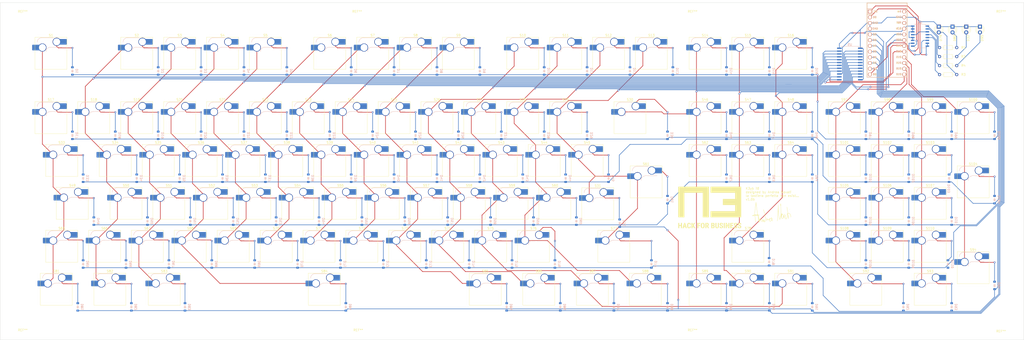
<source format=kicad_pcb>
(kicad_pcb (version 20221018) (generator pcbnew)
  (title_block (title "K3yb it!") (rev "v1.0b") (company "N3 S.r.l. - Andrea Novati"))
  (layers (0 "F.Cu" signal) (31 "B.Cu" signal) (34 "B.Paste" user) (35 "F.Paste" user) (36 "B.SilkS" user "B.Silkscreen") (37 "F.SilkS" user "F.Silkscreen") (38 "B.Mask" user) (39 "F.Mask" user) (44 "Edge.Cuts" user))
  (net 0 "")
  (net 1 "LOW")
  (net 2 "Col 7")
  (net 3 "Col 6")
  (net 4 "Col 5")
  (net 5 "Col 4")
  (net 6 "Col 3")
  (net 7 "Col 2")
  (net 8 "Col 1")
  (net 9 "Col 0")
  (net 10 "NANO_MUX 2")
  (net 11 "NANO_MUX 1")
  (net 12 "NANO_MUX 4")
  (net 13 "NANO_MUX 3")
  (net 14 "Col 15")
  (net 15 "Col 14")
  (net 16 "Col 13")
  (net 17 "Col 12")
  (net 18 "Col 11")
  (net 19 "Col 10")
  (net 20 "Col 9")
  (net 21 "Col 8")
  (net 22 "HIGH")
  (net 23 "Row 0")
  (net 24 "Net-(D1-A)")
  (net 25 "Net-(D2-A)")
  (net 26 "Net-(D3-A)")
  (net 27 "Net-(D4-A)")
  (net 28 "Net-(D5-A)")
  (net 29 "Net-(D6-A)")
  (net 30 "Net-(D7-A)")
  (net 31 "Net-(D8-A)")
  (net 32 "Net-(D9-A)")
  (net 33 "Net-(D10-A)")
  (net 34 "Net-(D11-A)")
  (net 35 "Net-(D12-A)")
  (net 36 "Net-(D13-A)")
  (net 37 "Net-(D14-A)")
  (net 38 "Net-(D15-A)")
  (net 39 "Net-(D16-A)")
  (net 40 "Row 1")
  (net 41 "Net-(D17-A)")
  (net 42 "Net-(D18-A)")
  (net 43 "Net-(D19-A)")
  (net 44 "Net-(D20-A)")
  (net 45 "Net-(D21-A)")
  (net 46 "Net-(D22-A)")
  (net 47 "Net-(D23-A)")
  (net 48 "Net-(D24-A)")
  (net 49 "Net-(D25-A)")
  (net 50 "Net-(D26-A)")
  (net 51 "Net-(D27-A)")
  (net 52 "Net-(D28-A)")
  (net 53 "Net-(D29-A)")
  (net 54 "Net-(D30-A)")
  (net 55 "Row 2")
  (net 56 "Net-(D33-A)")
  (net 57 "Net-(D34-A)")
  (net 58 "Net-(D35-A)")
  (net 59 "Net-(D36-A)")
  (net 60 "Net-(D37-A)")
  (net 61 "Net-(D38-A)")
  (net 62 "Net-(D39-A)")
  (net 63 "Net-(D40-A)")
  (net 64 "Net-(D41-A)")
  (net 65 "Net-(D42-A)")
  (net 66 "Net-(D43-A)")
  (net 67 "Net-(D44-A)")
  (net 68 "Net-(D45-A)")
  (net 69 "Net-(D46-A)")
  (net 70 "Net-(D47-A)")
  (net 71 "Net-(D48-A)")
  (net 72 "Row 3")
  (net 73 "Net-(D49-A)")
  (net 74 "Net-(D50-A)")
  (net 75 "Net-(D51-A)")
  (net 76 "Net-(D52-A)")
  (net 77 "Net-(D53-A)")
  (net 78 "Net-(D54-A)")
  (net 79 "Net-(D55-A)")
  (net 80 "Net-(D56-A)")
  (net 81 "Net-(D57-A)")
  (net 82 "Net-(D58-A)")
  (net 83 "Net-(D59-A)")
  (net 84 "Net-(D60-A)")
  (net 85 "Net-(D61-A)")
  (net 86 "Net-(D62-A)")
  (net 87 "Net-(D63-A)")
  (net 88 "Net-(D64-A)")
  (net 89 "Row 4")
  (net 90 "Net-(D65-A)")
  (net 91 "Net-(D66-A)")
  (net 92 "Net-(D67-A)")
  (net 93 "Net-(D68-A)")
  (net 94 "Net-(D69-A)")
  (net 95 "Net-(D70-A)")
  (net 96 "Net-(D71-A)")
  (net 97 "Net-(D72-A)")
  (net 98 "Net-(D73-A)")
  (net 99 "Net-(D74-A)")
  (net 100 "Net-(D75-A)")
  (net 101 "Net-(D76-A)")
  (net 102 "Net-(D77-A)")
  (net 103 "Net-(D78-A)")
  (net 104 "Row 5")
  (net 105 "Net-(D81-A)")
  (net 106 "Net-(D82-A)")
  (net 107 "Net-(D83-A)")
  (net 108 "Net-(D84-A)")
  (net 109 "Net-(D85-A)")
  (net 110 "Net-(D86-A)")
  (net 111 "Net-(D87-A)")
  (net 112 "Net-(D88-A)")
  (net 113 "Net-(D89-A)")
  (net 114 "Net-(D90-A)")
  (net 115 "Net-(D91-A)")
  (net 116 "Net-(D92-A)")
  (net 117 "Net-(D93-A)")
  (net 118 "Net-(D94-A)")
  (net 119 "Row 6")
  (net 120 "Net-(D97-A)")
  (net 121 "Net-(D98-A)")
  (net 122 "Net-(D99-A)")
  (net 123 "Net-(D100-A)")
  (net 124 "LED_OUTPUT")
  (net 125 "NANO_RST")
  (net 127 "Net-(D110-A)")
  (net 128 "Net-(D108-A)")
  (net 129 "Net-(D104-A)")
  (net 130 "Net-(D103-A)")
  (net 131 "Net-(D102-A)")
  (net 132 "Net-(D101-A)")
  (net 133 "Net-(D109-A)")
  (net 134 "Net-(D107-A)")
  (net 135 "Net-(D106-A)")
  (net 136 "Net-(D105-A)")
  (net 137 "Pad Col 0")
  (net 138 "Pad Col 2")
  (net 139 "Pad Col 3")
  (net 140 "Pad Col 1")
  (net 141 "Net-(D31-A)")
  (net 142 "Net-(D32-A)")
  (net 143 "Net-(D79-A)")
  (net 144 "Net-(D80-A)")
  (net 145 "Net-(D95-A)")
  (net 146 "LED_MUX 1")
  (net 147 "LED_MUX 2")
  (net 148 "BLOC NUM LED")
  (net 149 "BLOC SCORR LED")
  (net 150 "CAPS LOCK LED")
  (net 151 "MIC ON LED")
  (net 152 "Net-(U2-X)")
  (footprint "ScottoKeebs_Hotswap:Hotswap_MX_Plated" (layer "F.Cu") (at 76.5175 109.855)
    (fp_text reference "S50")
    (fp_text value "a")
  )
  (footprint "ScottoKeebs_Hotswap:Hotswap_MX_Plated" (layer "F.Cu") (at 271.78 43.18)
    (fp_text reference "S11")
    (fp_text value "F10")
  )
  (footprint "Resistor_THT:R_Axial_DIN0204_L3.6mm_D1.6mm_P7.62mm_Horizontal" (layer "F.Cu") (at 445.465 52.655 180)
    (fp_text reference "R3")
    (fp_text value "180")
  )
  (footprint "ScottoKeebs_Hotswap:Hotswap_MX_Plated" (layer "F.Cu") (at 62.23 71.755)
    (fp_text reference "S18")
    (fp_text value "1")
  )
  (footprint "ScottoKeebs_Hotswap:Hotswap_MX_Plated" (layer "F.Cu") (at 352.7425 128.905)
    (fp_text reference "S78")
    (fp_text value "up")
  )
  (footprint "ScottoKeebs_Hotswap:Hotswap_MX_Plated" (layer "F.Cu") (at 371.7925 71.755)
    (fp_text reference "S48")
    (fp_text value "pg up")
  )
  (footprint "ScottoKeebs_Hotswap:Hotswap_MX_Plated" (layer "F.Cu") (at 205.105 43.18)
    (fp_text reference "S8")
    (fp_text value "F7")
  )
  (footprint "ScottoKeebs_Hotswap:Hotswap_MX_Plated" (layer "F.Cu") (at 267.0175 109.855)
    (fp_text reference "S60")
    (fp_text value "'")
  )
  (footprint "ScottoKeebs_Hotswap:Hotswap_MX_Plated" (layer "F.Cu") (at 190.8175 109.855)
    (fp_text reference "S56")
    (fp_text value "j")
  )
  (footprint "ScottoKeebs_Hotswap:Hotswap_MX_Plated" (layer "F.Cu") (at 307.18125 147.955)
    (fp_text reference "S88")
    (fp_text value "right ctrl")
  )
  (footprint "ScottoKeebs_Hotswap:Hotswap_MX_Plated" (layer "F.Cu") (at 100.33 43.18)
    (fp_text reference "S3")
    (fp_text value "F2")
  )
  (footprint "ScottoKeebs_Hotswap:Hotswap_MX_Plated" (layer "F.Cu") (at 114.6175 109.855)
    (fp_text reference "S52")
    (fp_text value "d")
  )
  (footprint "ScottoKeebs_Hotswap:Hotswap_MX_Plated" (layer "F.Cu") (at 247.9675 109.855)
    (fp_text reference "S59")
    (fp_text value ";")
  )
  (footprint "ScottoKeebs_Hotswap:Hotswap_MX_Plated" (layer "F.Cu") (at 352.7425 90.805)
    (fp_text reference "S63")
    (fp_text value "end")
  )
  (footprint "ScottoKeebs_Hotswap:Hotswap_MX_Plated" (layer "F.Cu") (at 100.33 71.755)
    (fp_text reference "S20")
    (fp_text value "3")
  )
  (footprint "ScottoKeebs_Hotswap:Hotswap_MX_Plated" (layer "F.Cu") (at 147.955 90.805)
    (fp_text reference "S38")
    (fp_text value "t")
  )
  (footprint "ScottoKeebs_Hotswap:Hotswap_MX_Plated" (layer "F.Cu") (at 307.49875 100.33)
    (fp_text reference "S61")
    (fp_text value "enter")
  )
  (footprint "ScottoKeebs_Hotswap:Hotswap_MX_Plated" (layer "F.Cu") (at 395.605 71.755)
    (fp_text reference "S97")
    (fp_text value "num")
  )
  (footprint "ScottoKeebs_Hotswap:Hotswap_MX_Plated" (layer "F.Cu") (at 286.0675 110.01375)
    (fp_text reference "S31")
    (fp_text value "ù")
  )
  (footprint "ScottoKeebs_Hotswap:Hotswap_MX_Plated" (layer "F.Cu") (at 309.88 43.18)
    (fp_text reference "S13")
    (fp_text value "F12")
  )
  (footprint "ScottoKeebs_Hotswap:Hotswap_MX_Plated" (layer "F.Cu") (at 152.7175 109.855)
    (fp_text reference "S54")
    (fp_text value "g")
  )
  (footprint "LED_THT:LED_D3.0mm" (layer "F.Cu") (at 443.611 31.358 -90)
    (fp_text reference "D80")
    (fp_text value "BLOC NUM")
  )
  (footprint "ScottoKeebs_Hotswap:Hotswap_MX_Plated" (layer "F.Cu") (at 300.355 71.755)
    (fp_text reference "S30")
    (fp_text value "Backspace")
  )
  (footprint "ScottoKeebs_Hotswap:Hotswap_MX_Plated" (layer "F.Cu") (at 119.38 71.755)
    (fp_text reference "S21")
    (fp_text value "4")
  )
  (footprint "ScottoKeebs_Hotswap:Hotswap_MX_Plated" (layer "F.Cu") (at 214.63 71.755)
    (fp_text reference "S26")
    (fp_text value "9")
  )
  (footprint "ScottoKeebs_Hotswap:Hotswap_MX_Plated" (layer "F.Cu") (at 200.3425 128.905)
    (fp_text reference "S73")
    (fp_text value "m")
  )
  (footprint "ScottoKeebs_Hotswap:Hotswap_MX_Plated" (layer "F.Cu") (at 283.68625 147.955)
    (fp_text reference "S87")
    (fp_text value "menu")
  )
  (footprint "ScottoKeebs_Hotswap:Hotswap_MX_Plated" (layer "F.Cu") (at 133.6675 109.855)
    (fp_text reference "S53")
    (fp_text value "f")
  )
  (footprint "ScottoKeebs_Hotswap:Hotswap_MX_Plated" (layer "F.Cu") (at 352.7425 71.755)
    (fp_text reference "S47")
    (fp_text value "up")
  )
  (footprint "MountingHole:MountingHole_3.2mm_M3" (layer "F.Cu") (at 173.5159 166.465966)
    (fp_text reference "REF**")
    (fp_text value "MountingHole_3.2mm_M3")
  )
  (footprint "ScottoKeebs_Hotswap:Hotswap_MX_Plated" (layer "F.Cu") (at 119.38 43.18)
    (fp_text reference "S4")
    (fp_text value "F3")
  )
  (footprint "ScottoKeebs_Hotswap:Hotswap_MX_Plated" (layer "F.Cu") (at 81.28 43.18)
    (fp_text reference "S2")
    (fp_text value "F1")
  )
  (footprint "ScottoKeebs_Hotswap:Hotswap_MX_Plated" (layer "F.Cu") (at 395.605 90.805)
    (fp_text reference "S101")
    (fp_text value "7")
  )
  (footprint "ScottoKeebs_Hotswap:Hotswap_MX_Plated" (layer "F.Cu") (at 333.6925 90.805)
    (fp_text reference "S62")
    (fp_text value "del")
  )
  (footprint "ScottoKeebs_Hotswap:Hotswap_MX_Plated" (layer "F.Cu") (at 47.9425 128.905)
    (fp_text reference "S65")
    (fp_text value "Left Shift")
  )
  (footprint "ScottoKeebs_Hotswap:Hotswap_MX_Plated" (layer "F.Cu") (at 371.7925 90.805)
    (fp_text reference "S64")
    (fp_text value "pg dowm")
  )
  (footprint "ScottoKeebs_Hotswap:Hotswap_MX_Plated" (layer "F.Cu") (at 162.2425 128.905)
    (fp_text reference "S71")
    (fp_text value "b")
  )
  (footprint "ScottoKeebs_Hotswap:Hotswap_MX_Plated" (layer "F.Cu") (at 395.605 109.855)
    (fp_text reference "S105")
    (fp_text value "4")
  )
  (footprint "ScottoKeebs_Hotswap:Hotswap_MX_Plated" (layer "F.Cu") (at 433.705 71.755)
    (fp_text reference "S99")
    (fp_text value "*")
  )
  (footprint "ScottoKeebs_Hotswap:Hotswap_MX_Plated" (layer "F.Cu") (at 414.655 90.805)
    (fp_text reference "S102")
    (fp_text value "8")
  )
  (footprint "ScottoKeebs_Hotswap:Hotswap_MX_Plated" (layer "F.Cu") (at 81.28 71.755)
    (fp_text reference "S19")
    (fp_text value "2")
  )
  (footprint "ScottoKeebs_Hotswap:Hotswap_MX_Plated" (layer "F.Cu") (at 143.1925 128.905)
    (fp_text reference "S70")
    (fp_text value "v")
  )
  (footprint "ScottoKeebs_Hotswap:Hotswap_MX_Plated" (layer "F.Cu") (at 138.43 43.18)
    (fp_text reference "S5")
    (fp_text value "F4")
  )
  (footprint "MountingHole:MountingHole_3.2mm_M3" (layer "F.Cu") (at 471.270611 166.477368)
    (fp_text reference "REF**")
    (fp_text value "MountingHole_3.2mm_M3")
  )
  (footprint "ScottoKeebs_Hotswap:Hotswap_MX_Plated" (layer "F.Cu") (at 252.73 71.755)
    (fp_text reference "S28")
    (fp_text value "-")
  )
  (footprint "ScottoKeebs_Hotswap:Hotswap_MX_Plated" (layer "F.Cu") (at 167.005 90.805)
    (fp_text reference "S39")
    (fp_text value "y")
  )
  (footprint "ScottoKeebs_Hotswap:Hotswap_MX_Plated" (layer "F.Cu") (at 414.655 71.755)
    (fp_text reference "S98")
    (fp_text value "/")
  )
  (footprint "ScottoKeebs_Hotswap:Hotswap_MX_Plated" (layer "F.Cu") (at 93.50375 147.955)
    (fp_text reference "S83")
    (fp_text value "left alt")
  )
  (footprint "ScottoKeebs_Hotswap:Hotswap_MX_Plated" (layer "F.Cu") (at 69.37375 147.955)
    (fp_text reference "S82")
    (fp_text value "win")
  )
  (footprint "ScottoKeebs_Hotswap:Hotswap_MX_Plated" (layer "F.Cu") (at 205.105 90.805)
    (fp_text reference "S41")
    (fp_text value "i")
  )
  (footprint "ScottoKeebs_Hotswap:Hotswap_MX_Plated" (layer "F.Cu") (at 45.56125 147.955)
    (fp_text reference "S81")
    (fp_text value "left ctrl")
  )
  (footprint "MountingHole:MountingHole_3.2mm_M3" (layer "F.Cu") (at 322.380592 166.477368)
    (fp_text reference "REF**")
    (fp_text value "MountingHole_3.2mm_M3")
  )
  (footprint "ScottoKeebs_Hotswap:Hotswap_MX_Plated" (layer "F.Cu") (at 281.305 90.805)
    (fp_text reference "S45")
    (fp_text value "}")
  )
  (footprint "MountingHole:MountingHole_3.2mm_M3" (layer "F.Cu") (at 173.500675 24.646572)
    (fp_text reference "REF**")
    (fp_text value "MountingHole_3.2mm_M3")
  )
  (footprint "ScottoKeebs_Hotswap:Hotswap_MX_Plated" (layer "F.Cu") (at 43.18 71.755)
    (fp_text reference "S17")
    (fp_text value "tilde")
  )
  (footprint "MountingHole:MountingHole_3.2mm_M3" (layer "F.Cu") (at 322.388177 24.654157)
    (fp_text reference "REF**")
    (fp_text value "MountingHole_3.2mm_M3")
  )
  (footprint "ScottoKeebs_Hotswap:Hotswap_MX_Plated" (layer "F.Cu") (at 128.905 90.805)
    (fp_text reference "S37")
    (fp_text value "r")
  )
  (footprint "ScottoKeebs_Hotswap:Hotswap_MX_Plated" (layer "F.Cu") (at 90.805 90.805)
    (fp_text reference "S35")
    (fp_text value "w")
  )
  (footprint "ScottoKeebs_Hotswap:Hotswap_MX_Plated" (layer "F.Cu") (at 238.4425 128.905)
    (fp_text reference "S75")
    (fp_text value ".")
  )
  (footprint "ScottoKeebs_Hotswap:Hotswap_MX_Plated" (layer "F.Cu") (at 452.755 138.43)
    (fp_text reference "S94")
    (fp_text value "enter")
  )
  (footprint "ScottoKeebs_Hotswap:Hotswap_MX_Plated" (layer "F.Cu") (at 236.06125 147.955)
    (fp_text reference "S85")
    (fp_text value "right alt")
  )
  (footprint "ScottoKeebs_Hotswap:Hotswap_MX_Plated" (layer "F.Cu") (at 371.7925 147.955)
    (fp_text reference "S91")
    (fp_text value "right")
  )
  (footprint "ScottoKeebs_Hotswap:Hotswap_MX_Plated" (layer "F.Cu") (at 293.21125 128.905)
    (fp_text reference "S77")
    (fp_text value "right shift")
  )
  (footprint "ScottoKeebs_Hotswap:Hotswap_MX_Plated" (layer "F.Cu") (at 105.0925 128.905)
    (fp_text reference "S68")
    (fp_text value "x")
  )
  (footprint "ScottoKeebs_Hotswap:Hotswap_MX_Plated" (layer "F.Cu") (at 43.18 43.18)
    (fp_text reference "S1")
    (fp_text value "Esc")
  )
  (footprint "ScottoKeebs_Hotswap:Hotswap_MX_Plated" (layer "F.Cu") (at 257.4925 128.905)
    (fp_text reference "S76")
    (fp_text value "/")
  )
  (footprint "ScottoKeebs_Hotswap:Hotswap_MX_Plated" (layer "F.Cu") (at 71.755 90.805)
    (fp_text reference "S34")
    (fp_text value "q")
  )
  (footprint "ScottoKeebs_Hotswap:Hotswap_MX_Plated" (layer "F.Cu") (at 157.48 71.755)
    (fp_text reference "S23")
    (fp_text value "6")
  )
  (footprint "Resistor_THT:R_Axial_DIN0204_L3.6mm_D1.6mm_P7.62mm_Horizontal" (layer "F.Cu") (at 445.465 48.655 180)
    (fp_text reference "R4")
    (fp_text value "180")
  )
  (footprint "ScottoKeebs_Hotswap:Hotswap_MX_Plated" (layer "F.Cu") (at 228.9175 109.855)
    (fp_text reference "S58")
    (fp_text value "l")
  )
  (footprint "ScottoKeebs_Hotswap:Hotswap_MX_Plated" (layer "F.Cu") (at 405.13 147.955)
    (fp_text reference "S92")
    (fp_text value "0")
  )
  (footprint "ScottoKeebs_Hotswap:Hotswap_MX_Plated" (layer "F.Cu") (at 433.705 128.905)
    (fp_text reference "S110")
    (fp_text value "3")
  )
  (footprint "ScottoKeebs_Hotswap:Hotswap_MX_Plated" (layer "F.Cu") (at 176.53 71.755)
    (fp_text reference "S24")
    (fp_text value "7")
  )
  (footprint "ScottoKeebs_Hotswap:Hotswap_MX_Plated" (layer "F.Cu") (at 138.43 71.755)
    (fp_text reference "S22")
    (fp_text value "5")
  )
  (footprint "ScottoKeebs_Hotswap:Hotswap_MX_Plated" (layer "F.Cu") (at 333.6925 71.755)
    (fp_text reference "S46")
    (fp_text value "ins")
  )
  (footprint "ScottoKeebs_Hotswap:Hotswap_MX_Plated" (layer "F.Cu") (at 452.755 71.755)
    (fp_text reference "S100")
    (fp_text value "-")
  )
  (footprint "ScottoKeebs_Hotswap:Hotswap_MX_Plated" (layer "F.Cu") (at 414.655 128.905)
    (fp_text reference "S109")
    (fp_text value "2")
  )
  (footprint "ScottoKeebs_Hotswap:Hotswap_MX_Plated" (layer "F.Cu") (at 352.7425 43.18)
    (fp_text reference "S15")
    (fp_text value "Bloc scorr")
  )
  (footprint "ScottoKeebs_Hotswap:Hotswap_MX_Plated" (layer "F.Cu") (at 95.5675 109.855)
    (fp_text reference "S51")
    (fp_text value "s")
  )
  (footprint "ScottoKeebs_Hotswap:Hotswap_MX_Plated" (layer "F.Cu") (at 109.855 90.805)
    (fp_text reference "S36")
    (fp_text value "e")
  )
  (footprint "ScottoKeebs_Hotswap:Hotswap_MX_Plated" (layer "F.Cu") (at 219.3925 128.905)
    (fp_text reference "S74")
    (fp_text value ",")
  )
  (footprint "ScottoKeebs_Hotswap:Hotswap_MX_Plated" (layer "F.Cu") (at 195.58 71.755)
    (fp_text reference "S25")
    (fp_text value "8")
  )
  (footprint "ScottoKeebs_Hotswap:Hotswap_MX_Plated" (layer "F.Cu") (at 371.7925 43.18)
    (fp_text reference "S16")
    (fp_text value "Pause")
  )
  (footprint "ScottoKeebs_Hotswap:Hotswap_MX_Plated" (layer "F.Cu") (at 233.68 71.755)
    (fp_text reference "S27")
    (fp_text value "0")
  )
  (footprint "ScottoKeebs_Hotswap:Hotswap_MX_Plated" (layer "F.Cu") (at 167.005 43.18)
    (fp_text reference "S6")
    (fp_text value "F5")
  )
  (footprint "ScottoKeebs_Hotswap:Hotswap_MX_Plated" (layer "F.Cu") (at 186.055 90.805)
    (fp_text reference "S40")
    (fp_text value "u")
  )
  (footprint "ScottoKeebs_Hotswap:Hotswap_MX_Plated" (layer "F.Cu") (at 352.7425 147.955)
    (fp_text reference "S90")
    (fp_text value "down")
  )
  (footprint "ScottoKeebs_Hotswap:Hotswap_MX_Plated" (layer "F.Cu") (at 164.62375 147.955)
    (fp_text reference "S84")
    (fp_text value "space")
  )
  (footprint "MountingHole:MountingHole_3.2mm_M3" (layer "F.Cu") (at 24.625013 24.625013)
    (fp_text reference "REF**")
    (fp_text value "MountingHole_3.2mm_M3")
  )
  (footprint "ScottoKeebs_Hotswap:Hotswap_MX_Plated" (layer "F.Cu") (at 333.6925 43.18)
    (fp_text reference "S14")
    (fp_text value "Stamp")
  )
  (footprint "ScottoKeebs_Hotswap:Hotswap_MX_Plated" (layer "F.Cu") (at 66.9925 128.905)
    (fp_text reference "S66")
    (fp_text value "\\")
  )
  (footprint "ScottoKeebs_Hotswap:Hotswap_MX_Plated" (layer "F.Cu") (at 181.2925 128.905)
    (fp_text reference "S72")
    (fp_text value "n")
  )
  (footprint "ScottoKeebs_Hotswap:Hotswap_MX_Plated" (layer "F.Cu") (at 243.205 90.805)
    (fp_text reference "S43")
    (fp_text value "p")
  )
  (footprint "ScottoKeebs_Hotswap:Hotswap_MX_Plated" (layer "F.Cu") (at 433.705 109.855)
    (fp_text reference "S107")
    (fp_text value "6")
  )
  (footprint "ScottoKeebs_Hotswap:Hotswap_MX_Plated" (layer "F.Cu") (at 259.87375 147.955)
    (fp_text reference "S86")
    (fp_text value "fn")
  )
  (footprint "ScottoKeebs_Hotswap:Hotswap_MX_Plated" (layer "F.Cu") (at 224.155 90.805)
    (fp_text reference "S42")
    (fp_text value "o")
  )
  (footprint "LED_THT:LED_D3.0mm" (layer "F.Cu") (at 455.803 31.364 -90)
    (fp_text reference "D95")
    (fp_text value "MIC ON")
  )
  (footprint "LED_THT:LED_D3.0mm" (layer "F.Cu") (at 437.515 31.358 -90)
    (fp_text reference "D79")
    (fp_text value "CAPS LOCK")
  )
  (footprint "ScottoKeebs_Hotswap:Hotswap_MX_Plated" (layer "F.Cu") (at 414.655 109.855)
    (fp_text reference "S106")
    (fp_text value "5")
  )
  (footprint "ScottoKeebs_Hotswap:Hotswap_MX_Plated" (layer "F.Cu") (at 171.7675 109.855)
    (fp_text reference "S55")
    (fp_text value "h")
  )
  (footprint "ScottoKeebs_Hotswap:Hotswap_MX_Plated" (layer "F.Cu") (at 224.155 43.18)
    (fp_text reference "S9")
    (fp_text value "F8")
  )
  (footprint "ScottoKeebs_Hotswap:Hotswap_MX_Plated" (layer "F.Cu") (at 86.0425 128.905)
    (fp_text reference "S67")
    (fp_text value "z")
  )
  (footprint "LED_THT:LED_D3.0mm" (layer "F.Cu") (at 449.707 31.364 -90)
    (fp_text reference "D32")
    (fp_text value "BLOC SCORR")
  )
  (footprint "ScottoKeebs_Hotswap:Hotswap_MX_Plated" (layer "F.Cu") (at 452.755 100.33)
    (fp_text reference "S104")
    (fp_text value "+")
  )
  (footprint "ScottoKeebs_Hotswap:Hotswap_MX_Plated" (layer "F.Cu") (at 262.255 90.805)
    (fp_text reference "S44")
    (fp_text value "{")
  )
  (footprint "Resistor_THT:R_Axial_DIN0204_L3.6mm_D1.6mm_P7.62mm_Horizontal" (layer "F.Cu") (at 445.465 44.655 180)
    (fp_text reference "R2")
    (fp_text value "180")
  )
  (footprint "ScottoKeebs_Hotswap:Hotswap_MX_Plated" (layer "F.Cu") (at 433.705 147.955)
    (fp_text reference "S93")
    (fp_text value ".")
  )
  (footprint "ScottoKeebs_Hotswap:Hotswap_MX_Plated" (layer "F.Cu") (at 433.705 90.805)
    (fp_text reference "S103")
    (fp_text value "9")
  )
  (footprint "ScottoKeebs_MCU:Nice_Nano_V2" (layer "F.Cu") (at 414.535 38.625)
    (fp_text reference "U1" hide)
    (fp_text value "Nice_Nano_V2" hide)
  )
  (footprint "ScottoKeebs_Hotswap:Hotswap_MX_Plated" (layer "F.Cu") (at 252.73 43.18)
    (fp_text reference "S10")
    (fp_text value "F9")
  )
  (footprint "ScottoKeebs_Hotswap:Hotswap_MX_Plated" (layer "F.Cu") (at 209.8675 109.855)
    (fp_text reference "S57")
    (fp_text value "k")
  )
  (footprint "ScottoKeebs_Hotswap:Hotswap_MX_Plated" (layer "F.Cu") (at 52.705 109.855)
    (fp_text reference "S49")
    (fp_text value "Caps lock")
  )
  (footprint "ScottoKeebs_Hotswap:Hotswap_MX_Plated" (layer "F.Cu") (at 186.055 43.18)
    (fp_text reference "S7")
    (fp_text value "F6")
  )
  (footprint "MountingHole:MountingHole_3.2mm_M3" (layer "F.Cu") (at 471.269767 24.647815)
    (fp_text reference "REF**")
    (fp_text value "MountingHole_3.2mm_M3")
  )
  (footprint "ScottoKeebs_Hotswap:Hotswap_MX_Plated" (layer "F.Cu") (at 47.9425 90.805)
    (fp_text reference "S33")
    (fp_text value "Tab")
  )
  (footprint "ScottoKeebs_Hotswap:Hotswap_MX_Plated" (layer "F.Cu") (at 290.83 43.18)
    (fp_text reference "S12")
    (fp_text value "F11")
  )
  (footprint "Resistor_THT:R_Axial_DIN0204_L3.6mm_D1.6mm_P7.62mm_Horizontal" (layer "F.Cu") (at 445.465 40.655 180)
    (fp_text reference "R1")
    (fp_text value "180")
  )
  (footprint "ScottoKeebs_Hotswap:Hotswap_MX_Plated" (layer "F.Cu") (at 333.6925 147.955)
    (fp_text reference "S89")
    (fp_text value "left")
  )
  (footprint "ScottoKeebs_Hotswap:Hotswap_MX_Plated" (layer "F.Cu") (at 124.1425 128.905)
    (fp_text reference "S69")
    (fp_text value "c")
  )
  (footprint "ScottoKeebs_Hotswap:Hotswap_MX_Plated" (layer "F.Cu") (at 395.605 128.905)
    (fp_text reference "S108")
    (fp_text value "1")
  )
  (footprint "MountingHole:MountingHole_3.2mm_M3" (layer "F.Cu") (at 24.642613 166.473323)
    (fp_text reference "REF**")
    (fp_text value "MountingHole_3.2mm_M3")
  )
  (footprint "ScottoKeebs_Hotswap:Hotswap_MX_Plated" (layer "F.Cu") (at 271.78 71.755)
    (fp_text reference "S29")
    (fp_text value "=")
  )
  (footprint "ScottoKeebs_Components:Diode_SOD-123" (layer "B.Cu") (at 95.5675 136.78 90)
    (fp_text reference "D67")
    (fp_text value "Diode" hide)
  )
  (footprint "ScottoKeebs_Components:Diode_SOD-123" (layer "B.Cu") (at 209.8675 136.78 90)
    (fp_text reference "D73")
    (fp_text value "Diode" hide)
  )
  (footprint "ScottoKeebs_Components:Diode_SOD-123" (layer "B.Cu") (at 133.6675 136.78 90)
    (fp_text reference "D69")
    (fp_text value "Diode" hide)
  )
  (footprint "ScottoKeebs_Components:Diode_SOD-123" (layer "B.Cu") (at 343.2175 79.63 90)
    (fp_text reference "D46")
    (fp_text value "Diode" hide)
  )
  (footprint "ScottoKeebs_Components:Diode_SOD-123" (layer "B.Cu") (at 147.955 79.63 90)
    (fp_text reference "D22")
    (fp_text value "Diode" hide)
  )
  (footprint "ScottoKeebs_Components:Diode_SOD-123" (layer "B.Cu") (at 317.02375 108.205 90)
    (fp_text reference "D61")
    (fp_text value "Diode" hide)
  )
  (footprint "ScottoKeebs_Components:Diode_SOD-123" (layer "B.Cu") (at 276.5425 117.73 90)
    (fp_text reference "D60")
    (fp_text value "Diode" hide)
  )
  (footprint "ScottoKeebs_Components:Diode_SOD-123" (layer "B.Cu") (at 252.73 98.68 90)
    (fp_text reference "D43")
    (fp_text value "Diode" hide)
  )
  (footprint "ScottoKeebs_Components:Diode_SOD-123" (layer "B.Cu") (at 55.08625 155.83 90)
    (fp_text reference "D81")
    (fp_text value "Diode" hide)
  )
  (footprint "ScottoKeebs_Components:Diode_SOD-123" (layer "B.Cu") (at 262.255 79.63 90)
    (fp_text reference "D28")
    (fp_text value "Diode" hide)
  )
  (footprint "ScottoKeebs_Components:Diode_SOD-123" (layer "B.Cu") (at 462.28 108.205 90)
    (fp_text reference "D104")
    (fp_text value "Diode" hide)
  )
  (footprint "ScottoKeebs_Components:Diode_SOD-123" (layer "B.Cu") (at 205.105 79.63 90)
    (fp_text reference "D25")
    (fp_text value "Diode" hide)
  )
  (footprint "ScottoKeebs_Components:Diode_SOD-123" (layer "B.Cu") (at 362.2675 79.63 90)
    (fp_text reference "D47")
    (fp_text value "Diode" hide)
  )
  (footprint "ScottoKeebs_Components:Diode_SOD-123" (layer "B.Cu") (at 405.13 98.68 90)
    (fp_text reference "D101")
    (fp_text value "Diode" hide)
  )
  (footprint "ScottoKeebs_Components:Diode_SOD-123" (layer "B.Cu") (at 317.02375 79.63 90)
    (fp_text reference "D30")
    (fp_text value "Diode" hide)
  )
  (footprint "ScottoKeebs_Components:Diode_SOD-123" (layer "B.Cu") (at 224.155 79.63 90)
    (fp_text reference "D26")
    (fp_text value "Diode" hide)
  )
  (footprint "ScottoKeebs_Components:Diode_SOD-123" (layer "B.Cu") (at 262.255 51.055 90)
    (fp_text reference "D10")
    (fp_text value "Diode" hide)
  )
  (footprint "ScottoKeebs_Components:Diode_SOD-123" (layer "B.Cu") (at 228.9175 136.78 90)
    (fp_text reference "D74")
    (fp_text value "Diode" hide)
  )
  (footprint "ScottoKeebs_Components:Diode_SOD-123" (layer "B.Cu") (at 343.2175 51.055 90)
    (fp_text reference "D14")
    (fp_text value "Diode" hide)
  )
  (footprint "ScottoKeebs_Components:Diode_SOD-123" (layer "B.Cu") (at 443.23 79.63 90)
    (fp_text reference "D99")
    (fp_text value "Diode" hide)
  )
  (footprint "ScottoKeebs_Components:Diode_SOD-123" (layer "B.Cu") (at 100.33 98.68 90)
    (fp_text reference "D35")
    (fp_text value "Diode" hide)
  )
  (footprint "ScottoKeebs_Components:Diode_SOD-123" (layer "B.Cu") (at 200.3425 117.73 90)
    (fp_text reference "D56")
    (fp_text value "Diode" hide)
  )
  (footprint "ScottoKeebs_Components:Diode_SOD-123" (layer "B.Cu") (at 243.205 79.63 90)
    (fp_text reference "D27")
    (fp_text value "Diode" hide)
  )
  (footprint "ScottoKeebs_Components:Diode_SOD-123" (layer "B.Cu") (at 233.68 51.055 90)
    (fp_text reference "D9")
    (fp_text value "Diode" hide)
  )
  (footprint "ScottoKeebs_Components:Diode_SOD-123" (layer "B.Cu") (at 269.39875 155.83 90)
    (fp_text reference "D86")
    (fp_text value "Diode" hide)
  )
  (footprint "ScottoKeebs_Components:Diode_SOD-123" (layer "B.Cu") (at 281.305 51.055 90)
    (fp_text reference "D11")
    (fp_text value "Diode" hide)
  )
  (footprint "ScottoKeebs_Components:Diode_SOD-123" (layer "B.Cu") (at 295.783 118.64875 90)
    (fp_text reference "D31")
    (fp_text value "Diode" hide)
  )
  (footprint "ScottoKeebs_Components:Diode_SOD-123" (layer "B.Cu") (at 57.4675 98.68 90)
    (fp_text reference "D33")
    (fp_text value "Diode" hide)
  )
  (footprint "ScottoKeebs_Components:Diode_SOD-123" (layer "B.Cu") (at 442.087 98.68 90)
    (fp_text reference "D103")
    (fp_text value "Diode" hide)
  )
  (footprint "ScottoKeebs_Components:Diode_SOD-123" (layer "B.Cu") (at 362.155 135.805 90)
    (fp_text reference "D78")
    (fp_text value "Diode" hide)
  )
  (footprint "ScottoKeebs_Components:Diode_SOD-123" (layer "B.Cu") (at 290.83 98.68 90)
    (fp_text reference "D45")
    (fp_text value "Diode" hide)
  )
  (footprint "ScottoKeebs_Components:Diode_SOD-123" (layer "B.Cu") (at 421.79875 155.83 90)
    (fp_text reference "D92")
    (fp_text value "Diode" hide)
  )
  (footprint "ScottoKeebs_Components:Diode_SOD-123" (layer "B.Cu") (at 76.5175 136.78 90)
    (fp_text reference "D66")
    (fp_text value "Diode" hide)
  )
  (footprint "ScottoKeebs_Components:Diode_SOD-123" (layer "B.Cu") (at 105.0925 117.73 90)
    (fp_text reference "D51")
    (fp_text value "Diode" hide)
  )
  (footprint "ScottoKeebs_Components:Diode_SOD-123" (layer "B.Cu") (at 405.13 117.73 90)
    (fp_text reference "D105")
    (fp_text value "Diode" hide)
  )
  (footprint "ScottoKeebs_Components:Diode_SOD-123" (layer "B.Cu") (at 143.1925 117.73 90)
    (fp_text reference "D53")
    (fp_text value "Diode" hide)
  )
  (footprint "ScottoKeebs_Components:Diode_SOD-123" (layer "B.Cu") (at 362.2675 98.68 90)
    (fp_text reference "D63")
    (fp_text value "Diode" hide)
  )
  (footprint "ScottoKeebs_Components:Diode_SOD-123" (layer "B.Cu") (at 381.3175 155.83 90)
    (fp_text reference "D91")
    (fp_text value "Diode" hide)
  )
  (footprint "ScottoKeebs_Components:Diode_SOD-123" (layer "B.Cu") (at 124.1425 117.73 90)
    (fp_text reference "D52")
    (fp_text value "Diode" hide)
  )
  (footprint "ScottoKeebs_Components:Diode_SOD-123" (layer "B.Cu") (at 90.805 79.63 90)
    (fp_text reference "D19")
    (fp_text value "Diode" hide)
  )
  (footprint "ScottoKeebs_Components:Diode_SOD-123" (layer "B.Cu") (at 462.28 146.305 90)
    (fp_text reference "D94")
    (fp_text value "Diode" hide)
  )
  (footprint "ScottoKeebs_Components:Diode_SOD-123" (layer "B.Cu") (at 300.355 51.055 90)
    (fp_text reference "D12")
    (fp_text value "Diode" hide)
  )
  (footprint "ScottoKeebs_Components:Diode_SOD-123" (layer "B.Cu") (at 247.9675 136.78 90)
    (fp_text reference "D75")
    (fp_text value "Diode" hide)
  )
  (footprint "ScottoKeebs_Components:Diode_SOD-123" (layer "B.Cu") (at 362.2675 155.83 90)
    (fp_text reference "D90")
    (fp_text value "Diode" hide)
  )
  (footprint "ScottoKeebs_Components:Diode_SOD-123" (layer "B.Cu") (at 176.53 98.68 90)
    (fp_text reference "D39")
    (fp_text value "Diode" hide)
  )
  (footprint "ScottoKeebs_Components:Diode_SOD-123" (layer "B.Cu") (at 257.4925 117.73 90)
    (fp_text reference "D59")
    (fp_text value "Diode" hide)
  )
  (footprint "ScottoKeebs_Components:Diode_SOD-123" (layer "B.Cu") (at 102.71125 155.83 90)
    (fp_text reference "D83")
    (fp_text value "Diode" hide)
  )
  (footprint "ScottoKeebs_Components:Diode_SOD-123" (layer "B.Cu") (at 343.2175 155.83 90)
    (fp_text reference "D89")
    (fp_text value "Diode" hide)
  )
  (footprint "ScottoKeebs_Components:Diode_SOD-123" (layer "B.Cu") (at 71.755 79.63 90)
    (fp_text reference "D18")
    (fp_text value "Diode" hide)
  )
  (footprint "ScottoKeebs_Components:Diode_SOD-123" (layer "B.Cu") (at 319.405 51.055 90)
    (fp_text reference "D13")
    (fp_text value "Diode" hide)
  )
  (footprint "ScottoKeebs_Components:Diode_SOD-123" (layer "B.Cu") (at 405.13 136.78 90)
    (fp_text reference "D108")
    (fp_text value "Diode" hide)
  )
  (footprint "ScottoKeebs_Components:Diode_SOD-123" (layer "B.Cu") (at 181.2925 117.73 90)
    (fp_text reference "D55")
    (fp_text value "Diode" hide)
  )
  (footprint "ScottoKeebs_Components:Diode_SOD-123" (layer "B.Cu") (at 162.2425 117.73 90)
    (fp_text reference "D54")
    (fp_text value "Diode" hide)
  )
  (footprint "ScottoKeebs_Components:Diode_SOD-123" (layer "B.Cu") (at 186.055 79.63 90)
    (fp_text reference "D24")
    (fp_text value "Diode" hide)
  )
  (footprint "ScottoKeebs_Components:Diode_SOD-123" (layer "B.Cu") (at 443.23 155.83 90)
    (fp_text reference "D93")
    (fp_text value "Diode" hide)
  )
  (footprint "ScottoKeebs_Components:Diode_SOD-123" (layer "B.Cu") (at 81.28 98.68 90)
    (fp_text reference "D34")
    (fp_text value "Diode" hide)
  )
  (footprint "ScottoKeebs_Components:Diode_SOD-123" (layer "B.Cu") (at 195.58 98.68 90)
    (fp_text reference "D40")
    (fp_text value "Diode" hide)
  )
  (footprint "ScottoKeebs_Components:Diode_SOD-123" (layer "B.Cu") (at 62.23 117.73 90)
    (fp_text reference "D49")
    (fp_text value "Diode" hide)
  )
  (footprint "ScottoKeebs_Components:Diode_SOD-123" (layer "B.Cu") (at 114.6175 136.78 90)
    (fp_text reference "D68")
    (fp_text value "Diode" hide)
  )
  (footprint "ScottoKeebs_Components:Diode_SOD-123" (layer "B.Cu") (at 381.3175 51.055 90)
    (fp_text reference "D16")
    (fp_text value "Diode" hide)
  )
  (footprint "ScottoKeebs_Components:Diode_SOD-123" (layer "B.Cu") (at 214.63 98.68 90)
    (fp_text reference "D41")
    (fp_text value "Diode" hide)
  )
  (footprint "ScottoKeebs_Components:Diode_SOD-123" (layer "B.Cu") (at 214.63 51.055 90)
    (fp_text reference "D8")
    (fp_text value "Diode" hide)
  )
  (footprint "ScottoKeebs_Components:Diode_SOD-123" (layer "B.Cu") (at 293.21125 155.83 90)
    (fp_text reference "D87")
    (fp_text value "Diode" hide)
  )
  (footprint "ScottoKeebs_Components:Diode_SOD-123" (layer "B.Cu") (at 441.579 136.779 90)
    (fp_text reference "D110")
    (fp_text value "Diode" hide)
  )
  (footprint "ScottoKeebs_Components:Diode_SOD-123" (layer "B.Cu") (at 174.14875 155.83 90)
    (fp_text reference "D84")
    (fp_text value "Diode" hide)
  )
  (footprint "ScottoKeebs_Components:Diode_SOD-123" (layer "B.Cu") (at 86.0425 117.73 90)
    (fp_text reference "D50")
    (fp_text value "Diode" hide)
  )
  (footprint "Package_SO:SOP-16_4.55x10.3mm_P1.27mm" (layer "B.Cu") (at 429.185 35.56 180)
    (fp_text reference "U2")
    (fp_text value "4052")
  )
  (footprint "ScottoKeebs_Components:Diode_SOD-123" (layer "B.Cu") (at 171.7675 136.78 90)
    (fp_text reference "D71")
    (fp_text value "Diode" hide)
  )
  (footprint "ScottoKeebs_Components:Diode_SOD-123" (layer "B.Cu") (at 52.705 79.63 90)
    (fp_text reference "D17")
    (fp_text value "Diode" hide)
  )
  (footprint "ScottoKeebs_Components:Diode_SOD-123" (layer "B.Cu") (at 52.705 51.055 90)
    (fp_text reference "D1")
    (fp_text value "Diode" hide)
  )
  (footprint "ScottoKeebs_Components:Diode_SOD-123" (layer "B.Cu") (at 317.02375 155.83 90)
    (fp_text reference "D88")
    (fp_text value "Diode" hide)
  )
  (footprint "ScottoKeebs_Components:Diode_SOD-123" (layer "B.Cu") (at 462.28 79.63 90)
    (fp_text reference "D100")
    (fp_text value "Diode" hide)
  )
  (footprint "ScottoKeebs_Components:Diode_SOD-123" (layer "B.Cu") (at 238.4425 117.73 90)
    (fp_text reference "D58")
    (fp_text value "Diode" hide)
  )
  (footprint "ScottoKeebs_Components:Diode_SOD-123" (layer "B.Cu") (at 109.855 79.63 90)
    (fp_text reference "D20")
    (fp_text value "Diode" hide)
  )
  (footprint "ScottoKeebs_Components:Diode_SOD-123" (layer "B.Cu") (at 119.38 98.68 90)
    (fp_text reference "D36")
    (fp_text value "Diode" hide)
  )
  (footprint "ScottoKeebs_Components:Diode_SOD-123" (layer "B.Cu") (at 405.13 79.63 90)
    (fp_text reference "D97")
    (fp_text value "Diode" hide)
  )
  (footprint "ScottoKeebs_Components:Diode_SOD-123" (layer "B.Cu") (at 443.23 117.73 90)
    (fp_text reference "D107")
    (fp_text value "Diode" hide)
  )
  (footprint "ScottoKeebs_Components:Diode_SOD-123" (layer "B.Cu") (at 195.58 51.055 90)
    (fp_text reference "D7")
    (fp_text value "Diode" hide)
  )
  (footprint "ScottoKeebs_Components:Diode_SOD-123" (layer "B.Cu") (at 245.58625 155.83 90)
    (fp_text reference "D85")
    (fp_text value "Diode" hide)
  )
  (footprint "ScottoKeebs_Components:Diode_SOD-123" (layer "B.Cu") (at 109.855 51.055 90)
    (fp_text reference "D3")
    (fp_text value "Diode" hide)
  )
  (footprint "ScottoKeebs_Components:Diode_SOD-123" (layer "B.Cu") (at 233.68 98.68 90)
    (fp_text reference "D42")
    (fp_text value "Diode" hide)
  )
  (footprint "ScottoKeebs_Components:Diode_SOD-123" (layer "B.Cu") (at 424.18 79.63 90)
    (fp_text reference "D98")
    (fp_text value "Diode" hide)
  )
  (footprint "ScottoKeebs_Components:Diode_SOD-123" (layer "B.Cu") (at 78.89875 155.83 90)
    (fp_text reference "D82")
    (fp_text value "Diode" hide)
  )
  (footprint "Package_SO:SOIC-24W_7.5x15.4mm_P1.27mm" (layer "B.Cu") (at 397.98625 47.9425 180)
    (fp_text reference "U5")
    (fp_text value "CD74HC4067M")
  )
  (footprint "ScottoKeebs_Components:Diode_SOD-123" (layer "B.Cu") (at 343.2175 98.68 90)
    (fp_text reference "D62")
    (fp_text value "Diode" hide)
  )
  (footprint "ScottoKeebs_Components:Diode_SOD-123" (layer "B.Cu") (at 167.005 79.63 90)
    (fp_text reference "D23")
    (fp_text value "Diode" hide)
  )
  (footprint "ScottoKeebs_Components:Diode_SOD-123" (layer "B.Cu") (at 219.3925 117.73 90)
    (fp_text reference "D57")
    (fp_text value "Diode" hide)
  )
  (footprint "ScottoKeebs_Components:Diode_SOD-123" (layer "B.Cu") (at 424.18 136.78 90)
    (fp_text reference "D109")
    (fp_text value "Diode" hide)
  )
  (footprint "ScottoKeebs_Components:Diode_SOD-123" (layer "B.Cu") (at 128.905 79.63 90)
    (fp_text reference "D21")
    (fp_text value "Diode" hide)
  )
  (footprint "ScottoKeebs_Components:Diode_SOD-123" (layer "B.Cu") (at 57.4675 136.78 90)
    (fp_text reference "D65")
    (fp_text value "Diode" hide)
  )
  (footprint "ScottoKeebs_Components:Diode_SOD-123" (layer "B.Cu") (at 190.8175 136.78 90)
    (fp_text reference "D72")
    (fp_text value "Diode" hide)
  )
  (footprint "ScottoKeebs_Components:Diode_SOD-123" (layer "B.Cu") (at 424.18 117.73 90)
    (fp_text reference "D106")
    (fp_text value "Diode" hide)
  )
  (footprint "ScottoKeebs_Components:Diode_SOD-123" (layer "B.Cu") (at 138.43 98.68 90)
    (fp_text reference "D37")
    (fp_text value "Diode" hide)
  )
  (footprint "ScottoKeebs_Components:Diode_SOD-123" (layer "B.Cu") (at 271.78 98.68 90)
    (fp_text reference "D44")
    (fp_text value "Diode" hide)
  )
  (footprint "ScottoKeebs_Components:Diode_SOD-123" (layer "B.Cu") (at 157.48 98.68 90)
    (fp_text reference "D38")
    (fp_text value "Diode" hide)
  )
  (footprint "ScottoKeebs_Components:Diode_SOD-123" (layer "B.Cu") (at 381.3175 79.63 90)
    (fp_text reference "D48")
    (fp_text value "Diode" hide)
  )
  (footprint "ScottoKeebs_Components:Diode_SOD-123" (layer "B.Cu") (at 362.2675 51.055 90)
    (fp_text reference "D15")
    (fp_text value "Diode" hide)
  )
  (footprint "ScottoKeebs_Components:Diode_SOD-123" (layer "B.Cu") (at 281.305 79.63 90)
    (fp_text reference "D29")
    (fp_text value "Diode" hide)
  )
  (footprint "ScottoKeebs_Components:Diode_SOD-123" (layer "B.Cu") (at 176.53 51.055 90)
    (fp_text reference "D6")
    (fp_text value "Diode" hide)
  )
  (footprint "ScottoKeebs_Components:Diode_SOD-123" (layer "B.Cu") (at 424.18 98.68 90)
    (fp_text reference "D102")
    (fp_text value "Diode" hide)
  )
  (footprint "ScottoKeebs_Components:Diode_SOD-123" (layer "B.Cu") (at 128.905 51.055 90)
    (fp_text reference "D4")
    (fp_text value "Diode" hide)
  )
  (footprint "ScottoKeebs_Components:Diode_SOD-123" (layer "B.Cu") (at 267.0175 136.78 90)
    (fp_text reference "D76")
    (fp_text value "Diode" hide)
  )
  (footprint "ScottoKeebs_Components:Diode_SOD-123" (layer "B.Cu") (at 381.3175 98.68 90)
    (fp_text reference "D64")
    (fp_text value "Diode" hide)
  )
  (footprint "ScottoKeebs_Components:Diode_SOD-123" (layer "B.Cu") (at 90.805 51.055 90)
    (fp_text reference "D2")
    (fp_text value "Diode" hide)
  )
  (footprint "ScottoKeebs_Components:Diode_SOD-123" (layer "B.Cu") (at 147.955 51.055 90)
    (fp_text reference "D5")
    (fp_text value "Diode" hide)
  )
  (footprint "ScottoKeebs_Components:Diode_SOD-123" (layer "B.Cu") (at 309.88 136.78 90)
    (fp_text reference "D77")
    (fp_text value "Diode" hide)
  )
  (footprint "ScottoKeebs_Components:Diode_SOD-123" (layer "B.Cu") (at 152.7175 136.78 90)
    (fp_text reference "D70")
    (fp_text value "Diode" hide)
  )
  (gr_poly (pts (xy 334.649703 118.526011) (xy 334.692044 118.528163) (xy 334.733171 118.531749) (xy 334.773096 118.536771) (xy 334.811836 118.543229) (xy 334.849405 118.551123) (xy 334.885819 118.560456) (xy 334.921091 118.571226) (xy 334.938161 118.577143) (xy 334.954904 118.583403) (xy 334.97132 118.590007) (xy 334.987411 118.596953) (xy 335.003177 118.604243) (xy 335.01862 118.611876) (xy 335.033741 118.619853) (xy 335.048541 118.628172) (xy 335.063021 118.636834) (xy 335.077182 118.645839) (xy 335.091025 118.655186) (xy 335.104552 118.664877) (xy 335.117762 118.674909) (xy 335.130659 118.685285) (xy 335.143241 118.696003) (xy 335.155512 118.707063) (xy 335.167325 118.718468) (xy 335.178793 118.7302) (xy 335.189914 118.74226) (xy 335.200686 118.75465) (xy 335.211107 118.767371) (xy 335.221175 118.780425) (xy 335.230888 118.793811) (xy 335.240245 118.807531) (xy 335.249243 118.821588) (xy 335.257881 118.83598) (xy 335.266157 118.850711) (xy 335.274069 118.865781) (xy 335.281615 118.88119) (xy 335.288793 118.896942) (xy 335.295602 118.913035) (xy 335.302039 118.929472) (xy 335.308213 118.946237) (xy 335.313996 118.963316) (xy 335.319386 118.98071) (xy 335.324382 118.998421) (xy 335.328985 119.016451) (xy 335.333192 119.034803) (xy 335.337002 119.053478) (xy 335.340416 119.072479) (xy 335.343431 119.091807) (xy 335.346048 119.111465) (xy 335.348264 119.131454) (xy 335.35008 119.151776) (xy 335.351493 119.172434) (xy 335.352504 119.19343) (xy 335.353112 119.214764) (xy 335.353314 119.236441) (xy 335.352941 119.268004) (xy 335.351827 119.298761) (xy 335.34998 119.328721) (xy 335.347408 119.357891) (xy 335.344119 119.38628) (xy 335.340121 119.413896) (xy 335.335422 119.440746) (xy 335.330031 119.46684) (xy 335.323726 119.492184) (xy 335.316795 119.516787) (xy 335.30924 119.540658) (xy 335.301059 119.563803) (xy 335.292254 119.586232) (xy 335.282823 119.607951) (xy 335.272767 119.62897) (xy 335.262087 119.649297) (xy 335.2564 119.65921) (xy 335.250572 119.668967) (xy 335.244603 119.678567) (xy 335.238493 119.688012) (xy 335.232241 119.6973) (xy 335.225849 119.706432) (xy 335.219316 119.715407) (xy 335.212642 119.724227) (xy 335.205827 119.73289) (xy 335.198872 119.741396) (xy 335.191776 119.749747) (xy 335.184539 119.757941) (xy 335.177162 119.765979) (xy 335.169644 119.773861) (xy 335.161987 119.781586) (xy 335.154189 119.789156) (xy 335.138205 119.803887) (xy 335.121724 119.818118) (xy 335.104746 119.83185) (xy 335.08727 119.845082) (xy 335.069295 119.857815) (xy 335.050821 119.870051) (xy 335.031847 119.881789) (xy 335.012373 119.893031) (xy 335.424594 120.855955) (xy 335.424594 120.878604) (xy 334.913841 120.878604) (xy 334.559509 120.018921) (xy 334.323767 120.018921) (xy 334.323767 120.878604) (xy 333.848311 120.878604) (xy 333.848311 118.921533) (xy 334.323769 118.921533) (xy 334.323769 119.622734) (xy 334.593483 119.622734) (xy 334.61094 119.622367) (xy 334.627849 119.621267) (xy 334.644209 119.619431) (xy 334.66002 119.616859) (xy 334.67528 119.613549) (xy 334.68999 119.609501) (xy 334.704147 119.604714) (xy 334.717751 119.599186) (xy 334.730802 119.592916) (xy 334.743298 119.585904) (xy 334.755239 119.578148) (xy 334.766623 119.569647) (xy 334.77745 119.5604) (xy 334.787719 119.550406) (xy 334.797429 119.539664) (xy 334.80658 119.528172) (xy 334.81528 119.516177) (xy 334.823405 119.503669) (xy 334.830956 119.490647) (xy 334.837935 119.477114) (xy 334.844344 119.46307) (xy 334.850185 119.448515) (xy 334.85546 119.433452) (xy 334.860172 119.41788) (xy 334.864321 119.401801) (xy 334.867911 119.385216) (xy 334.870943 119.368125) (xy 334.873419 119.35053) (xy 334.875341 119.332432) (xy 334.876712 119.31383) (xy 334.877533 119.294727) (xy 334.877806 119.275124) (xy 334.877585 119.255151) (xy 334.876912 119.235675) (xy 334.875772 119.216696) (xy 334.874148 119.198216) (xy 334.872026 119.180234) (xy 334.869389 119.162751) (xy 334.866223 119.145768) (xy 334.862512 119.129285) (xy 334.86056 119.121118) (xy 334.858454 119.11311) (xy 334.856197 119.105258) (xy 334.853791 119.097563) (xy 334.851236 119.090025) (xy 334.848535 119.082644) (xy 334.84569 119.07542) (xy 334.842702 119.068351) (xy 334.839574 119.061439) (xy 334.836306 119.054683) (xy 334.832902 119.048084) (xy 334.829362 119.041639) (xy 334.825688 119.035351) (xy 334.821882 119.029218) (xy 334.817947 119.02324) (xy 334.813883 119.017418) (xy 334.809694 119.011751) (xy 334.805363 119.006242) (xy 334.800889 119.000892) (xy 334.796271 118.9957) (xy 334.791509 118.990669) (xy 334.7866 118.985799) (xy 334.781546 118.981091) (xy 334.776344 118.976547) (xy 334.770994 118.972167) (xy 334.765494 118.967952) (xy 334.759845 118.963903) (xy 334.754045 118.960022) (xy 334.748094 118.956309) (xy 334.74199 118.952766) (xy 334.735733 118.949393) (xy 334.729321 118.946191) (xy 334.722762 118.943168) (xy 334.716058 118.940346) (xy 334.70921 118.937726) (xy 334.702215 118.935306) (xy 334.695071 118.933086) (xy 334.687776 118.931064) (xy 334.680329 118.92924) (xy 334.672727 118.927611) (xy 334.664969 118.926179) (xy 334.657053 118.92494) (xy 334.648977 118.923895) (xy 334.640739 118.923042) (xy 334.632337 118.92238) (xy 334.62377 118.921909) (xy 334.615035 118.921627) (xy 334.606131 118.921533) (xy 334.323769 118.921533) (xy 333.848311 118.921533) (xy 333.848311 118.525294) (xy 334.606131 118.525294)) (fill solid) (layer "F.SilkS"))
  (gr_poly (pts (xy 327.386922 120.094968) (xy 327.386918 120.094968) (xy 327.386922 120.09491)) (fill solid) (layer "F.SilkS"))
  (gr_poly (pts (xy 322.262683 119.477635) (xy 322.963882 119.477635) (xy 322.963882 118.525401) (xy 323.438015 118.525401) (xy 323.438015 120.878709) (xy 322.963882 120.878709) (xy 322.963882 119.871866) (xy 322.262683 119.871866) (xy 322.262683 120.878709) (xy 321.787227 120.878709) (xy 321.787227 118.525401) (xy 322.262683 118.525401)) (fill solid) (layer "F.SilkS"))
  (gr_poly (pts (xy 325.605693 120.878709) (xy 325.098275 120.878709) (xy 324.971751 120.397275) (xy 324.32384 120.397275) (xy 324.197316 120.878709) (xy 323.695243 120.878709) (xy 323.969428 120.001034) (xy 324.427081 120.001034) (xy 324.866606 120.001034) (xy 324.646843 119.162675) (xy 324.427081 120.001034) (xy 323.969428 120.001034) (xy 324.430414 118.525401) (xy 324.864542 118.525401)) (fill solid) (layer "F.SilkS"))
  (gr_poly (pts (xy 349.761198 116.040117) (xy 336.155 116.040117) (xy 336.155 113.319036) (xy 347.040752 113.319036) (xy 347.040752 110.597902) (xy 341.59785 110.597902) (xy 341.59785 107.876134) (xy 347.040752 107.876134) (xy 347.040752 105.155) (xy 336.155 105.155) (xy 336.155 102.433919) (xy 349.761198 102.433919)) (fill solid) (layer "F.SilkS"))
  (gr_poly (pts (xy 363.147358 116.022237) (xy 363.155186 116.02716) (xy 363.165328 116.036486) (xy 363.17762 116.049987) (xy 363.191897 116.067437) (xy 363.225742 116.113271) (xy 363.265539 116.172168) (xy 363.309967 116.24231) (xy 363.357702 116.321878) (xy 363.407422 116.409053) (xy 363.457802 116.502016) (xy 363.711803 116.960626) (xy 363.563636 117.172293) (xy 363.54772 117.195733) (xy 363.533048 117.21843) (xy 363.519625 117.240382) (xy 363.507453 117.26159) (xy 363.496537 117.282053) (xy 363.486881 117.301773) (xy 363.478488 117.320749) (xy 363.471362 117.33898) (xy 363.465508 117.356467) (xy 363.460929 117.373211) (xy 363.457629 117.38921) (xy 363.455611 117.404464) (xy 363.454881 117.418975) (xy 363.455441 117.432742) (xy 363.457296 117.445764) (xy 363.460448 117.458043) (xy 363.464904 117.469577) (xy 363.470665 117.480367) (xy 363.477736 117.490413) (xy 363.486121 117.499715) (xy 363.495824 117.508272) (xy 363.506849 117.516086) (xy 363.519199 117.523155) (xy 363.532878 117.52948) (xy 363.547891 117.535061) (xy 363.564241 117.539898) (xy 363.581931 117.543991) (xy 363.600967 117.54734) (xy 363.621352 117.549944) (xy 363.643089 117.551804) (xy 363.666182 117.552921) (xy 363.690636 117.553293) (xy 363.711537 117.55362) (xy 363.731839 117.554588) (xy 363.751438 117.556176) (xy 363.770231 117.558364) (xy 363.788115 117.56113) (xy 363.796683 117.562724) (xy 363.804985 117.564455) (xy 363.813008 117.56632) (xy 363.82074 117.568317) (xy 363.828166 117.570443) (xy 363.835274 117.572696) (xy 363.842052 117.575072) (xy 363.848486 117.57757) (xy 363.854564 117.580187) (xy 363.860272 117.582921) (xy 363.865598 117.585768) (xy 363.870528 117.588726) (xy 363.87505 117.591792) (xy 363.879151 117.594965) (xy 363.882818 117.59824) (xy 363.886038 117.601617) (xy 363.888798 117.605092) (xy 363.891085 117.608662) (xy 363.892886 117.612326) (xy 363.894189 117.616079) (xy 363.89498 117.619921) (xy 363.895247 117.623848) (xy 363.894919 117.627154) (xy 363.893946 117.630454) (xy 363.892346 117.633741) (xy 363.890134 117.637008) (xy 363.883945 117.643459) (xy 363.875513 117.649755) (xy 363.864973 117.655845) (xy 363.852459 117.661676) (xy 363.838105 117.667196) (xy 363.822045 117.672356) (xy 363.804415 117.677101) (xy 363.785348 117.681382) (xy 363.764979 117.685146) (xy 363.743442 117.688341) (xy 363.720872 117.690916) (xy 363.697402 117.69282) (xy 363.673167 117.694) (xy 363.648302 117.694405) (xy 363.612721 117.693976) (xy 363.579951 117.692627) (xy 363.549828 117.690265) (xy 363.535706 117.688675) (xy 363.522184 117.686798) (xy 363.509241 117.68462) (xy 363.496856 117.682131) (xy 363.485008 117.679319) (xy 363.473677 117.676173) (xy 363.462842 117.67268) (xy 363.452483 117.66883) (xy 363.442578 117.66461) (xy 363.433108 117.660009) (xy 363.424051 117.655015) (xy 363.415386 117.649616) (xy 363.407094 117.643802) (xy 363.399153 117.63756) (xy 363.391543 117.630879) (xy 363.384243 117.623747) (xy 363.377232 117.616153) (xy 363.37049 117.608084) (xy 363.363996 117.59953) (xy 363.357729 117.590478) (xy 363.35167 117.580917) (xy 363.345796 117.570836) (xy 363.340087 117.560222) (xy 363.334524 117.549065) (xy 363.323748 117.525072) (xy 363.311516 117.4994) (xy 363.301299 117.475145) (xy 363.293129 117.452068) (xy 363.287037 117.429932) (xy 363.284779 117.419142) (xy 363.283052 117.408498) (xy 363.281861 117.39797) (xy 363.281207 117.387529) (xy 363.281097 117.377145) (xy 363.281533 117.366788) (xy 363.282519 117.356428) (xy 363.28406 117.346036) (xy 363.286159 117.335582) (xy 363.288819 117.325037) (xy 363.292046 117.31437) (xy 363.295842 117.303551) (xy 363.305159 117.281343) (xy 363.316802 117.258173) (xy 363.330801 117.233804) (xy 363.347188 117.207998) (xy 363.365993 117.180518) (xy 363.387247 117.151126) (xy 363.410815 117.117376) (xy 363.431262 117.087171) (xy 363.448608 117.059922) (xy 363.462874 117.03504) (xy 363.468858 117.023302) (xy 363.474081 117.011936) (xy 363.478543 117.000866) (xy 363.482249 116.99002) (xy 363.4852 116.979323) (xy 363.487399 116.968703) (xy 363.488849 116.958086) (xy 363.489552 116.947397) (xy 363.489512 116.936564) (xy 363.488729 116.925512) (xy 363.487208 116.914168) (xy 363.48495 116.902459) (xy 363.481958 116.890311) (xy 363.478235 116.877649) (xy 363.468606 116.850493) (xy 363.456083 116.820402) (xy 363.440687 116.786787) (xy 363.401358 116.706627) (xy 363.274358 116.466737) (xy 363.224969 116.925349) (xy 363.214427 117.008533) (xy 363.201405 117.088688) (xy 363.186026 117.165722) (xy 363.168415 117.239542) (xy 363.148695 117.310054) (xy 363.126991 117.377166) (xy 363.103426 117.440785) (xy 363.078126 117.500818) (xy 363.051212 117.557171) (xy 363.022811 117.609751) (xy 362.993046 117.658467) (xy 362.96204 117.703224) (xy 362.929918 117.743929) (xy 362.896803 117.78049) (xy 362.862821 117.812814) (xy 362.828094 117.840807) (xy 362.792748 117.864377) (xy 362.756905 117.88343) (xy 362.72069 117.897873) (xy 362.684227 117.907614) (xy 362.64764 117.91256) (xy 362.611053 117.912617) (xy 362.574591 117.907692) (xy 362.538376 117.897692) (xy 362.502533 117.882525) (xy 362.467186 117.862098) (xy 362.43246 117.836316) (xy 362.398477 117.805088) (xy 362.365363 117.76832) (xy 362.333241 117.725919) (xy 362.302235 117.677793) (xy 362.272469 117.623848) (xy 362.258095 117.595772) (xy 362.244123 117.567252) (xy 362.230627 117.538504) (xy 362.217679 117.509747) (xy 362.20535 117.481195) (xy 362.193715 117.453068) (xy 362.182844 117.425581) (xy 362.17281 117.398952) (xy 362.163685 117.373398) (xy 362.155543 117.349136) (xy 362.148455 117.326383) (xy 362.142493 117.305356) (xy 362.13773 117.286272) (xy 362.134238 117.269349) (xy 362.13209 117.254802) (xy 362.131358 117.24285) (xy 362.130767 117.227794) (xy 362.128946 117.214351) (xy 362.127552 117.208221) (xy 362.125823 117.202479) (xy 362.123751 117.197119) (xy 362.121326 117.192137) (xy 362.118539 117.187526) (xy 362.115381 117.183283) (xy 362.111844 117.179401) (xy 362.107918 117.175876) (xy 362.103593 117.172702) (xy 362.098862 117.169874) (xy 362.093715 117.167387) (xy 362.088143 117.165237) (xy 362.082136 117.163417) (xy 362.075687 117.161922) (xy 362.061423 117.15989) (xy 362.045277 117.159097) (xy 362.027178 117.159504) (xy 362.007054 117.161068) (xy 361.984831 117.163749) (xy 361.960438 117.167504) (xy 361.933802 117.172293) (xy 361.907911 117.176918) (xy 361.883104 117.180189) (xy 361.859311 117.182076) (xy 361.836458 117.182546) (xy 361.825362 117.18224) (xy 361.814473 117.181569) (xy 361.803784 117.180528) (xy 361.793284 117.179114) (xy 361.782965 117.177323) (xy 361.772818 117.175151) (xy 361.762834 117.172594) (xy 361.753004 117.169647) (xy 361.743318 117.166308) (xy 361.733768 117.162573) (xy 361.724345 117.158437) (xy 361.715039 117.153896) (xy 361.705842 117.148948) (xy 361.696744 117.143587) (xy 361.687736 117.13781) (xy 361.67881 117.131613) (xy 361.669957 117.124993) (xy 361.661166 117.117945) (xy 361.643739 117.10255) (xy 361.626457 117.085399) (xy 361.609247 117.06646) (xy 361.590934 117.046698) (xy 361.573046 117.028419) (xy 361.555591 117.011618) (xy 361.538581 116.99629) (xy 361.522026 116.982429) (xy 361.505935 116.970031) (xy 361.49032 116.95909) (xy 361.475191 116.949602) (xy 361.460558 116.94156) (xy 361.446432 116.93496) (xy 361.432822 116.929797) (xy 361.419739 116.926065) (xy 361.407194 116.923759) (xy 361.395196 116.922875) (xy 361.383757 116.923406) (xy 361.372886 116.925348) (xy 361.362594 116.928696) (xy 361.352891 116.933444) (xy 361.343787 116.939588) (xy 361.335293 116.947121) (xy 361.327419 116.956039) (xy 361.320176 116.966338) (xy 361.313573 116.97801) (xy 361.307622 116.991053) (xy 361.302332 117.005459) (xy 361.297714 117.021225) (xy 361.293778 117.038344) (xy 361.290534 117.056812) (xy 361.287993 117.076624) (xy 361.286166 117.097774) (xy 361.285062 117.120257) (xy 361.284691 117.144069) (xy 361.28388 117.199084) (xy 361.281508 117.252797) (xy 361.277669 117.304897) (xy 361.272454 117.355075) (xy 361.265959 117.403021) (xy 361.258274 117.448424) (xy 361.249495 117.490974) (xy 361.239712 117.530362) (xy 361.22902 117.566277) (xy 361.223363 117.582836) (xy 361.217512 117.59841) (xy 361.211481 117.612961) (xy 361.20528 117.62645) (xy 361.198922 117.638838) (xy 361.192418 117.650087) (xy 361.18578 117.660157) (xy 361.179018 117.669011) (xy 361.172146 117.676608) (xy 361.165174 117.682912) (xy 361.158115 117.687882) (xy 361.150979 117.69148) (xy 361.143778 117.693667) (xy 361.136525 117.694405) (xy 361.133239 117.693564) (xy 361.129998 117.691071) (xy 361.123668 117.681299) (xy 361.117565 117.665429) (xy 361.11172 117.643803) (xy 361.10093 117.584643) (xy 361.091545 117.50655) (xy 361.083815 117.41225) (xy 361.077985 117.304474) (xy 361.074306 117.185949) (xy 361.073024 117.059404) (xy 361.073352 116.990648) (xy 361.07432 116.924755) (xy 361.075908 116.861943) (xy 361.078096 116.802427) (xy 361.080862 116.746425) (xy 361.084187 116.694155) (xy 361.088049 116.645832) (xy 361.092427 116.601675) (xy 361.097302 116.5619) (xy 361.102653 116.526724) (xy 361.108458 116.496364) (xy 361.114697 116.471037) (xy 361.121349 116.450961) (xy 361.124824 116.44296) (xy 361.128394 116.436352) (xy 361.132058 116.431166) (xy 361.135812 116.427428) (xy 361.139653 116.425165) (xy 361.14358 116.424405) (xy 361.147507 116.424651) (xy 361.151349 116.42538) (xy 361.155103 116.426579) (xy 361.158766 116.428236) (xy 361.162337 116.430337) (xy 361.165812 116.432869) (xy 361.172464 116.439177) (xy 361.178703 116.447056) (xy 361.184508 116.456402) (xy 361.189858 116.467113) (xy 361.194733 116.479085) (xy 361.199112 116.492214) (xy 361.202974 116.506397) (xy 361.206299 116.521532) (xy 361.209065 116.537513) (xy 361.211253 116.554239) (xy 361.212841 116.571606) (xy 361.213809 116.589511) (xy 361.214136 116.607849) (xy 361.214476 116.633076) (xy 361.215528 116.655874) (xy 361.216338 116.666378) (xy 361.217345 116.676295) (xy 361.218557 116.68563) (xy 361.219979 116.69439) (xy 361.221618 116.702582) (xy 361.223481 116.710212) (xy 361.225574 116.717286) (xy 361.227903 116.723811) (xy 361.230475 116.729794) (xy 361.233296 116.73524) (xy 361.236373 116.740157) (xy 361.239712 116.744551) (xy 361.243321 116.748427) (xy 361.247204 116.751794) (xy 361.251369 116.754657) (xy 361.255822 116.757022) (xy 361.260569 116.758896) (xy 361.265618 116.760286) (xy 361.270974 116.761198) (xy 361.276644 116.761638) (xy 361.282634 116.761614) (xy 361.288952 116.76113) (xy 361.295602 116.760195) (xy 361.302593 116.758813) (xy 361.309929 116.756993) (xy 361.317618 116.75474) (xy 361.325667 116.75206) (xy 361.334081 116.748961) (xy 361.340818 116.746541) (xy 361.347796 116.744573) (xy 361.355006 116.743052) (xy 361.362441 116.741974) (xy 361.377954 116.741131) (xy 361.394273 116.742014) (xy 361.411337 116.744593) (xy 361.429083 116.748836) (xy 361.447448 116.754711) (xy 361.466372 116.762189) (xy 361.485792 116.771237) (xy 361.505646 116.781826) (xy 361.525872 116.793923) (xy 361.546409 116.807499) (xy 361.567193 116.822521) (xy 361.588163 116.838959) (xy 361.609257 116.856783) (xy 361.630414 116.87596) (xy 361.655156 116.898704) (xy 361.679196 116.91934) (xy 361.702657 116.937909) (xy 361.725664 116.954452) (xy 361.748339 116.969011) (xy 361.770808 116.981627) (xy 361.793195 116.992341) (xy 361.815622 117.001195) (xy 361.838215 117.00823) (xy 361.861098 117.013487) (xy 361.884393 117.017008) (xy 361.908227 117.018834) (xy 361.932721 117.019006) (xy 361.958001 117.017566) (xy 361.984191 117.014555) (xy 362.011414 117.010014) (xy 362.021272 117.007907) (xy 362.030994 117.005562) (xy 362.040569 117.002986) (xy 362.049985 117.000189) (xy 362.059231 116.997181) (xy 362.068294 116.993969) (xy 362.077164 116.990564) (xy 362.085828 116.986974) (xy 362.094275 116.983209) (xy 362.102494 116.979276) (xy 362.110472 116.975186) (xy 362.118198 116.970948) (xy 362.125661 116.96657) (xy 362.132848 116.962061) (xy 362.139749 116.957431) (xy 362.146352 116.952689) (xy 362.152644 116.947843) (xy 362.158614 116.942903) (xy 362.164252 116.937878) (xy 362.169544 116.932777) (xy 362.17448 116.927608) (xy 362.179047 116.922381) (xy 362.183235 116.917105) (xy 362.187031 116.911789) (xy 362.190424 116.906442) (xy 362.193403 116.901073) (xy 362.195955 116.895691) (xy 362.198069 116.890305) (xy 362.199734 116.884925) (xy 362.200162 116.883015) (xy 362.343025 116.883015) (xy 362.343432 116.889718) (xy 362.344627 116.895295) (xy 362.346571 116.89978) (xy 362.349226 116.903203) (xy 362.352553 116.905599) (xy 362.356512 116.906998) (xy 362.361066 116.907434) (xy 362.366176 116.906938) (xy 362.371802 116.905543) (xy 362.377906 116.903281) (xy 362.38445 116.900184) (xy 362.391394 116.896286) (xy 362.406328 116.88621) (xy 362.4224 116.873314) (xy 362.439298 116.857854) (xy 362.456713 116.840089) (xy 362.474334 116.820278) (xy 362.491853 116.798679) (xy 362.508958 116.775551) (xy 362.525339 116.751151) (xy 362.540687 116.725738) (xy 362.554691 116.699571) (xy 362.558556 116.692979) (xy 362.562215 116.686438) (xy 362.565667 116.67996) (xy 362.568913 116.673553) (xy 362.571951 116.66723) (xy 362.574783 116.660999) (xy 362.577408 116.654872) (xy 362.579827 116.648859) (xy 362.582038 116.642969) (xy 362.584044 116.637214) (xy 362.585842 116.631604) (xy 362.587433 116.626149) (xy 362.588818 116.620859) (xy 362.589997 116.615744) (xy 362.590968 116.610816) (xy 362.591733 116.606084) (xy 362.592291 116.601559) (xy 362.592642 116.597251) (xy 362.592787 116.59317) (xy 362.592725 116.589327) (xy 362.592456 116.585732) (xy 362.591981 116.582396) (xy 362.591299 116.579328) (xy 362.59041 116.576539) (xy 362.589314 116.57404) (xy 362.588012 116.57184) (xy 362.586503 116.569951) (xy 362.584788 116.568381) (xy 362.582865 116.567143) (xy 362.580736 116.566245) (xy 362.5784 116.565699) (xy 362.575858 116.565515) (xy 362.570224 116.566206) (xy 362.563941 116.568228) (xy 362.557065 116.571509) (xy 362.549648 116.575974) (xy 362.533411 116.588165) (xy 362.515665 116.60421) (xy 362.496845 116.623522) (xy 362.477383 116.64551) (xy 362.457715 116.669586) (xy 362.438275 116.695161) (xy 362.419496 116.721645) (xy 362.401812 116.748449) (xy 362.385658 116.774985) (xy 362.371468 116.800663) (xy 362.359675 116.824894) (xy 362.350714 116.84709) (xy 362.34502 116.86666) (xy 362.343533 116.875276) (xy 362.343025 116.883015) (xy 362.200162 116.883015) (xy 362.200937 116.879558) (xy 362.201668 116.874215) (xy 362.201914 116.868904) (xy 362.202568 116.849006) (xy 362.204499 116.82903) (xy 362.207664 116.809024) (xy 362.212015 116.789033) (xy 362.217508 116.769104) (xy 362.224099 116.749283) (xy 362.23174 116.729618) (xy 362.240389 116.710154) (xy 362.249998 116.690938) (xy 362.260524 116.672017) (xy 362.27192 116.653437) (xy 362.284141 116.635244) (xy 362.297143 116.617485) (xy 362.31088 116.600207) (xy 362.325307 116.583457) (xy 362.340379 116.567279) (xy 362.35605 116.551722) (xy 362.372275 116.536832) (xy 362.38901 116.522654) (xy 362.406208 116.509237) (xy 362.423825 116.496625) (xy 362.441815 116.484866) (xy 362.460133 116.474006) (xy 362.478734 116.464092) (xy 362.497573 116.45517) (xy 362.516604 116.447287) (xy 362.535783 116.440489) (xy 362.555063 116.434823) (xy 362.574401 116.430335) (xy 362.59375 116.427071) (xy 362.613066 116.425079) (xy 362.632303 116.424405) (xy 362.653204 116.424568) (xy 362.673506 116.425052) (xy 362.693105 116.425846) (xy 362.711898 116.42694) (xy 362.729781 116.428323) (xy 362.746652 116.429985) (xy 362.762406 116.431916) (xy 362.776941 116.434106) (xy 362.790153 116.436543) (xy 362.801939 116.439218) (xy 362.812195 116.44212) (xy 362.816717 116.443654) (xy 362.820818 116.44524) (xy 362.824485 116.446878) (xy 362.827705 116.448566) (xy 362.830465 116.450303) (xy 362.832752 116.452089) (xy 362.834553 116.45392) (xy 362.835856 116.455797) (xy 362.836647 116.457718) (xy 362.836914 116.459682) (xy 362.836161 116.472996) (xy 362.833949 116.487732) (xy 362.83035 116.50378) (xy 362.825435 116.521032) (xy 362.811939 116.558715) (xy 362.794029 116.599911) (xy 362.772275 116.643753) (xy 362.747245 116.689373) (xy 362.719507 116.735903) (xy 362.689629 116.782474) (xy 362.658181 116.828218) (xy 362.625729 116.872267) (xy 362.592844 116.913752) (xy 362.560094 116.951807) (xy 362.528046 116.985562) (xy 362.497269 117.014149) (xy 362.482535 117.026234) (xy 362.468332 117.036701) (xy 362.454731 117.045442) (xy 362.441803 117.052348) (xy 362.405824 117.06905) (xy 362.374569 117.08509) (xy 362.347964 117.100965) (xy 362.336383 117.108995) (xy 362.325937 117.11717) (xy 362.316619 117.125552) (xy 362.308417 117.134203) (xy 362.301324 117.143184) (xy 362.295331 117.152558) (xy 362.290428 117.162387) (xy 362.286606 117.172733) (xy 362.283857 117.183657) (xy 362.282171 117.195222) (xy 362.281539 117.20749) (xy 362.281952 117.220523) (xy 362.283401 117.234383) (xy 362.285877 117.249131) (xy 362.293875 117.281543) (xy 362.305873 117.318254) (xy 362.321797 117.35976) (xy 362.341577 117.406559) (xy 362.36514 117.459145) (xy 362.392413 117.518014) (xy 362.406306 117.546209) (xy 362.42021 117.572585) (xy 362.434137 117.597141) (xy 362.4481 117.619879) (xy 362.462109 117.640798) (xy 362.476176 117.659897) (xy 362.490313 117.677178) (xy 362.504531 117.69264) (xy 362.518842 117.706282) (xy 362.533258 117.718106) (xy 362.54779 117.72811) (xy 362.56245 117.736296) (xy 362.577249 117.742662) (xy 362.5922 117.74721) (xy 362.607314 117.749938) (xy 362.622601 117.750848) (xy 362.638075 117.749938) (xy 362.653747 117.74721) (xy 362.669628 117.742662) (xy 362.68573 117.736296) (xy 362.702064 117.72811) (xy 362.718642 117.718106) (xy 362.735477 117.706282) (xy 362.752578 117.69264) (xy 362.769959 117.677178) (xy 362.78763 117.659897) (xy 362.805604 117.640798) (xy 362.823892 117.619879) (xy 362.842505 117.597141) (xy 362.861455 117.572585) (xy 362.880754 117.546209) (xy 362.900414 117.518014) (xy 362.926734 117.478034) (xy 362.950244 117.439604) (xy 362.971107 117.401959) (xy 362.98949 117.364335) (xy 363.005558 117.325967) (xy 363.019476 117.28609) (xy 363.03141 117.24394) (xy 363.041525 117.19875) (xy 363.049986 117.149758) (xy 363.056959 117.096197) (xy 363.062609 117.037303) (xy 363.067101 116.972311) (xy 363.073275 116.820975) (xy 363.076803 116.63607) (xy 363.080414 116.50783) (xy 363.082911 116.447214) (xy 363.085843 116.389347) (xy 363.089188 116.334539) (xy 363.092926 116.2831) (xy 363.097036 116.235341) (xy 363.101497 116.191571) (xy 363.106289 116.1521) (xy 363.111392 116.117239) (xy 363.116783 116.087298) (xy 363.122444 116.062586) (xy 363.128352 116.043414) (xy 363.131393 116.036002) (xy 363.134488 116.030092) (xy 363.137634 116.025721) (xy 363.14083 116.022929) (xy 363.144072 116.021755)) (fill solid) (layer "F.SilkS"))
  (gr_poly (pts (xy 338.759612 120.142059) (xy 338.759895 120.170373) (xy 338.760754 120.197365) (xy 338.762207 120.223028) (xy 338.764268 120.247357) (xy 338.766955 120.270343) (xy 338.770283 120.291981) (xy 338.774268 120.312263) (xy 338.778926 120.331183) (xy 338.781376 120.340055) (xy 338.78398 120.348693) (xy 338.786739 120.357096) (xy 338.789651 120.365266) (xy 338.792715 120.373201) (xy 338.795931 120.380902) (xy 338.799297 120.388369) (xy 338.802811 120.395603) (xy 338.806475 120.402602) (xy 338.810285 120.409368) (xy 338.814241 120.415901) (xy 338.818343 120.422199) (xy 338.822589 120.428265) (xy 338.826978 120.434097) (xy 338.831509 120.439695) (xy 338.836182 120.445061) (xy 338.840995 120.450079) (xy 338.84595 120.454894) (xy 338.851045 120.459509) (xy 338.856282 120.463923) (xy 338.861659 120.468139) (xy 338.867177 120.472156) (xy 338.872835 120.475977) (xy 338.878634 120.479602) (xy 338.884573 120.483032) (xy 338.890652 120.486268) (xy 338.89687 120.489312) (xy 338.903229 120.492165) (xy 338.909726 120.494827) (xy 338.916364 120.4973) (xy 338.92314 120.499584) (xy 338.930055 120.501681) (xy 338.944097 120.50521) (xy 338.958748 120.50829) (xy 338.973994 120.510915) (xy 338.989818 120.513079) (xy 339.006205 120.514773) (xy 339.02314 120.515992) (xy 339.040606 120.516728) (xy 339.058589 120.516975) (xy 339.076347 120.516726) (xy 339.093652 120.515984) (xy 339.11049 120.514759) (xy 339.126845 120.513059) (xy 339.142701 120.510892) (xy 339.158043 120.508268) (xy 339.172856 120.505195) (xy 339.187123 120.501681) (xy 339.193926 120.499593) (xy 339.200604 120.497315) (xy 339.207153 120.494847) (xy 339.213572 120.492188) (xy 339.219858 120.489336) (xy 339.22601 120.486292) (xy 339.232026 120.483055) (xy 339.237902 120.479622) (xy 339.243638 120.475995) (xy 339.249232 120.472171) (xy 339.25468 120.46815) (xy 339.259981 120.463932) (xy 339.265133 120.459514) (xy 339.270134 120.454897) (xy 339.274982 120.45008) (xy 339.279674 120.445061) (xy 339.284235 120.439696) (xy 339.288668 120.434097) (xy 339.292972 120.428265) (xy 339.297146 120.4222) (xy 339.301186 120.415901) (xy 339.305091 120.409369) (xy 339.308859 120.402603) (xy 339.312489 120.395603) (xy 339.315977 120.38837) (xy 339.319323 120.380902) (xy 339.322525 120.373201) (xy 339.32558 120.365266) (xy 339.328486 120.357096) (xy 339.331242 120.348693) (xy 339.333845 120.340055) (xy 339.336295 120.331183) (xy 339.338709 120.321894) (xy 339.340953 120.312263) (xy 339.343029 120.302292) (xy 339.344939 120.291981) (xy 339.348267 120.270343) (xy 339.350953 120.247357) (xy 339.353014 120.223028) (xy 339.354467 120.197365) (xy 339.355326 120.170373) (xy 339.355609 120.142059) (xy 339.355609 118.525243) (xy 339.831015 118.525243) (xy 339.831015 120.142059) (xy 339.830111 120.192348) (xy 339.827405 120.240809) (xy 339.822903 120.287428) (xy 339.816616 120.332188) (xy 339.812804 120.353866) (xy 339.808549 120.375073) (xy 339.803852 120.395807) (xy 339.798713 120.416066) (xy 339.793133 120.435849) (xy 339.787113 120.455152) (xy 339.780655 120.473975) (xy 339.77376 120.492314) (xy 339.766345 120.51033) (xy 339.758585 120.527927) (xy 339.750481 120.545105) (xy 339.742029 120.561865) (xy 339.733231 120.578208) (xy 339.724085 120.594135) (xy 339.714589 120.609647) (xy 339.704743 120.624744) (xy 339.694547 120.639428) (xy 339.683998 120.653698) (xy 339.673097 120.667557) (xy 339.661841 120.681005) (xy 339.650232 120.694043) (xy 339.638266 120.706671) (xy 339.625944 120.718891) (xy 339.613265 120.730704) (xy 339.600362 120.742125) (xy 339.587135 120.753173) (xy 339.573586 120.763844) (xy 339.559716 120.774139) (xy 339.545526 120.784056) (xy 339.531019 120.793594) (xy 339.516197 120.802751) (xy 339.501061 120.811527) (xy 339.485613 120.81992) (xy 339.469856 120.82793) (xy 339.453789 120.835555) (xy 339.437416 120.842793) (xy 339.420739 120.849645) (xy 339.403758 120.856107) (xy 339.386476 120.862181) (xy 339.368895 120.867863) (xy 339.332803 120.877943) (xy 339.295958 120.886705) (xy 339.258351 120.89414) (xy 339.219974 120.900242) (xy 339.180818 120.905002) (xy 339.140875 120.908412) (xy 339.100135 120.910464) (xy 339.058591 120.91115) (xy 339.016112 120.910464) (xy 338.974552 120.908412) (xy 338.933894 120.905002) (xy 338.894125 120.900242) (xy 338.855229 120.89414) (xy 338.817191 120.886705) (xy 338.779997 120.877943) (xy 338.743631 120.867863) (xy 338.725929 120.862172) (xy 338.70854 120.856093) (xy 338.691464 120.849626) (xy 338.674701 120.842772) (xy 338.658252 120.835532) (xy 338.642115 120.827908) (xy 338.62629 120.819899) (xy 338.610777 120.811508) (xy 338.595576 120.802735) (xy 338.580687 120.79358) (xy 338.56611 120.784046) (xy 338.551843 120.774132) (xy 338.537888 120.76384) (xy 338.524243 120.753171) (xy 338.510909 120.742125) (xy 338.497885 120.730704) (xy 338.485318 120.718891) (xy 338.473095 120.706671) (xy 338.461217 120.694043) (xy 338.449683 120.681005) (xy 338.438494 120.667557) (xy 338.427648 120.653698) (xy 338.417146 120.639428) (xy 338.406988 120.624744) (xy 338.397173 120.609647) (xy 338.387702 120.594135) (xy 338.378574 120.578208) (xy 338.369789 120.561865) (xy 338.361347 120.545105) (xy 338.353248 120.527927) (xy 338.345491 120.51033) (xy 338.338077 120.492314) (xy 338.331181 120.473965) (xy 338.324723 120.455136) (xy 338.318704 120.435828) (xy 338.313124 120.416043) (xy 338.307985 120.395783) (xy 338.303288 120.375049) (xy 338.299033 120.353843) (xy 338.295221 120.332168) (xy 338.291854 120.310024) (xy 338.288933 120.287414) (xy 338.286459 120.264339) (xy 338.284432 120.240802) (xy 338.282854 120.216803) (xy 338.281725 120.192345) (xy 338.281047 120.16743) (xy 338.280821 120.142059) (xy 338.280821 118.525243) (xy 338.759612 118.525243)) (fill solid) (layer "F.SilkS"))
  (gr_poly (pts (xy 328.154477 119.552196) (xy 328.304973 119.297824) (xy 328.743122 118.525401) (xy 329.3251 118.525401) (xy 328.650571 119.55955) (xy 329.336424 120.878709) (xy 328.772438 120.878709) (xy 328.342226 119.970396) (xy 328.154477 120.206773) (xy 328.154477 120.878709) (xy 327.679021 120.878709) (xy 327.679021 118.525401) (xy 328.154477 118.525401)) (fill solid) (layer "F.SilkS"))
  (gr_poly (pts (xy 369.133114 114.522049) (xy 369.13934 114.524063) (xy 369.145088 114.527122) (xy 369.150317 114.531217) (xy 369.154984 114.53634) (xy 369.159046 114.54248) (xy 369.162461 114.549629) (xy 369.165187 114.557778) (xy 369.167179 114.566918) (xy 369.168397 114.57704) (xy 369.168797 114.588134) (xy 369.168336 114.600193) (xy 369.166973 114.613206) (xy 369.164663 114.627165) (xy 369.161366 114.64206) (xy 369.157037 114.657883) (xy 369.151635 114.674625) (xy 369.140142 114.7201) (xy 369.127161 114.78575) (xy 369.113188 114.868598) (xy 369.098719 114.965667) (xy 369.08425 115.073981) (xy 369.070276 115.190564) (xy 369.057295 115.312438) (xy 369.045801 115.436627) (xy 369.034495 115.552787) (xy 369.021824 115.665422) (xy 369.007912 115.773986) (xy 368.992885 115.877929) (xy 368.976865 115.976705) (xy 368.959977 116.069766) (xy 368.942346 116.156563) (xy 368.924094 116.23655) (xy 368.905345 116.309178) (xy 368.886225 116.373899) (xy 368.866857 116.430166) (xy 368.847365 116.477431) (xy 368.837611 116.497516) (xy 368.827873 116.515146) (xy 368.818165 116.530251) (xy 368.808504 116.542764) (xy 368.798906 116.552615) (xy 368.789384 116.559736) (xy 368.779956 116.564059) (xy 368.770636 116.565515) (xy 368.767309 116.564756) (xy 368.763946 116.562504) (xy 368.757131 116.553664) (xy 368.750234 116.539284) (xy 368.743296 116.519654) (xy 368.736357 116.495063) (xy 368.72946 116.4658) (xy 368.715955 116.394417) (xy 368.703112 116.307821) (xy 368.69126 116.208327) (xy 368.680732 116.098249) (xy 368.671857 115.979903) (xy 368.6633 115.861322) (xy 368.653668 115.745636) (xy 368.643208 115.635738) (xy 368.63217 115.534521) (xy 368.620801 115.44488) (xy 368.60935 115.369708) (xy 368.603671 115.338452) (xy 368.598064 115.311899) (xy 368.59256 115.29041) (xy 368.587191 115.274347) (xy 368.584049 115.267175) (xy 368.581236 115.26021) (xy 368.578751 115.253455) (xy 368.576593 115.246911) (xy 368.574761 115.240578) (xy 368.573253 115.234459) (xy 368.572068 115.228554) (xy 368.571205 115.222864) (xy 368.570662 115.217392) (xy 368.570439 115.212138) (xy 368.570533 115.207104) (xy 368.570943 115.20229) (xy 368.571669 115.197699) (xy 368.572709 115.193332) (xy 368.574061 115.189189) (xy 368.575725 115.185272) (xy 368.577699 115.181582) (xy 368.579982 115.178121) (xy 368.582572 115.174891) (xy 368.585468 115.171891) (xy 368.588669 115.169124) (xy 368.592174 115.166591) (xy 368.595981 115.164293) (xy 368.600089 115.162231) (xy 368.604497 115.160407) (xy 368.609203 115.158822) (xy 368.614207 115.157477) (xy 368.619506 115.156374) (xy 368.6251 115.155514) (xy 368.630987 115.154898) (xy 368.637166 115.154527) (xy 368.643636 115.154404) (xy 368.65662 115.155811) (xy 368.66913 115.16004) (xy 368.681184 115.1671) (xy 368.692804 115.177003) (xy 368.704011 115.189759) (xy 368.714825 115.205377) (xy 368.725267 115.223868) (xy 368.735358 115.245243) (xy 368.745117 115.269512) (xy 368.754567 115.296685) (xy 368.763728 115.326773) (xy 368.77262 115.359786) (xy 368.781263 115.395734) (xy 368.78968 115.434627) (xy 368.805913 115.521292) (xy 368.862359 115.895238) (xy 368.904691 115.330794) (xy 368.913855 115.214845) (xy 368.925086 115.101708) (xy 368.937805 114.994193) (xy 368.951434 114.895112) (xy 368.965393 114.807276) (xy 368.979105 114.733495) (xy 368.99199 114.676582) (xy 368.997941 114.655329) (xy 369.003469 114.639348) (xy 369.011523 114.623409) (xy 369.019783 114.608661) (xy 369.028206 114.595093) (xy 369.036748 114.582697) (xy 369.045369 114.571463) (xy 369.054024 114.561384) (xy 369.062671 114.552449) (xy 369.071268 114.544649) (xy 369.079772 114.537976) (xy 369.088141 114.532421) (xy 369.096331 114.527974) (xy 369.1043 114.524626) (xy 369.112005 114.522369) (xy 369.119405 114.521193) (xy 369.126455 114.52109)) (fill solid) (layer "F.SilkS"))
  (gr_poly (pts (xy 369.362282 115.013726) (xy 369.368472 115.015014) (xy 369.381286 115.020115) (xy 369.394617 115.028502) (xy 369.408392 115.040083) (xy 369.422539 115.054764) (xy 369.436986 115.072453) (xy 369.451661 115.093056) (xy 369.46649 115.116481) (xy 369.481402 115.142635) (xy 369.496324 115.171424) (xy 369.511185 115.202755) (xy 369.525911 115.236536) (xy 369.54043 115.272673) (xy 369.55467 115.311074) (xy 369.568559 115.351645) (xy 369.582024 115.394293) (xy 369.61908 115.513769) (xy 369.633664 115.565104) (xy 369.645634 115.611912) (xy 369.655 115.655) (xy 369.661771 115.695173) (xy 369.665959 115.733238) (xy 369.667573 115.770001) (xy 369.666624 115.806267) (xy 369.663122 115.842844) (xy 369.657077 115.880537) (xy 369.648501 115.920152) (xy 369.637402 115.962496) (xy 369.623793 116.008374) (xy 369.607682 116.058594) (xy 369.58908 116.11396) (xy 369.575272 116.157716) (xy 369.562952 116.199095) (xy 369.552121 116.2382) (xy 369.542778 116.275135) (xy 369.534923 116.310003) (xy 369.528557 116.342907) (xy 369.523678 116.373951) (xy 369.520288 116.403237) (xy 369.518387 116.43087) (xy 369.517973 116.456953) (xy 369.519048 116.481589) (xy 369.521611 116.504881) (xy 369.525663 116.526933) (xy 369.531203 116.547848) (xy 369.538231 116.567729) (xy 369.546747 116.586681) (xy 369.556129 116.601731) (xy 369.565745 116.615139) (xy 369.57558 116.626916) (xy 369.585621 116.637075) (xy 369.595853 116.645627) (xy 369.606262 116.652583) (xy 369.616834 116.657956) (xy 369.627555 116.661756) (xy 369.638409 116.663996) (xy 369.649384 116.664686) (xy 369.660465 116.66384) (xy 369.671638 116.661467) (xy 369.682888 116.65758) (xy 369.694202 116.652191) (xy 369.705564 116.645311) (xy 369.716962 116.636952) (xy 369.72838 116.627125) (xy 369.739804 116.615842) (xy 369.751221 116.603115) (xy 369.762616 116.588955) (xy 369.785283 116.556384) (xy 369.807692 116.518221) (xy 369.829728 116.474559) (xy 369.851279 116.425492) (xy 369.87223 116.371113) (xy 369.892469 116.311514) (xy 369.899904 116.291324) (xy 369.907636 116.271784) (xy 369.915628 116.252923) (xy 369.923847 116.234771) (xy 369.932256 116.217359) (xy 369.940822 116.200715) (xy 369.94951 116.184869) (xy 369.958284 116.169852) (xy 369.967109 116.155692) (xy 369.975952 116.14242) (xy 369.984776 116.130065) (xy 369.993548 116.118657) (xy 370.002231 116.108226) (xy 370.010792 116.098802) (xy 370.019195 116.090413) (xy 370.027406 116.08309) (xy 370.03539 116.076863) (xy 370.043111 116.071761) (xy 370.050535 116.067814) (xy 370.057627 116.065052) (xy 370.064352 116.063504) (xy 370.070675 116.0632) (xy 370.073675 116.063524) (xy 370.076562 116.06417) (xy 370.07933 116.065142) (xy 370.081977 116.066444) (xy 370.084496 116.068079) (xy 370.086885 116.070051) (xy 370.089139 116.072363) (xy 370.091253 116.07502) (xy 370.095044 116.081383) (xy 370.098224 116.089168) (xy 370.100758 116.098405) (xy 370.102611 116.109124) (xy 370.103749 116.121354) (xy 370.104136 116.135126) (xy 370.103119 116.157857) (xy 370.100138 116.182291) (xy 370.095293 116.208266) (xy 370.088688 116.235626) (xy 370.080424 116.26421) (xy 370.070603 116.29386) (xy 370.046699 116.355722) (xy 370.017793 116.41994) (xy 369.984701 116.485244) (xy 369.94824 116.550361) (xy 369.909226 116.614022) (xy 369.868475 116.674954) (xy 369.826805 116.731886) (xy 369.785031 116.783547) (xy 369.743971 116.828666) (xy 369.723964 116.848375) (xy 369.70444 116.865971) (xy 369.685504 116.881296) (xy 369.667256 116.894192) (xy 369.649799 116.904498) (xy 369.633234 116.912056) (xy 369.617664 116.916708) (xy 369.603191 116.918294) (xy 369.599762 116.918007) (xy 369.596094 116.917155) (xy 369.588088 116.913815) (xy 369.579255 116.908387) (xy 369.569678 116.900986) (xy 369.559439 116.891723) (xy 369.548621 116.880715) (xy 369.537307 116.868073) (xy 369.52558 116.853912) (xy 369.513522 116.838345) (xy 369.501216 116.821486) (xy 369.488745 116.80345) (xy 369.476191 116.784348) (xy 369.463637 116.764296) (xy 369.451166 116.743407) (xy 369.43886 116.721794) (xy 369.426803 116.699571) (xy 369.408199 116.662919) (xy 369.392076 116.629264) (xy 369.378433 116.597965) (xy 369.367271 116.568382) (xy 369.35859 116.539874) (xy 369.352388 116.511799) (xy 369.348668 116.483519) (xy 369.347427 116.45439) (xy 369.348668 116.423774) (xy 369.352388 116.391028) (xy 369.35859 116.355513) (xy 369.367271 116.316586) (xy 369.378433 116.273609) (xy 369.392076 116.225939) (xy 369.426803 116.11396) (xy 369.443012 116.060482) (xy 369.457257 116.01091) (xy 369.46956 115.964852) (xy 369.47994 115.921916) (xy 369.488418 115.881708) (xy 369.495015 115.843836) (xy 369.499752 115.807907) (xy 369.50265 115.773528) (xy 369.503728 115.740307) (xy 369.503008 115.707851) (xy 369.50051 115.675767) (xy 369.496256 115.643662) (xy 369.490265 115.611144) (xy 369.482558 115.57782) (xy 369.473157 115.543297) (xy 369.462081 115.507182) (xy 369.442995 115.456788) (xy 369.423165 115.406972) (xy 369.403169 115.358975) (xy 369.383587 115.314037) (xy 369.364998 115.273398) (xy 369.347979 115.2383) (xy 369.33311 115.209981) (xy 369.326662 115.198751) (xy 369.320969 115.189682) (xy 369.314442 115.182831) (xy 369.308112 115.175557) (xy 369.302009 115.167931) (xy 369.296164 115.160026) (xy 369.290609 115.151915) (xy 369.285374 115.143669) (xy 369.28049 115.135361) (xy 369.275989 115.127063) (xy 369.271902 115.118848) (xy 369.268258 115.110788) (xy 369.26509 115.102956) (xy 369.262429 115.095423) (xy 369.260305 115.088263) (xy 369.25875 115.081547) (xy 369.257794 115.075347) (xy 369.257468 115.069737) (xy 369.257611 115.067092) (xy 369.258035 115.064452) (xy 369.25873 115.061823) (xy 369.259687 115.059209) (xy 369.260897 115.056616) (xy 369.262352 115.054048) (xy 369.264041 115.051512) (xy 369.265957 115.049011) (xy 369.27043 115.04414) (xy 369.2757 115.039475) (xy 369.281693 115.035059) (xy 369.288337 115.030932) (xy 369.295559 115.027135) (xy 369.303289 115.023711) (xy 369.311452 115.0207) (xy 369.319977 115.018144) (xy 369.328791 115.016084) (xy 369.337823 115.014561) (xy 369.346999 115.013617) (xy 369.356247 115.013293)) (fill solid) (layer "F.SilkS"))
  (gr_poly (pts (xy 342.476213 120.878603) (xy 342.000757 120.878603) (xy 342.000757 118.525294) (xy 342.476213 118.525294)) (fill solid) (layer "F.SilkS"))
  (gr_poly (pts (xy 344.046674 120.070303) (xy 344.046674 118.525401) (xy 344.520808 118.525401) (xy 344.520808 120.878709) (xy 344.045351 120.878709) (xy 343.350133 119.335132) (xy 343.350133 120.878709) (xy 342.874677 120.878709) (xy 342.874677 118.525401) (xy 343.350133 118.525401)) (fill solid) (layer "F.SilkS"))
  (gr_poly (pts (xy 347.304392 118.493647) (xy 347.324957 118.494704) (xy 347.345261 118.496186) (xy 347.365303 118.498093) (xy 347.385086 118.500426) (xy 347.40461 118.503187) (xy 347.423876 118.506376) (xy 347.442884 118.509994) (xy 347.461636 118.514042) (xy 347.480133 118.518521) (xy 347.498374 118.523432) (xy 347.516362 118.528776) (xy 347.534096 118.534553) (xy 347.551579 118.540766) (xy 347.56881 118.547414) (xy 347.585638 118.554324) (xy 347.602169 118.56156) (xy 347.618401 118.569123) (xy 347.634331 118.577012) (xy 347.649958 118.585228) (xy 347.665279 118.593771) (xy 347.680292 118.602642) (xy 347.694996 118.611839) (xy 347.709388 118.621364) (xy 347.723465 118.631216) (xy 347.737227 118.641397) (xy 347.75067 118.651905) (xy 347.763793 118.662741) (xy 347.776594 118.673906) (xy 347.78907 118.685398) (xy 347.801219 118.69722) (xy 347.813033 118.709475) (xy 347.824504 118.72201) (xy 347.835631 118.734826) (xy 347.846415 118.747922) (xy 347.856856 118.761298) (xy 347.866953 118.774956) (xy 347.876707 118.788894) (xy 347.886119 118.803113) (xy 347.895187 118.817613) (xy 347.903913 118.832394) (xy 347.912295 118.847456) (xy 347.920336 118.862799) (xy 347.928033 118.878424) (xy 347.935388 118.894329) (xy 347.942401 118.910516) (xy 347.949071 118.926985) (xy 347.955357 118.943808) (xy 347.96124 118.960822) (xy 347.966717 118.97803) (xy 347.97179 118.995436) (xy 347.976457 119.013041) (xy 347.98072 119.030848) (xy 347.984578 119.048861) (xy 347.98803 119.067081) (xy 347.991076 119.085513) (xy 347.993717 119.104158) (xy 347.995952 119.123019) (xy 347.997781 119.1421) (xy 347.999203 119.161403) (xy 348.00022 119.18093) (xy 348.00083 119.200686) (xy 348.001033 119.220671) (xy 347.527586 119.220671) (xy 347.527337 119.202156) (xy 347.526596 119.18407) (xy 347.525371 119.166405) (xy 347.523671 119.149155) (xy 347.521505 119.132312) (xy 347.518881 119.115868) (xy 347.515808 119.099815) (xy 347.512294 119.084148) (xy 347.510237 119.076357) (xy 347.508054 119.068721) (xy 347.505743 119.061238) (xy 347.503304 119.053905) (xy 347.500736 119.04672) (xy 347.498038 119.039682) (xy 347.495208 119.032789) (xy 347.492246 119.026038) (xy 347.48915 119.019428) (xy 347.48592 119.012957) (xy 347.482555 119.006623) (xy 347.479054 119.000424) (xy 347.475415 118.994358) (xy 347.471638 118.988423) (xy 347.467721 118.982617) (xy 347.463664 118.976938) (xy 347.459469 118.971512) (xy 347.455118 118.966228) (xy 347.450612 118.961088) (xy 347.445954 118.956091) (xy 347.441142 118.95124) (xy 347.436179 118.946534) (xy 347.431065 118.941974) (xy 347.425802 118.937562) (xy 347.42039 118.933298) (xy 347.414829 118.929183) (xy 347.409122 118.925218) (xy 347.403269 118.921403) (xy 347.39727 118.91774) (xy 347.391128 118.91423) (xy 347.384842 118.910873) (xy 347.378413 118.907671) (xy 347.37195 118.90464) (xy 347.365301 118.901798) (xy 347.358469 118.899147) (xy 347.351456 118.896686) (xy 347.344264 118.894418) (xy 347.336894 118.892342) (xy 347.32935 118.89046) (xy 347.321632 118.888773) (xy 347.313743 118.88728) (xy 347.305685 118.885984) (xy 347.29746 118.884885) (xy 347.28907 118.883984) (xy 347.280517 118.883282) (xy 347.271803 118.882779) (xy 347.262929 118.882477) (xy 347.253899 118.882376) (xy 347.245483 118.882461) (xy 347.237222 118.882717) (xy 347.229114 118.883142) (xy 347.221155 118.883736) (xy 347.213346 118.884498) (xy 347.205683 118.885426) (xy 347.198164 118.886521) (xy 347.190788 118.887781) (xy 347.183553 118.889205) (xy 347.176457 118.890792) (xy 347.169498 118.892542) (xy 347.162674 118.894454) (xy 347.155982 118.896527) (xy 347.149422 118.89876) (xy 347.142991 118.901153) (xy 347.136687 118.903703) (xy 347.130628 118.906385) (xy 347.124695 118.909191) (xy 347.118889 118.91212) (xy 347.113212 118.915172) (xy 347.107664 118.918345) (xy 347.102247 118.921638) (xy 347.09696 118.92505) (xy 347.091806 118.92858) (xy 347.086786 118.932228) (xy 347.0819 118.935992) (xy 347.077149 118.939871) (xy 347.072535 118.943864) (xy 347.068058 118.947971) (xy 347.063719 118.952189) (xy 347.05952 118.956519) (xy 347.055461 118.960959) (xy 347.051413 118.965516) (xy 347.047504 118.970196) (xy 347.043733 118.974997) (xy 347.0401 118.979918) (xy 347.036602 118.984956) (xy 347.03324 118.990109) (xy 347.030012 118.995375) (xy 347.026917 119.000752) (xy 347.023955 119.006238) (xy 347.021123 119.011832) (xy 347.018421 119.01753) (xy 347.015849 119.023332) (xy 347.013404 119.029235) (xy 347.011087 119.035237) (xy 347.008895 119.041336) (xy 347.006828 119.04753) (xy 347.003073 119.060107) (xy 346.999823 119.07288) (xy 346.997076 119.085856) (xy 346.994831 119.099043) (xy 346.993087 119.112449) (xy 346.991843 119.126081) (xy 346.991098 119.139946) (xy 346.990849 119.154051) (xy 346.990943 119.161255) (xy 346.991225 119.168379) (xy 346.991697 119.175424) (xy 346.992358 119.182387) (xy 346.993211 119.189268) (xy 346.994256 119.196066) (xy 346.995495 119.20278) (xy 346.996928 119.209409) (xy 346.998556 119.215951) (xy 347.00038 119.222406) (xy 347.002402 119.228773) (xy 347.004623 119.235051) (xy 347.007042 119.241238) (xy 347.009662 119.247335) (xy 347.012484 119.253339) (xy 347.015508 119.25925) (xy 347.018718 119.26509) (xy 347.022099 119.270884) (xy 347.02565 119.27663) (xy 347.029368 119.282327) (xy 347.033255 119.287974) (xy 347.037307 119.29357) (xy 347.041525 119.299114) (xy 347.045908 119.304605) (xy 347.050454 119.310042) (xy 347.055164 119.315425) (xy 347.060035 119.320751) (xy 347.065067 119.326021) (xy 347.070259 119.331232) (xy 347.075609 119.336385) (xy 347.081118 119.341477) (xy 347.086784 119.346509) (xy 347.098587 119.356456) (xy 347.111014 119.36632) (xy 347.124064 119.376078) (xy 347.137738 119.385706) (xy 347.152034 119.39518) (xy 347.166952 119.404477) (xy 347.18249 119.413573) (xy 347.19865 119.422444) (xy 347.21513 119.431374) (xy 347.232095 119.440195) (xy 347.249528 119.448924) (xy 347.267415 119.457574) (xy 347.285738 119.466163) (xy 347.304481 119.474705) (xy 347.343166 119.491711) (xy 347.383708 119.50691) (xy 347.422945 119.522538) (xy 347.460872 119.538588) (xy 347.49749 119.555052) (xy 347.532796 119.571923) (xy 347.566787 119.589193) (xy 347.599463 119.606855) (xy 347.630821 119.624902) (xy 347.646023 119.633977) (xy 347.660912 119.643223) (xy 347.675487 119.652636) (xy 347.689746 119.662216) (xy 347.703689 119.67196) (xy 347.717315 119.681865) (xy 347.730623 119.691931) (xy 347.743612 119.702154) (xy 347.75628 119.712533) (xy 347.768628 119.723065) (xy 347.780654 119.733749) (xy 347.792358 119.744582) (xy 347.803737 119.755563) (xy 347.814792 119.766689) (xy 347.825521 119.777958) (xy 347.835924 119.789368) (xy 347.846112 119.80095) (xy 347.855959 119.812719) (xy 347.865468 119.824674) (xy 347.87464 119.836815) (xy 347.883477 119.849143) (xy 347.891981 119.861658) (xy 347.900154 119.87436) (xy 347.907997 119.887249) (xy 347.915513 119.900326) (xy 347.922704 119.91359) (xy 347.929571 119.927041) (xy 347.936116 119.94068) (xy 347.942341 119.954507) (xy 347.948248 119.968523) (xy 347.953838 119.982726) (xy 347.959114 119.997118) (xy 347.963957 120.01172) (xy 347.968503 120.026555) (xy 347.972749 120.041621) (xy 347.976693 120.056918) (xy 347.980335 120.072444) (xy 347.98367 120.0882) (xy 347.986698 120.104183) (xy 347.989416 120.120394) (xy 347.991822 120.136831) (xy 347.993914 120.153493) (xy 347.99569 120.17038) (xy 347.997147 120.187491) (xy 347.998285 120.204825) (xy 347.9991 120.222381) (xy 347.99959 120.240158) (xy 347.999754 120.258156) (xy 347.999552 120.277493) (xy 347.998944 120.29655) (xy 347.997933 120.315329) (xy 347.996519 120.33383) (xy 347.994704 120.352054) (xy 347.992487 120.370002) (xy 347.989871 120.387675) (xy 347.986855 120.405073) (xy 347.983441 120.422198) (xy 347.979631 120.439051) (xy 347.975424 120.455631) (xy 347.970821 120.471941) (xy 347.965825 120.48798) (xy 347.960435 120.50375) (xy 347.954653 120.519252) (xy 347.948479 120.534486) (xy 347.941937 120.549561) (xy 347.935055 120.564325) (xy 347.927832 120.57878) (xy 347.920269 120.592925) (xy 347.912367 120.606763) (xy 347.904128 120.620294) (xy 347.895551 120.633519) (xy 347.886638 120.646439) (xy 347.877389 120.659053) (xy 347.867806 120.671365) (xy 347.85789 120.683373) (xy 347.84764 120.69508) (xy 347.837058 120.706485) (xy 347.826145 120.717591) (xy 347.814901 120.728396) (xy 347.803328 120.738904) (xy 347.791306 120.749235) (xy 347.778974 120.759254) (xy 347.766332 120.76896) (xy 347.753382 120.778354) (xy 347.740124 120.787436) (xy 347.726559 120.796206) (xy 347.712689 120.804663) (xy 347.698514 120.812809) (xy 347.684035 120.820642) (xy 347.669253 120.828164) (xy 347.654169 120.835374) (xy 347.638785 120.842272) (xy 347.6231 120.848859) (xy 347.607116 120.855134) (xy 347.590833 120.861097) (xy 347.574254 120.86675) (xy 347.557386 120.872186) (xy 347.540238 120.877266) (xy 347.522812 120.881988) (xy 347.505111 120.886355) (xy 347.487136 120.890368) (xy 347.46889 120.894026) (xy 347.450374 120.897332) (xy 347.431591 120.900286) (xy 347.39323 120.905141) (xy 347.353824 120.9086) (xy 347.313389 120.91067) (xy 347.271941 120.911359) (xy 347.234072 120.910642) (xy 347.196385 120.90849) (xy 347.158869 120.904904) (xy 347.121518 120.899882) (xy 347.084324 120.893423) (xy 347.047278 120.885528) (xy 347.010372 120.876196) (xy 346.973598 120.865425) (xy 346.955488 120.859486) (xy 346.937612 120.853157) (xy 346.919971 120.846438) (xy 346.902567 120.83933) (xy 346.885401 120.831832) (xy 346.868473 120.823945) (xy 346.851785 120.815667) (xy 346.835338 120.807) (xy 346.819132 120.797942) (xy 346.80317 120.788494) (xy 346.787451 120.778656) (xy 346.771978 120.768428) (xy 346.75675 120.757809) (xy 346.74177 120.7468) (xy 346.727039 120.7354) (xy 346.712557 120.72361) (xy 346.698379 120.71155) (xy 346.684558 120.699085) (xy 346.671091 120.686218) (xy 346.657977 120.67295) (xy 346.645214 120.659283) (xy 346.6328 120.645219) (xy 346.620734 120.630761) (xy 346.609013 120.61591) (xy 346.597635 120.600669) (xy 346.586599 120.585039) (xy 346.575903 120.569022) (xy 346.565545 120.552621) (xy 346.555523 120.535837) (xy 346.545835 120.518672) (xy 346.53648 120.501129) (xy 346.527455 120.483209) (xy 346.518988 120.464772) (xy 346.511067 120.445912) (xy 346.503693 120.426628) (xy 346.496866 120.406919) (xy 346.490585 120.386785) (xy 346.484851 120.366224) (xy 346.479663 120.345235) (xy 346.475021 120.323817) (xy 346.470926 120.30197) (xy 346.467378 120.279692) (xy 346.464375 120.256982) (xy 346.461918 120.233839) (xy 346.460008 120.210263) (xy 346.458643 120.186252) (xy 346.457825 120.161805) (xy 346.457552 120.136922) (xy 346.934331 120.136922) (xy 346.934645 120.163134) (xy 346.935591 120.188345) (xy 346.937177 120.212545) (xy 346.939411 120.235724) (xy 346.9423 120.257875) (xy 346.945851 120.278986) (xy 346.950072 120.29905) (xy 346.95497 120.318056) (xy 346.957676 120.327192) (xy 346.960554 120.336123) (xy 346.963604 120.344849) (xy 346.966826 120.353366) (xy 346.970221 120.361674) (xy 346.973787 120.369768) (xy 346.977526 120.377649) (xy 346.981436 120.385314) (xy 346.985518 120.39276) (xy 346.989772 120.399986) (xy 346.994197 120.406989) (xy 346.998794 120.413768) (xy 347.003562 120.420321) (xy 347.008502 120.426646) (xy 347.013613 120.43274) (xy 347.018895 120.438602) (xy 347.024341 120.444245) (xy 347.029943 120.449684) (xy 347.035702 120.454921) (xy 347.041616 120.459954) (xy 347.047687 120.464784) (xy 347.053914 120.469411) (xy 347.060297 120.473836) (xy 347.066837 120.478057) (xy 347.073533 120.482076) (xy 347.080385 120.485892) (xy 347.087393 120.489505) (xy 347.094558 120.492916) (xy 347.101879 120.496124) (xy 347.109356 120.49913) (xy 347.116989 120.501934) (xy 347.124779 120.504535) (xy 347.132733 120.507069) (xy 347.140857 120.509433) (xy 347.14915 120.511627) (xy 347.157611 120.513654) (xy 347.16624 120.515512) (xy 347.175035 120.517205) (xy 347.183996 120.518731) (xy 347.193122 120.520093) (xy 347.211863 120.522327) (xy 347.231251 120.523914) (xy 347.25128 120.52486) (xy 347.271941 120.525174) (xy 347.288615 120.52486) (xy 347.296717 120.524466) (xy 347.304663 120.523914) (xy 347.312453 120.523201) (xy 347.320087 120.522327) (xy 347.327564 120.521292) (xy 347.334885 120.520093) (xy 347.34205 120.518731) (xy 347.349059 120.517205) (xy 347.355911 120.515512) (xy 347.362607 120.513654) (xy 347.369147 120.511627) (xy 347.37553 120.509433) (xy 347.381757 120.507069) (xy 347.387828 120.504535) (xy 347.39363 120.50198) (xy 347.399307 120.499317) (xy 347.404857 120.496543) (xy 347.410281 120.493658) (xy 347.415576 120.490661) (xy 347.420742 120.487549) (xy 347.425778 120.484323) (xy 347.430684 120.480981) (xy 347.435457 120.477521) (xy 347.440097 120.473943) (xy 347.444603 120.470246) (xy 347.448973 120.466428) (xy 347.453208 120.462488) (xy 347.457306 120.458425) (xy 347.461266 120.454238) (xy 347.465086 120.449925) (xy 347.468774 120.445505) (xy 347.472334 120.440975) (xy 347.475766 120.436336) (xy 347.479069 120.431591) (xy 347.482242 120.42674) (xy 347.485285 120.421783) (xy 347.488197 120.416723) (xy 347.490976 120.41156) (xy 347.493623 120.406296) (xy 347.496137 120.40093) (xy 347.498516 120.395465) (xy 347.500761 120.389902) (xy 347.502869 120.384242) (xy 347.504841 120.378485) (xy 347.506676 120.372633) (xy 347.508373 120.366687) (xy 347.511357 120.354332) (xy 347.513921 120.341781) (xy 347.516071 120.329017) (xy 347.517816 120.316021) (xy 347.519161 120.302778) (xy 347.520113 120.289269) (xy 347.520679 120.275477) (xy 347.520866 120.261385) (xy 347.520679 120.246307) (xy 347.520124 120.231569) (xy 347.519209 120.217194) (xy 347.517942 120.203203) (xy 347.516334 120.189619) (xy 347.514392 120.176464) (xy 347.512125 120.16376) (xy 347.509541 120.15153) (xy 347.50807 120.14544) (xy 347.506396 120.139411) (xy 347.504518 120.133441) (xy 347.502437 120.127528) (xy 347.500153 120.12167) (xy 347.497665 120.115866) (xy 347.494974 120.110112) (xy 347.492079 120.104408) (xy 347.488981 120.098751) (xy 347.48568 120.093139) (xy 347.482175 120.08757) (xy 347.478466 120.082043) (xy 347.474555 120.076554) (xy 347.470439 120.071103) (xy 347.466121 120.065686) (xy 347.461598 120.060303) (xy 347.456979 120.054942) (xy 347.452112 120.049598) (xy 347.446996 120.044271) (xy 347.441635 120.038962) (xy 347.436027 120.033672) (xy 347.430174 120.028403) (xy 347.424077 120.023154) (xy 347.417737 120.017929) (xy 347.411155 120.012727) (xy 347.404331 120.007549) (xy 347.397266 120.002398) (xy 347.389961 119.997273) (xy 347.382417 119.992176) (xy 347.374635 119.987109) (xy 347.366616 119.982071) (xy 347.35836 119.977064) (xy 347.340915 119.966763) (xy 347.322048 119.956338) (xy 347.301775 119.945788) (xy 347.280115 119.935115) (xy 347.257083 119.924317) (xy 347.232696 119.913396) (xy 347.206971 119.902351) (xy 347.179924 119.891182) (xy 347.146895 119.878452) (xy 347.114251 119.865237) (xy 347.081998 119.851554) (xy 347.050145 119.837418) (xy 347.018699 119.822845) (xy 346.987667 119.807852) (xy 346.957056 119.792455) (xy 346.926875 119.776669) (xy 346.897123 119.760092) (xy 346.868307 119.742815) (xy 346.84043 119.72482) (xy 346.813489 119.706092) (xy 346.787486 119.686615) (xy 346.762421 119.666373) (xy 346.75024 119.65596) (xy 346.738293 119.645349) (xy 346.72658 119.634539) (xy 346.715102 119.623527) (xy 346.703768 119.612434) (xy 346.692744 119.601122) (xy 346.682027 119.58959) (xy 346.671613 119.577838) (xy 346.6615 119.565868) (xy 346.651685 119.553678) (xy 346.642165 119.541269) (xy 346.632936 119.528642) (xy 346.623997 119.515795) (xy 346.615343 119.502729) (xy 346.606973 119.489445) (xy 346.598883 119.475942) (xy 346.59107 119.462221) (xy 346.583531 119.44828) (xy 346.576263 119.434122) (xy 346.569264 119.419745) (xy 346.562729 119.405232) (xy 346.556616 119.390407) (xy 346.550926 119.375272) (xy 346.545658 119.359828) (xy 346.540813 119.344075) (xy 346.536389 119.328014) (xy 346.532388 119.311647) (xy 346.528808 119.294974) (xy 346.52565 119.277997) (xy 346.522914 119.260717) (xy 346.520599 119.243133) (xy 346.518705 119.225249) (xy 346.517233 119.207064) (xy 346.516181 119.188579) (xy 346.51555 119.169796) (xy 346.51534 119.150716) (xy 346.515558 119.132454) (xy 346.516212 119.114381) (xy 346.5173 119.096497) (xy 346.518822 119.078803) (xy 346.520778 119.0613) (xy 346.523165 119.04399) (xy 346.525983 119.026873) (xy 346.529231 119.009951) (xy 346.532908 118.993224) (xy 346.537014 118.976693) (xy 346.541546 118.960359) (xy 346.546505 118.944224) (xy 346.55189 118.928288) (xy 346.557698 118.912552) (xy 346.563931 118.897018) (xy 346.570586 118.881686) (xy 346.577623 118.866596) (xy 346.585005 118.851787) (xy 346.59273 118.837258) (xy 346.600798 118.823009) (xy 346.60921 118.809041) (xy 346.617966 118.795354) (xy 346.627065 118.781948) (xy 346.636507 118.768822) (xy 346.646294 118.755977) (xy 346.656423 118.743414) (xy 346.666897 118.731131) (xy 346.677714 118.719129) (xy 346.688874 118.707409) (xy 346.700378 118.69597) (xy 346.712225 118.684813) (xy 346.724416 118.673936) (xy 346.737038 118.663356) (xy 346.749943 118.653086) (xy 346.763131 118.643123) (xy 346.776604 118.633465) (xy 346.790362 118.624112) (xy 346.804407 118.61506) (xy 346.818738 118.606309) (xy 346.833358 118.597856) (xy 346.848266 118.589699) (xy 346.863465 118.581837) (xy 346.878954 118.574267) (xy 346.894735 118.566989) (xy 346.910809 118.559999) (xy 346.927176 118.553296) (xy 346.943838 118.546879) (xy 346.960796 118.540745) (xy 346.97801 118.53494) (xy 346.995442 118.529509) (xy 347.013093 118.524452) (xy 347.030963 118.51977) (xy 347.049051 118.515463) (xy 347.067358 118.51153) (xy 347.085884 118.507972) (xy 347.104629 118.504788) (xy 347.123592 118.501979) (xy 347.142775 118.499544) (xy 347.162177 118.497484) (xy 347.181798 118.495799) (xy 347.201638 118.494488) (xy 347.221697 118.493551) (xy 347.262474 118.492802)) (fill solid) (layer "F.SilkS"))
  (gr_poly (pts (xy 326.625813 118.493596) (xy 326.671729 118.496123) (xy 326.716207 118.500334) (xy 326.759247 118.506228) (xy 326.800846 118.513803) (xy 326.841004 118.523059) (xy 326.879721 118.533995) (xy 326.916995 118.54661) (xy 326.952825 118.560903) (xy 326.98721 118.576873) (xy 327.020151 118.594519) (xy 327.051644 118.61384) (xy 327.081691 118.634836) (xy 327.110289 118.657505) (xy 327.137438 118.681847) (xy 327.163136 118.70786) (xy 327.187431 118.735449) (xy 327.21037 118.764517) (xy 327.231954 118.795062) (xy 327.252186 118.82708) (xy 327.271068 118.860568) (xy 327.288602 118.895523) (xy 327.304789 118.931943) (xy 327.319631 118.969824) (xy 327.333131 119.009164) (xy 327.34529 119.049959) (xy 327.356111 119.092207) (xy 327.365595 119.135905) (xy 327.373744 119.181049) (xy 327.380561 119.227638) (xy 327.386046 119.275667) (xy 327.390202 119.325134) (xy 326.913423 119.325134) (xy 326.912239 119.294318) (xy 326.910654 119.264807) (xy 326.908647 119.236594) (xy 326.906194 119.209669) (xy 326.903271 119.184025) (xy 326.899858 119.159652) (xy 326.895929 119.136541) (xy 326.891463 119.114685) (xy 326.886437 119.093987) (xy 326.883709 119.084039) (xy 326.880835 119.074361) (xy 326.877813 119.064952) (xy 326.87464 119.055814) (xy 326.871315 119.046947) (xy 326.867836 119.038353) (xy 326.8642 119.030031) (xy 326.860407 119.021983) (xy 326.856452 119.014209) (xy 326.852336 119.00671) (xy 326.848055 118.999488) (xy 326.843608 118.992542) (xy 326.838993 118.985873) (xy 326.834207 118.979483) (xy 326.829242 118.973352) (xy 326.824091 118.967439) (xy 326.818754 118.961747) (xy 326.813233 118.956277) (xy 326.807529 118.951028) (xy 326.801643 118.946003) (xy 326.795575 118.941203) (xy 326.789327 118.936627) (xy 326.7829 118.932278) (xy 326.776295 118.928157) (xy 326.769512 118.924263) (xy 326.762554 118.920599) (xy 326.75542 118.917165) (xy 326.748112 118.913963) (xy 326.740631 118.910993) (xy 326.732977 118.908256) (xy 326.725113 118.905723) (xy 326.717001 118.903359) (xy 326.708642 118.901165) (xy 326.700038 118.899139) (xy 326.691193 118.89728) (xy 326.682106 118.895588) (xy 326.672781 118.894061) (xy 326.66322 118.892699) (xy 326.653424 118.891501) (xy 326.643396 118.890465) (xy 326.622651 118.888879) (xy 326.601001 118.887933) (xy 326.578461 118.887619) (xy 326.566706 118.887744) (xy 326.555154 118.888118) (xy 326.543809 118.888741) (xy 326.532672 118.889614) (xy 326.521745 118.890736) (xy 326.51103 118.892109) (xy 326.500528 118.893731) (xy 326.490242 118.895602) (xy 326.480174 118.897724) (xy 326.470325 118.900096) (xy 326.460698 118.902717) (xy 326.451295 118.905589) (xy 326.442117 118.908711) (xy 326.433166 118.912084) (xy 326.424444 118.915707) (xy 326.415954 118.91958) (xy 326.407684 118.923847) (xy 326.399601 118.928412) (xy 326.391708 118.933276) (xy 326.384005 118.938441) (xy 326.376494 118.943906) (xy 326.369174 118.949674) (xy 326.362046 118.955744) (xy 326.355113 118.962118) (xy 326.348374 118.968797) (xy 326.341831 118.975781) (xy 326.335485 118.983071) (xy 326.329336 118.990668) (xy 326.323385 118.998573) (xy 326.317634 119.006787) (xy 326.312083 119.01531) (xy 326.306734 119.024144) (xy 326.301571 119.033305) (xy 326.296581 119.042812) (xy 326.291764 119.052666) (xy 326.287118 119.06287) (xy 326.282646 119.073425) (xy 326.278345 119.084333) (xy 326.274217 119.095596) (xy 326.270261 119.107217) (xy 326.266478 119.119196) (xy 326.262867 119.131536) (xy 326.259428 119.14424) (xy 326.256162 119.157308) (xy 326.253069 119.170743) (xy 326.250147 119.184547) (xy 326.247398 119.198722) (xy 326.244822 119.213269) (xy 326.240134 119.243321) (xy 326.23607 119.275052) (xy 326.232632 119.308456) (xy 326.22982 119.343523) (xy 326.227632 119.380248) (xy 326.226069 119.418622) (xy 326.225131 119.458639) (xy 326.224819 119.50029) (xy 326.224819 119.90452) (xy 326.225069 119.944939) (xy 326.22582 119.983816) (xy 326.227071 120.021164) (xy 326.228821 120.057) (xy 326.231069 120.091337) (xy 326.233816 120.124191) (xy 326.237059 120.155576) (xy 326.2408 120.185507) (xy 326.245167 120.21385) (xy 326.250294 120.240919) (xy 326.25619 120.266691) (xy 326.262859 120.291142) (xy 326.266487 120.302865) (xy 326.270311 120.314249) (xy 326.274332 120.325291) (xy 326.27855 120.335988) (xy 326.282968 120.346337) (xy 326.287585 120.356335) (xy 326.292402 120.365979) (xy 326.297421 120.375267) (xy 326.302521 120.384348) (xy 326.307838 120.393119) (xy 326.313371 120.401577) (xy 326.319117 120.409724) (xy 326.325075 120.41756) (xy 326.331241 120.425084) (xy 326.337614 120.432296) (xy 326.344192 120.439196) (xy 326.350973 120.445785) (xy 326.357955 120.452061) (xy 326.365135 120.458025) (xy 326.372512 120.463678) (xy 326.380083 120.469018) (xy 326.387847 120.474045) (xy 326.3958 120.478761) (xy 326.403942 120.483163) (xy 326.412326 120.487277) (xy 326.421005 120.491126) (xy 326.429978 120.494709) (xy 326.439243 120.498026) (xy 326.448797 120.501079) (xy 326.458638 120.503865) (xy 326.468766 120.506387) (xy 326.479176 120.508643) (xy 326.489869 120.510633) (xy 326.500841 120.512358) (xy 326.51209 120.513818) (xy 326.523615 120.515012) (xy 326.535413 120.515941) (xy 326.547483 120.516605) (xy 326.559822 120.517003) (xy 326.572429 120.517136) (xy 326.593782 120.516826) (xy 326.614378 120.515907) (xy 326.634208 120.514396) (xy 326.653265 120.512307) (xy 326.671541 120.509659) (xy 326.689028 120.506466) (xy 326.705717 120.502744) (xy 326.7216 120.498511) (xy 326.729262 120.49603) (xy 326.736766 120.493331) (xy 326.744111 120.490414) (xy 326.751294 120.487278) (xy 326.758314 120.483924) (xy 326.765169 120.480351) (xy 326.771856 120.476559) (xy 326.778374 120.472548) (xy 326.784719 120.468319) (xy 326.790891 120.46387) (xy 326.796887 120.459203) (xy 326.802705 120.454316) (xy 326.808342 120.44921) (xy 326.813798 120.443885) (xy 326.819069 120.43834) (xy 326.824153 120.432576) (xy 326.829187 120.426578) (xy 326.834051 120.420312) (xy 326.838746 120.413776) (xy 326.843275 120.406968) (xy 326.84764 120.399886) (xy 326.851844 120.392529) (xy 326.855887 120.384894) (xy 326.859773 120.37698) (xy 326.863503 120.368785) (xy 326.867079 120.360308) (xy 326.870505 120.351546) (xy 326.87378 120.342497) (xy 326.876909 120.333161) (xy 326.879892 120.323535) (xy 326.882732 120.313617) (xy 326.885431 120.303406) (xy 326.890422 120.282212) (xy 326.894915 120.2596) (xy 326.898912 120.235584) (xy 326.90241 120.210179) (xy 326.90541 120.1834) (xy 326.907911 120.155262) (xy 326.909912 120.12578) (xy 326.911413 120.094968) (xy 327.386918 120.094968) (xy 327.383928 120.14446) (xy 327.379452 120.192481) (xy 327.373491 120.238974) (xy 327.366045 120.283939) (xy 327.357113 120.327375) (xy 327.346694 120.369281) (xy 327.334787 120.409658) (xy 327.321391 120.448506) (xy 327.306504 120.485823) (xy 327.290127 120.521611) (xy 327.272257 120.555868) (xy 327.252894 120.588595) (xy 327.232037 120.619791) (xy 327.209685 120.649456) (xy 327.185836 120.677589) (xy 327.16049 120.704192) (xy 327.133732 120.729234) (xy 327.105646 120.752669) (xy 327.076231 120.774494) (xy 327.045486 120.794709) (xy 327.01341 120.813312) (xy 326.980003 120.830303) (xy 326.945263 120.84568) (xy 326.909189 120.859443) (xy 326.871781 120.871591) (xy 326.833038 120.882122) (xy 326.792958 120.891036) (xy 326.751541 120.898331) (xy 326.708785 120.904007) (xy 326.664691 120.908063) (xy 326.619256 120.910497) (xy 326.572481 120.911308) (xy 326.548177 120.911058) (xy 326.524199 120.910307) (xy 326.500547 120.909055) (xy 326.477222 120.9073) (xy 326.454224 120.905041) (xy 326.431553 120.902278) (xy 326.409209 120.899009) (xy 326.387193 120.895234) (xy 326.365504 120.890952) (xy 326.344142 120.886162) (xy 326.323108 120.880862) (xy 326.302402 120.875053) (xy 326.282024 120.868732) (xy 326.261974 120.8619) (xy 326.242253 120.854555) (xy 326.22286 120.846696) (xy 326.203827 120.838338) (xy 326.185183 120.829495) (xy 326.166927 120.820167) (xy 326.14906 120.810352) (xy 326.131578 120.800049) (xy 326.114482 120.789257) (xy 326.097769 120.777975) (xy 326.08144 120.766203) (xy 326.065493 120.753939) (xy 326.049927 120.741183) (xy 326.034741 120.727932) (xy 326.019933 120.714187) (xy 326.005503 120.699946) (xy 325.99145 120.685209) (xy 325.977772 120.669973) (xy 325.964468 120.654239) (xy 325.951548 120.638021) (xy 325.939003 120.621334) (xy 325.926833 120.604178) (xy 325.91504 120.586551) (xy 325.903625 120.568452) (xy 325.892589 120.549881) (xy 325.881933 120.530836) (xy 325.871659 120.511317) (xy 325.861767 120.491322) (xy 325.852259 120.470851) (xy 325.843136 120.449901) (xy 325.8344 120.428474) (xy 325.82605 120.406566) (xy 325.818089 120.384178) (xy 325.810518 120.361309) (xy 325.803337 120.337956) (xy 325.796561 120.314255) (xy 325.790222 120.290101) (xy 325.778859 120.240435) (xy 325.769245 120.18896) (xy 325.76138 120.135676) (xy 325.755265 120.080583) (xy 325.750897 120.023683) (xy 325.748277 119.964976) (xy 325.747404 119.904463) (xy 325.747404 119.503567) (xy 325.748309 119.443008) (xy 325.751025 119.384207) (xy 325.755552 119.327173) (xy 325.76189 119.271912) (xy 325.770038 119.218432) (xy 325.779997 119.16674) (xy 325.791767 119.116844) (xy 325.805348 119.068751) (xy 325.812665 119.045278) (xy 325.820388 119.022302) (xy 325.828516 118.999822) (xy 325.837047 118.977835) (xy 325.84598 118.956341) (xy 325.855315 118.935336) (xy 325.86505 118.914819) (xy 325.875185 118.894787) (xy 325.885717 118.87524) (xy 325.896647 118.856174) (xy 325.907972 118.837587) (xy 325.919692 118.819479) (xy 325.931807 118.801846) (xy 325.944313 118.784686) (xy 325.957212 118.767999) (xy 325.970501 118.751781) (xy 325.984285 118.736039) (xy 325.998412 118.720784) (xy 326.012884 118.706015) (xy 326.027702 118.691733) (xy 326.042866 118.67794) (xy 326.058378 118.664636) (xy 326.074239 118.651822) (xy 326.090449 118.639499) (xy 326.107011 118.627667) (xy 326.123925 118.616329) (xy 326.141192 118.605483) (xy 326.158813 118.595132) (xy 326.176789 118.585276) (xy 326.195122 118.575917) (xy 326.213812 118.567054) (xy 326.232861 118.558688) (xy 326.252125 118.550701) (xy 326.271714 118.54323) (xy 326.291626 118.536275) (xy 326.311857 118.529835) (xy 326.332405 118.523911) (xy 326.353266 118.518502) (xy 326.374438 118.513609) (xy 326.395918 118.509231) (xy 326.417701 118.505369) (xy 326.439787 118.502021) (xy 326.462171 118.499189) (xy 326.48485 118.496872) (xy 326.507821 118.49507) (xy 326.531082 118.493783) (xy 326.554629 118.493011) (xy 326.57846 118.492754)) (fill solid) (layer "F.SilkS"))
  (gr_poly (pts (xy 367.294577 109.940989) (xy 367.30155 109.942663) (xy 367.30857 109.94595) (xy 367.315632 109.950849) (xy 367.322733 109.95736) (xy 367.329869 109.965484) (xy 367.337036 109.97522) (xy 367.34423 109.986568) (xy 367.351447 109.999529) (xy 367.358683 110.014102) (xy 367.365936 110.030287) (xy 367.373199 110.048085) (xy 367.380471 110.067495) (xy 367.387746 110.088517) (xy 367.398936 110.168553) (xy 367.411118 110.333256) (xy 367.437136 110.876974) (xy 367.463154 111.640296) (xy 367.486525 112.543849) (xy 367.498969 113.24465) (xy 367.504834 113.532641) (xy 367.510668 113.781988) (xy 367.516626 113.994914) (xy 367.522864 114.17364) (xy 367.529535 114.320389) (xy 367.533082 114.382466) (xy 367.536795 114.437383) (xy 367.540695 114.485416) (xy 367.5448 114.526843) (xy 367.54913 114.561943) (xy 367.553704 114.590992) (xy 367.558542 114.61427) (xy 367.563662 114.632053) (xy 367.566334 114.638971) (xy 367.569085 114.644619) (xy 367.571916 114.649033) (xy 367.574829 114.652246) (xy 367.577828 114.654295) (xy 367.580915 114.655212) (xy 367.584092 114.655034) (xy 367.587361 114.653795) (xy 367.590725 114.651529) (xy 367.594187 114.648272) (xy 367.601412 114.638921) (xy 367.609055 114.62602) (xy 367.617137 114.609846) (xy 367.625676 114.590678) (xy 367.634691 114.568793) (xy 367.644427 114.542606) (xy 367.655031 114.517061) (xy 367.666379 114.492301) (xy 367.678347 114.468471) (xy 367.690811 114.445716) (xy 367.703648 114.424181) (xy 367.716732 114.40401) (xy 367.729941 114.385348) (xy 367.743149 114.36834) (xy 367.756234 114.35313) (xy 367.762691 114.346244) (xy 367.76907 114.339863) (xy 367.775357 114.334003) (xy 367.781535 114.328684) (xy 367.787588 114.323922) (xy 367.793503 114.319737) (xy 367.799262 114.316146) (xy 367.804851 114.313167) (xy 367.810254 114.310819) (xy 367.815455 114.309119) (xy 367.820439 114.308086) (xy 367.825191 114.307738) (xy 367.846261 114.308139) (xy 367.864438 114.309626) (xy 367.879638 114.312621) (xy 367.886095 114.314817) (xy 367.891778 114.317549) (xy 367.896675 114.32087) (xy 367.900777 114.324834) (xy 367.904072 114.329492) (xy 367.906551 114.334898) (xy 367.908203 114.341106) (xy 367.909018 114.348167) (xy 367.908985 114.356135) (xy 367.908094 114.365064) (xy 367.903698 114.386011) (xy 367.895747 114.411434) (xy 367.884158 114.441756) (xy 367.868848 114.477401) (xy 367.849735 114.518792) (xy 367.826735 114.566354) (xy 367.768747 114.681682) (xy 367.62058 114.978015) (xy 367.860468 114.745181) (xy 367.910229 114.701043) (xy 367.958254 114.659303) (xy 368.003468 114.621035) (xy 368.044795 114.587314) (xy 368.063666 114.572495) (xy 368.081162 114.559216) (xy 368.097149 114.547611) (xy 368.111492 114.537815) (xy 368.124059 114.529962) (xy 368.134713 114.524186) (xy 368.139281 114.522119) (xy 368.14332 114.520622) (xy 368.146815 114.519712) (xy 368.149747 114.519405) (xy 368.152556 114.519774) (xy 368.155685 114.520869) (xy 368.162852 114.525165) (xy 368.171156 114.532148) (xy 368.180505 114.541673) (xy 368.190804 114.553597) (xy 368.201961 114.567773) (xy 368.213882 114.584058) (xy 368.226476 114.602307) (xy 368.253306 114.644116) (xy 368.281708 114.692045) (xy 368.310936 114.744934) (xy 368.340247 114.801626) (xy 368.359273 114.840117) (xy 368.376696 114.879031) (xy 368.392569 114.918627) (xy 368.406944 114.959164) (xy 368.419872 115.0009) (xy 368.431404 115.044092) (xy 368.441593 115.089001) (xy 368.45049 115.135884) (xy 368.458146 115.184999) (xy 368.464614 115.236604) (xy 368.469946 115.290959) (xy 368.474192 115.348322) (xy 368.479635 115.473103) (xy 368.481357 115.613016) (xy 368.480171 115.703953) (xy 368.476663 115.791503) (xy 368.47091 115.875585) (xy 368.462988 115.95612) (xy 368.452973 116.033027) (xy 368.440941 116.106226) (xy 368.426969 116.175637) (xy 368.411132 116.241181) (xy 368.393508 116.302776) (xy 368.374172 116.360343) (xy 368.3532 116.413802) (xy 368.330669 116.463072) (xy 368.306654 116.508074) (xy 368.281233 116.548728) (xy 368.254481 116.584952) (xy 368.226475 116.616668) (xy 368.197291 116.643796) (xy 368.167004 116.666254) (xy 368.135692 116.683963) (xy 368.10343 116.696843) (xy 368.070295 116.704813) (xy 368.036363 116.707794) (xy 368.00171 116.705706) (xy 367.966412 116.698469) (xy 367.930545 116.686001) (xy 367.894187 116.668224) (xy 367.857413 116.645057) (xy 367.820298 116.61642) (xy 367.782921 116.582233) (xy 367.745355 116.542416) (xy 367.707679 116.496888) (xy 367.669968 116.44557) (xy 367.651709 116.41757) (xy 367.634029 116.38925) (xy 367.617011 116.360784) (xy 367.600736 116.33235) (xy 367.585288 116.304123) (xy 367.57075 116.276278) (xy 367.557204 116.248991) (xy 367.544733 116.222438) (xy 367.533419 116.196794) (xy 367.523345 116.172236) (xy 367.514595 116.148939) (xy 367.50725 116.127078) (xy 367.501393 116.106829) (xy 367.497107 116.088369) (xy 367.494475 116.071872) (xy 367.49358 116.057515) (xy 367.492136 116.008109) (xy 367.488407 115.972256) (xy 367.682151 115.972256) (xy 367.682943 116.017305) (xy 367.684127 116.0383) (xy 367.685844 116.058397) (xy 367.688098 116.077687) (xy 367.690894 116.096263) (xy 367.694238 116.114217) (xy 367.698136 116.131639) (xy 367.702591 116.148623) (xy 367.70761 116.165258) (xy 367.713197 116.181638) (xy 367.719357 116.197854) (xy 367.73342 116.23016) (xy 367.749839 116.262911) (xy 367.768657 116.29684) (xy 367.789913 116.332681) (xy 367.804696 116.356225) (xy 367.819872 116.379149) (xy 367.835337 116.401328) (xy 367.850988 116.42264) (xy 367.866722 116.442959) (xy 367.882435 116.462162) (xy 367.898024 116.480125) (xy 367.913385 116.496723) (xy 367.928416 116.511833) (xy 367.943013 116.525331) (xy 367.957073 116.537093) (xy 367.970491 116.546994) (xy 367.976928 116.551208) (xy 367.983166 116.554911) (xy 367.989192 116.558087) (xy 367.994993 116.560719) (xy 368.000556 116.562794) (xy 368.005869 116.564295) (xy 368.010918 116.565208) (xy 368.015691 116.565515) (xy 368.04177 116.562081) (xy 368.067059 116.552019) (xy 368.091514 116.535686) (xy 368.115089 116.513439) (xy 368.137739 116.485637) (xy 368.159419 116.452638) (xy 368.199687 116.37248) (xy 368.235531 116.275826) (xy 368.266591 116.16554) (xy 368.292503 116.044485) (xy 368.312907 115.915523) (xy 368.32744 115.781517) (xy 368.335741 115.645331) (xy 368.337448 115.509827) (xy 368.332199 115.377868) (xy 368.319633 115.252316) (xy 368.299388 115.136036) (xy 368.271102 115.031889) (xy 368.253831 114.98526) (xy 368.234414 114.942738) (xy 368.211001 114.899205) (xy 368.188663 114.859063) (xy 368.178026 114.840496) (xy 368.167813 114.823055) (xy 368.158076 114.806834) (xy 368.148865 114.791925) (xy 368.140233 114.778422) (xy 368.132232 114.766418) (xy 368.124913 114.756005) (xy 368.118327 114.747277) (xy 368.112527 114.740326) (xy 368.107565 114.735247) (xy 368.105413 114.733437) (xy 368.103491 114.732131) (xy 368.101803 114.731338) (xy 368.100358 114.731071) (xy 368.098223 114.731886) (xy 368.094528 114.734282) (xy 368.082829 114.743529) (xy 368.066003 114.758232) (xy 368.044795 114.777814) (xy 368.019949 114.801696) (xy 367.992209 114.829298) (xy 367.96232 114.860041) (xy 367.931025 114.893349) (xy 367.911672 114.91553) (xy 367.89328 114.93983) (xy 367.875819 114.966383) (xy 367.859256 114.995323) (xy 367.843562 115.026786) (xy 367.828705 115.060904) (xy 367.814655 115.097813) (xy 367.801379 115.137647) (xy 367.788847 115.18054) (xy 367.777029 115.226627) (xy 367.765893 115.276041) (xy 367.755408 115.328918) (xy 367.745542 115.385392) (xy 367.736266 115.445597) (xy 367.719358 115.577737) (xy 367.708368 115.661947) (xy 367.699239 115.737796) (xy 367.692011 115.806018) (xy 367.686726 115.867346) (xy 367.683425 115.922514) (xy 367.682151 115.972256) (xy 367.488407 115.972256) (xy 367.487985 115.96819) (xy 367.484978 115.951705) (xy 367.481394 115.937491) (xy 367.477268 115.925514) (xy 367.472633 115.915742) (xy 367.467523 115.90814) (xy 367.461971 115.902675) (xy 367.45601 115.899313) (xy 367.449675 115.89802) (xy 367.442999 115.898764) (xy 367.436015 115.90151) (xy 367.428758 115.906225) (xy 367.42126 115.912876) (xy 367.413555 115.921428) (xy 367.405678 115.931848) (xy 367.389537 115.958159) (xy 367.373108 115.991538) (xy 367.356658 116.031719) (xy 367.340455 116.078431) (xy 367.32477 116.131406) (xy 367.30987 116.190376) (xy 367.296024 116.255072) (xy 367.279717 116.325729) (xy 367.260154 116.396995) (xy 367.237718 116.468159) (xy 367.212791 116.538506) (xy 367.185755 116.607323) (xy 367.156994 116.673898) (xy 367.126889 116.737517) (xy 367.095823 116.797466) (xy 367.064178 116.853034) (xy 367.032337 116.903506) (xy 367.000681 116.94817) (xy 366.985043 116.968101) (xy 366.969595 116.986313) (xy 366.954384 117.002715) (xy 366.939459 117.01722) (xy 366.924867 117.029738) (xy 366.910656 117.04018) (xy 366.896874 117.048457) (xy 366.883569 117.054479) (xy 366.870789 117.058158) (xy 366.85858 117.059404) (xy 366.83387 117.047415) (xy 366.807414 117.011779) (xy 366.779283 116.952992) (xy 366.74955 116.87155) (xy 366.685567 116.642685) (xy 366.616045 116.329154) (xy 366.541562 115.934925) (xy 366.462697 115.463966) (xy 366.380028 114.920248) (xy 366.294135 114.307738) (xy 366.260305 114.060656) (xy 366.23251 113.868309) (xy 366.220695 113.79199) (xy 366.210172 113.728548) (xy 366.200868 113.677716) (xy 366.192712 113.639224) (xy 366.18563 113.612803) (xy 366.18247 113.604036) (xy 366.179552 113.598186) (xy 366.176865 113.595219) (xy 366.175607 113.594806) (xy 366.174403 113.595102) (xy 366.172155 113.597802) (xy 366.170112 113.603284) (xy 366.168266 113.611516) (xy 366.166607 113.622463) (xy 366.163815 113.65237) (xy 366.161663 113.692737) (xy 366.16008 113.743294) (xy 366.131858 114.338606) (xy 366.082468 115.22496) (xy 366.057445 115.638716) (xy 366.035078 116.003606) (xy 366.015046 116.322691) (xy 365.99703 116.599029) (xy 365.988678 116.722124) (xy 365.980709 116.835679) (xy 365.973084 116.940078) (xy 365.965763 117.035701) (xy 365.958705 117.122933) (xy 365.95187 117.202155) (xy 365.945219 117.273749) (xy 365.938712 117.338098) (xy 365.932308 117.395585) (xy 365.925967 117.446591) (xy 365.919649 117.4915) (xy 365.913315 117.530693) (xy 365.910129 117.548266) (xy 365.906923 117.564553) (xy 365.903694 117.579603) (xy 365.900435 117.593463) (xy 365.897142 117.606181) (xy 365.89381 117.617804) (xy 365.890433 117.628381) (xy 365.887008 117.63796) (xy 365.883528 117.646587) (xy 365.879989 117.654312) (xy 365.876385 117.661181) (xy 365.872712 117.667243) (xy 365.868965 117.672545) (xy 365.865139 117.677136) (xy 365.861228 117.681062) (xy 365.857228 117.684372) (xy 365.853134 117.687114) (xy 365.848941 117.689335) (xy 365.844643 117.691083) (xy 365.840235 117.692406) (xy 365.835714 117.693352) (xy 365.831073 117.693969) (xy 365.821413 117.694405) (xy 365.815584 117.69426) (xy 365.810003 117.693831) (xy 365.80467 117.69312) (xy 365.799585 117.692131) (xy 365.794748 117.690868) (xy 365.790159 117.689335) (xy 365.785819 117.687536) (xy 365.781726 117.685475) (xy 365.777881 117.683155) (xy 365.774285 117.680581) (xy 365.770936 117.677756) (xy 365.767835 117.674684) (xy 365.764983 117.67137) (xy 365.762378 117.667817) (xy 365.760022 117.664028) (xy 365.757913 117.660008) (xy 365.756053 117.655761) (xy 365.754441 117.65129) (xy 365.753077 117.6466) (xy 365.75196 117.641694) (xy 365.751092 117.636576) (xy 365.750472 117.63125) (xy 365.7501 117.62572) (xy 365.749976 117.619989) (xy 365.750472 117.607943) (xy 365.75196 117.595143) (xy 365.754441 117.581619) (xy 365.757914 117.567403) (xy 365.786411 117.368111) (xy 365.823177 116.944089) (xy 365.914899 115.544223) (xy 366.01985 113.612545) (xy 366.124802 111.393794) (xy 366.150585 110.943119) (xy 366.164567 110.772063) (xy 366.178931 110.636643) (xy 366.19342 110.536446) (xy 366.207774 110.471057) (xy 366.21482 110.451288) (xy 366.221735 110.440065) (xy 366.228488 110.437338) (xy 366.235045 110.443056) (xy 366.247446 110.479615) (xy 366.258679 110.54933) (xy 366.268486 110.651787) (xy 366.276608 110.786573) (xy 366.286764 111.151479) (xy 366.287081 111.640739) (xy 366.29127 112.204066) (xy 366.313979 112.79377) (xy 366.354549 113.40249) (xy 366.412316 114.022869) (xy 366.48662 114.647547) (xy 366.576799 115.269166) (xy 366.682191 115.880367) (xy 366.802135 116.473791) (xy 366.814734 116.533614) (xy 366.826196 116.586254) (xy 366.836707 116.631969) (xy 366.846453 116.671017) (xy 366.851097 116.688123) (xy 366.85562 116.703658) (xy 366.860045 116.717656) (xy 366.864395 116.730149) (xy 366.868693 116.741169) (xy 366.872963 116.750749) (xy 366.877228 116.758921) (xy 366.881511 116.765716) (xy 366.885835 116.771169) (xy 366.88802 116.773401) (xy 366.890223 116.775309) (xy 366.892449 116.776898) (xy 366.8947 116.778171) (xy 366.896978 116.779133) (xy 366.899288 116.779786) (xy 366.90163 116.780136) (xy 366.90401 116.780187) (xy 366.906428 116.779942) (xy 366.908889 116.779406) (xy 366.911395 116.778582) (xy 366.91395 116.777474) (xy 366.919214 116.774426) (xy 366.924706 116.770292) (xy 366.930449 116.765105) (xy 366.936465 116.758898) (xy 366.942779 116.751702) (xy 366.949413 116.743551) (xy 366.95639 116.734475) (xy 366.97147 116.713682) (xy 366.98145 116.697215) (xy 366.992774 116.674546) (xy 367.018874 116.612259) (xy 367.048612 116.530128) (xy 367.08083 116.43146) (xy 367.114371 116.319564) (xy 367.148078 116.197745) (xy 367.180793 116.069312) (xy 367.211358 115.937572) (xy 367.253884 115.733526) (xy 367.286985 115.530224) (xy 367.311817 115.30592) (xy 367.329539 115.03887) (xy 367.341307 114.707328) (xy 367.34828 114.289548) (xy 367.352469 113.108293) (xy 367.351188 112.64563) (xy 367.347508 112.224805) (xy 367.341679 111.851936) (xy 367.333948 111.53314) (xy 367.324564 111.274538) (xy 367.313774 111.082247) (xy 367.30793 111.01288) (xy 367.301827 110.962385) (xy 367.295496 110.931527) (xy 367.292256 110.923701) (xy 367.28897 110.921072) (xy 367.279194 110.919929) (xy 367.269719 110.916558) (xy 367.260553 110.911049) (xy 367.251708 110.903488) (xy 367.243193 110.893963) (xy 367.23502 110.882562) (xy 367.219737 110.854484) (xy 367.205943 110.819957) (xy 367.193719 110.779684) (xy 367.18315 110.734367) (xy 367.174316 110.684709) (xy 367.167302 110.631414) (xy 367.162189 110.575183) (xy 367.159061 110.516719) (xy 367.158 110.456726) (xy 367.159088 110.395907) (xy 367.162409 110.334963) (xy 367.168045 110.274599) (xy 367.176079 110.215516) (xy 367.186906 110.159209) (xy 367.192495 110.133474) (xy 367.198197 110.109352) (xy 367.204007 110.086841) (xy 367.209923 110.065943) (xy 367.215938 110.046658) (xy 367.222051 110.028984) (xy 367.228257 110.012923) (xy 367.234552 109.998474) (xy 367.240932 109.985638) (xy 367.247393 109.974414) (xy 367.253932 109.964802) (xy 367.260545 109.956802) (xy 367.267227 109.950415) (xy 367.273976 109.94564) (xy 367.280786 109.942477) (xy 367.287654 109.940927)) (fill solid) (layer "F.SilkS"))
  (gr_poly (pts (xy 335.392789 116.040117) (xy 332.672343 116.040117) (xy 332.672343 105.155) (xy 324.507673 105.155) (xy 324.507673 116.040117) (xy 321.787227 116.040117) (xy 321.787227 102.433919) (xy 335.392789 102.433919)) (fill solid) (layer "F.SilkS"))
  (gr_poly (pts (xy 370.014434 111.352701) (xy 370.019111 111.35321) (xy 370.024067 111.354045) (xy 370.029305 111.355207) (xy 370.034827 111.356697) (xy 370.040636 111.358517) (xy 370.051292 111.364199) (xy 370.062051 111.37322) (xy 370.072851 111.385444) (xy 370.08363 111.400739) (xy 370.094327 111.418968) (xy 370.10488 111.439998) (xy 370.115225 111.463695) (xy 370.125302 111.489924) (xy 370.135048 111.518551) (xy 370.144402 111.549441) (xy 370.1533 111.582461) (xy 370.161682 111.617475) (xy 370.169485 111.654349) (xy 370.176648 111.69295) (xy 370.183107 111.733142) (xy 370.188802 111.774792) (xy 370.270823 112.357757) (xy 370.400469 113.221182) (xy 370.555692 114.286569) (xy 370.830857 114.216014) (xy 370.874846 114.205038) (xy 370.914545 114.196005) (xy 370.950462 114.189039) (xy 370.983103 114.184264) (xy 370.998352 114.182737) (xy 371.012973 114.181805) (xy 371.027028 114.181482) (xy 371.04058 114.181784) (xy 371.053693 114.182727) (xy 371.06643 114.184327) (xy 371.078855 114.186598) (xy 371.09103 114.189556) (xy 371.103019 114.193218) (xy 371.114885 114.197597) (xy 371.126692 114.202711) (xy 371.138503 114.208574) (xy 371.150381 114.215201) (xy 371.16239 114.222609) (xy 371.174592 114.230813) (xy 371.187051 114.239828) (xy 371.212995 114.260354) (xy 371.240726 114.284311) (xy 371.270752 114.311824) (xy 371.303579 114.343016) (xy 371.324134 114.36463) (xy 371.345981 114.389594) (xy 371.368923 114.417616) (xy 371.392765 114.448408) (xy 371.442361 114.517144) (xy 371.493197 114.593487) (xy 371.543702 114.675122) (xy 371.592306 114.759733) (xy 371.637437 114.845006) (xy 371.658209 114.887167) (xy 371.677524 114.928625) (xy 371.712378 115.012758) (xy 371.745351 115.100302) (xy 371.776215 115.190036) (xy 371.804744 115.280742) (xy 371.830709 115.3712) (xy 371.853885 115.460191) (xy 371.874042 115.546494) (xy 371.890954 115.62889) (xy 371.904393 115.70616) (xy 371.914132 115.777085) (xy 371.919944 115.840443) (xy 371.921602 115.895017) (xy 371.920801 115.918629) (xy 371.918877 115.939586) (xy 371.9158 115.957738) (xy 371.911542 115.972932) (xy 371.906075 115.985014) (xy 371.899371 115.993833) (xy 371.8914 115.999236) (xy 371.882135 116.001071) (xy 371.874862 116.000396) (xy 371.867602 115.998401) (xy 371.860371 115.99513) (xy 371.853182 115.990625) (xy 371.83899 115.978096) (xy 371.825139 115.961163) (xy 371.811743 115.940179) (xy 371.798915 115.915494) (xy 371.786769 115.887462) (xy 371.775419 115.856431) (xy 371.764979 115.822756) (xy 371.755562 115.786785) (xy 371.747281 115.748872) (xy 371.740252 115.709367) (xy 371.734586 115.668622) (xy 371.730399 115.626989) (xy 371.727803 115.584818) (xy 371.726912 115.542461) (xy 371.722673 115.499092) (xy 371.710528 115.44422) (xy 371.691333 115.379571) (xy 371.665948 115.30687) (xy 371.63523 115.227845) (xy 371.600036 115.14422) (xy 371.561226 115.057722) (xy 371.519655 114.970077) (xy 371.476184 114.883011) (xy 371.431668 114.79825) (xy 371.386966 114.717519) (xy 371.342936 114.642545) (xy 371.300435 114.575054) (xy 371.260322 114.516771) (xy 371.223454 114.469424) (xy 371.19069 114.434737) (xy 371.175574 114.422664) (xy 371.159389 114.411574) (xy 371.142226 114.401458) (xy 371.124172 114.392307) (xy 371.105317 114.384112) (xy 371.085751 114.376864) (xy 371.065561 114.370555) (xy 371.044838 114.365174) (xy 371.023671 114.360712) (xy 371.002149 114.357162) (xy 370.98036 114.354513) (xy 370.958394 114.352758) (xy 370.936341 114.351885) (xy 370.914289 114.351888) (xy 370.892327 114.352756) (xy 370.870545 114.35448) (xy 370.849031 114.357052) (xy 370.827876 114.360462) (xy 370.807167 114.364702) (xy 370.786994 114.369763) (xy 370.767447 114.375634) (xy 370.748615 114.382308) (xy 370.730585 114.389775) (xy 370.713449 114.398026) (xy 370.697294 114.407052) (xy 370.682211 114.416845) (xy 370.668287 114.427395) (xy 370.655613 114.438692) (xy 370.644277 114.450729) (xy 370.634369 114.463495) (xy 370.625977 114.476983) (xy 370.619191 114.491182) (xy 370.615877 114.505961) (xy 370.613844 114.531365) (xy 370.613458 114.611567) (xy 370.617703 114.726826) (xy 370.626246 114.872182) (xy 370.654909 115.233338) (xy 370.696802 115.65535) (xy 370.715407 115.829408) (xy 370.731543 115.986836) (xy 370.745218 116.128204) (xy 370.756444 116.254079) (xy 370.76523 116.36503) (xy 370.771588 116.461625) (xy 370.775528 116.544433) (xy 370.776594 116.580844) (xy 370.777059 116.614022) (xy 370.776925 116.644037) (xy 370.776193 116.670961) (xy 370.774864 116.694864) (xy 370.772939 116.715818) (xy 370.77042 116.733893) (xy 370.767308 116.749161) (xy 370.763604 116.761693) (xy 370.75931 116.771559) (xy 370.754427 116.778832) (xy 370.751765 116.781517) (xy 370.748956 116.783581) (xy 370.746 116.785032) (xy 370.742898 116.785878) (xy 370.73965 116.78613) (xy 370.736256 116.785794) (xy 370.732715 116.784882) (xy 370.729029 116.783401) (xy 370.721219 116.778768) (xy 370.712829 116.771968) (xy 370.703858 116.763071) (xy 370.698999 116.755932) (xy 370.692434 116.742676) (xy 370.674643 116.699129) (xy 370.651396 116.635078) (xy 370.623601 116.553168) (xy 370.558006 116.346352) (xy 370.485135 116.099849) (xy 370.318448 115.522175) (xy 370.236096 115.241607) (xy 370.167635 115.013293) (xy 370.153586 114.967365) (xy 370.14057 114.922356) (xy 370.12863 114.878526) (xy 370.117805 114.836132) (xy 370.108138 114.795434) (xy 370.09967 114.756688) (xy 370.092442 114.720155) (xy 370.087848 114.693837) (xy 370.284238 114.693837) (xy 370.285815 114.722252) (xy 370.289543 114.754801) (xy 370.295462 114.791815) (xy 370.303613 114.833625) (xy 370.314038 114.880561) (xy 370.341874 114.991135) (xy 370.379302 115.126182) (xy 370.396 115.183145) (xy 370.411686 115.234951) (xy 370.426338 115.281568) (xy 370.439936 115.322966) (xy 370.452459 115.359114) (xy 370.463886 115.389981) (xy 370.474197 115.415535) (xy 370.478928 115.42631) (xy 370.483372 115.435745) (xy 370.487526 115.443837) (xy 370.491388 115.450581) (xy 370.494956 115.455974) (xy 370.498227 115.460012) (xy 370.501198 115.462691) (xy 370.503867 115.464007) (xy 370.505087 115.464152) (xy 370.50623 115.463956) (xy 370.507297 115.463417) (xy 370.508287 115.462534) (xy 370.510033 115.459738) (xy 370.511467 115.455563) (xy 370.512585 115.450006) (xy 370.513386 115.443062) (xy 370.513866 115.434729) (xy 370.514023 115.425001) (xy 370.513855 115.413876) (xy 370.513358 115.401349) (xy 370.512407 115.351092) (xy 370.50972 115.291657) (xy 370.505544 115.225111) (xy 370.500129 115.153522) (xy 370.486569 115.003481) (xy 370.471024 114.85807) (xy 370.464401 114.81382) (xy 370.457726 114.77361) (xy 370.450948 114.737349) (xy 370.447504 114.720669) (xy 370.444014 114.704942) (xy 370.440473 114.690156) (xy 370.436874 114.676298) (xy 370.433211 114.663358) (xy 370.429476 114.651323) (xy 370.425664 114.640182) (xy 370.421768 114.629924) (xy 370.417781 114.620536) (xy 370.413698 114.612007) (xy 370.409511 114.604326) (xy 370.405214 114.597481) (xy 370.400801 114.59146) (xy 370.396265 114.586252) (xy 370.3916 114.581845) (xy 370.3868 114.578227) (xy 370.381857 114.575386) (xy 370.376766 114.573312) (xy 370.37152 114.571993) (xy 370.366112 114.571416) (xy 370.360536 114.57157) (xy 370.354786 114.572444) (xy 370.348855 114.574026) (xy 370.342737 114.576305) (xy 370.336425 114.579268) (xy 370.329912 114.582904) (xy 370.3176 114.591641) (xy 370.307147 114.602197) (xy 370.298597 114.614902) (xy 370.291989 114.630088) (xy 370.287366 114.648086) (xy 370.284768 114.669225) (xy 370.284238 114.693837) (xy 370.087848 114.693837) (xy 370.086496 114.686091) (xy 370.081873 114.654756) (xy 370.078614 114.626408) (xy 370.07676 114.601305) (xy 370.076354 114.579706) (xy 370.077436 114.561869) (xy 370.078548 114.554442) (xy 370.080047 114.548053) (xy 370.081939 114.542733) (xy 370.08423 114.538515) (xy 370.086923 114.535431) (xy 370.090024 114.533514) (xy 370.097281 114.531627) (xy 370.105748 114.528664) (xy 370.11531 114.524709) (xy 370.125854 114.519845) (xy 370.149432 114.507718) (xy 370.175573 114.492946) (xy 370.203368 114.476189) (xy 370.231907 114.458109) (xy 370.260281 114.439368) (xy 370.28758 114.420627) (xy 370.329197 114.386919) (xy 370.345437 114.368381) (xy 370.358577 114.346763) (xy 370.368574 114.320598) (xy 370.375389 114.288417) (xy 370.378978 114.248754) (xy 370.379302 114.20014) (xy 370.376319 114.141108) (xy 370.369987 114.070191) (xy 370.347111 113.886829) (xy 370.310345 113.638314) (xy 370.259357 113.312904) (xy 370.136767 112.490933) (xy 370.089694 112.159983) (xy 370.061803 111.944127) (xy 370.053259 111.869672) (xy 370.043723 111.79563) (xy 370.033525 111.723738) (xy 370.022997 111.655731) (xy 370.012469 111.593347) (xy 370.002271 111.538322) (xy 369.992735 111.492391) (xy 369.984191 111.457292) (xy 369.980639 111.441997) (xy 369.979179 111.434787) (xy 369.977934 111.427871) (xy 369.976906 111.421248) (xy 369.976098 111.414922) (xy 369.975512 111.408893) (xy 369.975151 111.403162) (xy 369.975017 111.397731) (xy 369.975113 111.392601) (xy 369.975441 111.387773) (xy 369.976005 111.383249) (xy 369.976807 111.37903) (xy 369.977848 111.375117) (xy 369.979133 111.371512) (xy 369.980663 111.368215) (xy 369.982441 111.365228) (xy 369.98447 111.362553) (xy 369.986752 111.360191) (xy 369.98929 111.358142) (xy 369.992086 111.356409) (xy 369.995143 111.354992) (xy 369.998464 111.353893) (xy 370.00205 111.353113) (xy 370.005906 111.352653) (xy 370.010033 111.352515)) (fill solid) (layer "F.SilkS"))
  (gr_poly (pts (xy 359.67695 112.472754) (xy 359.684266 112.475897) (xy 359.691777 112.480885) (xy 359.699441 112.48774) (xy 359.707214 112.496484) (xy 359.715051 112.507138) (xy 359.722909 112.519725) (xy 359.730743 112.534267) (xy 359.738511 112.550785) (xy 359.746167 112.569302) (xy 359.753668 112.589839) (xy 359.760971 112.612419) (xy 359.76803 112.637063) (xy 359.774803 112.663794) (xy 359.880306 113.094513) (xy 360.073782 113.839425) (xy 360.297686 114.680911) (xy 360.494469 115.401349) (xy 360.537958 115.566954) (xy 360.575815 115.734999) (xy 360.608028 115.90445) (xy 360.634588 116.074272) (xy 360.655484 116.243433) (xy 360.670706 116.410899) (xy 360.680244 116.575637) (xy 360.684087 116.736612) (xy 360.682225 116.892792) (xy 360.674648 117.043143) (xy 360.661345 117.186631) (xy 360.642305 117.322223) (xy 360.617519 117.448885) (xy 360.586977 117.565585) (xy 360.550667 117.671287) (xy 360.50858 117.76496) (xy 360.484792 117.810662) (xy 360.461066 117.85384) (xy 360.437422 117.89449) (xy 360.413882 117.932612) (xy 360.390465 117.968201) (xy 360.367194 118.001255) (xy 360.344087 118.031772) (xy 360.321167 118.05975) (xy 360.298454 118.085184) (xy 360.275968 118.108074) (xy 360.253729 118.128416) (xy 360.23176 118.146208) (xy 360.21008 118.161446) (xy 360.18871 118.17413) (xy 360.167671 118.184255) (xy 360.146983 118.19182) (xy 360.126667 118.196822) (xy 360.106744 118.199258) (xy 360.087235 118.199126) (xy 360.068159 118.196423) (xy 360.049539 118.191146) (xy 360.031393 118.183293) (xy 360.013744 118.172862) (xy 359.996611 118.159849) (xy 359.980016 118.144253) (xy 359.963979 118.12607) (xy 359.948521 118.105298) (xy 359.933663 118.081935) (xy 359.919424 118.055977) (xy 359.905826 118.027423) (xy 359.89289 117.996269) (xy 359.880636 117.962514) (xy 359.795969 117.729681) (xy 359.640748 117.934293) (xy 359.61205 117.969039) (xy 359.586453 117.99928) (xy 359.563419 118.025139) (xy 359.542411 118.04674) (xy 359.532498 118.055982) (xy 359.522891 118.064206) (xy 359.513521 118.071428) (xy 359.504322 118.077663) (xy 359.495226 118.082926) (xy 359.486166 118.087233) (xy 359.477075 118.0906) (xy 359.467886 118.093042) (xy 359.458532 118.094574) (xy 359.448945 118.095212) (xy 359.439058 118.094972) (xy 359.428805 118.093869) (xy 359.418117 118.091918) (xy 359.406929 118.089135) (xy 359.395171 118.085536) (xy 359.382779 118.081136) (xy 359.355817 118.069995) (xy 359.325507 118.055836) (xy 359.291311 118.038783) (xy 359.252692 118.01896) (xy 359.207859 117.994963) (xy 359.168535 117.972837) (xy 359.134606 117.951971) (xy 359.105958 117.931757) (xy 359.093579 117.921704) (xy 359.082478 117.911584) (xy 359.07264 117.901323) (xy 359.064052 117.890843) (xy 359.056699 117.880069) (xy 359.050566 117.868924) (xy 359.04564 117.857331) (xy 359.041907 117.845216) (xy 359.039352 117.832501) (xy 359.037961 117.819111) (xy 359.037719 117.804969) (xy 359.038613 117.789998) (xy 359.040629 117.774123) (xy 359.042059 117.766406) (xy 359.229927 117.766406) (xy 359.230744 117.78025) (xy 359.232455 117.793287) (xy 359.235066 117.80553) (xy 359.238581 117.816994) (xy 359.243005 117.827694) (xy 359.248344 117.837642) (xy 359.254603 117.846855) (xy 359.261787 117.855345) (xy 359.269901 117.863127) (xy 359.27895 117.870216) (xy 359.28894 117.876625) (xy 359.299876 117.882368) (xy 359.311762 117.887461) (xy 359.324604 117.891917) (xy 359.338408 117.89575) (xy 359.353178 117.898974) (xy 359.368919 117.901604) (xy 359.385638 117.903654) (xy 359.403338 117.905139) (xy 359.422025 117.906071) (xy 359.435807 117.905135) (xy 359.449353 117.902387) (xy 359.462633 117.897915) (xy 359.475617 117.891809) (xy 359.488275 117.884157) (xy 359.500578 117.87505) (xy 359.512496 117.864576) (xy 359.524 117.852824) (xy 359.535059 117.839883) (xy 359.545644 117.825844) (xy 359.565272 117.794822) (xy 359.582647 117.760473) (xy 359.597532 117.723509) (xy 359.609688 117.684643) (xy 359.618878 117.644588) (xy 359.624864 117.604059) (xy 359.627408 117.563767) (xy 359.626273 117.524425) (xy 359.624251 117.505334) (xy 359.62122 117.486748) (xy 359.617151 117.468756) (xy 359.612013 117.451448) (xy 359.605777 117.434912) (xy 359.598414 117.419238) (xy 359.576479 117.382369) (xy 359.555557 117.351163) (xy 359.54543 117.337697) (xy 359.535503 117.325662) (xy 359.525756 117.315064) (xy 359.516172 117.305908) (xy 359.506733 117.298199) (xy 359.497421 117.291942) (xy 359.488217 117.287142) (xy 359.479103 117.283804) (xy 359.470062 117.281934) (xy 359.461075 117.281537) (xy 359.452124 117.282618) (xy 359.443192 117.285182) (xy 359.434259 117.289234) (xy 359.425308 117.29478) (xy 359.416321 117.301824) (xy 359.40728 117.310372) (xy 359.398167 117.320429) (xy 359.388963 117.332) (xy 359.37965 117.345091) (xy 359.370211 117.359706) (xy 359.350881 117.39353) (xy 359.330827 117.433513) (xy 359.309905 117.479698) (xy 359.28797 117.532126) (xy 359.269786 117.580431) (xy 359.261948 117.603131) (xy 359.254952 117.624882) (xy 359.248803 117.645697) (xy 359.243507 117.665591) (xy 359.239069 117.684578) (xy 359.235494 117.702672) (xy 359.232787 117.719888) (xy 359.230953 117.736239) (xy 359.229998 117.751741) (xy 359.229927 117.766406) (xy 359.042059 117.766406) (xy 359.043752 117.757268) (xy 359.047967 117.739356) (xy 359.053262 117.720311) (xy 359.06703 117.678516) (xy 359.084943 117.631276) (xy 359.106886 117.577978) (xy 359.132747 117.518014) (xy 359.165076 117.438681) (xy 359.177613 117.406657) (xy 359.187648 117.379439) (xy 359.195121 117.35681) (xy 359.197876 117.347149) (xy 359.199968 117.338553) (xy 359.201388 117.330996) (xy 359.202128 117.324451) (xy 359.202181 117.31889) (xy 359.201539 117.314286) (xy 359.200194 117.310612) (xy 359.198139 117.307842) (xy 359.195365 117.305947) (xy 359.191865 117.304902) (xy 359.187631 117.304677) (xy 359.182656 117.305248) (xy 359.176932 117.306585) (xy 359.17045 117.308664) (xy 359.163204 117.311455) (xy 359.155185 117.314932) (xy 359.136799 117.323836) (xy 359.115229 117.335158) (xy 359.090414 117.348682) (xy 359.072248 117.357389) (xy 359.05481 117.36501) (xy 359.038124 117.371574) (xy 359.022215 117.37711) (xy 359.007106 117.38165) (xy 358.992823 117.385222) (xy 358.97939 117.387856) (xy 358.966831 117.389582) (xy 358.955172 117.390429) (xy 358.944436 117.390427) (xy 358.934649 117.389607) (xy 358.925835 117.387997) (xy 358.918017 117.385627) (xy 358.911222 117.382527) (xy 358.905473 117.378728) (xy 358.900796 117.374257) (xy 358.897213 117.369146) (xy 358.894751 117.363424) (xy 358.893434 117.357121) (xy 358.893285 117.350266) (xy 358.894331 117.342889) (xy 358.896594 117.335019) (xy 358.900101 117.326688) (xy 358.904875 117.317923) (xy 358.91094 117.308755) (xy 358.918323 117.299214) (xy 358.927046 117.28933) (xy 358.937135 117.279131) (xy 358.948613 117.268649) (xy 358.961507 117.257911) (xy 358.97584 117.246949) (xy 358.991636 117.235792) (xy 359.021595 117.213744) (xy 359.052711 117.190372) (xy 359.084158 117.166339) (xy 359.115108 117.142306) (xy 359.144736 117.118935) (xy 359.172214 117.096887) (xy 359.196716 117.076822) (xy 359.217414 117.059404) (xy 359.229346 117.051064) (xy 359.242589 117.044528) (xy 359.257049 117.039738) (xy 359.272632 117.036639) (xy 359.289243 117.035172) (xy 359.306788 117.035281) (xy 359.325173 117.03691) (xy 359.344304 117.040001) (xy 359.364085 117.044498) (xy 359.384423 117.050343) (xy 359.405224 117.05748) (xy 359.426393 117.065853) (xy 359.447836 117.075403) (xy 359.469459 117.086075) (xy 359.512865 117.110556) (xy 359.555858 117.13884) (xy 359.597683 117.170473) (xy 359.637586 117.205) (xy 359.656581 117.223206) (xy 359.674812 117.241966) (xy 359.692186 117.261221) (xy 359.708607 117.280916) (xy 359.723982 117.300993) (xy 359.738216 117.321396) (xy 359.751215 117.342067) (xy 359.762885 117.36295) (xy 359.773131 117.383989) (xy 359.781859 117.405125) (xy 359.803218 117.46248) (xy 359.812275 117.484346) (xy 359.820443 117.501478) (xy 359.827868 117.513732) (xy 359.831346 117.517985) (xy 359.834692 117.520964) (xy 359.837925 117.52265) (xy 359.841062 117.523027) (xy 359.844122 117.522076) (xy 359.847122 117.519778) (xy 359.850081 117.516117) (xy 359.853017 117.511072) (xy 359.858891 117.496765) (xy 359.864889 117.476711) (xy 359.871155 117.450766) (xy 359.877835 117.418785) (xy 359.885073 117.380624) (xy 359.901803 117.285181) (xy 359.907413 117.25511) (xy 359.913612 117.225856) (xy 359.920329 117.197574) (xy 359.927489 117.170418) (xy 359.935022 117.144544) (xy 359.942854 117.120106) (xy 359.950914 117.09726) (xy 359.959129 117.076161) (xy 359.967427 117.056963) (xy 359.975734 117.039822) (xy 359.98398 117.024893) (xy 359.988057 117.018306) (xy 359.992092 117.01233) (xy 359.996074 117.006985) (xy 359.999996 117.00229) (xy 360.003849 116.998264) (xy 360.007622 116.994926) (xy 360.011308 116.992296) (xy 360.014897 116.990394) (xy 360.018379 116.989238) (xy 360.021747 116.988849) (xy 360.029417 116.989384) (xy 360.036553 116.990981) (xy 360.043159 116.993628) (xy 360.049239 116.99731) (xy 360.054798 117.002015) (xy 360.059838 117.007731) (xy 360.06838 117.022142) (xy 360.074896 117.040439) (xy 360.079418 117.062519) (xy 360.081976 117.088277) (xy 360.082602 117.117612) (xy 360.081325 117.15042) (xy 360.078178 117.186597) (xy 360.073191 117.226039) (xy 360.066396 117.268645) (xy 360.057823 117.314309) (xy 360.047503 117.36293) (xy 360.035467 117.414403) (xy 360.021747 117.468625) (xy 360.014963 117.493352) (xy 360.009145 117.518522) (xy 360.004268 117.544041) (xy 360.000305 117.569814) (xy 359.997231 117.595748) (xy 359.99502 117.621748) (xy 359.993646 117.647719) (xy 359.993084 117.673567) (xy 359.993307 117.699199) (xy 359.99429 117.724519) (xy 359.996006 117.749433) (xy 359.998431 117.773847) (xy 360.001537 117.797667) (xy 360.0053 117.820799) (xy 360.009694 117.843148) (xy 360.014692 117.864619) (xy 360.020268 117.885119) (xy 360.026398 117.904553) (xy 360.033055 117.922827) (xy 360.040213 117.939846) (xy 360.047846 117.955517) (xy 360.055929 117.969744) (xy 360.064436 117.982435) (xy 360.073341 117.993493) (xy 360.082618 118.002826) (xy 360.092241 118.010338) (xy 360.102184 118.015935) (xy 360.112422 118.019524) (xy 360.122929 118.02101) (xy 360.133678 118.020297) (xy 360.144645 118.017293) (xy 360.155803 118.011903) (xy 360.164383 118.005232) (xy 360.174172 117.995905) (xy 360.185057 117.984076) (xy 360.196923 117.969901) (xy 360.209658 117.953535) (xy 360.223147 117.935133) (xy 360.251934 117.892841) (xy 360.282375 117.844265) (xy 360.31356 117.790646) (xy 360.34458 117.733222) (xy 360.374524 117.673236) (xy 360.41405 117.585641) (xy 360.447974 117.487422) (xy 360.476317 117.379363) (xy 360.499099 117.26225) (xy 360.516342 117.13687) (xy 360.528066 117.004006) (xy 360.534291 116.864445) (xy 360.535039 116.718973) (xy 360.530329 116.568374) (xy 360.520183 116.413434) (xy 360.504622 116.254939) (xy 360.483666 116.093675) (xy 360.457335 115.930426) (xy 360.42565 115.765978) (xy 360.388633 115.601116) (xy 360.346303 115.436627) (xy 360.069262 114.425037) (xy 359.85506 113.625113) (xy 359.708326 113.055377) (xy 359.661707 112.862618) (xy 359.633691 112.73435) (xy 359.62893 112.706614) (xy 359.625199 112.680305) (xy 359.622456 112.655445) (xy 359.620655 112.632057) (xy 359.619754 112.610163) (xy 359.619708 112.589784) (xy 359.620473 112.570942) (xy 359.622006 112.55366) (xy 359.624262 112.537959) (xy 359.627197 112.523861) (xy 359.630769 112.511389) (xy 359.634932 112.500564) (xy 359.639642 112.491408) (xy 359.644857 112.483943) (xy 359.650532 112.478191) (xy 359.656622 112.474175) (xy 359.663085 112.471915) (xy 359.669875 112.471434)) (fill solid) (layer "F.SilkS"))
  (gr_poly (pts (xy 349.092235 118.493647) (xy 349.1128 118.494704) (xy 349.133104 118.496186) (xy 349.153146 118.498093) (xy 349.172929 118.500426) (xy 349.192453 118.503187) (xy 349.211719 118.506376) (xy 349.230727 118.509994) (xy 349.249479 118.514042) (xy 349.267975 118.518521) (xy 349.286216 118.523432) (xy 349.304204 118.528776) (xy 349.321938 118.534553) (xy 349.339421 118.540766) (xy 349.356651 118.547414) (xy 349.37348 118.554324) (xy 349.390011 118.56156) (xy 349.406242 118.569123) (xy 349.422173 118.577012) (xy 349.4378 118.585228) (xy 349.453121 118.593771) (xy 349.468134 118.602642) (xy 349.482838 118.611839) (xy 349.49723 118.621364) (xy 349.511308 118.631216) (xy 349.52507 118.641397) (xy 349.538513 118.651905) (xy 349.551637 118.662741) (xy 349.564438 118.673906) (xy 349.576914 118.685398) (xy 349.589064 118.69722) (xy 349.600885 118.709475) (xy 349.612376 118.72201) (xy 349.623534 118.734826) (xy 349.634355 118.747922) (xy 349.644837 118.761298) (xy 349.654977 118.774956) (xy 349.664772 118.788894) (xy 349.674218 118.803113) (xy 349.683314 118.817613) (xy 349.692056 118.832394) (xy 349.700442 118.847456) (xy 349.708467 118.862799) (xy 349.71613 118.878424) (xy 349.723427 118.894329) (xy 349.730356 118.910516) (xy 349.736913 118.926985) (xy 349.743199 118.943808) (xy 349.749081 118.960822) (xy 349.754559 118.97803) (xy 349.759632 118.995436) (xy 349.7643 119.013041) (xy 349.768563 119.030848) (xy 349.772421 119.048861) (xy 349.775873 119.067081) (xy 349.77892 119.085513) (xy 349.781561 119.104158) (xy 349.783796 119.123019) (xy 349.785625 119.1421) (xy 349.787048 119.161403) (xy 349.788064 119.18093) (xy 349.788675 119.200686) (xy 349.788878 119.220671) (xy 349.315431 119.220671) (xy 349.315182 119.202156) (xy 349.31444 119.18407) (xy 349.313215 119.166405) (xy 349.311514 119.149155) (xy 349.309347 119.132312) (xy 349.306723 119.115868) (xy 349.303649 119.099815) (xy 349.300136 119.084148) (xy 349.298079 119.076357) (xy 349.295896 119.068721) (xy 349.293585 119.061238) (xy 349.291147 119.053905) (xy 349.288579 119.04672) (xy 349.28588 119.039682) (xy 349.283051 119.032789) (xy 349.280088 119.026038) (xy 349.276993 119.019428) (xy 349.273763 119.012957) (xy 349.270398 119.006623) (xy 349.266897 119.000424) (xy 349.263258 118.994358) (xy 349.25948 118.988423) (xy 349.255563 118.982617) (xy 349.251506 118.976938) (xy 349.247311 118.971512) (xy 349.24296 118.966228) (xy 349.238454 118.961088) (xy 349.233795 118.956091) (xy 349.228984 118.95124) (xy 349.224021 118.946534) (xy 349.218907 118.941974) (xy 349.213644 118.937562) (xy 349.208231 118.933298) (xy 349.202671 118.929183) (xy 349.196964 118.925218) (xy 349.19111 118.921403) (xy 349.185112 118.91774) (xy 349.178969 118.91423) (xy 349.172683 118.910873) (xy 349.166255 118.907671) (xy 349.159792 118.90464) (xy 349.153144 118.901798) (xy 349.146312 118.899147) (xy 349.1393 118.896686) (xy 349.132107 118.894418) (xy 349.124738 118.892342) (xy 349.117194 118.89046) (xy 349.109476 118.888773) (xy 349.101587 118.88728) (xy 349.093529 118.885984) (xy 349.085304 118.884885) (xy 349.076914 118.883984) (xy 349.06836 118.883282) (xy 349.059645 118.882779) (xy 349.050772 118.882477) (xy 349.04174 118.882376) (xy 349.033325 118.882461) (xy 349.025064 118.882717) (xy 349.016956 118.883142) (xy 349.008998 118.883736) (xy 349.001188 118.884498) (xy 348.993525 118.885426) (xy 348.986007 118.886521) (xy 348.978631 118.887781) (xy 348.971396 118.889205) (xy 348.9643 118.890792) (xy 348.957341 118.892542) (xy 348.950517 118.894454) (xy 348.943825 118.896527) (xy 348.937265 118.89876) (xy 348.930833 118.901153) (xy 348.924529 118.903703) (xy 348.91847 118.906385) (xy 348.912538 118.909191) (xy 348.906732 118.91212) (xy 348.901055 118.915172) (xy 348.895508 118.918345) (xy 348.89009 118.921638) (xy 348.884804 118.92505) (xy 348.879651 118.92858) (xy 348.87463 118.932228) (xy 348.869744 118.935992) (xy 348.864993 118.939871) (xy 348.860378 118.943864) (xy 348.855901 118.947971) (xy 348.851562 118.952189) (xy 348.847362 118.956519) (xy 348.843303 118.960959) (xy 348.839256 118.965516) (xy 348.835348 118.970196) (xy 348.831578 118.974997) (xy 348.827945 118.979918) (xy 348.824448 118.984956) (xy 348.821086 118.990109) (xy 348.817858 118.995375) (xy 348.814763 119.000752) (xy 348.8118 119.006238) (xy 348.808968 119.011832) (xy 348.806267 119.01753) (xy 348.803694 119.023332) (xy 348.801249 119.029235) (xy 348.798931 119.035237) (xy 348.79674 119.041336) (xy 348.794673 119.04753) (xy 348.790933 119.060107) (xy 348.78769 119.07288) (xy 348.784944 119.085856) (xy 348.782695 119.099043) (xy 348.780946 119.112449) (xy 348.779695 119.126081) (xy 348.778945 119.139946) (xy 348.778694 119.154051) (xy 348.778788 119.161255) (xy 348.77907 119.168379) (xy 348.779541 119.175424) (xy 348.780203 119.182387) (xy 348.781056 119.189268) (xy 348.782101 119.196066) (xy 348.78334 119.20278) (xy 348.784773 119.209409) (xy 348.786401 119.215951) (xy 348.788225 119.222406) (xy 348.790247 119.228773) (xy 348.792467 119.235051) (xy 348.794887 119.241238) (xy 348.797507 119.247335) (xy 348.800329 119.253339) (xy 348.803352 119.25925) (xy 348.806563 119.26509) (xy 348.809944 119.270884) (xy 348.813494 119.27663) (xy 348.817212 119.282327) (xy 348.821098 119.287974) (xy 348.825149 119.29357) (xy 348.829366 119.299114) (xy 348.833746 119.304605) (xy 348.83829 119.310042) (xy 348.842996 119.315425) (xy 348.847863 119.320751) (xy 348.85289 119.326021) (xy 348.858076 119.331232) (xy 348.863419 119.336385) (xy 348.86892 119.341477) (xy 348.874577 119.346509) (xy 348.886365 119.356471) (xy 348.898784 119.366343) (xy 348.911834 119.376102) (xy 348.92551 119.385726) (xy 348.939812 119.395194) (xy 348.954737 119.404484) (xy 348.970282 119.413575) (xy 348.986446 119.422444) (xy 349.002926 119.431374) (xy 349.019891 119.440195) (xy 349.037325 119.448924) (xy 349.055211 119.457574) (xy 349.073534 119.466163) (xy 349.092277 119.474705) (xy 349.130962 119.491711) (xy 349.171504 119.50691) (xy 349.21074 119.522538) (xy 349.248668 119.538588) (xy 349.285286 119.555052) (xy 349.320591 119.571923) (xy 349.354582 119.589193) (xy 349.387257 119.606855) (xy 349.418614 119.624902) (xy 349.433817 119.633977) (xy 349.448706 119.643223) (xy 349.463281 119.652636) (xy 349.47754 119.662216) (xy 349.491483 119.67196) (xy 349.505109 119.681865) (xy 349.518417 119.691931) (xy 349.531406 119.702154) (xy 349.544075 119.712533) (xy 349.556423 119.723065) (xy 349.568449 119.733749) (xy 349.580152 119.744582) (xy 349.591532 119.755563) (xy 349.602587 119.766689) (xy 349.613317 119.777958) (xy 349.62372 119.789368) (xy 349.633907 119.80095) (xy 349.643754 119.812719) (xy 349.653262 119.824674) (xy 349.662434 119.836815) (xy 349.671271 119.849143) (xy 349.679775 119.861658) (xy 349.687947 119.87436) (xy 349.695791 119.887249) (xy 349.703307 119.900326) (xy 349.710498 119.91359) (xy 349.717365 119.927041) (xy 349.72391 119.94068) (xy 349.730135 119.954507) (xy 349.736043 119.968523) (xy 349.741634 119.982726) (xy 349.74691 119.997118) (xy 349.751752 120.01172) (xy 349.756298 120.026555) (xy 349.760544 120.041621) (xy 349.764488 120.056918) (xy 349.768129 120.072444) (xy 349.771465 120.0882) (xy 349.774493 120.104183) (xy 349.777211 120.120394) (xy 349.779617 120.136831) (xy 349.781709 120.153493) (xy 349.783485 120.17038) (xy 349.784943 120.187491) (xy 349.786081 120.204825) (xy 349.786896 120.222381) (xy 349.787386 120.240158) (xy 349.78755 120.258156) (xy 349.787348 120.277493) (xy 349.78674 120.29655) (xy 349.785729 120.315329) (xy 349.784315 120.33383) (xy 349.7825 120.352054) (xy 349.780283 120.370002) (xy 349.777666 120.387675) (xy 349.774651 120.405073) (xy 349.771237 120.422198) (xy 349.767426 120.439051) (xy 349.763219 120.455631) (xy 349.758616 120.471941) (xy 349.753619 120.48798) (xy 349.748229 120.50375) (xy 349.742446 120.519252) (xy 349.736272 120.534486) (xy 349.729731 120.549561) (xy 349.722849 120.564325) (xy 349.715626 120.57878) (xy 349.708064 120.592925) (xy 349.700162 120.606763) (xy 349.691923 120.620294) (xy 349.683346 120.633519) (xy 349.674434 120.646439) (xy 349.665185 120.659053) (xy 349.655602 120.671365) (xy 349.645685 120.683373) (xy 349.635436 120.69508) (xy 349.624854 120.706485) (xy 349.613941 120.717591) (xy 349.602697 120.728396) (xy 349.591124 120.738904) (xy 349.579102 120.749235) (xy 349.56677 120.759254) (xy 349.554128 120.76896) (xy 349.541178 120.778354) (xy 349.52792 120.787436) (xy 349.514355 120.796206) (xy 349.500485 120.804663) (xy 349.48631 120.812809) (xy 349.471831 120.820642) (xy 349.457049 120.828164) (xy 349.441965 120.835374) (xy 349.426581 120.842272) (xy 349.410896 120.848859) (xy 349.394912 120.855134) (xy 349.378629 120.861097) (xy 349.36205 120.86675) (xy 349.345181 120.872186) (xy 349.328033 120.877266) (xy 349.310607 120.881988) (xy 349.292906 120.886355) (xy 349.274931 120.890368) (xy 349.256685 120.894026) (xy 349.238169 120.897332) (xy 349.219386 120.900286) (xy 349.181025 120.905141) (xy 349.141619 120.9086) (xy 349.101183 120.91067) (xy 349.059734 120.911359) (xy 349.021865 120.910642) (xy 348.984178 120.90849) (xy 348.946662 120.904904) (xy 348.909311 120.899882) (xy 348.872117 120.893423) (xy 348.835071 120.885528) (xy 348.798165 120.876196) (xy 348.761391 120.865425) (xy 348.743281 120.859486) (xy 348.725406 120.853157) (xy 348.707765 120.846438) (xy 348.690362 120.83933) (xy 348.673195 120.831832) (xy 348.656267 120.823945) (xy 348.639579 120.815667) (xy 348.623132 120.807) (xy 348.606927 120.797942) (xy 348.590964 120.788494) (xy 348.575246 120.778656) (xy 348.559772 120.768428) (xy 348.544545 120.757809) (xy 348.529566 120.7468) (xy 348.514834 120.7354) (xy 348.500353 120.72361) (xy 348.486174 120.71155) (xy 348.472353 120.699085) (xy 348.458886 120.686218) (xy 348.445772 120.67295) (xy 348.433009 120.659283) (xy 348.420596 120.645219) (xy 348.40853 120.630761) (xy 348.396809 120.61591) (xy 348.385431 120.600669) (xy 348.374396 120.585039) (xy 348.3637 120.569022) (xy 348.353342 120.552621) (xy 348.34332 120.535837) (xy 348.333632 120.518672) (xy 348.324276 120.501129) (xy 348.315251 120.483209) (xy 348.306784 120.464772) (xy 348.298863 120.445912) (xy 348.291489 120.426628) (xy 348.284662 120.406919) (xy 348.278382 120.386785) (xy 348.272648 120.366224) (xy 348.26746 120.345235) (xy 348.262819 120.323817) (xy 348.258724 120.30197) (xy 348.255176 120.279692) (xy 348.252173 120.256982) (xy 348.249717 120.233839) (xy 348.247807 120.210263) (xy 348.246442 120.186252) (xy 348.245624 120.161805) (xy 348.245351 120.136922) (xy 348.72213 120.136922) (xy 348.722444 120.163134) (xy 348.72339 120.188345) (xy 348.724976 120.212545) (xy 348.727209 120.235724) (xy 348.730098 120.257875) (xy 348.733649 120.278986) (xy 348.73787 120.29905) (xy 348.742769 120.318056) (xy 348.745474 120.327192) (xy 348.748352 120.336123) (xy 348.751402 120.344849) (xy 348.754624 120.353366) (xy 348.758018 120.361674) (xy 348.761584 120.369768) (xy 348.765322 120.377649) (xy 348.769232 120.385314) (xy 348.773314 120.39276) (xy 348.777568 120.399986) (xy 348.781993 120.406989) (xy 348.78659 120.413768) (xy 348.791358 120.420321) (xy 348.796298 120.426646) (xy 348.801409 120.43274) (xy 348.806691 120.438602) (xy 348.812137 120.444245) (xy 348.817739 120.449684) (xy 348.823498 120.454921) (xy 348.829413 120.459954) (xy 348.835484 120.464784) (xy 348.841711 120.469411) (xy 348.848095 120.473836) (xy 348.854635 120.478057) (xy 348.861331 120.482076) (xy 348.868183 120.485892) (xy 348.875192 120.489505) (xy 348.882356 120.492916) (xy 348.889677 120.496124) (xy 348.897155 120.49913) (xy 348.904788 120.501934) (xy 348.912578 120.504535) (xy 348.920532 120.507069) (xy 348.928655 120.509433) (xy 348.936948 120.511627) (xy 348.94541 120.513654) (xy 348.954038 120.515512) (xy 348.962834 120.517205) (xy 348.971794 120.518731) (xy 348.980919 120.520093) (xy 348.99966 120.522327) (xy 349.019048 120.523914) (xy 349.039076 120.52486) (xy 349.059737 120.525174) (xy 349.076411 120.52486) (xy 349.084514 120.524466) (xy 349.092461 120.523914) (xy 349.100251 120.523201) (xy 349.107884 120.522327) (xy 349.115362 120.521292) (xy 349.122683 120.520093) (xy 349.129848 120.518731) (xy 349.136856 120.517205) (xy 349.143709 120.515512) (xy 349.150405 120.513654) (xy 349.156945 120.511627) (xy 349.163328 120.509433) (xy 349.169556 120.507069) (xy 349.175627 120.504535) (xy 349.181428 120.50198) (xy 349.187105 120.499317) (xy 349.192655 120.496543) (xy 349.198078 120.493658) (xy 349.203374 120.490661) (xy 349.20854 120.487549) (xy 349.213576 120.484323) (xy 349.218482 120.480981) (xy 349.223255 120.477521) (xy 349.227895 120.473943) (xy 349.232401 120.470246) (xy 349.236772 120.466428) (xy 349.241007 120.462488) (xy 349.245105 120.458425) (xy 349.249065 120.454238) (xy 349.252886 120.449925) (xy 349.256572 120.445505) (xy 349.260132 120.440975) (xy 349.263564 120.436336) (xy 349.266866 120.431591) (xy 349.27004 120.42674) (xy 349.273083 120.421783) (xy 349.275994 120.416723) (xy 349.278774 120.41156) (xy 349.281422 120.406296) (xy 349.283935 120.40093) (xy 349.286315 120.395465) (xy 349.288559 120.389902) (xy 349.290668 120.384242) (xy 349.29264 120.378485) (xy 349.294475 120.372633) (xy 349.296172 120.366687) (xy 349.299154 120.354332) (xy 349.301721 120.341781) (xy 349.303879 120.329017) (xy 349.305632 120.316021) (xy 349.306986 120.302778) (xy 349.307946 120.289269) (xy 349.308519 120.275477) (xy 349.308708 120.261385) (xy 349.308521 120.246307) (xy 349.307966 120.231569) (xy 349.307051 120.217194) (xy 349.305786 120.203203) (xy 349.304178 120.189619) (xy 349.302236 120.176464) (xy 349.299969 120.16376) (xy 349.297386 120.15153) (xy 349.295915 120.14544) (xy 349.294241 120.139411) (xy 349.292363 120.133441) (xy 349.290282 120.127528) (xy 349.287997 120.12167) (xy 349.285509 120.115866) (xy 349.282818 120.110112) (xy 349.279923 120.104408) (xy 349.276825 120.098751) (xy 349.273523 120.093139) (xy 349.270018 120.08757) (xy 349.26631 120.082043) (xy 349.262398 120.076554) (xy 349.258283 120.071103) (xy 349.253965 120.065686) (xy 349.249443 120.060303) (xy 349.244824 120.054942) (xy 349.239956 120.049598) (xy 349.234841 120.044271) (xy 349.229479 120.038962) (xy 349.223872 120.033672) (xy 349.218019 120.028403) (xy 349.211922 120.023154) (xy 349.205582 120.017929) (xy 349.198999 120.012727) (xy 349.192175 120.007549) (xy 349.18511 120.002398) (xy 349.177805 119.997273) (xy 349.17026 119.992176) (xy 349.162478 119.987109) (xy 349.154458 119.982071) (xy 349.146202 119.977064) (xy 349.128757 119.966763) (xy 349.10989 119.956338) (xy 349.089618 119.945788) (xy 349.067958 119.935115) (xy 349.044926 119.924317) (xy 349.020539 119.913396) (xy 348.994813 119.902351) (xy 348.967766 119.891182) (xy 348.934737 119.878452) (xy 348.902093 119.865237) (xy 348.869841 119.851554) (xy 348.837988 119.837418) (xy 348.806543 119.822845) (xy 348.775511 119.807852) (xy 348.744901 119.792455) (xy 348.71472 119.776669) (xy 348.684967 119.760092) (xy 348.656152 119.742815) (xy 348.628274 119.72482) (xy 348.601334 119.706092) (xy 348.575331 119.686615) (xy 348.550266 119.666373) (xy 348.538084 119.65596) (xy 348.526137 119.645349) (xy 348.514425 119.634539) (xy 348.502947 119.623527) (xy 348.491612 119.612434) (xy 348.480588 119.601122) (xy 348.469871 119.58959) (xy 348.459457 119.577838) (xy 348.449344 119.565868) (xy 348.439528 119.553678) (xy 348.430008 119.541269) (xy 348.42078 119.528642) (xy 348.411841 119.515795) (xy 348.403187 119.502729) (xy 348.394817 119.489445) (xy 348.386727 119.475942) (xy 348.378914 119.462221) (xy 348.371376 119.44828) (xy 348.364108 119.434122) (xy 348.357109 119.419745) (xy 348.350574 119.405232) (xy 348.344461 119.390407) (xy 348.338771 119.375272) (xy 348.333503 119.359828) (xy 348.328658 119.344075) (xy 348.324235 119.328014) (xy 348.320234 119.311647) (xy 348.316655 119.294974) (xy 348.313497 119.277997) (xy 348.310761 119.260717) (xy 348.308446 119.243133) (xy 348.306553 119.225249) (xy 348.30508 119.207064) (xy 348.304029 119.188579) (xy 348.303398 119.169796) (xy 348.303188 119.150716) (xy 348.303406 119.132454) (xy 348.30406 119.114381) (xy 348.305148 119.096497) (xy 348.30667 119.078803) (xy 348.308626 119.0613) (xy 348.311013 119.04399) (xy 348.313831 119.026873) (xy 348.317079 119.009951) (xy 348.320756 118.993224) (xy 348.324862 118.976693) (xy 348.329394 118.960359) (xy 348.334353 118.944224) (xy 348.339738 118.928288) (xy 348.345546 118.912552) (xy 348.351779 118.897018) (xy 348.358434 118.881686) (xy 348.365472 118.866596) (xy 348.372853 118.851787) (xy 348.380579 118.837258) (xy 348.388647 118.823009) (xy 348.397059 118.809041) (xy 348.405815 118.795354) (xy 348.414914 118.781948) (xy 348.424356 118.768822) (xy 348.434142 118.755977) (xy 348.444271 118.743414) (xy 348.454744 118.731131) (xy 348.465561 118.719129) (xy 348.47672 118.707409) (xy 348.488224 118.69597) (xy 348.50007 118.684813) (xy 348.512261 118.673936) (xy 348.524883 118.663356) (xy 348.537789 118.653086) (xy 348.550977 118.643123) (xy 348.56445 118.633465) (xy 348.578209 118.624112) (xy 348.592253 118.61506) (xy 348.606584 118.606309) (xy 348.621204 118.597856) (xy 348.636112 118.589699) (xy 348.65131 118.581837) (xy 348.666799 118.574267) (xy 348.68258 118.566989) (xy 348.698654 118.559999) (xy 348.715021 118.553296) (xy 348.731683 118.546879) (xy 348.748641 118.540745) (xy 348.765855 118.53494) (xy 348.783287 118.529509) (xy 348.800938 118.524452) (xy 348.818808 118.51977) (xy 348.836896 118.515463) (xy 348.855203 118.51153) (xy 348.873729 118.507972) (xy 348.892473 118.504788) (xy 348.911437 118.501979) (xy 348.930619 118.499544) (xy 348.950021 118.497484) (xy 348.969641 118.495799) (xy 348.989481 118.494488) (xy 349.00954 118.493551) (xy 349.050316 118.492802)) (fill solid) (layer "F.SilkS"))
  (gr_poly (pts (xy 340.969156 118.493647) (xy 340.989721 118.494704) (xy 341.010025 118.496186) (xy 341.030068 118.498093) (xy 341.049851 118.500426) (xy 341.069375 118.503187) (xy 341.08864 118.506376) (xy 341.107649 118.509994) (xy 341.126401 118.514042) (xy 341.144897 118.518521) (xy 341.163138 118.523432) (xy 341.181126 118.528776) (xy 341.19886 118.534553) (xy 341.216342 118.540766) (xy 341.233572 118.547414) (xy 341.250401 118.554324) (xy 341.266932 118.56156) (xy 341.283163 118.569123) (xy 341.299094 118.577012) (xy 341.31472 118.585228) (xy 341.330041 118.593771) (xy 341.345055 118.602642) (xy 341.359758 118.611839) (xy 341.37415 118.621364) (xy 341.388228 118.631216) (xy 341.401989 118.641397) (xy 341.415432 118.651905) (xy 341.428556 118.662741) (xy 341.441356 118.673906) (xy 341.453832 118.685398) (xy 341.465982 118.69722) (xy 341.477804 118.709475) (xy 341.489295 118.72201) (xy 341.500453 118.734826) (xy 341.511274 118.747922) (xy 341.521757 118.761298) (xy 341.531897 118.774956) (xy 341.541692 118.788894) (xy 341.551139 118.803113) (xy 341.560235 118.817613) (xy 341.568977 118.832394) (xy 341.577362 118.847456) (xy 341.585388 118.862799) (xy 341.59305 118.878424) (xy 341.600347 118.894329) (xy 341.607276 118.910516) (xy 341.613832 118.926985) (xy 341.620119 118.943808) (xy 341.626001 118.960822) (xy 341.631479 118.97803) (xy 341.636551 118.995436) (xy 341.641219 119.013041) (xy 341.645482 119.030848) (xy 341.64934 119.048861) (xy 341.652792 119.067081) (xy 341.655838 119.085513) (xy 341.658479 119.104158) (xy 341.660714 119.123019) (xy 341.662543 119.1421) (xy 341.663966 119.161403) (xy 341.664983 119.18093) (xy 341.665593 119.200686) (xy 341.665796 119.220671) (xy 341.192351 119.220671) (xy 341.192102 119.202156) (xy 341.19136 119.18407) (xy 341.190135 119.166405) (xy 341.188435 119.149155) (xy 341.186268 119.132312) (xy 341.183644 119.115868) (xy 341.18057 119.099815) (xy 341.177057 119.084148) (xy 341.175 119.076357) (xy 341.172817 119.068721) (xy 341.170506 119.061238) (xy 341.168067 119.053905) (xy 341.165499 119.04672) (xy 341.162801 119.039682) (xy 341.159971 119.032789) (xy 341.157009 119.026038) (xy 341.153914 119.019428) (xy 341.150684 119.012957) (xy 341.147319 119.006623) (xy 341.143817 119.000424) (xy 341.140178 118.994358) (xy 341.136401 118.988423) (xy 341.132484 118.982617) (xy 341.128427 118.976938) (xy 341.124232 118.971512) (xy 341.119881 118.966228) (xy 341.115375 118.961088) (xy 341.110717 118.956091) (xy 341.105905 118.95124) (xy 341.100942 118.946534) (xy 341.095828 118.941974) (xy 341.090565 118.937562) (xy 341.085153 118.933298) (xy 341.079593 118.929183) (xy 341.073885 118.925218) (xy 341.068032 118.921403) (xy 341.062034 118.91774) (xy 341.055892 118.91423) (xy 341.049606 118.910873) (xy 341.043178 118.907671) (xy 341.036715 118.90464) (xy 341.030066 118.901798) (xy 341.023235 118.899147) (xy 341.016222 118.896686) (xy 341.00903 118.894418) (xy 341.001661 118.892342) (xy 340.994116 118.89046) (xy 340.986399 118.888773) (xy 340.97851 118.88728) (xy 340.970452 118.885984) (xy 340.962227 118.884885) (xy 340.953837 118.883984) (xy 340.945284 118.883282) (xy 340.93657 118.882779) (xy 340.927696 118.882477) (xy 340.918666 118.882376) (xy 340.910251 118.882461) (xy 340.90199 118.882717) (xy 340.893882 118.883142) (xy 340.885923 118.883736) (xy 340.878114 118.884498) (xy 340.870451 118.885426) (xy 340.862932 118.886521) (xy 340.855557 118.887781) (xy 340.848322 118.889205) (xy 340.841225 118.890792) (xy 340.834266 118.892542) (xy 340.827442 118.894454) (xy 340.820751 118.896527) (xy 340.81419 118.89876) (xy 340.807759 118.901153) (xy 340.801456 118.903703) (xy 340.795397 118.906385) (xy 340.789464 118.909191) (xy 340.783658 118.91212) (xy 340.777981 118.915172) (xy 340.772433 118.918345) (xy 340.767015 118.921638) (xy 340.761729 118.92505) (xy 340.756575 118.92858) (xy 340.751555 118.932228) (xy 340.746668 118.935992) (xy 340.741918 118.939871) (xy 340.737303 118.943864) (xy 340.732826 118.947971) (xy 340.728487 118.952189) (xy 340.724288 118.956519) (xy 340.720229 118.960959) (xy 340.716181 118.965516) (xy 340.712272 118.970196) (xy 340.708501 118.974997) (xy 340.704868 118.979918) (xy 340.701371 118.984956) (xy 340.698008 118.990109) (xy 340.69478 118.995375) (xy 340.691686 119.000752) (xy 340.688723 119.006238) (xy 340.685891 119.011832) (xy 340.683189 119.01753) (xy 340.680617 119.023332) (xy 340.678172 119.029235) (xy 340.675855 119.035237) (xy 340.673664 119.041336) (xy 340.671597 119.04753) (xy 340.667857 119.060107) (xy 340.664614 119.07288) (xy 340.661867 119.085856) (xy 340.659619 119.099043) (xy 340.657869 119.112449) (xy 340.656618 119.126081) (xy 340.655867 119.139946) (xy 340.655617 119.154051) (xy 340.655711 119.161255) (xy 340.655993 119.168379) (xy 340.656464 119.175424) (xy 340.657126 119.182387) (xy 340.657979 119.189268) (xy 340.659024 119.196066) (xy 340.660262 119.20278) (xy 340.661695 119.209409) (xy 340.663324 119.215951) (xy 340.665148 119.222406) (xy 340.66717 119.228773) (xy 340.669391 119.235051) (xy 340.671811 119.241238) (xy 340.674431 119.247335) (xy 340.677252 119.253339) (xy 340.680277 119.25925) (xy 340.683487 119.26509) (xy 340.686868 119.270884) (xy 340.690418 119.27663) (xy 340.694137 119.282327) (xy 340.698022 119.287974) (xy 340.702073 119.29357) (xy 340.70629 119.299114) (xy 340.710671 119.304605) (xy 340.715214 119.310042) (xy 340.71992 119.315425) (xy 340.724787 119.320751) (xy 340.729814 119.326021) (xy 340.735 119.331232) (xy 340.740344 119.336385) (xy 340.745845 119.341477) (xy 340.751502 119.346509) (xy 340.763288 119.356471) (xy 340.775708 119.366343) (xy 340.788757 119.376102) (xy 340.802434 119.385726) (xy 340.816737 119.395194) (xy 340.831661 119.404484) (xy 340.847206 119.413575) (xy 340.863368 119.422444) (xy 340.879848 119.431374) (xy 340.896814 119.440195) (xy 340.914248 119.448924) (xy 340.932134 119.457574) (xy 340.950457 119.466163) (xy 340.969201 119.474705) (xy 341.007884 119.491711) (xy 341.048425 119.50691) (xy 341.087656 119.522538) (xy 341.125577 119.538588) (xy 341.162188 119.555052) (xy 341.19749 119.571923) (xy 341.231483 119.589193) (xy 341.264165 119.606855) (xy 341.295538 119.624902) (xy 341.310741 119.633977) (xy 341.32563 119.643223) (xy 341.340205 119.652636) (xy 341.354464 119.662216) (xy 341.368408 119.67196) (xy 341.382034 119.681865) (xy 341.395341 119.691931) (xy 341.40833 119.702154) (xy 341.420999 119.712533) (xy 341.433347 119.723065) (xy 341.445373 119.733749) (xy 341.457076 119.744582) (xy 341.468456 119.755563) (xy 341.479511 119.766689) (xy 341.490241 119.777958) (xy 341.500644 119.789368) (xy 341.510832 119.80095) (xy 341.520679 119.812719) (xy 341.530188 119.824674) (xy 341.53936 119.836815) (xy 341.548197 119.849143) (xy 341.556701 119.861658) (xy 341.564874 119.87436) (xy 341.572717 119.887249) (xy 341.580233 119.900326) (xy 341.587424 119.91359) (xy 341.594291 119.927041) (xy 341.600836 119.94068) (xy 341.607061 119.954507) (xy 341.612968 119.968523) (xy 341.618558 119.982726) (xy 341.623834 119.997118) (xy 341.628677 120.01172) (xy 341.633222 120.026555) (xy 341.637468 120.041621) (xy 341.641413 120.056918) (xy 341.645054 120.072444) (xy 341.64839 120.0882) (xy 341.651417 120.104183) (xy 341.654135 120.120394) (xy 341.656541 120.136831) (xy 341.658634 120.153493) (xy 341.66041 120.17038) (xy 341.661867 120.187491) (xy 341.663005 120.204825) (xy 341.66382 120.222381) (xy 341.664311 120.240158) (xy 341.664475 120.258156) (xy 341.664272 120.277493) (xy 341.663665 120.29655) (xy 341.662654 120.315329) (xy 341.66124 120.33383) (xy 341.659425 120.352054) (xy 341.657208 120.370002) (xy 341.654592 120.387675) (xy 341.651576 120.405073) (xy 341.648163 120.422198) (xy 341.644352 120.439051) (xy 341.640145 120.455631) (xy 341.635543 120.471941) (xy 341.630546 120.48798) (xy 341.625156 120.50375) (xy 341.619373 120.519252) (xy 341.613199 120.534486) (xy 341.606658 120.549561) (xy 341.599776 120.564325) (xy 341.592553 120.57878) (xy 341.58499 120.592925) (xy 341.577089 120.606763) (xy 341.568849 120.620294) (xy 341.560272 120.633519) (xy 341.551359 120.646439) (xy 341.542111 120.659053) (xy 341.532527 120.671365) (xy 341.52261 120.683373) (xy 341.51236 120.69508) (xy 341.501778 120.706485) (xy 341.490865 120.717591) (xy 341.479621 120.728396) (xy 341.468048 120.738904) (xy 341.456035 120.749235) (xy 341.443708 120.759254) (xy 341.431071 120.76896) (xy 341.418123 120.778354) (xy 341.404866 120.787436) (xy 341.391301 120.796206) (xy 341.37743 120.804663) (xy 341.363253 120.812809) (xy 341.348771 120.820642) (xy 341.333986 120.828164) (xy 341.318899 120.835374) (xy 341.303511 120.842272) (xy 341.287823 120.848859) (xy 341.271836 120.855134) (xy 341.255552 120.861097) (xy 341.238971 120.86675) (xy 341.222102 120.872186) (xy 341.204954 120.877266) (xy 341.187528 120.881988) (xy 341.169827 120.886355) (xy 341.151852 120.890368) (xy 341.133606 120.894026) (xy 341.115091 120.897332) (xy 341.096308 120.900286) (xy 341.057947 120.905141) (xy 341.018542 120.9086) (xy 340.978106 120.91067) (xy 340.936658 120.911359) (xy 340.89879 120.910642) (xy 340.861102 120.90849) (xy 340.823586 120.904904) (xy 340.786235 120.899882) (xy 340.749041 120.893423) (xy 340.711994 120.885528) (xy 340.675088 120.876196) (xy 340.638313 120.865425) (xy 340.620203 120.859486) (xy 340.602328 120.853157) (xy 340.584688 120.846438) (xy 340.567284 120.83933) (xy 340.550117 120.831832) (xy 340.53319 120.823945) (xy 340.516502 120.815667) (xy 340.500055 120.807) (xy 340.483849 120.797942) (xy 340.467887 120.788494) (xy 340.452169 120.778656) (xy 340.436695 120.768428) (xy 340.421468 120.757809) (xy 340.406489 120.7468) (xy 340.391757 120.7354) (xy 340.377275 120.72361) (xy 340.363097 120.71155) (xy 340.349276 120.699085) (xy 340.335809 120.686218) (xy 340.322695 120.67295) (xy 340.309932 120.659283) (xy 340.297518 120.645219) (xy 340.285451 120.630761) (xy 340.27373 120.61591) (xy 340.262352 120.600669) (xy 340.251316 120.585039) (xy 340.24062 120.569022) (xy 340.230262 120.552621) (xy 340.22024 120.535837) (xy 340.210552 120.518672) (xy 340.201197 120.501129) (xy 340.192172 120.483209) (xy 340.183704 120.464772) (xy 340.175784 120.445912) (xy 340.168409 120.426628) (xy 340.161582 120.406919) (xy 340.155301 120.386785) (xy 340.149567 120.366224) (xy 340.144379 120.345235) (xy 340.139738 120.323817) (xy 340.135643 120.30197) (xy 340.132094 120.279692) (xy 340.129092 120.256982) (xy 340.126635 120.233839) (xy 340.124725 120.210263) (xy 340.12336 120.186252) (xy 340.122542 120.161805) (xy 340.122269 120.136922) (xy 340.599048 120.136922) (xy 340.599362 120.163134) (xy 340.600308 120.188345) (xy 340.601894 120.212545) (xy 340.604128 120.235724) (xy 340.607017 120.257875) (xy 340.610568 120.278986) (xy 340.614789 120.29905) (xy 340.619687 120.318056) (xy 340.622393 120.327192) (xy 340.625271 120.336123) (xy 340.628321 120.344849) (xy 340.631543 120.353366) (xy 340.634937 120.361674) (xy 340.638504 120.369768) (xy 340.642242 120.377649) (xy 340.646152 120.385314) (xy 340.650234 120.39276) (xy 340.654488 120.399986) (xy 340.658913 120.406989) (xy 340.66351 120.413768) (xy 340.668278 120.420321) (xy 340.673217 120.426646) (xy 340.678328 120.43274) (xy 340.683611 120.438602) (xy 340.689057 120.444245) (xy 340.694659 120.449684) (xy 340.700417 120.454921) (xy 340.706332 120.459954) (xy 340.712403 120.464784) (xy 340.71863 120.469411) (xy 340.725014 120.473836) (xy 340.731554 120.478057) (xy 340.73825 120.482076) (xy 340.745102 120.485892) (xy 340.75211 120.489505) (xy 340.759275 120.492916) (xy 340.766596 120.496124) (xy 340.774074 120.49913) (xy 340.781707 120.501934) (xy 340.789497 120.504535) (xy 340.797451 120.507069) (xy 340.805575 120.509433) (xy 340.813868 120.511627) (xy 340.822329 120.513654) (xy 340.830958 120.515512) (xy 340.839753 120.517205) (xy 340.848714 120.518731) (xy 340.857839 120.520093) (xy 340.87658 120.522327) (xy 340.895969 120.523914) (xy 340.915998 120.52486) (xy 340.936659 120.525174) (xy 340.953333 120.52486) (xy 340.961435 120.524466) (xy 340.969381 120.523914) (xy 340.977171 120.523201) (xy 340.984805 120.522327) (xy 340.992282 120.521292) (xy 340.999603 120.520093) (xy 341.006768 120.518731) (xy 341.013776 120.517205) (xy 341.020629 120.515512) (xy 341.027325 120.513654) (xy 341.033865 120.511627) (xy 341.040248 120.509433) (xy 341.046476 120.507069) (xy 341.052547 120.504535) (xy 341.058349 120.50198) (xy 341.064025 120.499317) (xy 341.069576 120.496543) (xy 341.074999 120.493658) (xy 341.080295 120.490661) (xy 341.085461 120.487549) (xy 341.090498 120.484323) (xy 341.095403 120.480981) (xy 341.100176 120.477521) (xy 341.104816 120.473943) (xy 341.109322 120.470246) (xy 341.113693 120.466428) (xy 341.117927 120.462488) (xy 341.122025 120.458425) (xy 341.125985 120.454238) (xy 341.129805 120.449925) (xy 341.133492 120.445505) (xy 341.137052 120.440975) (xy 341.140483 120.436336) (xy 341.143786 120.431591) (xy 341.146959 120.42674) (xy 341.150002 120.421783) (xy 341.152914 120.416723) (xy 341.155694 120.41156) (xy 341.158341 120.406296) (xy 341.160854 120.40093) (xy 341.163234 120.395465) (xy 341.165478 120.389902) (xy 341.167587 120.384242) (xy 341.169559 120.378485) (xy 341.171393 120.372633) (xy 341.17309 120.366687) (xy 341.176107 120.354332) (xy 341.178696 120.341781) (xy 341.180864 120.329017) (xy 341.18262 120.316021) (xy 341.183972 120.302778) (xy 341.184928 120.289269) (xy 341.185495 120.275477) (xy 341.185683 120.261385) (xy 341.185496 120.246307) (xy 341.18494 120.231569) (xy 341.184025 120.217194) (xy 341.18276 120.203203) (xy 341.181151 120.189619) (xy 341.179209 120.176464) (xy 341.176942 120.16376) (xy 341.174359 120.15153) (xy 341.172888 120.14544) (xy 341.171214 120.139411) (xy 341.169336 120.133441) (xy 341.167255 120.127528) (xy 341.16497 120.12167) (xy 341.162483 120.115866) (xy 341.159791 120.110112) (xy 341.156896 120.104408) (xy 341.153798 120.098751) (xy 341.150497 120.093139) (xy 341.146992 120.08757) (xy 341.143284 120.082043) (xy 341.139372 120.076554) (xy 341.135257 120.071103) (xy 341.130938 120.065686) (xy 341.126416 120.060303) (xy 341.121797 120.054942) (xy 341.116929 120.049598) (xy 341.111814 120.044271) (xy 341.106452 120.038962) (xy 341.100845 120.033672) (xy 341.094992 120.028403) (xy 341.088895 120.023154) (xy 341.082555 120.017929) (xy 341.075972 120.012727) (xy 341.069148 120.007549) (xy 341.062083 120.002398) (xy 341.054778 119.997273) (xy 341.047234 119.992176) (xy 341.039452 119.987109) (xy 341.031433 119.982071) (xy 341.023177 119.977064) (xy 341.005732 119.966763) (xy 340.986865 119.956338) (xy 340.966591 119.945788) (xy 340.944927 119.935115) (xy 340.921888 119.924317) (xy 340.897492 119.913396) (xy 340.871754 119.902351) (xy 340.84469 119.891182) (xy 340.811661 119.878452) (xy 340.779017 119.865237) (xy 340.746764 119.851554) (xy 340.714911 119.837418) (xy 340.683465 119.822845) (xy 340.652433 119.807852) (xy 340.621822 119.792455) (xy 340.591641 119.776669) (xy 340.561888 119.760092) (xy 340.533072 119.742815) (xy 340.505194 119.72482) (xy 340.478254 119.706092) (xy 340.452251 119.686615) (xy 340.427186 119.666373) (xy 340.415005 119.65596) (xy 340.403058 119.645349) (xy 340.391346 119.634539) (xy 340.379868 119.623527) (xy 340.368534 119.612434) (xy 340.35751 119.601122) (xy 340.346793 119.58959) (xy 340.336379 119.577838) (xy 340.326266 119.565868) (xy 340.316451 119.553678) (xy 340.30693 119.541269) (xy 340.297702 119.528642) (xy 340.288762 119.515795) (xy 340.280109 119.502729) (xy 340.271738 119.489445) (xy 340.263648 119.475942) (xy 340.255835 119.462221) (xy 340.248296 119.44828) (xy 340.241028 119.434122) (xy 340.234029 119.419745) (xy 340.227493 119.405232) (xy 340.221381 119.390407) (xy 340.21569 119.375272) (xy 340.210423 119.359828) (xy 340.205577 119.344075) (xy 340.201154 119.328014) (xy 340.197153 119.311647) (xy 340.193573 119.294974) (xy 340.190416 119.277997) (xy 340.187679 119.260717) (xy 340.185365 119.243133) (xy 340.183471 119.225249) (xy 340.181998 119.207064) (xy 340.180947 119.188579) (xy 340.180316 119.169796) (xy 340.180106 119.150716) (xy 340.180324 119.132454) (xy 340.180978 119.114381) (xy 340.182066 119.096497) (xy 340.183588 119.078803) (xy 340.185543 119.0613) (xy 340.18793 119.04399) (xy 340.190748 119.026873) (xy 340.193996 119.009951) (xy 340.197673 118.993224) (xy 340.201779 118.976693) (xy 340.206312 118.960359) (xy 340.211271 118.944224) (xy 340.216655 118.928288) (xy 340.222464 118.912552) (xy 340.228696 118.897018) (xy 340.235352 118.881686) (xy 340.242389 118.866596) (xy 340.249771 118.851787) (xy 340.257495 118.837258) (xy 340.265564 118.823009) (xy 340.273976 118.809041) (xy 340.282731 118.795354) (xy 340.29183 118.781948) (xy 340.301273 118.768822) (xy 340.311059 118.755977) (xy 340.321189 118.743414) (xy 340.331662 118.731131) (xy 340.342479 118.719129) (xy 340.353639 118.707409) (xy 340.365143 118.69597) (xy 340.376991 118.684813) (xy 340.389182 118.673936) (xy 340.401804 118.663356) (xy 340.414709 118.653086) (xy 340.427897 118.643123) (xy 340.44137 118.633465) (xy 340.455128 118.624112) (xy 340.469173 118.61506) (xy 340.483504 118.606309) (xy 340.498123 118.597856) (xy 340.513032 118.589699) (xy 340.52823 118.581837) (xy 340.543719 118.574267) (xy 340.5595 118.566989) (xy 340.575574 118.559999) (xy 340.591941 118.553296) (xy 340.608603 118.546879) (xy 340.62556 118.540745) (xy 340.642775 118.53494) (xy 340.660208 118.529509) (xy 340.677859 118.524452) (xy 340.695729 118.51977) (xy 340.713817 118.515463) (xy 340.732124 118.51153) (xy 340.75065 118.507972) (xy 340.769394 118.504788) (xy 340.788358 118.501979) (xy 340.80754 118.499544) (xy 340.826941 118.497484) (xy 340.846562 118.495799) (xy 340.866402 118.494488) (xy 340.886461 118.493551) (xy 340.927237 118.492802)) (fill solid) (layer "F.SilkS"))
  (gr_poly (pts (xy 332.680626 118.493061) (xy 332.703845 118.493832) (xy 332.726813 118.495116) (xy 332.749529 118.496912) (xy 332.771992 118.499218) (xy 332.794201 118.502035) (xy 332.816155 118.505361) (xy 332.837854 118.509195) (xy 332.859295 118.513536) (xy 332.880479 118.518384) (xy 332.901405 118.523737) (xy 332.92207 118.529594) (xy 332.942476 118.535955) (xy 332.96262 118.542819) (xy 332.982501 118.550184) (xy 333.00212 118.55805) (xy 333.021425 118.566545) (xy 333.040387 118.575536) (xy 333.059008 118.585025) (xy 333.077289 118.595009) (xy 333.09523 118.605488) (xy 333.112832 118.616461) (xy 333.130097 118.627927) (xy 333.147026 118.639886) (xy 333.163619 118.652335) (xy 333.179877 118.665275) (xy 333.195802 118.678704) (xy 333.211395 118.692621) (xy 333.226656 118.707026) (xy 333.241587 118.721917) (xy 333.256188 118.737294) (xy 333.270461 118.753155) (xy 333.284246 118.769629) (xy 333.297641 118.786588) (xy 333.310647 118.804033) (xy 333.323264 118.821964) (xy 333.33549 118.840383) (xy 333.347327 118.85929) (xy 333.358774 118.878688) (xy 333.369831 118.898576) (xy 333.380498 118.918956) (xy 333.390775 118.939829) (xy 333.400661 118.961195) (xy 333.410158 118.983056) (xy 333.419263 119.005414) (xy 333.427979 119.028267) (xy 333.436304 119.051619) (xy 333.444238 119.07547) (xy 333.451624 119.099917) (xy 333.45854 119.12482) (xy 333.464985 119.150183) (xy 333.470958 119.176009) (xy 333.476459 119.202299) (xy 333.481487 119.229057) (xy 333.490117 119.283989) (xy 333.496843 119.340825) (xy 333.501657 119.399588) (xy 333.50455 119.460302) (xy 333.505516 119.522987) (xy 333.505516 119.913882) (xy 333.50455 119.974849) (xy 333.501657 120.033897) (xy 333.496843 120.091039) (xy 333.490117 120.146291) (xy 333.481487 120.199668) (xy 333.470958 120.251185) (xy 333.45854 120.300857) (xy 333.444238 120.348698) (xy 333.436312 120.371924) (xy 333.42801 120.394651) (xy 333.419331 120.41688) (xy 333.410275 120.438612) (xy 333.40084 120.459848) (xy 333.391026 120.480589) (xy 333.380831 120.500837) (xy 333.370254 120.520592) (xy 333.359295 120.539855) (xy 333.347952 120.558628) (xy 333.336225 120.576911) (xy 333.324112 120.594705) (xy 333.311612 120.612011) (xy 333.298725 120.628831) (xy 333.285449 120.645165) (xy 333.271784 120.661014) (xy 333.257751 120.676258) (xy 333.243373 120.691033) (xy 333.22865 120.705339) (xy 333.213581 120.719174) (xy 333.198165 120.732538) (xy 333.1824 120.745429) (xy 333.166287 120.757847) (xy 333.149823 120.76979) (xy 333.133008 120.781258) (xy 333.115842 120.792249) (xy 333.098322 120.802762) (xy 333.080449 120.812796) (xy 333.062221 120.822351) (xy 333.043638 120.831425) (xy 333.024698 120.840018) (xy 333.0054 120.848128) (xy 332.985678 120.855753) (xy 332.965719 120.862892) (xy 332.945521 120.869545) (xy 332.925081 120.875711) (xy 332.904395 120.881388) (xy 332.883461 120.886576) (xy 332.862276 120.891274) (xy 332.840837 120.895481) (xy 332.81914 120.899196) (xy 332.797182 120.902419) (xy 332.774962 120.905148) (xy 332.752475 120.907383) (xy 332.729718 120.909123) (xy 332.706689 120.910367) (xy 332.683385 120.911114) (xy 332.659802 120.911363) (xy 332.636332 120.911113) (xy 332.613112 120.910365) (xy 332.590141 120.909119) (xy 332.567419 120.907376) (xy 332.544947 120.905138) (xy 332.522723 120.902405) (xy 332.50075 120.899179) (xy 332.479025 120.895461) (xy 332.45755 120.891252) (xy 332.436324 120.886553) (xy 332.415347 120.881364) (xy 332.39462 120.875688) (xy 332.374142 120.869526) (xy 332.353913 120.862877) (xy 332.333933 120.855744) (xy 332.314203 120.848128) (xy 332.294769 120.840018) (xy 332.27568 120.831425) (xy 332.256937 120.822351) (xy 332.23854 120.812796) (xy 332.22049 120.802762) (xy 332.202789 120.792249) (xy 332.185438 120.781258) (xy 332.168437 120.76979) (xy 332.151788 120.757847) (xy 332.135492 120.745429) (xy 332.119549 120.732538) (xy 332.103961 120.719174) (xy 332.088728 120.705339) (xy 332.073852 120.691033) (xy 332.059334 120.676258) (xy 332.045174 120.661014) (xy 332.031268 120.645165) (xy 332.017767 120.628831) (xy 332.004669 120.612011) (xy 331.991974 120.594705) (xy 331.97968 120.576911) (xy 331.967788 120.558628) (xy 331.956295 120.539855) (xy 331.945202 120.520592) (xy 331.934507 120.500837) (xy 331.924209 120.480589) (xy 331.914307 120.459848) (xy 331.9048 120.438612) (xy 331.895688 120.41688) (xy 331.886969 120.394651) (xy 331.878643 120.371924) (xy 331.870709 120.348698) (xy 331.86309 120.324997) (xy 331.855971 120.30084) (xy 331.849349 120.276228) (xy 331.843224 120.251157) (xy 331.837595 120.225625) (xy 331.83246 120.199632) (xy 331.82782 120.173175) (xy 331.823672 120.146252) (xy 331.820016 120.118862) (xy 331.816851 120.091002) (xy 331.811988 120.033867) (xy 331.809077 119.974832) (xy 331.808108 119.913882) (xy 332.283565 119.913882) (xy 332.283939 119.953111) (xy 332.285063 119.990905) (xy 332.286936 120.027266) (xy 332.289558 120.062194) (xy 332.292929 120.095688) (xy 332.297049 120.127748) (xy 332.301918 120.158374) (xy 332.307536 120.187567) (xy 332.313904 120.215596) (xy 332.32102 120.242268) (xy 332.32486 120.255099) (xy 332.328886 120.267597) (xy 332.3331 120.279764) (xy 332.337501 120.291601) (xy 332.342089 120.303111) (xy 332.346864 120.314295) (xy 332.351827 120.325156) (xy 332.356977 120.335696) (xy 332.362314 120.345916) (xy 332.367839 120.355819) (xy 332.37355 120.365407) (xy 332.37945 120.374681) (xy 332.385528 120.383643) (xy 332.391778 120.392293) (xy 332.398199 120.400633) (xy 332.404791 120.408663) (xy 332.411555 120.416384) (xy 332.41849 120.423797) (xy 332.425597 120.430904) (xy 332.432876 120.437704) (xy 332.440326 120.444199) (xy 332.447949 120.45039) (xy 332.455743 120.456278) (xy 332.463709 120.461864) (xy 332.471847 120.467148) (xy 332.480158 120.472131) (xy 332.48864 120.476816) (xy 332.497295 120.481201) (xy 332.506235 120.485315) (xy 332.515332 120.489164) (xy 332.524589 120.492747) (xy 332.534006 120.496064) (xy 332.543583 120.499117) (xy 332.553323 120.501904) (xy 332.563225 120.504425) (xy 332.57329 120.506681) (xy 332.58352 120.508672) (xy 332.593915 120.510397) (xy 332.604476 120.511857) (xy 332.615204 120.513051) (xy 332.6261 120.51398) (xy 332.637164 120.514644) (xy 332.648398 120.515042) (xy 332.659802 120.515175) (xy 332.671077 120.515042) (xy 332.682181 120.514644) (xy 332.693114 120.51398) (xy 332.703875 120.513051) (xy 332.714464 120.511857) (xy 332.724882 120.510397) (xy 332.735129 120.508672) (xy 332.745203 120.506681) (xy 332.755106 120.504425) (xy 332.764837 120.501904) (xy 332.774396 120.499117) (xy 332.783784 120.496064) (xy 332.792999 120.492747) (xy 332.802042 120.489164) (xy 332.810912 120.485315) (xy 332.819611 120.481201) (xy 332.828026 120.476806) (xy 332.836283 120.472114) (xy 332.844383 120.467123) (xy 332.852323 120.461834) (xy 332.860102 120.456244) (xy 332.867721 120.450353) (xy 332.875177 120.44416) (xy 332.88247 120.437664) (xy 332.889598 120.430864) (xy 332.896561 120.42376) (xy 332.903358 120.41635) (xy 332.909987 120.408633) (xy 332.916448 120.400609) (xy 332.92274 120.392276) (xy 332.928861 120.383634) (xy 332.934811 120.374681) (xy 332.940582 120.365407) (xy 332.946168 120.355819) (xy 332.951569 120.345916) (xy 332.956787 120.335696) (xy 332.961822 120.325157) (xy 332.966676 120.314296) (xy 332.971349 120.303111) (xy 332.975841 120.291602) (xy 332.980155 120.279765) (xy 332.98429 120.267598) (xy 332.988247 120.2551) (xy 332.992028 120.242269) (xy 332.995633 120.229101) (xy 332.999063 120.215597) (xy 333.002319 120.201753) (xy 333.005402 120.187567) (xy 333.010793 120.158374) (xy 333.015491 120.127748) (xy 333.019489 120.095688) (xy 333.022778 120.062194) (xy 333.02535 120.027266) (xy 333.027198 119.990905) (xy 333.028312 119.953111) (xy 333.028685 119.913882) (xy 333.028685 119.519652) (xy 333.028684 119.519652) (xy 333.028308 119.478255) (xy 333.027175 119.438468) (xy 333.025277 119.400275) (xy 333.022605 119.36366) (xy 333.019152 119.328604) (xy 333.01491 119.295092) (xy 333.009871 119.263107) (xy 333.004025 119.232631) (xy 332.997688 119.203579) (xy 332.990658 119.175841) (xy 332.982926 119.149426) (xy 332.974484 119.124344) (xy 332.969993 119.112306) (xy 332.965322 119.100604) (xy 332.960468 119.08924) (xy 332.955432 119.078215) (xy 332.950211 119.06753) (xy 332.944805 119.057186) (xy 332.939213 119.047185) (xy 332.933434 119.037527) (xy 332.927476 119.028198) (xy 332.921332 119.019181) (xy 332.915004 119.010477) (xy 332.908493 119.002087) (xy 332.901802 118.994013) (xy 332.894933 118.986255) (xy 332.887888 118.978814) (xy 332.88067 118.971692) (xy 332.873279 118.964889) (xy 332.865719 118.958407) (xy 332.857991 118.952246) (xy 332.850098 118.946407) (xy 332.842041 118.940892) (xy 332.833823 118.935701) (xy 332.825446 118.930836) (xy 332.816911 118.926297) (xy 332.808092 118.921942) (xy 332.799117 118.917868) (xy 332.789985 118.914075) (xy 332.780698 118.910562) (xy 332.771254 118.907329) (xy 332.761655 118.904377) (xy 332.7519 118.901706) (xy 332.741989 118.899316) (xy 332.731922 118.897207) (xy 332.7217 118.895378) (xy 332.711322 118.893831) (xy 332.700789 118.892565) (xy 332.6901 118.89158) (xy 332.679256 118.890877) (xy 332.668257 118.890454) (xy 332.657103 118.890314) (xy 332.645588 118.890454) (xy 332.634258 118.890877) (xy 332.623115 118.89158) (xy 332.612159 118.892565) (xy 332.601389 118.893831) (xy 332.590806 118.895378) (xy 332.58041 118.897207) (xy 332.570201 118.899316) (xy 332.560179 118.901706) (xy 332.550345 118.904377) (xy 332.540698 118.907329) (xy 332.531239 118.910562) (xy 332.521968 118.914075) (xy 332.512885 118.917868) (xy 332.503991 118.921942) (xy 332.495284 118.926297) (xy 332.486637 118.930827) (xy 332.478175 118.935684) (xy 332.469899 118.940868) (xy 332.461808 118.946378) (xy 332.4539 118.952212) (xy 332.446175 118.95837) (xy 332.438631 118.96485) (xy 332.431269 118.971653) (xy 332.424086 118.978775) (xy 332.417082 118.986218) (xy 332.410255 118.993979) (xy 332.403606 119.002057) (xy 332.397134 119.010452) (xy 332.390836 119.019163) (xy 332.384712 119.028188) (xy 332.378762 119.037527) (xy 332.372984 119.047185) (xy 332.367378 119.057186) (xy 332.361945 119.067529) (xy 332.356686 119.078214) (xy 332.351603 119.089239) (xy 332.346696 119.100603) (xy 332.341966 119.112305) (xy 332.337414 119.124343) (xy 332.333041 119.136717) (xy 332.328849 119.149426) (xy 332.324838 119.162467) (xy 332.321009 119.175841) (xy 332.317364 119.189545) (xy 332.313902 119.203579) (xy 332.310626 119.217941) (xy 332.307536 119.232631) (xy 332.301918 119.263106) (xy 332.297049 119.295092) (xy 332.292929 119.328604) (xy 332.289558 119.363659) (xy 332.286936 119.400275) (xy 332.285063 119.438468) (xy 332.283939 119.478255) (xy 332.283565 119.519652) (xy 332.283565 119.913882) (xy 331.808108 119.913882) (xy 331.808108 119.522987) (xy 331.809074 119.460304) (xy 331.811967 119.399596) (xy 331.816781 119.340838) (xy 331.823507 119.284008) (xy 331.832137 119.22908) (xy 331.842666 119.17603) (xy 331.855084 119.124835) (xy 331.869386 119.07547) (xy 331.877312 119.05162) (xy 331.885616 119.028268) (xy 331.894297 119.005414) (xy 331.90336 118.983057) (xy 331.912805 118.961196) (xy 331.922635 118.93983) (xy 331.932851 118.918957) (xy 331.943456 118.898577) (xy 331.954452 118.878689) (xy 331.96584 118.859291) (xy 331.977623 118.840384) (xy 331.989803 118.821965) (xy 332.002381 118.804033) (xy 332.015361 118.786589) (xy 332.028743 118.76963) (xy 332.042529 118.753155) (xy 332.056682 118.737294) (xy 332.07118 118.721915) (xy 332.086024 118.707022) (xy 332.101215 118.692615) (xy 332.116755 118.678694) (xy 332.132643 118.665262) (xy 332.14888 118.652319) (xy 332.165468 118.639867) (xy 332.182406 118.627907) (xy 332.199697 118.61644) (xy 332.21734 118.605466) (xy 332.235336 118.594988) (xy 332.253686 118.585006) (xy 332.272392 118.575522) (xy 332.291452 118.566536) (xy 332.31087 118.55805) (xy 332.3306 118.550184) (xy 332.350581 118.542819) (xy 332.370813 118.535955) (xy 332.391297 118.529594) (xy 332.412035 118.523737) (xy 332.433027 118.518384) (xy 332.454274 118.513536) (xy 332.475778 118.509195) (xy 332.497539 118.505361) (xy 332.519558 118.502035) (xy 332.541837 118.499218) (xy 332.564376 118.496912) (xy 332.587177 118.495116) (xy 332.61024 118.493832) (xy 332.633566 118.493061) (xy 332.657156 118.492804)) (fill solid) (layer "F.SilkS"))
  (gr_poly (pts (xy 356.34973 109.298417) (xy 356.353571 109.29878) (xy 356.357325 109.299375) (xy 356.360989 109.300196) (xy 356.364559 109.301233) (xy 356.368034 109.30248) (xy 356.371411 109.303928) (xy 356.374686 109.30557) (xy 356.377859 109.307398) (xy 356.380925 109.309404) (xy 356.383883 109.311581) (xy 356.38673 109.31392) (xy 356.389464 109.316415) (xy 356.392081 109.319057) (xy 356.394579 109.321838) (xy 356.396955 109.324751) (xy 356.399208 109.327789) (xy 356.401334 109.330942) (xy 356.405196 109.337567) (xy 356.408521 109.344564) (xy 356.411287 109.351871) (xy 356.413475 109.359427) (xy 356.415063 109.367168) (xy 356.416031 109.375034) (xy 356.416358 109.382961) (xy 356.443891 109.811834) (xy 356.517561 110.505456) (xy 356.623973 111.36808) (xy 356.749733 112.30396) (xy 356.881446 113.217351) (xy 357.005718 114.012506) (xy 357.109153 114.59368) (xy 357.148872 114.774103) (xy 357.178358 114.865126) (xy 357.187393 114.879022) (xy 357.198712 114.891626) (xy 357.212449 114.902969) (xy 357.228739 114.913082) (xy 357.247717 114.921996) (xy 357.269516 114.929743) (xy 357.29427 114.936352) (xy 357.322115 114.941856) (xy 357.353185 114.946284) (xy 357.387613 114.949669) (xy 357.425535 114.952041) (xy 357.467085 114.953431) (xy 357.512397 114.953871) (xy 357.561605 114.95339) (xy 357.672247 114.949794) (xy 357.722506 114.9488) (xy 357.770047 114.948457) (xy 357.814797 114.948755) (xy 357.856684 114.949683) (xy 357.895636 114.951232) (xy 357.93158 114.95339) (xy 357.964445 114.956148) (xy 357.994157 114.959495) (xy 358.020645 114.96342) (xy 358.043835 114.967914) (xy 358.054172 114.970371) (xy 358.063657 114.972967) (xy 358.072281 114.975699) (xy 358.080036 114.978567) (xy 358.086913 114.981569) (xy 358.092902 114.984704) (xy 358.097995 114.987971) (xy 358.102181 114.991369) (xy 358.105454 114.994895) (xy 358.107802 114.99855) (xy 358.109218 115.002331) (xy 358.109692 115.006238) (xy 358.109261 115.010185) (xy 358.107979 115.014086) (xy 358.105866 115.017935) (xy 358.102939 115.021727) (xy 358.094716 115.02912) (xy 358.083454 115.036224) (xy 358.069298 115.042997) (xy 358.052393 115.049398) (xy 358.032883 115.055386) (xy 358.010914 115.060918) (xy 357.986629 115.065955) (xy 357.960175 115.070454) (xy 357.931694 115.074375) (xy 357.901332 115.077675) (xy 357.869234 115.080314) (xy 357.835545 115.08225) (xy 357.800408 115.083442) (xy 357.763969 115.083848) (xy 357.418247 115.083848) (xy 357.509969 115.344903) (xy 357.529703 115.41754) (xy 357.551421 115.521182) (xy 357.574462 115.651117) (xy 357.598164 115.802632) (xy 357.621866 115.971015) (xy 357.644907 116.151552) (xy 357.666625 116.339531) (xy 357.686358 116.530238) (xy 357.702468 116.713807) (xy 357.71866 116.886213) (xy 357.748976 117.181995) (xy 357.772679 117.386495) (xy 357.780602 117.444799) (xy 357.785136 117.468625) (xy 357.789824 117.471145) (xy 357.794612 117.469602) (xy 357.799474 117.464232) (xy 357.804387 117.455272) (xy 357.814266 117.427527) (xy 357.824052 117.388258) (xy 357.833548 117.339357) (xy 357.842559 117.282714) (xy 357.858337 117.153771) (xy 357.869817 117.01656) (xy 357.875425 116.886212) (xy 357.875537 116.82834) (xy 357.873592 116.777857) (xy 357.869395 116.736656) (xy 357.862747 116.706627) (xy 357.859605 116.697531) (xy 357.856794 116.688764) (xy 357.854314 116.680322) (xy 357.852164 116.672203) (xy 357.850345 116.664405) (xy 357.848857 116.656924) (xy 357.847699 116.649759) (xy 357.846872 116.642906) (xy 357.846376 116.636364) (xy 357.846211 116.630128) (xy 357.846376 116.624198) (xy 357.846872 116.61857) (xy 357.847699 116.613242) (xy 357.848857 116.60821) (xy 357.850345 116.603474) (xy 357.852164 116.599029) (xy 357.854314 116.594874) (xy 357.856794 116.591006) (xy 357.859605 116.587421) (xy 357.862747 116.584119) (xy 357.86622 116.581095) (xy 357.870023 116.578348) (xy 357.874158 116.575875) (xy 357.878622 116.573673) (xy 357.883418 116.57174) (xy 357.888544 116.570073) (xy 357.894001 116.568669) (xy 357.899789 116.567527) (xy 357.905908 116.566643) (xy 357.912357 116.566015) (xy 357.919137 116.565639) (xy 357.926247 116.565515) (xy 357.9334 116.565721) (xy 357.940307 116.566337) (xy 357.946971 116.567358) (xy 357.953395 116.568781) (xy 357.959581 116.570602) (xy 357.965532 116.572817) (xy 357.97125 116.575422) (xy 357.976739 116.578413) (xy 357.982 116.581787) (xy 357.987036 116.58554) (xy 357.99185 116.589666) (xy 357.996445 116.594164) (xy 358.000822 116.599029) (xy 358.004985 116.604257) (xy 358.012678 116.615786) (xy 358.019544 116.62872) (xy 358.025604 116.643029) (xy 358.030878 116.658682) (xy 358.035388 116.675647) (xy 358.039153 116.693894) (xy 358.042195 116.713391) (xy 358.044534 116.734108) (xy 358.046191 116.756013) (xy 358.053248 116.95357) (xy 358.123803 116.756013) (xy 358.127191 116.746155) (xy 358.130733 116.736433) (xy 358.138231 116.717442) (xy 358.146205 116.699133) (xy 358.154561 116.6816) (xy 358.163206 116.664934) (xy 358.172048 116.64923) (xy 358.180993 116.63458) (xy 358.189949 116.621077) (xy 358.198822 116.608814) (xy 358.207519 116.597885) (xy 358.211772 116.592949) (xy 358.215947 116.588381) (xy 358.220031 116.584194) (xy 358.224014 116.580398) (xy 358.227882 116.577004) (xy 358.231626 116.574026) (xy 358.235232 116.571474) (xy 358.23869 116.56936) (xy 358.241987 116.567695) (xy 358.245113 116.566492) (xy 358.248055 116.565761) (xy 358.250803 116.565515) (xy 358.257186 116.569223) (xy 358.265651 116.580052) (xy 358.28823 116.621284) (xy 358.351786 116.769575) (xy 358.431877 116.981862) (xy 358.518914 117.229619) (xy 358.603305 117.484322) (xy 358.675459 117.717444) (xy 358.725785 117.900461) (xy 358.739765 117.964266) (xy 358.744692 118.004848) (xy 358.744609 118.006831) (xy 358.744364 118.008811) (xy 358.743959 118.010783) (xy 358.743396 118.012744) (xy 358.742678 118.014689) (xy 358.741808 118.016615) (xy 358.73962 118.020392) (xy 358.736854 118.024046) (xy 358.733529 118.027544) (xy 358.729667 118.030857) (xy 358.725289 118.033952) (xy 358.720414 118.0368) (xy 358.715064 118.039368) (xy 358.709259 118.041626) (xy 358.70302 118.043544) (xy 358.696367 118.045089) (xy 358.689322 118.046231) (xy 358.681905 118.046939) (xy 358.674136 118.047182) (xy 358.670625 118.046485) (xy 358.666717 118.044417) (xy 358.657779 118.036309) (xy 358.647456 118.023137) (xy 358.635882 118.005179) (xy 358.623192 117.982715) (xy 358.60952 117.956025) (xy 358.579768 117.891078) (xy 358.547701 117.812571) (xy 358.514394 117.722736) (xy 358.480922 117.623807) (xy 358.448359 117.518014) (xy 358.416719 117.412223) (xy 358.38574 117.313293) (xy 358.356085 117.223459) (xy 358.34196 117.18265) (xy 358.328414 117.144952) (xy 358.315529 117.110645) (xy 358.303389 117.080006) (xy 358.292075 117.053315) (xy 358.281671 117.030851) (xy 358.272259 117.012894) (xy 358.263922 116.999721) (xy 358.260182 116.995017) (xy 358.256742 116.991613) (xy 358.253612 116.989546) (xy 358.250803 116.988849) (xy 358.244622 116.991951) (xy 358.236747 117.001015) (xy 358.216407 117.035578) (xy 358.190775 117.089633) (xy 358.160844 117.160276) (xy 358.092053 117.339711) (xy 358.017969 117.550647) (xy 357.946532 117.769851) (xy 357.885678 117.97409) (xy 357.843344 118.14013) (xy 357.831603 118.201565) (xy 357.827469 118.244737) (xy 357.827387 118.252632) (xy 357.827144 118.260433) (xy 357.826743 118.268131) (xy 357.826188 118.275715) (xy 357.825483 118.283176) (xy 357.824632 118.290502) (xy 357.823639 118.297683) (xy 357.822508 118.304709) (xy 357.821243 118.31157) (xy 357.819847 118.318256) (xy 357.818325 118.324755) (xy 357.816679 118.331058) (xy 357.814915 118.337154) (xy 357.813036 118.343033) (xy 357.811046 118.348685) (xy 357.808948 118.354099) (xy 357.806748 118.359265) (xy 357.804447 118.364172) (xy 357.802052 118.368811) (xy 357.799564 118.373171) (xy 357.796989 118.377241) (xy 357.794329 118.381012) (xy 357.79159 118.384473) (xy 357.788774 118.387613) (xy 357.785886 118.390422) (xy 357.782929 118.392891) (xy 357.779908 118.395008) (xy 357.776827 118.396763) (xy 357.773688 118.398146) (xy 357.770496 118.399147) (xy 357.767255 118.399755) (xy 357.763969 118.39996) (xy 357.748889 118.393633) (xy 357.732619 118.37415) (xy 357.714965 118.340754) (xy 357.695729 118.292694) (xy 357.651728 118.149557) (xy 357.599046 117.938703) (xy 357.536111 117.654096) (xy 357.461352 117.289701) (xy 357.270081 116.297403) (xy 357.230572 116.080513) (xy 357.192139 115.877267) (xy 357.155855 115.692045) (xy 357.122796 115.529229) (xy 357.094036 115.393203) (xy 357.070651 115.288349) (xy 357.057931 115.236301) (xy 357.262143 115.236301) (xy 357.272726 115.365079) (xy 357.297862 115.558514) (xy 357.333581 115.79205) (xy 357.375914 116.04113) (xy 357.420893 116.281198) (xy 357.464549 116.487697) (xy 357.502914 116.63607) (xy 357.512965 116.658658) (xy 357.516651 116.659687) (xy 357.519492 116.654384) (xy 357.522773 116.626319) (xy 357.523088 116.577531) (xy 357.515937 116.430067) (xy 357.500268 116.236549) (xy 357.478316 116.021534) (xy 357.452312 115.809578) (xy 357.42449 115.625237) (xy 357.410594 115.551097) (xy 357.39708 115.493069) (xy 357.390228 115.46672) (xy 357.382942 115.44069) (xy 357.375283 115.415137) (xy 357.367315 115.390213) (xy 357.359098 115.366075) (xy 357.350696 115.342878) (xy 357.342169 115.320776) (xy 357.33358 115.299925) (xy 357.324992 115.280479) (xy 357.316465 115.262594) (xy 357.308063 115.246424) (xy 357.299846 115.232126) (xy 357.291878 115.219852) (xy 357.284219 115.20976) (xy 357.280526 115.20558) (xy 357.276933 115.202003) (xy 357.273449 115.199049) (xy 357.270081 115.196738) (xy 357.266143 115.196922) (xy 357.263549 115.203833) (xy 357.262143 115.236301) (xy 357.057931 115.236301) (xy 357.053715 115.219048) (xy 357.048001 115.199099) (xy 357.044303 115.189682) (xy 357.027678 115.18731) (xy 356.990353 115.187904) (xy 356.865378 115.196626) (xy 356.692944 115.213121) (xy 356.496615 115.23466) (xy 356.299955 115.258514) (xy 356.126529 115.281955) (xy 355.999901 115.302253) (xy 355.961501 115.310371) (xy 355.943636 115.316681) (xy 355.939352 115.341184) (xy 355.939461 115.398936) (xy 355.951243 115.599013) (xy 356.009782 116.231257) (xy 356.093456 116.970657) (xy 356.136658 117.30468) (xy 356.176469 117.574458) (xy 356.193833 117.683936) (xy 356.208881 117.784857) (xy 356.221614 117.877262) (xy 356.232032 117.961191) (xy 356.240135 118.036687) (xy 356.245923 118.103791) (xy 356.249395 118.162543) (xy 356.250263 118.188801) (xy 356.250553 118.212986) (xy 356.250263 118.235105) (xy 356.249395 118.255161) (xy 356.247948 118.273161) (xy 356.245923 118.289109) (xy 356.243318 118.303011) (xy 356.240135 118.314872) (xy 356.236373 118.324696) (xy 356.232032 118.33249) (xy 356.227112 118.338258) (xy 356.224436 118.340384) (xy 356.221614 118.342006) (xy 356.218648 118.343123) (xy 356.215537 118.343738) (xy 356.212281 118.343849) (xy 356.208881 118.343459) (xy 356.201646 118.341176) (xy 356.193833 118.336893) (xy 356.185441 118.330615) (xy 356.176469 118.322348) (xy 356.163137 118.296866) (xy 356.1472 118.245826) (xy 356.109001 118.076616) (xy 356.064848 117.83382) (xy 356.017719 117.536536) (xy 355.970591 117.203863) (xy 355.926438 116.854903) (xy 355.888239 116.508754) (xy 355.85897 116.184515) (xy 355.827771 115.858637) (xy 355.799879 115.588321) (xy 355.778602 115.402672) (xy 355.771478 115.350693) (xy 355.768975 115.336506) (xy 355.767247 115.330794) (xy 355.762 115.329798) (xy 355.75173 115.329443) (xy 355.717197 115.330572) (xy 355.599678 115.339612) (xy 355.431888 115.356589) (xy 355.231025 115.38018) (xy 355.177247 115.387704) (xy 355.124585 115.394402) (xy 355.073329 115.400272) (xy 355.023768 115.405316) (xy 354.976191 115.409533) (xy 354.930888 115.412923) (xy 354.888148 115.415486) (xy 354.848261 115.417223) (xy 354.811516 115.418132) (xy 354.778202 115.418215) (xy 354.748608 115.417471) (xy 354.723025 115.4159) (xy 354.701741 115.413503) (xy 354.685046 115.410278) (xy 354.67851 115.408356) (xy 354.67323 115.406227) (xy 354.669241 115.403891) (xy 354.666581 115.401349) (xy 354.659594 115.392163) (xy 354.655751 115.381858) (xy 354.654928 115.370511) (xy 354.657003 115.358202) (xy 354.661853 115.345009) (xy 354.669356 115.331011) (xy 354.691826 115.300917) (xy 354.723433 115.268548) (xy 354.763195 115.234537) (xy 354.810129 115.199512) (xy 354.824556 115.189897) (xy 355.136644 115.189897) (xy 355.136767 115.191335) (xy 355.137099 115.192749) (xy 355.137641 115.19414) (xy 355.138393 115.195507) (xy 355.139356 115.196849) (xy 355.14053 115.198165) (xy 355.141916 115.199456) (xy 355.145325 115.201959) (xy 355.149586 115.204354) (xy 355.154704 115.206636) (xy 355.160682 115.208802) (xy 355.167525 115.210847) (xy 355.186046 115.214428) (xy 355.205812 115.21725) (xy 355.248595 115.220728) (xy 355.294913 115.221498) (xy 355.343804 115.219778) (xy 355.394307 115.215783) (xy 355.445461 115.209732) (xy 355.496306 115.201841) (xy 355.545879 115.192328) (xy 355.59322 115.181409) (xy 355.637367 115.169301) (xy 355.677359 115.156222) (xy 355.712236 115.142388) (xy 355.741035 115.128017) (xy 355.752855 115.120697) (xy 355.762796 115.113325) (xy 355.770737 115.105927) (xy 355.776557 115.09853) (xy 355.780138 115.091161) (xy 355.781358 115.083848) (xy 355.922469 115.083848) (xy 355.922654 115.087155) (xy 355.923203 115.090455) (xy 355.924109 115.093741) (xy 355.925363 115.097009) (xy 355.926959 115.100251) (xy 355.928888 115.10346) (xy 355.933714 115.109756) (xy 355.939781 115.115845) (xy 355.947026 115.121676) (xy 355.955387 115.127196) (xy 355.964803 115.132355) (xy 355.97521 115.137101) (xy 355.986548 115.141381) (xy 355.998754 115.145145) (xy 356.011766 115.14834) (xy 356.025523 115.150916) (xy 356.039961 115.152819) (xy 356.05502 115.153999) (xy 356.070636 115.154404) (xy 356.077808 115.154301) (xy 356.084768 115.153999) (xy 356.091511 115.153503) (xy 356.098032 115.152819) (xy 356.104325 115.151954) (xy 356.110386 115.150916) (xy 356.116209 115.149709) (xy 356.121789 115.14834) (xy 356.127121 115.146817) (xy 356.1322 115.145145) (xy 356.137021 115.143331) (xy 356.141578 115.141381) (xy 356.145866 115.139303) (xy 356.14988 115.137101) (xy 356.153616 115.134783) (xy 356.157067 115.132355) (xy 356.160228 115.129824) (xy 356.163096 115.127196) (xy 356.165663 115.124478) (xy 356.167926 115.121676) (xy 356.169878 115.118796) (xy 356.171515 115.115845) (xy 356.172832 115.112829) (xy 356.173824 115.109756) (xy 356.174484 115.10663) (xy 356.174809 115.10346) (xy 356.174792 115.100251) (xy 356.17443 115.097009) (xy 356.173716 115.093741) (xy 356.172645 115.090455) (xy 356.171213 115.087155) (xy 356.169414 115.083848) (xy 356.167287 115.079921) (xy 356.164882 115.07608) (xy 356.162211 115.072326) (xy 356.159285 115.068662) (xy 356.152717 115.061617) (xy 356.145271 115.054965) (xy 356.137039 115.048726) (xy 356.128114 115.042921) (xy 356.11859 115.03757) (xy 356.10856 115.032696) (xy 356.098116 115.028317) (xy 356.087352 115.024455) (xy 356.07636 115.021131) (xy 356.065234 115.018364) (xy 356.054067 115.016177) (xy 356.042951 115.014589) (xy 356.03198 115.013621) (xy 356.021247 115.013293) (xy 356.015998 115.013376) (xy 356.010836 115.013621) (xy 356.005768 115.014026) (xy 356.000797 115.014589) (xy 355.99593 115.015307) (xy 355.991172 115.016177) (xy 355.986527 115.017197) (xy 355.982001 115.018364) (xy 355.977599 115.019676) (xy 355.973326 115.021131) (xy 355.969188 115.022724) (xy 355.965189 115.024455) (xy 355.961334 115.02632) (xy 355.95763 115.028317) (xy 355.954081 115.030443) (xy 355.950692 115.032696) (xy 355.947468 115.035072) (xy 355.944415 115.03757) (xy 355.941537 115.040187) (xy 355.938841 115.042921) (xy 355.93633 115.045768) (xy 355.93401 115.048726) (xy 355.931887 115.051792) (xy 355.929966 115.054965) (xy 355.928251 115.05824) (xy 355.926748 115.061617) (xy 355.925462 115.065092) (xy 355.924399 115.068662) (xy 355.923562 115.072326) (xy 355.922959 115.07608) (xy 355.922593 115.079921) (xy 355.922469 115.083848) (xy 355.781358 115.083848) (xy 355.780531 115.058424) (xy 355.778568 115.048517) (xy 355.774744 115.040523) (xy 355.768439 115.034472) (xy 355.759034 115.030395) (xy 355.745908 115.028322) (xy 355.728442 115.028286) (xy 355.706014 115.030317) (xy 355.678005 115.034446) (xy 355.602765 115.049122) (xy 355.497758 115.072562) (xy 355.358025 115.105014) (xy 355.339877 115.108982) (xy 355.322477 115.112946) (xy 355.305829 115.116903) (xy 355.289936 115.120848) (xy 355.274803 115.124777) (xy 355.260434 115.128687) (xy 355.246832 115.132574) (xy 355.234002 115.136434) (xy 355.221946 115.140262) (xy 355.21067 115.144056) (xy 355.200176 115.147811) (xy 355.190469 115.151523) (xy 355.181553 115.155189) (xy 355.173432 115.158805) (xy 355.166108 115.162366) (xy 355.159588 115.165869) (xy 355.153873 115.16931) (xy 355.148968 115.172685) (xy 355.144877 115.17599) (xy 355.141604 115.179222) (xy 355.139153 115.182376) (xy 355.138236 115.183923) (xy 355.137527 115.185449) (xy 355.137025 115.186954) (xy 355.13673 115.188437) (xy 355.136644 115.189897) (xy 354.824556 115.189897) (xy 354.863254 115.164105) (xy 354.921588 115.128947) (xy 354.984149 115.094666) (xy 355.049956 115.061895) (xy 355.118026 115.031263) (xy 355.187377 115.003401) (xy 355.257029 114.978939) (xy 355.325998 114.958508) (xy 355.393303 114.942738) (xy 355.74608 114.872182) (xy 355.724914 114.604069) (xy 355.723244 114.484126) (xy 355.851914 114.484126) (xy 355.852239 114.505594) (xy 355.853195 114.527548) (xy 355.854751 114.549812) (xy 355.856875 114.572211) (xy 355.859536 114.594568) (xy 355.862704 114.616708) (xy 355.866347 114.638455) (xy 355.870435 114.659634) (xy 355.874936 114.680068) (xy 355.879819 114.699583) (xy 355.885054 114.718002) (xy 355.890609 114.73515) (xy 355.896454 114.750851) (xy 355.902557 114.764929) (xy 355.908887 114.777209) (xy 355.915414 114.787515) (xy 355.924054 114.797991) (xy 355.936582 114.808236) (xy 355.952751 114.818225) (xy 355.972313 114.827933) (xy 356.020632 114.846411) (xy 356.079566 114.863473) (xy 356.14714 114.878922) (xy 356.22138 114.892563) (xy 356.300312 114.904199) (xy 356.381962 114.913633) (xy 356.464357 114.92067) (xy 356.545522 114.925112) (xy 356.623482 114.926764) (xy 356.696265 114.925429) (xy 356.761896 114.92091) (xy 356.818401 114.913012) (xy 356.863805 114.901538) (xy 356.881728 114.894398) (xy 356.896136 114.886291) (xy 356.909344 114.873273) (xy 356.919783 114.851924) (xy 356.927328 114.821025) (xy 356.931855 114.779357) (xy 356.931359 114.658834) (xy 356.917303 114.480599) (xy 356.888695 114.234894) (xy 356.844542 113.911965) (xy 356.705636 112.995404) (xy 356.591204 112.2452) (xy 356.488678 111.549897) (xy 356.409964 110.988208) (xy 356.366969 110.638849) (xy 356.310525 110.109682) (xy 356.183525 110.885793) (xy 356.136865 111.226775) (xy 356.084086 111.682189) (xy 355.975386 112.769627) (xy 355.887853 113.814731) (xy 355.861532 114.217228) (xy 355.851914 114.484126) (xy 355.723244 114.484126) (xy 355.721303 114.344806) (xy 355.739686 113.92828) (xy 355.77626 113.39633) (xy 355.827219 112.790793) (xy 355.888763 112.153505) (xy 355.957086 111.526305) (xy 356.028385 110.951029) (xy 356.098858 110.469514) (xy 356.168091 110.052245) (xy 356.224094 109.703106) (xy 356.261577 109.458477) (xy 356.271719 109.386722) (xy 356.275247 109.354737) (xy 356.27535 109.352092) (xy 356.275652 109.349452) (xy 356.276148 109.346823) (xy 356.276832 109.344208) (xy 356.277696 109.341615) (xy 356.278735 109.339048) (xy 356.279942 109.336511) (xy 356.281311 109.334011) (xy 356.282834 109.331552) (xy 356.284506 109.32914) (xy 356.28632 109.326779) (xy 356.28827 109.324475) (xy 356.29255 109.320059) (xy 356.297296 109.315932) (xy 356.302455 109.312135) (xy 356.307976 109.308711) (xy 356.313806 109.3057) (xy 356.319896 109.303144) (xy 356.326191 109.301084) (xy 356.329401 109.300253) (xy 356.332642 109.299562) (xy 356.33591 109.299015) (xy 356.339197 109.298618) (xy 356.342497 109.298376) (xy 356.345803 109.298294)) (fill solid) (layer "F.SilkS"))
  (gr_poly (pts (xy 371.282001 112.339455) (xy 371.286324 112.339907) (xy 371.290832 112.340629) (xy 371.295521 112.341624) (xy 371.300387 112.342898) (xy 371.305426 112.344453) (xy 371.310634 112.346294) (xy 371.315284 112.347739) (xy 371.319965 112.349423) (xy 371.32939 112.353472) (xy 371.338834 112.358369) (xy 371.348228 112.364042) (xy 371.357497 112.370417) (xy 371.366569 112.377422) (xy 371.375373 112.384986) (xy 371.383836 112.393036) (xy 371.391885 112.401499) (xy 371.399449 112.410302) (xy 371.406455 112.419375) (xy 371.41283 112.428644) (xy 371.418502 112.438037) (xy 371.423399 112.447481) (xy 371.427449 112.456905) (xy 371.429134 112.461586) (xy 371.430579 112.466235) (xy 371.432419 112.471444) (xy 371.433974 112.476483) (xy 371.435247 112.48135) (xy 371.436243 112.486039) (xy 371.436964 112.490547) (xy 371.437416 112.494871) (xy 371.437601 112.499006) (xy 371.437524 112.502948) (xy 371.437189 112.506694) (xy 371.436599 112.51024) (xy 371.435759 112.513581) (xy 371.434672 112.516715) (xy 371.433342 112.519637) (xy 371.431773 112.522342) (xy 371.429969 112.524829) (xy 371.427933 112.527092) (xy 371.42567 112.529127) (xy 371.423184 112.530931) (xy 371.420478 112.5325) (xy 371.417556 112.53383) (xy 371.414423 112.534917) (xy 371.411081 112.535757) (xy 371.407536 112.536347) (xy 371.40379 112.536682) (xy 371.399847 112.536759) (xy 371.395712 112.536573) (xy 371.391389 112.536122) (xy 371.386881 112.5354) (xy 371.382192 112.534405) (xy 371.377326 112.533131) (xy 371.372287 112.531577) (xy 371.367078 112.529736) (xy 371.362429 112.528291) (xy 371.357747 112.526606) (xy 371.348323 112.522557) (xy 371.338879 112.517659) (xy 371.329486 112.511987) (xy 371.320217 112.505612) (xy 371.311144 112.498606) (xy 371.30234 112.491043) (xy 371.293877 112.482993) (xy 371.285828 112.47453) (xy 371.278264 112.465726) (xy 371.271258 112.456654) (xy 371.264883 112.447385) (xy 371.259211 112.437992) (xy 371.254314 112.428547) (xy 371.250264 112.419123) (xy 371.24858 112.414441) (xy 371.247135 112.409791) (xy 371.245294 112.404583) (xy 371.243739 112.399544) (xy 371.242466 112.394678) (xy 371.241471 112.389989) (xy 371.240749 112.385481) (xy 371.240297 112.381158) (xy 371.240112 112.377023) (xy 371.240189 112.373081) (xy 371.240524 112.369335) (xy 371.241114 112.365789) (xy 371.241954 112.362448) (xy 371.243041 112.359314) (xy 371.244371 112.356392) (xy 371.24594 112.353686) (xy 371.247745 112.3512) (xy 371.24978 112.348937) (xy 371.252043 112.346902) (xy 371.254529 112.345098) (xy 371.257235 112.343529) (xy 371.260157 112.342199) (xy 371.26329 112.341112) (xy 371.266632 112.340271) (xy 371.270178 112.339682) (xy 371.273923 112.339347) (xy 371.277866 112.33927)) (fill solid) (layer "F.SilkS"))
  (gr_poly (pts (xy 346.250389 118.921588) (xy 345.37737 118.921588) (xy 345.37737 119.477635) (xy 346.117885 119.477635) (xy 346.117885 119.860541) (xy 345.37737 119.860541) (xy 345.37737 120.484482) (xy 346.253035 120.484482) (xy 346.253035 120.878709) (xy 344.901914 120.878709) (xy 344.901914 118.525401) (xy 346.250389 118.525401)) (fill solid) (layer "F.SilkS"))
  (gr_poly (pts (xy 331.577604 118.921588) (xy 330.749246 118.921588) (xy 330.749246 119.524255) (xy 331.487751 119.524255) (xy 331.487751 119.918484) (xy 330.749246 119.918484) (xy 330.749246 120.878709) (xy 330.273789 120.878709) (xy 330.273789 118.525401) (xy 331.577604 118.525401)) (fill solid) (layer "F.SilkS"))
  (gr_poly (pts (xy 337.213546 118.525601) (xy 337.255974 118.527466) (xy 337.297234 118.530564) (xy 337.337331 118.534886) (xy 337.376273 118.540424) (xy 337.414066 118.547168) (xy 337.450714 118.555111) (xy 337.486226 118.564242) (xy 337.503544 118.56927) (xy 337.520532 118.574609) (xy 337.53719 118.580263) (xy 337.553517 118.58623) (xy 337.569511 118.592514) (xy 337.585173 118.599114) (xy 337.600501 118.606032) (xy 337.615494 118.613269) (xy 337.630152 118.620826) (xy 337.644474 118.628704) (xy 337.658458 118.636904) (xy 337.672105 118.645427) (xy 337.685412 118.654275) (xy 337.69838 118.663448) (xy 337.711007 118.672947) (xy 337.723293 118.682774) (xy 337.735227 118.692929) (xy 337.746803 118.70341) (xy 337.758018 118.714217) (xy 337.768875 118.725348) (xy 337.779372 118.736803) (xy 337.789509 118.74858) (xy 337.799288 118.760678) (xy 337.808707 118.773097) (xy 337.817767 118.785835) (xy 337.826468 118.798891) (xy 337.834811 118.812265) (xy 337.842794 118.825955) (xy 337.850419 118.83996) (xy 337.857686 118.85428) (xy 337.864593 118.868913) (xy 337.871143 118.883858) (xy 337.877309 118.899252) (xy 337.88307 118.914976) (xy 337.888426 118.931031) (xy 337.893379 118.947416) (xy 337.897929 118.964134) (xy 337.902078 118.981185) (xy 337.905827 118.998569) (xy 337.909176 119.016288) (xy 337.912127 119.034343) (xy 337.914681 119.052734) (xy 337.91684 119.071462) (xy 337.918603 119.090528) (xy 337.919973 119.109933) (xy 337.92095 119.129678) (xy 337.921535 119.149763) (xy 337.92173 119.17019) (xy 337.921478 119.190318) (xy 337.920718 119.210254) (xy 337.919442 119.229988) (xy 337.917642 119.249513) (xy 337.915312 119.268819) (xy 337.912443 119.287899) (xy 337.909029 119.306742) (xy 337.905061 119.325342) (xy 337.900504 119.343889) (xy 337.895329 119.362075) (xy 337.889546 119.379916) (xy 337.883161 119.397428) (xy 337.876184 119.414628) (xy 337.868621 119.431531) (xy 337.860482 119.448154) (xy 337.851775 119.464513) (xy 337.847081 119.472574) (xy 337.842248 119.480529) (xy 337.837273 119.488379) (xy 337.832156 119.496125) (xy 337.826896 119.503769) (xy 337.82149 119.511315) (xy 337.815939 119.518762) (xy 337.810241 119.526114) (xy 337.804395 119.533373) (xy 337.798399 119.54054) (xy 337.792253 119.547617) (xy 337.785955 119.554606) (xy 337.779505 119.561509) (xy 337.7729 119.568328) (xy 337.76614 119.575066) (xy 337.759224 119.581723) (xy 337.752151 119.588149) (xy 337.744921 119.59445) (xy 337.737532 119.600622) (xy 337.729982 119.606665) (xy 337.722268 119.612575) (xy 337.714389 119.618351) (xy 337.706342 119.623991) (xy 337.698125 119.629493) (xy 337.689737 119.634855) (xy 337.681175 119.640075) (xy 337.672436 119.64515) (xy 337.66352 119.650079) (xy 337.654424 119.65486) (xy 337.645145 119.659491) (xy 337.635682 119.66397) (xy 337.626033 119.668294) (xy 337.637277 119.67164) (xy 337.648291 119.675189) (xy 337.659077 119.678942) (xy 337.669639 119.682898) (xy 337.679979 119.687057) (xy 337.690099 119.691419) (xy 337.700003 119.695984) (xy 337.709694 119.700751) (xy 337.719173 119.705722) (xy 337.728445 119.710895) (xy 337.737511 119.716271) (xy 337.746375 119.721849) (xy 337.755039 119.72763) (xy 337.763506 119.733614) (xy 337.77178 119.739799) (xy 337.779862 119.746187) (xy 337.787636 119.752867) (xy 337.795223 119.759674) (xy 337.802623 119.766608) (xy 337.809835 119.773669) (xy 337.816859 119.78086) (xy 337.823696 119.788179) (xy 337.830345 119.79563) (xy 337.836807 119.803211) (xy 337.84308 119.810924) (xy 337.849165 119.818771) (xy 337.855063 119.826751) (xy 337.860772 119.834866) (xy 337.866293 119.843116) (xy 337.871626 119.851503) (xy 337.87677 119.860027) (xy 337.881726 119.868689) (xy 337.890927 119.886133) (xy 337.899544 119.904009) (xy 337.907553 119.92231) (xy 337.914931 119.941027) (xy 337.921654 119.96015) (xy 337.924763 119.969861) (xy 337.927699 119.979671) (xy 337.930459 119.989578) (xy 337.933041 119.999581) (xy 337.935442 120.009679) (xy 337.937659 120.019871) (xy 337.941881 120.040383) (xy 337.945537 120.060971) (xy 337.94863 120.081651) (xy 337.951159 120.102441) (xy 337.953125 120.123358) (xy 337.954528 120.144418) (xy 337.95537 120.165638) (xy 337.95565 120.187035) (xy 337.954917 120.229203) (xy 337.952715 120.270061) (xy 337.949044 120.309609) (xy 337.943903 120.347847) (xy 337.937291 120.384775) (xy 337.929207 120.420392) (xy 337.919651 120.454698) (xy 337.908621 120.487694) (xy 337.896116 120.519379) (xy 337.882135 120.549753) (xy 337.866678 120.578815) (xy 337.849744 120.606567) (xy 337.831331 120.633006) (xy 337.811439 120.658134) (xy 337.790067 120.68195) (xy 337.767214 120.704454) (xy 337.743076 120.725616) (xy 337.717612 120.745405) (xy 337.690822 120.763824) (xy 337.662706 120.780872) (xy 337.633264 120.796551) (xy 337.602496 120.810862) (xy 337.570401 120.823806) (xy 337.536981 120.835383) (xy 337.502233 120.845594) (xy 337.466159 120.854441) (xy 337.428759 120.861925) (xy 337.390032 120.868046) (xy 337.349978 120.872804) (xy 337.308597 120.876203) (xy 337.26589 120.878241) (xy 337.221855 120.87892) (xy 336.442761 120.87892) (xy 336.442761 119.855458) (xy 336.918218 119.855458) (xy 336.918218 120.484746) (xy 337.221854 120.484746) (xy 337.230509 120.484652) (xy 337.238994 120.484374) (xy 337.247311 120.483912) (xy 337.255462 120.483268) (xy 337.263448 120.482445) (xy 337.271273 120.481445) (xy 337.278938 120.480269) (xy 337.286445 120.478919) (xy 337.293796 120.477397) (xy 337.300994 120.475705) (xy 337.30804 120.473846) (xy 337.314937 120.47182) (xy 337.321687 120.469631) (xy 337.328292 120.467279) (xy 337.334753 120.464767) (xy 337.341074 120.462097) (xy 337.347125 120.459159) (xy 337.353036 120.45608) (xy 337.358808 120.452859) (xy 337.364442 120.449498) (xy 337.369939 120.445995) (xy 337.375299 120.442351) (xy 337.380525 120.438566) (xy 337.385617 120.434641) (xy 337.390576 120.430574) (xy 337.395404 120.426367) (xy 337.400101 120.42202) (xy 337.404669 120.417531) (xy 337.409108 120.412902) (xy 337.41342 120.408133) (xy 337.417607 120.403223) (xy 337.421668 120.398173) (xy 337.425475 120.392992) (xy 337.429158 120.387687) (xy 337.432717 120.38226) (xy 337.436152 120.376715) (xy 337.439461 120.371052) (xy 337.442646 120.365274) (xy 337.445706 120.359383) (xy 337.448641 120.35338) (xy 337.451451 120.347269) (xy 337.454135 120.34105) (xy 337.456694 120.334726) (xy 337.459127 120.328299) (xy 337.461434 120.321771) (xy 337.463616 120.315144) (xy 337.465671 120.30842) (xy 337.4676 120.301601) (xy 337.471101 120.28771) (xy 337.474109 120.273491) (xy 337.476632 120.258929) (xy 337.478679 120.244008) (xy 337.480256 120.228712) (xy 337.481373 120.213026) (xy 337.482038 120.196934) (xy 337.482257 120.180421) (xy 337.482039 120.161931) (xy 337.481384 120.143926) (xy 337.480292 120.126405) (xy 337.478764 120.109369) (xy 337.476799 120.092817) (xy 337.474396 120.076749) (xy 337.471557 120.061165) (xy 337.468281 120.046065) (xy 337.464567 120.031449) (xy 337.460416 120.017316) (xy 337.455828 120.003667) (xy 337.450803 119.9905) (xy 337.445339 119.977817) (xy 337.439439 119.965617) (xy 337.433101 119.9539) (xy 337.426325 119.942665) (xy 337.422753 119.937317) (xy 337.419033 119.932137) (xy 337.415165 119.927125) (xy 337.411148 119.922282) (xy 337.406982 119.917607) (xy 337.402668 119.9131) (xy 337.398205 119.908763) (xy 337.393592 119.904594) (xy 337.388831 119.900594) (xy 337.38392 119.896763) (xy 337.37886 119.893101) (xy 337.37365 119.889609) (xy 337.368291 119.886285) (xy 337.362782 119.883132) (xy 337.357124 119.880147) (xy 337.351315 119.877333) (xy 337.345356 119.874688) (xy 337.339247 119.872213) (xy 337.332988 119.869908) (xy 337.326578 119.867773) (xy 337.320018 119.865808) (xy 337.313307 119.864013) (xy 337.299433 119.860936) (xy 337.284955 119.858541) (xy 337.269872 119.856829) (xy 337.254183 119.855801) (xy 337.237888 119.855458) (xy 336.918218 119.855458) (xy 336.442761 119.855458) (xy 336.442761 118.921216) (xy 336.918166 118.921216) (xy 336.918166 119.509862) (xy 337.165286 119.509862) (xy 337.182849 119.509573) (xy 337.199819 119.508706) (xy 337.2162 119.507261) (xy 337.231992 119.505239) (xy 337.247198 119.502639) (xy 337.261821 119.499462) (xy 337.275861 119.495707) (xy 337.289322 119.491374) (xy 337.302205 119.486465) (xy 337.314511 119.480978) (xy 337.326244 119.474913) (xy 337.337405 119.468272) (xy 337.347996 119.461054) (xy 337.358019 119.453259) (xy 337.367477 119.444886) (xy 337.37637 119.435937) (xy 337.38471 119.426546) (xy 337.392505 119.41661) (xy 337.399756 119.406127) (xy 337.406464 119.395099) (xy 337.41263 119.383525) (xy 337.418255 119.371406) (xy 337.42334 119.358741) (xy 337.427886 119.345529) (xy 337.431893 119.331773) (xy 337.435363 119.31747) (xy 337.438297 119.302622) (xy 337.440695 119.287228) (xy 337.442558 119.271289) (xy 337.443888 119.254804) (xy 337.444685 119.237773) (xy 337.444951 119.220196) (xy 337.444701 119.200574) (xy 337.44395 119.181654) (xy 337.442697 119.163437) (xy 337.440942 119.145924) (xy 337.438683 119.129116) (xy 337.43592 119.113015) (xy 337.432652 119.097622) (xy 337.428877 119.082937) (xy 337.424595 119.068963) (xy 337.419804 119.0557) (xy 337.414505 119.043149) (xy 337.408695 119.031311) (xy 337.402375 119.020188) (xy 337.395543 119.009781) (xy 337.388198 119.000091) (xy 337.380339 118.991119) (xy 337.371911 118.982652) (xy 337.362858 118.974731) (xy 337.353178 118.967356) (xy 337.342872 118.960529) (xy 337.331938 118.954248) (xy 337.320374 118.948514) (xy 337.30818 118.943326) (xy 337.295355 118.938685) (xy 337.281897 118.93459) (xy 337.267805 118.931041) (xy 337.253079 118.928039) (xy 337.237717 118.925582) (xy 337.221718 118.923672) (xy 337.205081 118.922307) (xy 337.187806 118.921489) (xy 337.16989 118.921216) (xy 336.918166 118.921216) (xy 336.442761 118.921216) (xy 336.442761 118.524977) (xy 337.169943 118.524977)) (fill solid) (layer "F.SilkS"))
  (gr_rect (start 20.644924 20.658767) (end 475.276731 170.476731) (stroke (width 0.1)) (fill none) (layer "Edge.Cuts"))
  (gr_text "K3yb it!\ndesigned by Andrea Novati\nla tastiera perfetta non esist...\nv1.0b" (at 351.655 108.655) (layer "F.SilkS") (effects (font (size 1 1)) (justify left bottom)))
  (segment (start 431.927 43.815) (end 429.895 43.815) (width 0.25) (layer "F.Cu") (net 1))
  (segment (start 429.895 43.815) (end 429.155 43.075) (width 0.25) (layer "F.Cu") (net 1))
  (segment (start 429.155 43.075) (end 429.155 29.155) (width 0.25) (layer "F.Cu") (net 1))
  (via (at 431.927 43.815) (size 0.8) (drill 0.4) (layers "F.Cu" "B.Cu") (net 1))
  (via (at 429.155 29.155) (size 0.8) (drill 0.4) (layers "F.Cu" "B.Cu") (net 1))
  (segment (start 394.68625 52.062499) (end 394.68625 40.62375) (width 0.25) (layer "B.Cu") (net 1))
  (segment (start 402.63625 40.9575) (end 402.63625 36.55375) (width 0.25) (layer "B.Cu") (net 1))
  (segment (start 406.915 29.735) (end 412.067646 29.735) (width 0.25) (layer "B.Cu") (net 1))
  (segment (start 403.98625 41.282501) (end 403.98625 54.602499) (width 0.25) (layer "B.Cu") (net 1))
  (segment (start 449.707 31.364) (end 443.617 31.364) (width 0.25) (layer "B.Cu") (net 1))
  (segment (start 394.68625 40.62375) (end 402.63625 32.67375) (width 0.25) (layer "B.Cu") (net 1))
  (segment (start 412.067646 29.735) (end 414.607646 27.195) (width 0.25) (layer "B.Cu") (net 1))
  (segment (start 443.611 31.358) (end 437.515 31.358) (width 0.25) (layer "B.Cu") (net 1))
  (segment (start 455.803 31.364) (end 449.707 31.364) (width 0.25) (layer "B.Cu") (net 1))
  (segment (start 406.915 29.735) (end 405.575 29.735) (width 0.25) (layer "B.Cu") (net 1))
  (segment (start 393.33625 52.3875) (end 394.361249 52.3875) (width 0.25) (layer "B.Cu") (net 1))
  (segment (start 443.617 31.364) (end 443.611 31.358) (width 0.25) (layer "B.Cu") (net 1))
  (segment (start 402.63625 32.67375) (end 404.975 30.335) (width 0.25) (layer "B.Cu") (net 1))
  (segment (start 432.435 38.735) (end 432.435 40.005) (width 0.25) (layer "B.Cu") (net 1))
  (segment (start 394.361249 52.3875) (end 394.68625 52.062499) (width 0.25) (layer "B.Cu") (net 1))
  (segment (start 403.661249 54.9275) (end 402.63625 54.9275) (width 0.25) (layer "B.Cu") (net 1))
  (segment (start 405.575 29.735) (end 404.975 30.335) (width 0.25) (layer "B.Cu") (net 1))
  (segment (start 427.195 27.195) (end 429.155 29.155) (width 0.25) (layer "B.Cu") (net 1))
  (segment (start 422.155 27.195) (end 427.195 27.195) (width 0.25) (layer "B.Cu") (net 1))
  (segment (start 431.927 43.815) (end 431.927 40.513) (width 0.25) (layer "B.Cu") (net 1))
  (segment (start 403.661249 40.9575) (end 403.98625 41.282501) (width 0.25) (layer "B.Cu") (net 1))
  (segment (start 402.63625 40.9575) (end 403.661249 40.9575) (width 0.25) (layer "B.Cu") (net 1))
  (segment (start 431.927 40.513) (end 432.435 40.005) (width 0.25) (layer "B.Cu") (net 1))
  (segment (start 403.98625 54.602499) (end 403.661249 54.9275) (width 0.25) (layer "B.Cu") (net 1))
  (segment (start 414.607646 27.195) (end 422.155 27.195) (width 0.25) (layer "B.Cu") (net 1))
  (segment (start 435.312 29.155) (end 437.515 31.358) (width 0.25) (layer "B.Cu") (net 1))
  (segment (start 429.155 29.155) (end 435.312 29.155) (width 0.25) (layer "B.Cu") (net 1))
  (segment (start 402.63625 32.67375) (end 402.63625 36.55375) (width 0.25) (layer "B.Cu") (net 1))
  (segment (start 406.915 29.735) (end 406.915 32.275) (width 0.25) (layer "B.Cu") (net 1))
  (segment (start 199.527234 40.64) (end 180.583617 59.583617) (width 0.25) (layer "F.Cu") (net 2))
  (segment (start 187.0075 116.84) (end 177.4825 126.365) (width 0.25) (layer "F.Cu") (net 2))
  (segment (start 201.295 40.64) (end 199.527234 40.64) (width 0.25) (layer "F.Cu") (net 2))
  (segment (start 180.583617 59.583617) (end 172.72 67.447234) (width 0.25) (layer "F.Cu") (net 2))
  (segment (start 172.72 69.215) (end 172.72 78.74) (width 0.25) (layer "F.Cu") (net 2))
  (segment (start 187.0075 107.315) (end 187.0075 116.84) (width 0.25) (layer "F.Cu") (net 2))
  (segment (start 182.245 88.265) (end 182.245 100.965) (width 0.25) (layer "F.Cu") (net 2))
  (segment (start 172.72 78.74) (end 182.245 88.265) (width 0.25) (layer "F.Cu") (net 2))
  (segment (start 187.0075 105.7275) (end 187.0075 107.315) (width 0.25) (layer "F.Cu") (net 2))
  (segment (start 182.245 100.965) (end 187.0075 105.7275) (width 0.25) (layer "F.Cu") (net 2))
  (segment (start 172.72 67.447234) (end 172.72 69.215) (width 0.25) (layer "F.Cu") (net 2))
  (segment (start 182.583617 57.583617) (end 180.583617 59.583617) (width 0.25) (layer "F.Cu") (net 2))
  (via (at 182.583617 57.583617) (size 0.8) (drill 0.4) (layers "F.Cu" "B.Cu") (net 2))
  (segment (start 393.33625 51.1175) (end 389.23 51.1175) (width 0.25) (layer "B.Cu") (net 2))
  (segment (start 385.102988 57.155) (end 369.41125 57.155) (width 0.25) (layer "B.Cu") (net 2))
  (segment (start 389.23 51.1175) (end 389.23 53.027988) (width 0.25) (layer "B.Cu") (net 2))
  (segment (start 389.23 53.027988) (end 385.102988 57.155) (width 0.25) (layer "B.Cu") (net 2))
  (segment (start 372.155 57.155) (end 183.012234 57.155) (width 0.25) (layer "B.Cu") (net 2))
  (segment (start 183.012234 57.155) (end 182.583617 57.583617) (width 0.25) (layer "B.Cu") (net 2))
  (segment (start 164.155 56.962234) (end 162.558617 58.558617) (width 0.25) (layer "F.Cu") (net 3))
  (segment (start 153.67 69.215) (end 153.67 78.74) (width 0.25) (layer "F.Cu") (net 3))
  (segment (start 167.9575 105.9815) (end 167.9575 107.315) (width 0.25) (layer "F.Cu") (net 3))
  (segment (start 167.9575 116.84) (end 158.4325 126.365) (width 0.25) (layer "F.Cu") (net 3))
  (segment (start 153.67 78.74) (end 163.195 88.265) (width 0.25) (layer "F.Cu") (net 3))
  (segment (start 153.67 67.447234) (end 153.67 69.215) (width 0.25) (layer "F.Cu") (net 3))
  (segment (start 167.9575 107.315) (end 167.9575 116.84) (width 0.25) (layer "F.Cu") (net 3))
  (segment (start 182.245 40.64) (end 180.477234 40.64) (width 0.25) (layer "F.Cu") (net 3))
  (segment (start 162.558617 58.558617) (end 153.67 67.447234) (width 0.25) (layer "F.Cu") (net 3))
  (segment (start 163.195 88.265) (end 163.195 101.219) (width 0.25) (layer "F.Cu") (net 3))
  (segment (start 164.155 56.88) (end 164.155 56.962234) (width 0.25) (layer "F.Cu") (net 3))
  (segment (start 180.477234 40.64) (end 162.558617 58.558617) (width 0.25) (layer "F.Cu") (net 3))
  (segment (start 163.195 101.219) (end 167.9575 105.9815) (width 0.25) (layer "F.Cu") (net 3))
  (via (at 164.155 56.88) (size 0.8) (drill 0.4) (layers "F.Cu" "B.Cu") (net 3))
  (segment (start 164.38 56.655) (end 164.155 56.88) (width 0.25) (layer "B.Cu") (net 3))
  (segment (start 388.78 52.841592) (end 384.966592 56.655) (width 0.25) (layer "B.Cu") (net 3))
  (segment (start 384.966592 56.655) (end 164.38 56.655) (width 0.25) (layer "B.Cu") (net 3))
  (segment (start 388.78 49.8475) (end 388.78 52.841592) (width 0.25) (layer "B.Cu") (net 3))
  (segment (start 393.33625 49.8475) (end 388.78 49.8475) (width 0.25) (layer "B.Cu") (net 3))
  (segment (start 144.145 88.265) (end 144.145 102.5525) (width 0.25) (layer "F.Cu") (net 4))
  (segment (start 145.533617 56.533617) (end 144.533617 57.533617) (width 0.25) (layer "F.Cu") (net 4))
  (segment (start 134.62 78.74) (end 144.145 88.265) (width 0.25) (layer "F.Cu") (net 4))
  (segment (start 148.9075 116.84) (end 139.3825 126.365) (width 0.25) (layer "F.Cu") (net 4))
  (segment (start 134.62 67.447234) (end 134.62 69.215) (width 0.25) (layer "F.Cu") (net 4))
  (segment (start 161.427234 40.64) (end 144.533617 57.533617) (width 0.25) (layer "F.Cu") (net 4))
  (segment (start 148.9075 107.315) (end 148.9075 116.84) (width 0.25) (layer "F.Cu") (net 4))
  (segment (start 134.62 69.215) (end 134.62 78.74) (width 0.25) (layer "F.Cu") (net 4))
  (segment (start 163.195 40.64) (end 161.427234 40.64) (width 0.25) (layer "F.Cu") (net 4))
  (segment (start 144.145 102.5525) (end 148.9075 107.315) (width 0.25) (layer "F.Cu") (net 4))
  (segment (start 144.533617 57.533617) (end 134.62 67.447234) (width 0.25) (layer "F.Cu") (net 4))
  (via (at 145.533617 56.533617) (size 0.8) (drill 0.4) (layers "F.Cu" "B.Cu") (net 4))
  (segment (start 393.33625 48.5775) (end 388.33 48.5775) (width 0.25) (layer "B.Cu") (net 4))
  (segment (start 145.912234 56.155) (end 145.533617 56.533617) (width 0.25) (layer "B.Cu") (net 4))
  (segment (start 388.33 52.569676) (end 384.744676 56.155) (width 0.25) (layer "B.Cu") (net 4))
  (segment (start 384.744676 56.155) (end 145.912234 56.155) (width 0.25) (layer "B.Cu") (net 4))
  (segment (start 388.33 48.5775) (end 388.33 52.569676) (width 0.25) (layer "B.Cu") (net 4))
  (segment (start 129.8575 107.315) (end 129.8575 116.84) (width 0.25) (layer "F.Cu") (net 5))
  (segment (start 115.57 78.74) (end 125.095 88.265) (width 0.25) (layer "F.Cu") (net 5))
  (segment (start 115.57 69.215) (end 115.57 78.74) (width 0.25) (layer "F.Cu") (net 5))
  (segment (start 125.095 88.265) (end 125.095 100.711) (width 0.25) (layer "F.Cu") (net 5))
  (segment (start 125.095 100.711) (end 129.8575 105.4735) (width 0.25) (layer "F.Cu") (net 5))
  (segment (start 134.62 50.165) (end 128.1425 56.6425) (width 0.25) (layer "F.Cu") (net 5))
  (segment (start 128.78 56.005) (end 128.1425 56.6425) (width 0.25) (layer "F.Cu") (net 5))
  (segment (start 129.8575 116.84) (end 120.3325 126.365) (width 0.25) (layer "F.Cu") (net 5))
  (segment (start 128.1425 56.6425) (end 115.57 69.215) (width 0.25) (layer "F.Cu") (net 5))
  (segment (start 129.8575 105.4735) (end 129.8575 107.315) (width 0.25) (layer "F.Cu") (net 5))
  (segment (start 134.62 40.64) (end 134.62 50.165) (width 0.25) (layer "F.Cu") (net 5))
  (via (at 128.78 56.005) (size 0.8) (drill 0.4) (layers "F.Cu" "B.Cu") (net 5))
  (segment (start 384.60828 55.655) (end 129.13 55.655) (width 0.25) (layer "B.Cu") (net 5))
  (segment (start 129.13 55.655) (end 128.78 56.005) (width 0.25) (layer "B.Cu") (net 5))
  (segment (start 387.88 52.38328) (end 384.60828 55.655) (width 0.25) (layer "B.Cu") (net 5))
  (segment (start 393.33625 47.3075) (end 387.88 47.3075) (width 0.25) (layer "B.Cu") (net 5))
  (segment (start 387.88 47.3075) (end 387.88 52.38328) (width 0.25) (layer "B.Cu") (net 5))
  (segment (start 101.2825 128.453757) (end 118.243743 145.415) (width 0.25) (layer "F.Cu") (net 6))
  (segment (start 110.8075 107.315) (end 110.8075 116.84) (width 0.25) (layer "F.Cu") (net 6))
  (segment (start 110.1175 55.6175) (end 96.52 69.215) (width 0.25) (layer "F.Cu") (net 6))
  (segment (start 96.52 78.74) (end 106.045 88.265) (width 0.25) (layer "F.Cu") (net 6))
  (segment (start 110.8075 105.7275) (end 110.8075 107.315) (width 0.25) (layer "F.Cu") (net 6))
  (segment (start 115.57 50.165) (end 110.1175 55.6175) (width 0.25) (layer "F.Cu") (net 6))
  (segment (start 110.8075 116.84) (end 101.2825 126.365) (width 0.25) (layer "F.Cu") (net 6))
  (segment (start 96.52 69.215) (end 96.52 78.74) (width 0.25) (layer "F.Cu") (net 6))
  (segment (start 118.243743 145.415) (end 160.81375 145.415) (width 0.25) (layer "F.Cu") (net 6))
  (segment (start 106.045 100.965) (end 110.8075 105.7275) (width 0.25) (layer "F.Cu") (net 6))
  (segment (start 115.57 40.64) (end 115.57 50.165) (width 0.25) (layer "F.Cu") (net 6))
  (segment (start 106.045 88.265) (end 106.045 100.965) (width 0.25) (layer "F.Cu") (net 6))
  (segment (start 101.2825 126.365) (end 101.2825 128.453757) (width 0.25) (layer "F.Cu") (net 6))
  (via (at 110.1175 55.6175) (size 0.8) (drill 0.4) (layers "F.Cu" "B.Cu") (net 6))
  (segment (start 393.33625 46.0375) (end 387.43 46.0375) (width 0.25) (layer "B.Cu") (net 6))
  (segment (start 384.471884 55.155) (end 110.58 55.155) (width 0.25) (layer "B.Cu") (net 6))
  (segment (start 110.58 55.155) (end 110.1175 55.6175) (width 0.25) (layer "B.Cu") (net 6))
  (segment (start 387.43 46.0375) (end 387.43 52.196884) (width 0.25) (layer "B.Cu") (net 6))
  (segment (start 387.43 52.196884) (end 384.471884 55.155) (width 0.25) (layer "B.Cu") (net 6))
  (segment (start 96.52 50.165) (end 91.3425 55.3425) (width 0.25) (layer "F.Cu") (net 7))
  (segment (start 91.7575 105.4735) (end 91.7575 107.315) (width 0.25) (layer "F.Cu") (net 7))
  (segment (start 91.7575 116.84) (end 82.2325 126.365) (width 0.25) (layer "F.Cu") (net 7))
  (segment (start 91.6175 55.0675) (end 91.3425 55.3425) (width 0.25) (layer "F.Cu") (net 7))
  (segment (start 82.2325 137.95375) (end 89.69375 145.415) (width 0.25) (layer "F.Cu") (net 7))
  (segment (start 77.47 78.74) (end 86.995 88.265) (width 0.25) (layer "F.Cu") (net 7))
  (segment (start 91.7575 107.315) (end 91.7575 116.84) (width 0.25) (layer "F.Cu") (net 7))
  (segment (start 86.995 100.711) (end 91.7575 105.4735) (width 0.25) (layer "F.Cu") (net 7))
  (segment (start 77.47 69.215) (end 77.47 78.74) (width 0.25) (layer "F.Cu") (net 7))
  (segment (start 96.52 40.64) (end 96.52 50.165) (width 0.25) (layer "F.Cu") (net 7))
  (segment (start 86.995 88.265) (end 86.995 100.711) (width 0.25) (layer "F.Cu") (net 7))
  (segment (start 82.2325 126.365) (end 82.2325 137.95375) (width 0.25) (layer "F.Cu") (net 7))
  (segment (start 91.3425 55.3425) (end 77.47 69.215) (width 0.25) (layer "F.Cu") (net 7))
  (via (at 91.6175 55.0675) (size 0.8) (drill 0.4) (layers "F.Cu" "B.Cu") (net 7))
  (segment (start 393.33625 44.7675) (end 386.999092 44.7675) (width 0.25) (layer "B.Cu") (net 7))
  (segment (start 92.03 54.655) (end 91.6175 55.0675) (width 0.25) (layer "B.Cu") (net 7))
  (segment (start 386.98 52.010488) (end 384.335488 54.655) (width 0.25) (layer "B.Cu") (net 7))
  (segment (start 384.335488 54.655) (end 92.03 54.655) (width 0.25) (layer "B.Cu") (net 7))
  (segment (start 386.98 44.786592) (end 386.98 52.010488) (width 0.25) (layer "B.Cu") (net 7))
  (segment (start 386.999092 44.7675) (end 386.98 44.786592) (width 0.25) (layer "B.Cu") (net 7))
  (segment (start 72.7075 116.84) (end 63.1825 126.365) (width 0.25) (layer "F.Cu") (net 8))
  (segment (start 62.058617 54.38) (end 61.962234 54.38) (width 0.25) (layer "F.Cu") (net 8))
  (segment (start 58.42 69.215) (end 58.42 78.74) (width 0.25) (layer "F.Cu") (net 8))
  (segment (start 77.47 40.64) (end 75.702234 40.64) (width 0.25) (layer "F.Cu") (net 8))
  (segment (start 72.7075 105.2195) (end 72.7075 107.315) (width 0.25) (layer "F.Cu") (net 8))
  (segment (start 67.945 100.457) (end 72.7075 105.2195) (width 0.25) (layer "F.Cu") (net 8))
  (segment (start 72.7075 107.315) (end 72.7075 116.84) (width 0.25) (layer "F.Cu") (net 8))
  (segment (start 75.702234 40.64) (end 62.171117 54.171117) (width 0.25) (layer "F.Cu") (net 8))
  (segment (start 61.962234 54.38) (end 61.671117 54.671117) (width 0.25) (layer "F.Cu") (net 8))
  (segment (start 58.42 78.74) (end 67.945 88.265) (width 0.25) (layer "F.Cu") (net 8))
  (segment (start 62.171117 54.171117) (end 58.42 57.922234) (width 0.25) (layer "F.Cu") (net 8))
  (segment (start 63.1825 143.03375) (end 65.56375 145.415) (width 0.25) (layer "F.Cu") (net 8))
  (segment (start 63.1825 126.365) (end 63.1825 143.03375) (width 0.25) (layer "F.Cu") (net 8))
  (segment (start 67.945 88.265) (end 67.945 100.457) (width 0.25) (layer "F.Cu") (net 8))
  (segment (start 58.42 57.922234) (end 58.42 69.215) (width 0.25) (layer "F.Cu") (net 8))
  (via (at 62.058617 54.38) (size 0.8) (drill 0.4) (layers "F.Cu" "B.Cu") (net 8))
  (segment (start 62.283617 54.155) (end 62.058617 54.38) (width 0.25) (layer "B.Cu") (net 8))
  (segment (start 386.53 43.4975) (end 386.53 51.824092) (width 0.25) (layer "B.Cu") (net 8))
  (segment (start 386.53 51.824092) (end 384.199092 54.155) (width 0.25) (layer "B.Cu") (net 8))
  (segment (start 384.199092 54.155) (end 62.283617 54.155) (width 0.25) (layer "B.Cu") (net 8))
  (segment (start 393.33625 43.4975) (end 386.53 43.4975) (width 0.25) (layer "B.Cu") (net 8))
  (segment (start 39.37 40.64) (end 39.37 53.155) (width 0.25) (layer "F.Cu") (net 9))
  (segment (start 39.37 53.155) (end 39.37 69.215) (width 0.25) (layer "F.Cu") (net 9))
  (segment (start 39.37 69.215) (end 39.37 83.5025) (width 0.25) (layer "F.Cu") (net 9))
  (segment (start 48.895 107.315) (end 48.895 121.6025) (width 0.25) (layer "F.Cu") (net 9))
  (segment (start 48.895 121.6025) (end 44.1325 126.365) (width 0.25) (layer "F.Cu") (net 9))
  (segment (start 39.37 83.5025) (end 44.1325 88.265) (width 0.25) (layer "F.Cu") (net 9))
  (segment (start 44.1325 143.03375) (end 41.75125 145.415) (width 0.25) (layer "F.Cu") (net 9))
  (segment (start 44.1325 126.365) (end 44.1325 143.03375) (width 0.25) (layer "F.Cu") (net 9))
  (segment (start 44.1325 88.265) (end 44.1325 102.5525) (width 0.25) (layer "F.Cu") (net 9))
  (segment (start 44.1325 102.5525) (end 48.895 107.315) (width 0.25) (layer "F.Cu") (net 9))
  (via (at 39.37 53.655) (size 0.8) (drill 0.4) (layers "F.Cu" "B.Cu") (net 9))
  (segment (start 387.0325 42.2275) (end 386.08 43.18) (width 0.25) (layer "B.Cu") (net 9))
  (segment (start 386.08 51.637696) (end 384.062696 53.655) (width 0.25) (layer "B.Cu") (net 9))
  (segment (start 393.33625 42.2275) (end 387.0325 42.2275) (width 0.25) (layer "B.Cu") (net 9))
  (segment (start 386.08 43.18) (end 386.08 51.637696) (width 0.25) (layer "B.Cu") (net 9))
  (segment (start 384.062696 53.655) (end 39.37 53.655) (width 0.25) (layer "B.Cu") (net 9))
  (segment (start 407.155 58.155) (end 415.155 58.155) (width 0.25) (layer "F.Cu") (net 10))
  (via (at 407.155 58.155) (size 0.8) (drill 0.4) (layers "F.Cu" "B.Cu") (net 10))
  (via (at 415.155 58.155) (size 0.8) (drill 0.4) (layers "F.Cu" "B.Cu") (net 10))
  (segment (start 415.155 40.155) (end 417.955 37.355) (width 0.25) (layer "B.Cu") (net 10))
  (segment (start 400.791396 58.155) (end 399.205 56.568604) (width 0.25) (layer "B.Cu") (net 10))
  (segment (start 399.205 53.6575) (end 402.63625 53.6575) (width 0.25) (layer "B.Cu") (net 10))
  (segment (start 417.955 37.355) (end 422.155 37.355) (width 0.25) (layer "B.Cu") (net 10))
  (segment (start 399.205 56.568604) (end 399.205 53.6575) (width 0.25) (layer "B.Cu") (net 10))
  (segment (start 415.155 58.155) (end 415.155 40.155) (width 0.25) (layer "B.Cu") (net 10))
  (segment (start 407.155 58.155) (end 400.791396 58.155) (width 0.25) (layer "B.Cu") (net 10))
  (segment (start 406.155 59.155) (end 414.155 59.155) (width 0.25) (layer "F.Cu") (net 11))
  (via (at 414.155 59.155) (size 0.8) (drill 0.4) (layers "F.Cu" "B.Cu") (net 11))
  (via (at 406.155 59.155) (size 0.8) (drill 0.4) (layers "F.Cu" "B.Cu") (net 11))
  (segment (start 406.155 59.155) (end 401.155 59.155) (width 0.25) (layer "B.Cu") (net 11))
  (segment (start 398.755 52.3875) (end 402.63625 52.3875) (width 0.25) (layer "B.Cu") (net 11))
  (segment (start 414.155 38.655) (end 417.995 34.815) (width 0.25) (layer "B.Cu") (net 11))
  (segment (start 401.155 59.155) (end 398.755 56.755) (width 0.25) (layer "B.Cu") (net 11))
  (segment (start 417.995 34.815) (end 422.155 34.815) (width 0.25) (layer "B.Cu") (net 11))
  (segment (start 398.755 56.755) (end 398.755 52.3875) (width 0.25) (layer "B.Cu") (net 11))
  (segment (start 414.155 59.155) (end 414.155 38.655) (width 0.25) (layer "B.Cu") (net 11))
  (segment (start 417.155 51.791396) (end 417.155 43.155) (width 0.25) (layer "F.Cu") (net 12))
  (segment (start 387.14875 56.155) (end 412.791396 56.155) (width 0.25) (layer "F.Cu") (net 12))
  (segment (start 417.875 42.435) (end 422.155 42.435) (width 0.25) (layer "F.Cu") (net 12))
  (segment (start 412.791396 56.155) (end 417.155 51.791396) (width 0.25) (layer "F.Cu") (net 12))
  (segment (start 387.138522 56.144772) (end 387.14875 56.155) (width 0.25) (layer "F.Cu") (net 12))
  (segment (start 417.155 43.155) (end 417.875 42.435) (width 0.25) (layer "F.Cu") (net 12))
  (via (at 387.138522 56.144772) (size 0.8) (drill 0.4) (layers "F.Cu" "B.Cu") (net 12))
  (segment (start 388.355794 54.9275) (end 387.138522 56.144772) (width 0.25) (layer "B.Cu") (net 12))
  (segment (start 393.33625 54.9275) (end 388.355794 54.9275) (width 0.25) (layer "B.Cu") (net 12))
  (segment (start 389.248872 54.034422) (end 389.155 54.128294) (width 0.25) (layer "F.Cu") (net 13))
  (segment (start 416.155 40.655) (end 417.155 39.655) (width 0.25) (layer "F.Cu") (net 13))
  (segment (start 417.155 39.655) (end 421.915 39.655) (width 0.25) (layer "F.Cu") (net 13))
  (segment (start 416.155 52.155) (end 416.155 40.655) (width 0.25) (layer "F.Cu") (net 13))
  (segment (start 421.915 39.655) (end 422.155 39.895) (width 0.25) (layer "F.Cu") (net 13))
  (segment (start 389.155 54.128294) (end 389.155 55.655) (width 0.25) (layer "F.Cu") (net 13))
  (segment (start 412.655 55.655) (end 416.155 52.155) (width 0.25) (layer "F.Cu") (net 13))
  (segment (start 389.155 55.655) (end 412.655 55.655) (width 0.25) (layer "F.Cu") (net 13))
  (via (at 389.248872 54.034422) (size 0.8) (drill 0.4) (layers "F.Cu" "B.Cu") (net 13))
  (segment (start 389.625794 53.6575) (end 389.248872 54.034422) (width 0.25) (layer "B.Cu") (net 13))
  (segment (start 393.33625 53.6575) (end 389.625794 53.6575) (width 0.25) (layer "B.Cu") (net 13))
  (segment (start 365.155 62.155) (end 365.155 50.655) (width 0.25) (layer "F.Cu") (net 14))
  (segment (start 365.155 62.155) (end 367.9825 64.9825) (width 0.25) (layer "F.Cu") (net 14))
  (segment (start 365.155 50.655) (end 367.9825 47.8275) (width 0.25) (layer "F.Cu") (net 14))
  (segment (start 367.9825 64.9825) (end 367.9825 69.215) (width 0.25) (layer "F.Cu") (net 14))
  (segment (start 367.9825 107.315) (end 348.9325 126.365) (width 0.25) (layer "F.Cu") (net 14))
  (segment (start 367.9825 69.215) (end 367.9825 88.265) (width 0.25) (layer "F.Cu") (net 14))
  (segment (start 367.9825 47.8275) (end 367.9825 40.64) (width 0.25) (layer "F.Cu") (net 14))
  (segment (start 367.9825 88.265) (end 367.9825 107.315) (width 0.25) (layer "F.Cu") (net 14))
  (via (at 365.155 62.155) (size 0.8) (drill 0.4) (layers "F.Cu" "B.Cu") (net 14))
  (segment (start 398.305 57.005) (end 398.305 51.1175) (width 0.25) (layer "B.Cu") (net 14))
  (segment (start 394.555 60.755) (end 398.305 57.005) (width 0.25) (layer "B.Cu") (net 14))
  (segment (start 398.305 51.1175) (end 402.63625 51.1175) (width 0.25) (layer "B.Cu") (net 14))
  (segment (start 365.155 62.155) (end 366.555 60.755) (width 0.25) (layer "B.Cu") (net 14))
  (segment (start 366.555 60.755) (end 394.555 60.755) (width 0.25) (layer "B.Cu") (net 14))
  (segment (start 342.155 139.655) (end 343.1725 139.655) (width 0.25) (layer "F.Cu") (net 15))
  (segment (start 342.155 125.155) (end 342.155 139.655) (width 0.25) (layer "F.Cu") (net 15))
  (segment (start 343.1725 139.655) (end 348.9325 145.415) (width 0.25) (layer "F.Cu") (net 15))
  (segment (start 348.9325 88.265) (end 348.9325 118.3775) (width 0.25) (layer "F.Cu") (net 15))
  (segment (start 348.9325 69.215) (end 348.9325 88.265) (width 0.25) (layer "F.Cu") (net 15))
  (segment (start 348.9325 61.155) (end 348.9325 69.215) (width 0.25) (layer "F.Cu") (net 15))
  (segment (start 348.9325 118.3775) (end 342.155 125.155) (width 0.25) (layer "F.Cu") (net 15))
  (segment (start 348.9325 40.64) (end 348.9325 61.155) (width 0.25) (layer "F.Cu") (net 15))
  (via (at 348.9325 61.155) (size 0.8) (drill 0.4) (layers "F.Cu" "B.Cu") (net 15))
  (segment (start 349.7825 60.305) (end 394.368604 60.305) (width 0.25) (layer "B.Cu") (net 15))
  (segment (start 394.368604 60.305) (end 397.855 56.818604) (width 0.25) (layer "B.Cu") (net 15))
  (segment (start 348.9325 61.155) (end 349.7825 60.305) (width 0.25) (layer "B.Cu") (net 15))
  (segment (start 397.855 56.818604) (end 397.855 49.8475) (width 0.25) (layer "B.Cu") (net 15))
  (segment (start 397.855 49.8475) (end 402.63625 49.8475) (width 0.25) (layer "B.Cu") (net 15))
  (segment (start 296.545 69.215) (end 314.48375 69.215) (width 0.25) (layer "F.Cu") (net 16))
  (segment (start 328.99875 70.09875) (end 329.8825 69.215) (width 0.25) (layer "F.Cu") (net 16))
  (segment (start 315.3675 70.09875) (end 328.99875 70.09875) (width 0.25) (layer "F.Cu") (net 16))
  (segment (start 329.8825 88.265) (end 329.8825 145.415) (width 0.25) (layer "F.Cu") (net 16))
  (segment (start 314.48375 69.215) (end 315.3675 70.09875) (width 0.25) (layer "F.Cu") (net 16))
  (segment (start 329.8825 69.215) (end 329.8825 88.265) (width 0.25) (layer "F.Cu") (net 16))
  (segment (start 329.8825 40.64) (end 329.8825 69.215) (width 0.25) (layer "F.Cu") (net 16))
  (via (at 329.8825 60.155) (size 0.8) (drill 0.4) (layers "F.Cu" "B.Cu") (net 16))
  (segment (start 397.405 56.632208) (end 397.405 48.5775) (width 0.25) (layer "B.Cu") (net 16))
  (segment (start 329.8825 60.155) (end 330.1825 59.855) (width 0.25) (layer "B.Cu") (net 16))
  (segment (start 330.1825 59.855) (end 394.182208 59.855) (width 0.25) (layer "B.Cu") (net 16))
  (segment (start 394.182208 59.855) (end 397.405 56.632208) (width 0.25) (layer "B.Cu") (net 16))
  (segment (start 397.405 48.5775) (end 402.63625 48.5775) (width 0.25) (layer "B.Cu") (net 16))
  (segment (start 290.655 64.155) (end 273.03 64.155) (width 0.25) (layer "F.Cu") (net 17))
  (segment (start 294.655 60.155) (end 290.655 64.155) (width 0.25) (layer "F.Cu") (net 17))
  (segment (start 277.495 90.353757) (end 284.931243 97.79) (width 0.25) (layer "F.Cu") (net 17))
  (segment (start 267.97 78.74) (end 277.495 88.265) (width 0.25) (layer "F.Cu") (net 17))
  (segment (start 294.655 60.155) (end 294.68 60.155) (width 0.25) (layer "F.Cu") (net 17))
  (segment (start 267.97 69.215) (end 267.97 78.74) (width 0.25) (layer "F.Cu") (net 17))
  (segment (start 284.931243 97.79) (end 303.68875 97.79) (width 0.25) (layer "F.Cu") (net 17))
  (segment (start 303.68875 97.79) (end 303.68875 112.0775) (width 0.25) (layer "F.Cu") (net 17))
  (segment (start 282.2575 107.47375) (end 282.2575 100.463743) (width 0.25) (layer "F.Cu") (net 17))
  (segment (start 277.495 88.265) (end 277.495 90.353757) (width 0.25) (layer "F.Cu") (net 17))
  (segment (start 294.68 60.155) (end 295.155 59.68) (width 0.25) (layer "F.Cu") (net 17))
  (segment (start 303.68875 112.0775) (end 289.40125 126.365) (width 0.25) (layer "F.Cu") (net 17))
  (segment (start 306.07 48.74) (end 294.655 60.155) (width 0.25) (layer "F.Cu") (net 17))
  (segment (start 273.03 64.155) (end 267.97 69.215) (width 0.25) (layer "F.Cu") (net 17))
  (segment (start 306.07 40.64) (end 306.07 48.74) (width 0.25) (layer "F.Cu") (net 17))
  (segment (start 282.2575 100.463743) (end 284.931243 97.79) (width 0.25) (layer "F.Cu") (net 17))
  (via (at 295.155 59.68) (size 0.8) (drill 0.4) (layers "F.Cu" "B.Cu") (net 17))
  (segment (start 295.43 59.405) (end 393.995812 59.405) (width 0.25) (layer "B.Cu") (net 17))
  (segment (start 396.955 56.445812) (end 396.955 47.3075) (width 0.25) (layer "B.Cu") (net 17))
  (segment (start 396.955 47.3075) (end 402.63625 47.3075) (width 0.25) (layer "B.Cu") (net 17))
  (segment (start 393.995812 59.405) (end 396.955 56.445812) (width 0.25) (layer "B.Cu") (net 17))
  (segment (start 295.155 59.68) (end 295.43 59.405) (width 0.25) (layer "B.Cu") (net 17))
  (segment (start 254.5675 63.5675) (end 272.155 63.5675) (width 0.25) (layer "F.Cu") (net 18))
  (segment (start 263.2075 107.315) (end 261.439734 107.315) (width 0.25) (layer "F.Cu") (net 18))
  (segment (start 253.6825 115.072234) (end 253.6825 126.365) (width 0.25) (layer "F.Cu") (net 18))
  (segment (start 272.155 63.5675) (end 272.155 63.52) (width 0.25) (layer "F.Cu") (net 18))
  (segment (start 276.3375 59.3375) (end 287.02 48.655) (width 0.25) (layer "F.Cu") (net 18))
  (segment (start 248.92 74.36375) (end 258.445 83.88875) (width 0.25) (layer "F.Cu") (net 18))
  (segment (start 295.655 139.655) (end 301.415 145.415) (width 0.25) (layer "F.Cu") (net 18))
  (segment (start 287.02 48.655) (end 287.02 40.64) (width 0.25) (layer "F.Cu") (net 18))
  (segment (start 301.415 145.415) (end 303.37125 145.415) (width 0.25) (layer "F.Cu") (net 18))
  (segment (start 261.439734 107.315) (end 253.6825 115.072234) (width 0.25) (layer "F.Cu") (net 18))
  (segment (start 248.92 69.215) (end 248.92 74.36375) (width 0.25) (layer "F.Cu") (net 18))
  (segment (start 263.6975 126.365) (end 276.9875 139.655) (width 0.25) (layer "F.Cu") (net 18))
  (segment (start 276.9875 139.655) (end 295.655 139.655) (width 0.25) (layer "F.Cu") (net 18))
  (segment (start 263.2075 105.2195) (end 263.2075 107.315) (width 0.25) (layer "F.Cu") (net 18))
  (segment (start 258.445 83.88875) (end 258.445 88.265) (width 0.25) (layer "F.Cu") (net 18))
  (segment (start 258.445 100.457) (end 263.2075 105.2195) (width 0.25) (layer "F.Cu") (net 18))
  (segment (start 253.6825 126.365) (end 263.6975 126.365) (width 0.25) (layer "F.Cu") (net 18))
  (segment (start 272.155 63.52) (end 276.3375 59.3375) (width 0.25) (layer "F.Cu") (net 18))
  (segment (start 258.445 88.265) (end 258.445 100.457) (width 0.25) (layer "F.Cu") (net 18))
  (segment (start 248.92 69.215) (end 254.5675 63.5675) (width 0.25) (layer "F.Cu") (net 18))
  (via (at 276.3375 59.3375) (size 0.8) (drill 0.4) (layers "F.Cu" "B.Cu") (net 18))
  (segment (start 396.505 56.259416) (end 393.809416 58.955) (width 0.25) (layer "B.Cu") (net 18))
  (segment (start 396.505 46.0375) (end 396.505 56.259416) (width 0.25) (layer "B.Cu") (net 18))
  (segment (start 402.63625 46.0375) (end 396.505 46.0375) (width 0.25) (layer "B.Cu") (net 18))
  (segment (start 276.72 58.955) (end 276.3375 59.3375) (width 0.25) (layer "B.Cu") (net 18))
  (segment (start 393.809416 58.955) (end 276.72 58.955) (width 0.25) (layer "B.Cu") (net 18))
  (segment (start 234.6325 115.072234) (end 234.6325 126.365) (width 0.25) (layer "F.Cu") (net 19))
  (segment (start 234.6325 126.365) (end 234.6325 128.453757) (width 0.25) (layer "F.Cu") (net 19))
  (segment (start 229.87 69.215) (end 229.87 78.74) (width 0.25) (layer "F.Cu") (net 19))
  (segment (start 235.43 63.655) (end 253.155 63.655) (width 0.25) (layer "F.Cu") (net 19))
  (segment (start 229.87 69.215) (end 235.43 63.655) (width 0.25) (layer "F.Cu") (net 19))
  (segment (start 258.155 58.655) (end 258.155 58.78) (width 0.25) (layer "F.Cu") (net 19))
  (segment (start 242.389734 107.315) (end 234.6325 115.072234) (width 0.25) (layer "F.Cu") (net 19))
  (segment (start 258.155 58.655) (end 267.97 48.84) (width 0.25) (layer "F.Cu") (net 19))
  (segment (start 279.87625 147.503757) (end 288.027493 155.655) (width 0.25) (layer "F.Cu") (net 19))
  (segment (start 239.395 100.711) (end 244.1575 105.4735) (width 0.25) (layer "F.Cu") (net 19))
  (segment (start 244.1575 107.315) (end 242.389734 107.315) (width 0.25) (layer "F.Cu") (net 19))
  (segment (start 279.87625 145.415) (end 279.87625 147.503757) (width 0.25) (layer "F.Cu") (net 19))
  (segment (start 229.87 78.74) (end 239.395 88.265) (width 0.25) (layer "F.Cu") (net 19))
  (segment (start 234.6325 128.453757) (end 245.883743 139.705) (width 0.25) (layer "F.Cu") (net 19))
  (segment (start 245.883743 139.705) (end 274.16625 139.705) (width 0.25) (layer "F.Cu") (net 19))
  (segment (start 253.155 63.655) (end 258.155 58.655) (width 0.25) (layer "F.Cu") (net 19))
  (segment (start 366.655 155.655) (end 367.9825 154.3275) (width 0.25) (layer "F.Cu") (net 19))
  (segment (start 274.16625 139.705) (end 279.87625 145.415) (width 0.25) (layer "F.Cu") (net 19))
  (segment (start 239.395 88.265) (end 239.395 100.711) (width 0.25) (layer "F.Cu") (net 19))
  (segment (start 288.027493 155.655) (end 366.655 155.655) (width 0.25) (layer "F.Cu") (net 19))
  (segment (start 367.9825 154.3275) (end 367.9825 145.415) (width 0.25) (layer "F.Cu") (net 19))
  (segment (start 244.1575 105.4735) (end 244.1575 107.315) (width 0.25) (layer "F.Cu") (net 19))
  (segment (start 267.97 48.84) (end 267.97 40.64) (width 0.25) (layer "F.Cu") (net 19))
  (via (at 258.155 58.78) (size 0.8) (drill 0.4) (layers "F.Cu" "B.Cu") (net 19))
  (segment (start 393.62302 58.505) (end 396.055 56.07302) (width 0.25) (layer "B.Cu") (net 19))
  (segment (start 396.055 56.07302) (end 396.055 44.7675) (width 0.25) (layer "B.Cu") (net 19))
  (segment (start 258.43 58.505) (end 393.62302 58.505) (width 0.25) (layer "B.Cu") (net 19))
  (segment (start 396.055 44.7675) (end 402.63625 44.7675) (width 0.25) (layer "B.Cu") (net 19))
  (segment (start 258.155 58.78) (end 258.43 58.505) (width 0.25) (layer "B.Cu") (net 19))
  (segment (start 248.92 48.89) (end 248.92 40.64) (width 0.25) (layer "F.Cu") (net 20))
  (segment (start 215.5825 126.365) (end 215.5825 128.453757) (width 0.25) (layer "F.Cu") (net 20))
  (segment (start 252.915 145.415) (end 256.06375 145.415) (width 0.25) (layer "F.Cu") (net 20))
  (segment (start 210.82 78.74) (end 220.345 88.265) (width 0.25) (layer "F.Cu") (net 20))
  (segment (start 220.345 88.265) (end 220.345 100.48875) (width 0.25) (layer "F.Cu") (net 20))
  (segment (start 220.345 100.48875) (end 225.1075 105.25125) (width 0.25) (layer "F.Cu") (net 20))
  (segment (start 234.155 63.655) (end 216.38 63.655) (width 0.25) (layer "F.Cu") (net 20))
  (segment (start 239.53 58.28) (end 248.92 48.89) (width 0.25) (layer "F.Cu") (net 20))
  (segment (start 247.655 140.155) (end 252.915 145.415) (width 0.25) (layer "F.Cu") (net 20))
  (segment (start 239.53 58.33) (end 239.53 58.28) (width 0.25) (layer "F.Cu") (net 20))
  (segment (start 239.48 58.33) (end 234.155 63.655) (width 0.25) (layer "F.Cu") (net 20))
  (segment (start 225.1075 116.84) (end 215.5825 126.365) (width 0.25) (layer "F.Cu") (net 20))
  (segment (start 239.53 58.33) (end 239.48 58.33) (width 0.25) (layer "F.Cu") (net 20))
  (segment (start 225.1075 105.25125) (end 225.1075 107.315) (width 0.25) (layer "F.Cu") (net 20))
  (segment (start 216.38 63.655) (end 210.82 69.215) (width 0.25) (layer "F.Cu") (net 20))
  (segment (start 215.5825 128.453757) (end 227.283743 140.155) (width 0.25) (layer "F.Cu") (net 20))
  (segment (start 225.1075 107.315) (end 225.1075 116.84) (width 0.25) (layer "F.Cu") (net 20))
  (segment (start 210.82 69.215) (end 210.82 78.74) (width 0.25) (layer "F.Cu") (net 20))
  (segment (start 227.283743 140.155) (end 247.655 140.155) (width 0.25) (layer "F.Cu") (net 20))
  (via (at 239.53 58.33) (size 0.8) (drill 0.4) (layers "F.Cu" "B.Cu") (net 20))
  (segment (start 239.53 58.33) (end 239.805 58.055) (width 0.25) (layer "B.Cu") (net 20))
  (segment (start 393.436624 58.055) (end 395.605 55.886624) (width 0.25) (layer "B.Cu") (net 20))
  (segment (start 239.805 58.055) (end 393.436624 58.055) (width 0.25) (layer "B.Cu") (net 20))
  (segment (start 395.605 43.4975) (end 402.63625 43.4975) (width 0.25) (layer "B.Cu") (net 20))
  (segment (start 395.605 55.886624) (end 395.605 43.4975) (width 0.25) (layer "B.Cu") (net 20))
  (segment (start 206.0575 105.4735) (end 206.0575 107.315) (width 0.25) (layer "F.Cu") (net 21))
  (segment (start 220.345 40.64) (end 218.577234 40.64) (width 0.25) (layer "F.Cu") (net 21))
  (segment (start 201.295 88.265) (end 201.295 100.711) (width 0.25) (layer "F.Cu") (net 21))
  (segment (start 201.108617 58.108617) (end 201.337234 57.88) (width 0.25) (layer "F.Cu") (net 21))
  (segment (start 201.108617 58.108617) (end 191.77 67.447234) (width 0.25) (layer "F.Cu") (net 21))
  (segment (start 206.0575 107.315) (end 206.0575 116.84) (width 0.25) (layer "F.Cu") (net 21))
  (segment (start 191.77 67.447234) (end 191.77 69.215) (width 0.25) (layer "F.Cu") (net 21))
  (segment (start 208.233743 140.155) (end 220.655 140.155) (width 0.25) (layer "F.Cu") (net 21))
  (segment (start 196.5325 126.365) (end 196.5325 128.453757) (width 0.25) (layer "F.Cu") (net 21))
  (segment (start 196.5325 128.453757) (end 208.233743 140.155) (width 0.25) (layer "F.Cu") (net 21))
  (segment (start 201.337234 57.88) (end 201.358617 57.88) (width 0.25) (layer "F.Cu") (net 21))
  (segment (start 201.295 100.711) (end 206.0575 105.4735) (width 0.25) (layer "F.Cu") (net 21))
  (segment (start 220.655 140.155) (end 225.915 145.415) (width 0.25) (layer "F.Cu") (net 21))
  (segment (start 191.77 78.74) (end 201.295 88.265) (width 0.25) (layer "F.Cu") (net 21))
  (segment (start 225.915 145.415) (end 232.25125 145.415) (width 0.25) (layer "F.Cu") (net 21))
  (segment (start 206.0575 116.84) (end 196.5325 126.365) (width 0.25) (layer "F.Cu") (net 21))
  (segment (start 191.77 69.215) (end 191.77 78.74) (width 0.25) (layer "F.Cu") (net 21))
  (segment (start 218.577234 40.64) (end 201.108617 58.108617) (width 0.25) (layer "F.Cu") (net 21))
  (via (at 201.358617 57.88) (size 0.8) (drill 0.4) (layers "F.Cu" "B.Cu") (net 21))
  (segment (start 393.250228 57.605) (end 201.633617 57.605) (width 0.25) (layer "B.Cu") (net 21))
  (segment (start 201.633617 57.605) (end 201.358617 57.88) (width 0.25) (layer "B.Cu") (net 21))
  (segment (start 395.155 55.700228) (end 393.250228 57.605) (width 0.25) (layer "B.Cu") (net 21))
  (segment (start 395.155 43.155) (end 395.155 55.700228) (width 0.25) (layer "B.Cu") (net 21))
  (segment (start 396.0825 42.2275) (end 395.155 43.155) (width 0.25) (layer "B.Cu") (net 21))
  (segment (start 402.63625 42.2275) (end 396.0825 42.2275) (width 0.25) (layer "B.Cu") (net 21))
  (segment (start 404.655 34.155) (end 399.155 34.155) (width 0.25) (layer "F.Cu") (net 22))
  (via (at 399.155 34.155) (size 0.8) (drill 0.4) (layers "F.Cu" "B.Cu") (net 22))
  (via (at 404.655 34.155) (size 0.8) (drill 0.4) (layers "F.Cu" "B.Cu") (net 22))
  (segment (start 399.155 34.155) (end 398.155 34.155) (width 0.25) (layer "B.Cu") (net 22))
  (segment (start 424.307 36.195) (end 424.307 33.655) (width 0.25) (layer "B.Cu") (net 22))
  (segment (start 422.155 32.275) (end 420.9537 33.4763) (width 0.25) (layer "B.Cu") (net 22))
  (segment (start 425.935 36.195) (end 425.935 37.465) (width 0.25) (layer "B.Cu") (net 22))
  (segment (start 422.155 32.275) (end 423.315 31.115) (width 0.25) (layer "B.Cu") (net 22))
  (segment (start 425.895 36.155) (end 425.935 36.195) (width 0.25) (layer "B.Cu") (net 22))
  (segment (start 405.3337 33.4763) (end 404.655 34.155) (width 0.25) (layer "B.Cu") (net 22))
  (segment (start 425.935 31.115) (end 425.935 32.385) (width 0.25) (layer "B.Cu") (net 22))
  (segment (start 424.307 33.655) (end 425.935 33.655) (width 0.25) (layer "B.Cu") (net 22))
  (segment (start 398.155 34.155) (end 393.33625 38.97375) (width 0.25) (layer "B.Cu") (net 22))
  (segment (start 423.315 31.115) (end 425.935 31.115) (width 0.25) (layer "B.Cu") (net 22))
  (segment (start 425.935 33.655) (end 425.935 32.385) (width 0.25) (layer "B.Cu") (net 22))
  (segment (start 425.935 36.195) (end 424.307 36.195) (width 0.25) (layer "B.Cu") (net 22))
  (segment (start 420.9537 33.4763) (end 405.3337 33.4763) (width 0.25) (layer "B.Cu") (net 22))
  (segment (start 393.33625 38.97375) (end 393.33625 40.9575) (width 0.25) (layer "B.Cu") (net 22))
  (segment (start 383.69875 64.61125) (end 383.69875 52.705) (width 0.25) (layer "F.Cu") (net 23))
  (via (at 383.69875 52.705) (size 0.8) (drill 0.4) (layers "F.Cu" "B.Cu") (net 23))
  (via (at 383.69875 64.61125) (size 0.8) (drill 0.4) (layers "F.Cu" "B.Cu") (net 23))
  (segment (start 319.405 52.705) (end 343.2175 52.705) (width 0.25) (layer "B.Cu") (net 23))
  (segment (start 387.28 81.28) (end 405.13 81.28) (width 0.25) (layer "B.Cu") (net 23))
  (segment (start 128.905 52.705) (end 109.855 52.705) (width 0.25) (layer "B.Cu") (net 23))
  (segment (start 443.23 81.28) (end 462.28 81.28) (width 0.25) (layer "B.Cu") (net 23))
  (segment (start 381.3175 52.705) (end 383.69875 52.705) (width 0.25) (layer "B.Cu") (net 23))
  (segment (start 128.905 52.705) (end 147.955 52.705) (width 0.25) (layer "B.Cu") (net 23))
  (segment (start 424.18 81.28) (end 443.23 81.28) (width 0.25) (layer "B.Cu") (net 23))
  (segment (start 411.655 62.655) (end 458.655 62.655) (width 0.25) (layer "B.Cu") (net 23))
  (segment (start 195.58 52.705) (end 214.63 52.705) (width 0.25) (layer "B.Cu") (net 23))
  (segment (start 383.69875 64.61125) (end 383.69875 77.69875) (width 0.25) (layer "B.Cu") (net 23))
  (segment (start 405.13 81.28) (end 424.18 81.28) (width 0.25) (layer "B.Cu") (net 23))
  (segment (start 90.805 52.705) (end 109.855 52.705) (width 0.25) (layer "B.Cu") (net 23))
  (segment (start 383.69875 77.69875) (end 387.28 81.28) (width 0.25) (layer "B.Cu") (net 23))
  (segment (start 233.68 52.705) (end 262.255 52.705) (width 0.25) (layer "B.Cu") (net 23))
  (segment (start 410.155 61.155) (end 411.655 62.655) (width 0.25) (layer "B.Cu") (net 23))
  (segment (start 362.2675 52.705) (end 381.3175 52.705) (width 0.25) (layer "B.Cu") (net 23))
  (segment (start 262.255 52.705) (end 281.305 52.705) (width 0.25) (layer "B.Cu") (net 23))
  (segment (start 147.955 52.705) (end 176.53 52.705) (width 0.25) (layer "B.Cu") (net 23))
  (segment (start 281.305 52.705) (end 300.355 52.705) (width 0.25) (layer "B.Cu") (net 23))
  (segment (start 406.915 50.055) (end 409.555 50.055) (width 0.25) (layer "B.Cu") (net 23))
  (segment (start 458.655 62.655) (end 463.655 67.655) (width 0.25) (layer "B.Cu") (net 23))
  (segment (start 343.2175 52.705) (end 362.2675 52.705) (width 0.25) (layer "B.Cu") (net 23))
  (segment (start 409.555 50.055) (end 410.155 50.655) (width 0.25) (layer "B.Cu") (net 23))
  (segment (start 300.355 52.705) (end 319.405 52.705) (width 0.25) (layer "B.Cu") (net 23))
  (segment (start 176.53 52.705) (end 195.58 52.705) (width 0.25) (layer "B.Cu") (net 23))
  (segment (start 463.655 79.905) (end 462.28 81.28) (width 0.25) (layer "B.Cu") (net 23))
  (segment (start 214.63 52.705) (end 233.68 52.705) (width 0.25) (layer "B.Cu") (net 23))
  (segment (start 463.655 67.655) (end 463.655 79.905) (width 0.25) (layer "B.Cu") (net 23))
  (segment (start 410.155 50.655) (end 410.155 61.155) (width 0.25) (layer "B.Cu") (net 23))
  (segment (start 52.705 52.705) (end 90.805 52.705) (width 0.25) (layer "B.Cu") (net 23))
  (segment (start 45.72 40.132) (end 46.38675 40.79875) (width 0.25) (layer "F.Cu") (net 24))
  (segment (start 45.72 38.1) (end 45.72 40.132) (width 0.25) (layer "F.Cu") (net 24))
  (segment (start 46.38675 40.79875) (end 52.705 40.79875) (width 0.25) (layer "F.Cu") (net 24))
  (via (at 52.705 40.79875) (size 0.8) (drill 0.4) (layers "F.Cu" "B.Cu") (net 24))
  (segment (start 52.705 40.79875) (end 52.705 49.405) (width 0.25) (layer "B.Cu") (net 24))
  (segment (start 83.82 40.132) (end 84.48675 40.79875) (width 0.25) (layer "F.Cu") (net 25))
  (segment (start 83.82 38.1) (end 83.82 40.132) (width 0.25) (layer "F.Cu") (net 25))
  (segment (start 84.48675 40.79875) (end 90.805 40.79875) (width 0.25) (layer "F.Cu") (net 25))
  (via (at 90.805 40.79875) (size 0.8) (drill 0.4) (layers "F.Cu" "B.Cu") (net 25))
  (segment (start 90.805 40.79875) (end 90.805 49.405) (width 0.25) (layer "B.Cu") (net 25))
  (segment (start 109.855 40.79875) (end 103.79075 40.79875) (width 0.25) (layer "F.Cu") (net 26))
  (segment (start 103.79075 40.79875) (end 102.87 39.878) (width 0.25) (layer "F.Cu") (net 26))
  (segment (start 102.87 39.878) (end 102.87 38.1) (width 0.25) (layer "F.Cu") (net 26))
  (via (at 109.855 40.79875) (size 0.8) (drill 0.4) (layers "F.Cu" "B.Cu") (net 26))
  (segment (start 109.855 49.405) (end 109.855 40.79875) (width 0.25) (layer "B.Cu") (net 26))
  (segment (start 122.58675 40.79875) (end 128.905 40.79875) (width 0.25) (layer "F.Cu") (net 27))
  (segment (start 121.92 38.1) (end 121.92 40.132) (width 0.25) (layer "F.Cu") (net 27))
  (segment (start 121.92 40.132) (end 122.58675 40.79875) (width 0.25) (layer "F.Cu") (net 27))
  (via (at 128.905 40.79875) (size 0.8) (drill 0.4) (layers "F.Cu" "B.Cu") (net 27))
  (segment (start 128.905 40.79875) (end 128.905 49.405) (width 0.25) (layer "B.Cu") (net 27))
  (segment (start 140.97 39.878) (end 141.89075 40.79875) (width 0.25) (layer "F.Cu") (net 28))
  (segment (start 141.89075 40.79875) (end 147.955 40.79875) (width 0.25) (layer "F.Cu") (net 28))
  (segment (start 140.97 38.1) (end 140.97 39.878) (width 0.25) (layer "F.Cu") (net 28))
  (via (at 147.955 40.79875) (size 0.8) (drill 0.4) (layers "F.Cu" "B.Cu") (net 28))
  (segment (start 147.955 40.79875) (end 147.955 49.405) (width 0.25) (layer "B.Cu") (net 28))
  (segment (start 169.545 40.005) (end 170.33875 40.79875) (width 0.25) (layer "F.Cu") (net 29))
  (segment (start 170.33875 40.79875) (end 176.53 40.79875) (width 0.25) (layer "F.Cu") (net 29))
  (segment (start 169.545 38.1) (end 169.545 40.005) (width 0.25) (layer "F.Cu") (net 29))
  (via (at 176.53 40.79875) (size 0.8) (drill 0.4) (layers "F.Cu" "B.Cu") (net 29))
  (segment (start 176.53 40.79875) (end 176.53 49.405) (width 0.25) (layer "B.Cu") (net 29))
  (segment (start 188.595 38.1) (end 188.595 40.005) (width 0.25) (layer "F.Cu") (net 30))
  (segment (start 189.38875 40.79875) (end 195.58 40.79875) (width 0.25) (layer "F.Cu") (net 30))
  (segment (start 188.595 40.005) (end 189.38875 40.79875) (width 0.25) (layer "F.Cu") (net 30))
  (via (at 195.58 40.79875) (size 0.8) (drill 0.4) (layers "F.Cu" "B.Cu") (net 30))
  (segment (start 195.58 40.79875) (end 195.58 49.405) (width 0.25) (layer "B.Cu") (net 30))
  (segment (start 207.645 40.005) (end 208.43875 40.79875) (width 0.25) (layer "F.Cu") (net 31))
  (segment (start 208.43875 40.79875) (end 214.63 40.79875) (width 0.25) (layer "F.Cu") (net 31))
  (segment (start 207.645 38.1) (end 207.645 40.005) (width 0.25) (layer "F.Cu") (net 31))
  (via (at 214.63 40.79875) (size 0.8) (drill 0.4) (layers "F.Cu" "B.Cu") (net 31))
  (segment (start 214.63 40.79875) (end 214.63 49.405) (width 0.25) (layer "B.Cu") (net 31))
  (segment (start 227.23475 40.79875) (end 233.68 40.79875) (width 0.25) (layer "F.Cu") (net 32))
  (segment (start 226.695 40.259) (end 227.23475 40.79875) (width 0.25) (layer "F.Cu") (net 32))
  (segment (start 226.695 38.1) (end 226.695 40.259) (width 0.25) (layer "F.Cu") (net 32))
  (via (at 233.68 40.79875) (size 0.8) (drill 0.4) (layers "F.Cu" "B.Cu") (net 32))
  (segment (start 233.68 40.79875) (end 233.68 49.405) (width 0.25) (layer "B.Cu") (net 32))
  (segment (start 256.19075 40.79875) (end 262.255 40.79875) (width 0.25) (layer "F.Cu") (net 33))
  (segment (start 255.27 39.878) (end 256.19075 40.79875) (width 0.25) (layer "F.Cu") (net 33))
  (segment (start 255.27 38.1) (end 255.27 39.878) (width 0.25) (layer "F.Cu") (net 33))
  (via (at 262.255 40.79875) (size 0.8) (drill 0.4) (layers "F.Cu" "B.Cu") (net 33))
  (segment (start 262.255 40.79875) (end 262.255 49.405) (width 0.25) (layer "B.Cu") (net 33))
  (segment (start 274.98675 40.79875) (end 281.305 40.79875) (width 0.25) (layer "F.Cu") (net 34))
  (segment (start 274.32 38.1) (end 274.32 40.132) (width 0.25) (layer "F.Cu") (net 34))
  (segment (start 274.32 40.132) (end 274.98675 40.79875) (width 0.25) (layer "F.Cu") (net 34))
  (via (at 281.305 40.79875) (size 0.8) (drill 0.4) (layers "F.Cu" "B.Cu") (net 34))
  (segment (start 281.305 40.79875) (end 281.305 49.405) (width 0.25) (layer "B.Cu") (net 34))
  (segment (start 294.29075 40.79875) (end 300.355 40.79875) (width 0.25) (layer "F.Cu") (net 35))
  (segment (start 293.37 39.878) (end 294.29075 40.79875) (width 0.25) (layer "F.Cu") (net 35))
  (segment (start 293.37 38.1) (end 293.37 39.878) (width 0.25) (layer "F.Cu") (net 35))
  (via (at 300.355 40.79875) (size 0.8) (drill 0.4) (layers "F.Cu" "B.Cu") (net 35))
  (segment (start 300.355 40.79875) (end 300.355 49.405) (width 0.25) (layer "B.Cu") (net 35))
  (segment (start 312.42 40.132) (end 313.08675 40.79875) (width 0.25) (layer "F.Cu") (net 36))
  (segment (start 313.08675 40.79875) (end 319.405 40.79875) (width 0.25) (layer "F.Cu") (net 36))
  (segment (start 312.42 38.1) (end 312.42 40.132) (width 0.25) (layer "F.Cu") (net 36))
  (via (at 319.405 40.79875) (size 0.8) (drill 0.4) (layers "F.Cu" "B.Cu") (net 36))
  (segment (start 319.405 40.79875) (end 319.405 49.405) (width 0.25) (layer "B.Cu") (net 36))
  (segment (start 336.2325 40.0685) (end 336.96275 40.79875) (width 0.25) (layer "F.Cu") (net 37))
  (segment (start 336.2325 38.1) (end 336.2325 40.0685) (width 0.25) (layer "F.Cu") (net 37))
  (segment (start 336.96275 40.79875) (end 343.2175 40.79875) (width 0.25) (layer "F.Cu") (net 37))
  (via (at 343.2175 40.79875) (size 0.8) (drill 0.4) (layers "F.Cu" "B.Cu") (net 37))
  (segment (start 343.2175 40.79875) (end 343.2175 49.405) (width 0.25) (layer "B.Cu") (net 37))
  (segment (start 355.2825 38.1) (end 355.2825 39.8145) (width 0.25) (layer "F.Cu") (net 38))
  (segment (start 356.26675 40.79875) (end 362.2675 40.79875) (width 0.25) (layer "F.Cu") (net 38))
  (segment (start 355.2825 39.8145) (end 356.26675 40.79875) (width 0.25) (layer "F.Cu") (net 38))
  (via (at 362.2675 40.79875) (size 0.8) (drill 0.4) (layers "F.Cu" "B.Cu") (net 38))
  (segment (start 362.2675 49.405) (end 362.2675 40.79875) (width 0.25) (layer "B.Cu") (net 38))
  (segment (start 374.3325 40.0685) (end 375.06275 40.79875) (width 0.25) (layer "F.Cu") (net 39))
  (segment (start 375.06275 40.79875) (end 381.3175 40.79875) (width 0.25) (layer "F.Cu") (net 39))
  (segment (start 374.3325 38.1) (end 374.3325 40.0685) (width 0.25) (layer "F.Cu") (net 39))
  (via (at 381.3175 40.79875) (size 0.8) (drill 0.4) (layers "F.Cu" "B.Cu") (net 39))
  (segment (start 381.3175 40.79875) (end 381.3175 49.405) (width 0.25) (layer "B.Cu") (net 39))
  (segment (start 382.92375 80.505) (end 317.79875 80.505) (width 0.25) (layer "B.Cu") (net 40))
  (segment (start 443.23 100.33) (end 452.755 109.855) (width 0.25) (layer "B.Cu") (net 40))
  (segment (start 109.855 81.28) (end 128.905 81.28) (width 0.25) (layer "B.Cu") (net 40))
  (segment (start 452.755 109.855) (end 462.28 109.855) (width 0.25) (layer "B.Cu") (net 40))
  (segment (start 281.305 81.28) (end 317.02375 81.28) (width 0.25) (layer "B.Cu") (net 40))
  (segment (start 186.055 81.28) (end 205.105 81.28) (width 0.25) (layer "B.Cu") (net 40))
  (segment (start 147.955 81.28) (end 167.005 81.28) (width 0.25) (layer "B.Cu") (net 40))
  (segment (start 224.155 81.28) (end 243.205 81.28) (width 0.25) (layer "B.Cu") (net 40))
  (segment (start 167.005 81.28) (end 186.055 81.28) (width 0.25) (layer "B.Cu") (net 40))
  (segment (start 409.515 47.515) (end 406.915 47.515) (width 0.25) (layer "B.Cu") (net 40))
  (segment (start 410.655 48.655) (end 409.515 47.515) (width 0.25) (layer "B.Cu") (net 40))
  (segment (start 90.805 81.28) (end 109.855 81.28) (width 0.25) (layer "B.Cu") (net 40))
  (segment (start 128.905 81.28) (end 147.955 81.28) (width 0.25) (layer "B.Cu") (net 40))
  (segment (start 205.105 81.28) (end 224.155 81.28) (width 0.25) (layer "B.Cu") (net 40))
  (segment (start 405.13 100.33) (end 388.83 100.33) (width 0.25) (layer "B.Cu") (net 40))
  (segment (start 424.18 100.33) (end 443.23 100.33) (width 0.25) (layer "B.Cu") (net 40))
  (segment (start 386.08 83.66125) (end 382.92375 80.505) (width 0.25) (layer "B.Cu") (net 40))
  (segment (start 317.79875 80.505) (end 317.02375 81.28) (width 0.25) (layer "B.Cu") (net 40))
  (segment (start 464.155 107.98) (end 464.155 67.518604) (width 0.25) (layer "B.Cu") (net 40))
  (segment (start 71.755 81.28) (end 90.805 81.28) (width 0.25) (layer "B.Cu") (net 40))
  (segment (start 458.791396 62.155) (end 411.791396 62.155) (width 0.25) (layer "B.Cu") (net 40))
  (segment (start 388.83 100.33) (end 386.08 97.58) (width 0.25) (layer "B.Cu") (net 40))
  (segment (start 405.13 100.33) (end 424.18 100.33) (width 0.25) (layer "B.Cu") (net 40))
  (segment (start 386.08 97.58) (end 386.08 83.66125) (width 0.25) (layer "B.Cu") (net 40))
  (segment (start 464.155 67.518604) (end 458.791396 62.155) (width 0.25) (layer "B.Cu") (net 40))
  (segment (start 262.255 81.28) (end 281.305 81.28) (width 0.25) (layer "B.Cu") (net 40))
  (segment (start 52.705 81.28) (end 71.755 81.28) (width 0.25) (layer "B.Cu") (net 40))
  (segment (start 243.205 81.28) (end 262.255 81.28) (width 0.25) (layer "B.Cu") (net 40))
  (segment (start 462.28 109.855) (end 464.155 107.98) (width 0.25) (layer "B.Cu") (net 40))
  (segment (start 411.791396 62.155) (end 410.655 61.018604) (width 0.25) (layer "B.Cu") (net 40))
  (segment (start 410.655 61.018604) (end 410.655 48.655) (width 0.25) (layer "B.Cu") (net 40))
  (segment (start 45.72 66.675) (end 45.72 68.834) (width 0.25) (layer "F.Cu") (net 41))
  (segment (start 45.72 68.834) (end 46.25975 69.37375) (width 0.25) (layer "F.Cu") (net 41))
  (segment (start 46.25975 69.37375) (end 52.705 69.37375) (width 0.25) (layer "F.Cu") (net 41))
  (via (at 52.705 69.37375) (size 0.8) (drill 0.4) (layers "F.Cu" "B.Cu") (net 41))
  (segment (start 52.705 69.37375) (end 52.705 77.98) (width 0.25) (layer "B.Cu") (net 41))
  (segment (start 64.77 66.675) (end 64.77 68.834) (width 0.25) (layer "F.Cu") (net 42))
  (segment (start 64.77 68.834) (end 65.30975 69.37375) (width 0.25) (layer "F.Cu") (net 42))
  (segment (start 65.30975 69.37375) (end 71.755 69.37375) (width 0.25) (layer "F.Cu") (net 42))
  (via (at 71.755 69.37375) (size 0.8) (drill 0.4) (layers "F.Cu" "B.Cu") (net 42))
  (segment (start 71.755 69.37375) (end 71.755 77.98) (width 0.25) (layer "B.Cu") (net 42))
  (segment (start 83.82 66.675) (end 83.82 69.088) (width 0.25) (layer "F.Cu") (net 43))
  (segment (start 84.10575 69.37375) (end 90.805 69.37375) (width 0.25) (layer "F.Cu") (net 43))
  (segment (start 83.82 69.088) (end 84.10575 69.37375) (width 0.25) (layer "F.Cu") (net 43))
  (via (at 90.805 69.37375) (size 0.8) (drill 0.4) (layers "F.Cu" "B.Cu") (net 43))
  (segment (start 90.805 69.37375) (end 90.805 77.98) (width 0.25) (layer "B.Cu") (net 43))
  (segment (start 103.40975 69.37375) (end 109.855 69.37375) (width 0.25) (layer "F.Cu") (net 44))
  (segment (start 102.87 68.834) (end 103.40975 69.37375) (width 0.25) (layer "F.Cu") (net 44))
  (segment (start 102.87 66.675) (end 102.87 68.834) (width 0.25) (layer "F.Cu") (net 44))
  (via (at 109.855 69.37375) (size 0.8) (drill 0.4) (layers "F.Cu" "B.Cu") (net 44))
  (segment (start 109.855 69.37375) (end 109.855 77.98) (width 0.25) (layer "B.Cu") (net 44))
  (segment (start 121.92 69.088) (end 122.20575 69.37375) (width 0.25) (layer "F.Cu") (net 45))
  (segment (start 122.20575 69.37375) (end 128.905 69.37375) (width 0.25) (layer "F.Cu") (net 45))
  (segment (start 121.92 66.675) (end 121.92 69.088) (width 0.25) (layer "F.Cu") (net 45))
  (via (at 128.905 69.37375) (size 0.8) (drill 0.4) (layers "F.Cu" "B.Cu") (net 45))
  (segment (start 128.905 69.37375) (end 128.905 77.98) (width 0.25) (layer "B.Cu") (net 45))
  (segment (start 141.50975 69.37375) (end 147.955 69.37375) (width 0.25) (layer "F.Cu") (net 46))
  (segment (start 140.97 68.834) (end 141.50975 69.37375) (width 0.25) (layer "F.Cu") (net 46))
  (segment (start 140.97 66.675) (end 140.97 68.834) (width 0.25) (layer "F.Cu") (net 46))
  (via (at 147.955 69.37375) (size 0.8) (drill 0.4) (layers "F.Cu" "B.Cu") (net 46))
  (segment (start 147.955 69.37375) (end 147.955 77.98) (width 0.25) (layer "B.Cu") (net 46))
  (segment (start 160.02 66.675) (end 160.02 68.834) (width 0.25) (layer "F.Cu") (net 47))
  (segment (start 160.55975 69.37375) (end 167.005 69.37375) (width 0.25) (layer "F.Cu") (net 47))
  (segment (start 160.02 68.834) (end 160.55975 69.37375) (width 0.25) (layer "F.Cu") (net 47))
  (via (at 167.005 69.37375) (size 0.8) (drill 0.4) (layers "F.Cu" "B.Cu") (net 47))
  (segment (start 167.005 69.37375) (end 167.005 77.98) (width 0.25) (layer "B.Cu") (net 47))
  (segment (start 179.07 68.834) (end 179.60975 69.37375) (width 0.25) (layer "F.Cu") (net 48))
  (segment (start 179.07 66.675) (end 179.07 68.834) (width 0.25) (layer "F.Cu") (net 48))
  (segment (start 179.60975 69.37375) (end 186.055 69.37375) (width 0.25) (layer "F.Cu") (net 48))
  (via (at 186.055 69.37375) (size 0.8) (drill 0.4) (layers "F.Cu" "B.Cu") (net 48))
  (segment (start 186.055 69.37375) (end 186.055 77.98) (width 0.25) (layer "B.Cu") (net 48))
  (segment (start 198.12 69.088) (end 198.40575 69.37375) (width 0.25) (layer "F.Cu") (net 49))
  (segment (start 198.40575 69.37375) (end 205.105 69.37375) (width 0.25) (layer "F.Cu") (net 49))
  (segment (start 198.12 66.675) (end 198.12 69.088) (width 0.25) (layer "F.Cu") (net 49))
  (via (at 205.105 69.37375) (size 0.8) (drill 0.4) (layers "F.Cu" "B.Cu") (net 49))
  (segment (start 205.105 69.37375) (end 205.105 77.98) (width 0.25) (layer "B.Cu") (net 49))
  (segment (start 217.17 68.834) (end 217.70975 69.37375) (width 0.25) (layer "F.Cu") (net 50))
  (segment (start 217.17 66.675) (end 217.17 68.834) (width 0.25) (layer "F.Cu") (net 50))
  (segment (start 217.70975 69.37375) (end 224.155 69.37375) (width 0.25) (layer "F.Cu") (net 50))
  (via (at 224.155 69.37375) (size 0.8) (drill 0.4) (layers "F.Cu" "B.Cu") (net 50))
  (segment (start 224.155 69.37375) (end 224.155 77.98) (width 0.25) (layer "B.Cu") (net 50))
  (segment (start 236.22 69.088) (end 236.50575 69.37375) (width 0.25) (layer "F.Cu") (net 51))
  (segment (start 236.50575 69.37375) (end 243.205 69.37375) (width 0.25) (layer "F.Cu") (net 51))
  (segment (start 236.22 66.675) (end 236.22 69.088) (width 0.25) (layer "F.Cu") (net 51))
  (via (at 243.205 69.37375) (size 0.8) (drill 0.4) (layers "F.Cu" "B.Cu") (net 51))
  (segment (start 243.205 69.37375) (end 243.205 77.98) (width 0.25) (layer "B.Cu") (net 51))
  (segment (start 255.27 68.834) (end 255.80975 69.37375) (width 0.25) (layer "F.Cu") (net 52))
  (segment (start 255.27 66.675) (end 255.27 68.834) (width 0.25) (layer "F.Cu") (net 52))
  (segment (start 255.80975 69.37375) (end 262.255 69.37375) (width 0.25) (layer "F.Cu") (net 52))
  (via (at 262.255 69.37375) (size 0.8) (drill 0.4) (layers "F.Cu" "B.Cu") (net 52))
  (segment (start 262.255 69.37375) (end 262.255 77.98) (width 0.25) (layer "B.Cu") (net 52))
  (segment (start 274.32 68.58) (end 275.11375 69.37375) (width 0.25) (layer "F.Cu") (net 53))
  (segment (start 274.32 66.675) (end 274.32 68.58) (width 0.25) (layer "F.Cu") (net 53))
  (segment (start 275.11375 69.37375) (end 281.305 69.37375) (width 0.25) (layer "F.Cu") (net 53))
  (via (at 281.305 69.37375) (size 0.8) (drill 0.4) (layers "F.Cu" "B.Cu") (net 53))
  (segment (start 281.305 69.37375) (end 281.305 77.98) (width 0.25) (layer "B.Cu") (net 53))
  (segment (start 302.895 66.675) (end 302.895 65.151) (width 0.25) (layer "F.Cu") (net 54))
  (segment (start 311.277 63.627) (end 317.02375 69.37375) (width 0.25) (layer "F.Cu") (net 54))
  (segment (start 304.419 63.627) (end 311.277 63.627) (width 0.25) (layer "F.Cu") (net 54))
  (segment (start 302.895 65.151) (end 304.419 63.627) (width 0.25) (layer "F.Cu") (net 54))
  (via (at 317.02375 69.37375) (size 0.8) (drill 0.4) (layers "F.Cu" "B.Cu") (net 54))
  (segment (start 317.02375 69.37375) (end 317.02375 77.98) (width 0.25) (layer "B.Cu") (net 54))
  (segment (start 362.2675 81.28) (end 381.3175 81.28) (width 0.25) (layer "B.Cu") (net 55))
  (segment (start 383.69875 83.66125) (end 383.69875 114.6175) (width 0.25) (layer "B.Cu") (net 55))
  (segment (start 214.63 100.33) (end 233.68 100.33) (width 0.25) (layer "B.Cu") (net 55))
  (segment (start 233.68 100.33) (end 252.73 100.33) (width 0.25) (layer "B.Cu") (net 55))
  (segment (start 383.69875 114.6175) (end 388.46125 119.38) (width 0.25) (layer "B.Cu") (net 55))
  (segment (start 57.4675 100.33) (end 81.28 100.33) (width 0.25) (layer "B.Cu") (net 55))
  (segment (start 343.2175 81.28) (end 362.2675 81.28) (width 0.25) (layer "B.Cu") (net 55))
  (segment (start 81.28 100.33) (end 100.33 100.33) (width 0.25) (layer "B.Cu") (net 55))
  (segment (start 119.38 100.33) (end 138.43 100.33) (width 0.25) (layer "B.Cu") (net 55))
  (segment (start 195.58 100.33) (end 214.63 100.33) (width 0.25) (layer "B.Cu") (net 55))
  (segment (start 424.18 119.38) (end 443.23 119.38) (width 0.25) (layer "B.Cu") (net 55))
  (segment (start 458.977792 61.705) (end 411.977792 61.705) (width 0.25) (layer "B.Cu") (net 55))
  (segment (start 300.355 83.66125) (end 323.14875 83.66125) (width 0.25) (layer "B.Cu") (net 55))
  (segment (start 443.23 119.38) (end 454.139052 119.38) (width 0.25) (layer "B.Cu") (net 55))
  (segment (start 411.155 46.655) (end 409.475 44.975) (width 0.25) (layer "B.Cu") (net 55))
  (segment (start 323.14875 83.66125) (end 325.53 81.28) (width 0.25) (layer "B.Cu") (net 55))
  (segment (start 464.655 67.382208) (end 458.977792 61.705) (width 0.25) (layer "B.Cu") (net 55))
  (segment (start 195.58 100.33) (end 176.53 100.33) (width 0.25) (layer "B.Cu") (net 55))
  (segment (start 252.73 100.33) (end 271.78 100.33) (width 0.25) (layer "B.Cu") (net 55))
  (segment (start 405.13 119.38) (end 424.18 119.38) (width 0.25) (layer "B.Cu") (net 55))
  (segment (start 325.53 81.28) (end 343.2175 81.28) (width 0.25) (layer "B.Cu") (net 55))
  (segment (start 388.46125 119.38) (end 405.13 119.38) (width 0.25) (layer "B.Cu") (net 55))
  (segment (start 100.33 100.33) (end 119.38 100.33) (width 0.25) (layer "B.Cu") (net 55))
  (segment (start 138.43 100.33) (end 157.48 100.33) (width 0.25) (layer "B.Cu") (net 55))
  (segment (start 411.155 60.882208) (end 411.155 46.655) (width 0.25) (layer "B.Cu") (net 55))
  (segment (start 409.475 44.975) (end 406.915 44.975) (width 0.25) (layer "B.Cu") (net 55))
  (segment (start 271.78 100.33) (end 290.83 100.33) (width 0.25) (layer "B.Cu") (net 55))
  (segment (start 300.355 83.66125) (end 295.5925 88.42375) (width 0.25) (layer "B.Cu") (net 55))
  (segment (start 295.5925 88.42375) (end 295.5925 95.5675) (width 0.25) (layer "B.Cu") (net 55))
  (segment (start 454.139052 119.38) (end 464.655 108.864052) (width 0.25) (layer "B.Cu") (net 55))
  (segment (start 411.977792 61.705) (end 411.155 60.882208) (width 0.25) (layer "B.Cu") (net 55))
  (segment (start 290.83 100.33) (end 295.5925 95.5675) (width 0.25) (layer "B.Cu") (net 55))
  (segment (start 464.655 108.864052) (end 464.655 67.382208) (width 0.25) (layer "B.Cu") (net 55))
  (segment (start 157.48 100.33) (end 176.53 100.33) (width 0.25) (layer "B.Cu") (net 55))
  (segment (start 381.3175 81.28) (end 383.69875 83.66125) (width 0.25) (layer "B.Cu") (net 55))
  (segment (start 50.83175 88.42375) (end 57.4675 88.42375) (width 0.25) (layer "F.Cu") (net 56))
  (segment (start 50.4825 88.0745) (end 50.83175 88.42375) (width 0.25) (layer "F.Cu") (net 56))
  (segment (start 50.4825 85.725) (end 50.4825 88.0745) (width 0.25) (layer "F.Cu") (net 56))
  (via (at 57.4675 88.42375) (size 0.8) (drill 0.4) (layers "F.Cu" "B.Cu") (net 56))
  (segment (start 57.4675 88.42375) (end 57.4675 97.03) (width 0.25) (layer "B.Cu") (net 56))
  (segment (start 74.803 88.42375) (end 81.28 88.42375) (width 0.25) (layer "F.Cu") (net 57))
  (segment (start 74.295 87.91575) (end 74.803 88.42375) (width 0.25) (layer "F.Cu") (net 57))
  (segment (start 74.295 85.725) (end 74.295 87.91575) (width 0.25) (layer "F.Cu") (net 57))
  (via (at 81.28 88.42375) (size 0.8) (drill 0.4) (layers "F.Cu" "B.Cu") (net 57))
  (segment (start 81.28 88.42375) (end 81.28 97.03) (width 0.25) (layer "B.Cu") (net 57))
  (segment (start 94.01175 88.42375) (end 100.33 88.42375) (width 0.25) (layer "F.Cu") (net 58))
  (segment (start 93.345 87.757) (end 94.01175 88.42375) (width 0.25) (layer "F.Cu") (net 58))
  (segment (start 93.345 85.725) (end 93.345 87.757) (width 0.25) (layer "F.Cu") (net 58))
  (via (at 100.33 88.42375) (size 0.8) (drill 0.4) (layers "F.Cu" "B.Cu") (net 58))
  (segment (start 100.33 88.42375) (end 100.33 97.03) (width 0.25) (layer "B.Cu") (net 58))
  (segment (start 112.395 85.725) (end 112.395 87.503) (width 0.25) (layer "F.Cu") (net 59))
  (segment (start 113.31575 88.42375) (end 119.38 88.42375) (width 0.25) (layer "F.Cu") (net 59))
  (segment (start 112.395 87.503) (end 113.31575 88.42375) (width 0.25) (layer "F.Cu") (net 59))
  (via (at 119.38 88.42375) (size 0.8) (drill 0.4) (layers "F.Cu" "B.Cu") (net 59))
  (segment (start 119.38 88.42375) (end 119.38 97.03) (width 0.25) (layer "B.Cu") (net 59))
  (segment (start 131.445 87.757) (end 132.11175 88.42375) (width 0.25) (layer "F.Cu") (net 60))
  (segment (start 132.11175 88.42375) (end 138.43 88.42375) (width 0.25) (layer "F.Cu") (net 60))
  (segment (start 131.445 85.725) (end 131.445 87.757) (width 0.25) (layer "F.Cu") (net 60))
  (via (at 138.43 88.42375) (size 0.8) (drill 0.4) (layers "F.Cu" "B.Cu") (net 60))
  (segment (start 138.43 88.42375) (end 138.43 97.03) (width 0.25) (layer "B.Cu") (net 60))
  (segment (start 150.495 85.725) (end 150.495 88.011) (width 0.25) (layer "F.Cu") (net 61))
  (segment (start 150.495 88.011) (end 150.90775 88.42375) (width 0.25) (layer "F.Cu") (net 61))
  (segment (start 150.90775 88.42375) (end 157.48 88.42375) (width 0.25) (layer "F.Cu") (net 61))
  (via (at 157.48 88.42375) (size 0.8) (drill 0.4) (layers "F.Cu" "B.Cu") (net 61))
  (segment (start 157.48 88.42375) (end 157.48 97.03) (width 0.25) (layer "B.Cu") (net 61))
  (segment (start 169.545 87.757) (end 170.21175 88.42375) (width 0.25) (layer "F.Cu") (net 62))
  (segment (start 170.21175 88.42375) (end 176.53 88.42375) (width 0.25) (layer "F.Cu") (net 62))
  (segment (start 169.545 85.725) (end 169.545 87.757) (width 0.25) (layer "F.Cu") (net 62))
  (via (at 176.53 88.42375) (size 0.8) (drill 0.4) (layers "F.Cu" "B.Cu") (net 62))
  (segment (start 176.53 88.42375) (end 176.53 97.03) (width 0.25) (layer "B.Cu") (net 62))
  (segment (start 189.51575 88.42375) (end 195.58 88.42375) (width 0.25) (layer "F.Cu") (net 63))
  (segment (start 188.595 85.725) (end 188.595 87.503) (width 0.25) (layer "F.Cu") (net 63))
  (segment (start 188.595 87.503) (end 189.51575 88.42375) (width 0.25) (layer "F.Cu") (net 63))
  (via (at 195.58 88.42375) (size 0.8) (drill 0.4) (layers "F.Cu" "B.Cu") (net 63))
  (segment (start 195.58 88.42375) (end 195.58 97.03) (width 0.25) (layer "B.Cu") (net 63))
  (segment (start 208.31175 88.42375) (end 214.63 88.42375) (width 0.25) (layer "F.Cu") (net 64))
  (segment (start 207.645 87.757) (end 208.31175 88.42375) (width 0.25) (layer "F.Cu") (net 64))
  (segment (start 207.645 85.725) (end 207.645 87.757) (width 0.25) (layer "F.Cu") (net 64))
  (via (at 214.63 88.42375) (size 0.8) (drill 0.4) (layers "F.Cu" "B.Cu") (net 64))
  (segment (start 214.63 88.42375) (end 214.63 97.03) (width 0.25) (layer "B.Cu") (net 64))
  (segment (start 227.61575 88.42375) (end 233.68 88.42375) (width 0.25) (layer "F.Cu") (net 65))
  (segment (start 226.695 87.503) (end 227.61575 88.42375) (width 0.25) (layer "F.Cu") (net 65))
  (segment (start 226.695 85.725) (end 226.695 87.503) (width 0.25) (layer "F.Cu") (net 65))
  (via (at 233.68 88.42375) (size 0.8) (drill 0.4) (layers "F.Cu" "B.Cu") (net 65))
  (segment (start 233.68 88.42375) (end 233.68 97.03) (width 0.25) (layer "B.Cu") (net 65))
  (segment (start 245.745 85.725) (end 245.745 87.757) (width 0.25) (layer "F.Cu") (net 66))
  (segment (start 246.41175 88.42375) (end 252.73 88.42375) (width 0.25) (layer "F.Cu") (net 66))
  (segment (start 245.745 87.757) (end 246.41175 88.42375) (width 0.25) (layer "F.Cu") (net 66))
  (via (at 252.73 88.42375) (size 0.8) (drill 0.4) (layers "F.Cu" "B.Cu") (net 66))
  (segment (start 252.73 88.42375) (end 252.73 97.03) (width 0.25) (layer "B.Cu") (net 66))
  (segment (start 264.795 87.503) (end 265.71575 88.42375) (width 0.25) (layer "F.Cu") (net 67))
  (segment (start 265.71575 88.42375) (end 271.78 88.42375) (width 0.25) (layer "F.Cu") (net 67))
  (segment (start 264.795 85.725) (end 264.795 87.503) (width 0.25) (layer "F.Cu") (net 67))
  (via (at 271.78 88.42375) (size 0.8) (drill 0.4) (layers "F.Cu" "B.Cu") (net 67))
  (segment (start 271.78 88.42375) (end 271.78 97.03) (width 0.25) (layer "B.Cu") (net 67))
  (segment (start 283.845 87.757) (end 284.51175 88.42375) (width 0.25) (layer "F.Cu") (net 68))
  (segment (start 284.51175 88.42375) (end 290.83 88.42375) (width 0.25) (layer "F.Cu") (net 68))
  (segment (start 283.845 85.725) (end 283.845 87.757) (width 0.25) (layer "F.Cu") (net 68))
  (via (at 290.83 88.42375) (size 0.8) (drill 0.4) (layers "F.Cu" "B.Cu") (net 68))
  (segment (start 290.83 88.42375) (end 290.83 97.03) (width 0.25) (layer "B.Cu") (net 68))
  (segment (start 336.2325 66.675) (end 336.2325 68.5165) (width 0.25) (layer "F.Cu") (net 69))
  (segment (start 337.08975 69.37375) (end 343.2175 69.37375) (width 0.25) (layer "F.Cu") (net 69))
  (segment (start 336.2325 68.5165) (end 337.08975 69.37375) (width 0.25) (layer "F.Cu") (net 69))
  (via (at 343.2175 69.37375) (size 0.8) (drill 0.4) (layers "F.Cu" "B.Cu") (net 69))
  (segment (start 343.2175 69.37375) (end 343.2175 77.98) (width 0.25) (layer "B.Cu") (net 69))
  (segment (start 355.2825 66.675) (end 355.2825 68.7705) (width 0.25) (layer "F.Cu") (net 70))
  (segment (start 355.88575 69.37375) (end 362.2675 69.37375) (width 0.25) (layer "F.Cu") (net 70))
  (segment (start 355.2825 68.7705) (end 355.88575 69.37375) (width 0.25) (layer "F.Cu") (net 70))
  (via (at 362.2675 69.37375) (size 0.8) (drill 0.4) (layers "F.Cu" "B.Cu") (net 70))
  (segment (start 362.2675 69.37375) (end 362.2675 77.98) (width 0.25) (layer "B.Cu") (net 70))
  (segment (start 374.3325 66.675) (end 374.3325 68.5165) (width 0.25) (layer "F.Cu") (net 71))
  (segment (start 374.3325 68.5165) (end 375.18975 69.37375) (width 0.25) (layer "F.Cu") (net 71))
  (segment (start 375.18975 69.37375) (end 381.3175 69.37375) (width 0.25) (layer "F.Cu") (net 71))
  (via (at 381.3175 69.37375) (size 0.8) (drill 0.4) (layers "F.Cu" "B.Cu") (net 71))
  (segment (start 381.3175 69.37375) (end 381.3175 77.98) (width 0.25) (layer "B.Cu") (net 71))
  (segment (start 406.915 42.435) (end 409.935 42.435) (width 0.25) (layer "B.Cu") (net 72))
  (segment (start 362.2675 100.33) (end 381.3175 100.33) (width 0.25) (layer "B.Cu") (net 72))
  (segment (start 317.02375 109.855) (end 326.54875 100.33) (width 0.25) (layer "B.Cu") (net 72))
  (segment (start 381.3175 131.8175) (end 381.3175 100.33) (width 0.25) (layer "B.Cu") (net 72))
  (segment (start 62.23 119.38) (end 86.0425 119.38) (width 0.25) (layer "B.Cu") (net 72))
  (segment (start 444.119 134.5959) (end 440.2849 138.43) (width 0.25) (layer "B.Cu") (net 72))
  (segment (start 219.3925 119.38) (end 238.4425 119.38) (width 0.25) (layer "B.Cu") (net 72))
  (segment (start 409.935 42.435) (end 411.655 44.155) (width 0.25) (layer "B.Cu") (net 72))
  (segment (start 411.655 44.155) (end 411.655 60.745812) (width 0.25) (layer "B.Cu") (net 72))
  (segment (start 459.164188 61.255) (end 465.155 67.245812) (width 0.25) (layer "B.Cu") (net 72))
  (segment (start 276.5425 119.38) (end 312.26125 119.38) (width 0.25) (layer "B.Cu") (net 72))
  (segment (start 181.2925 119.38) (end 162.2425 119.38) (width 0.25) (layer "B.Cu") (net 72))
  (segment (start 440.2849 138.43) (end 424.18 138.43) (width 0.25) (layer "B.Cu") (net 72))
  (segment (start 86.0425 119.38) (end 105.0925 119.38) (width 0.25) (layer "B.Cu") (net 72))
  (segment (start 454.325448 119.83) (end 446.98 119.83) (width 0.25) (layer "B.Cu") (net 72))
  (segment (start 387.93 138.43) (end 381.3175 131.8175) (width 0.25) (layer "B.Cu") (net 72))
  (segment (start 124.1425 119.38) (end 143.1925 119.38) (width 0.25) (layer "B.Cu") (net 72))
  (segment (start 411.655 60.745812) (end 412.164188 61.255) (width 0.25) (layer "B.Cu") (net 72))
  (segment (start 446.98 119.83) (end 444.119 122.691) (width 0.25) (layer "B.Cu") (net 72))
  (segment (start 405.13 138.43) (end 424.18 138.43) (width 0.25) (layer "B.Cu") (net 72))
  (segment (start 143.1925 119.38) (end 181.2925 119.38) (width 0.25) (layer "B.Cu") (net 72))
  (segment (start 238.4425 119.38) (end 257.4925 119.38) (width 0.25) (layer "B.Cu") (net 72))
  (segment (start 312.26125 119.38) (end 317.02375 114.6175) (width 0.25) (layer "B.Cu") (net 72))
  (segment (start 412.164188 61.255) (end 459.164188 61.255) (width 0.25) (layer "B.Cu") (net 72))
  (segment (start 465.155 67.245812) (end 465.155 109.000448) (width 0.25) (layer "B.Cu") (net 72))
  (segment (start 200.3425 119.38) (end 219.3925 119.38) (width 0.25) (layer "B.Cu") (net 72))
  (segment (start 105.0925 119.38) (end 124.1425 119.38) (width 0.25) (layer "B.Cu") (net 72))
  (segment (start 317.02375 114.6175) (end 317.02375 109.855) (width 0.25) (layer "B.Cu") (net 72))
  (segment (start 326.54875 100.33) (end 343.2175 100.33) (width 0.25) (layer "B.Cu") (net 72))
  (segment (start 405.13 138.43) (end 387.93 138.43) (width 0.25) (layer "B.Cu") (net 72))
  (segment (start 181.2925 119.38) (end 200.3425 119.38) (width 0.25) (layer "B.Cu") (net 72))
  (segment (start 444.119 122.691) (end 444.119 134.5959) (width 0.25) (layer "B.Cu") (net 72))
  (segment (start 343.2175 100.33) (end 362.2675 100.33) (width 0.25) (layer "B.Cu") (net 72))
  (segment (start 276.5425 119.38) (end 257.4925 119.38) (width 0.25) (layer "B.Cu") (net 72))
  (segment (start 465.155 109.000448) (end 454.325448 119.83) (width 0.25) (layer "B.Cu") (net 72))
  (segment (start 55.65775 107.47375) (end 62.23 107.47375) (width 0.25) (layer "F.Cu") (net 73))
  (segment (start 55.245 104.775) (end 55.245 107.061) (width 0.25) (layer "F.Cu") (net 73))
  (segment (start 55.245 107.061) (end 55.65775 107.47375) (width 0.25) (layer "F.Cu") (net 73))
  (via (at 62.23 107.47375) (size 0.8) (drill 0.4) (layers "F.Cu" "B.Cu") (net 73))
  (segment (start 62.23 107.47375) (end 62.23 116.08) (width 0.25) (layer "B.Cu") (net 73))
  (segment (start 79.78775 107.47375) (end 86.0425 107.47375) (width 0.25) (layer "F.Cu") (net 74))
  (segment (start 79.0575 104.775) (end 79.0575 106.7435) (width 0.25) (layer "F.Cu") (net 74))
  (segment (start 79.0575 106.7435) (end 79.78775 107.47375) (width 0.25) (layer "F.Cu") (net 74))
  (via (at 86.0425 107.47375) (size 0.8) (drill 0.4) (layers "F.Cu" "B.Cu") (net 74))
  (segment (start 86.0425 107.47375) (end 86.0425 116.08) (width 0.25) (layer "B.Cu") (net 74))
  (segment (start 98.1075 104.775) (end 98.1075 106.7435) (width 0.25) (layer "F.Cu") (net 75))
  (segment (start 98.83775 107.47375) (end 105.0925 107.47375) (width 0.25) (layer "F.Cu") (net 75))
  (segment (start 98.1075 106.7435) (end 98.83775 107.47375) (width 0.25) (layer "F.Cu") (net 75))
  (via (at 105.0925 107.47375) (size 0.8) (drill 0.4) (layers "F.Cu" "B.Cu") (net 75))
  (segment (start 105.0925 107.47375) (end 105.0925 116.08) (width 0.25) (layer "B.Cu") (net 75))
  (segment (start 117.63375 107.47375) (end 124.1425 107.47375) (width 0.25) (layer "F.Cu") (net 76))
  (segment (start 117.1575 104.775) (end 117.1575 106.9975) (width 0.25) (layer "F.Cu") (net 76))
  (segment (start 117.1575 106.9975) (end 117.63375 107.47375) (width 0.25) (layer "F.Cu") (net 76))
  (via (at 124.1425 107.47375) (size 0.8) (drill 0.4) (layers "F.Cu" "B.Cu") (net 76))
  (segment (start 124.1425 107.47375) (end 124.1425 116.08) (width 0.25) (layer "B.Cu") (net 76))
  (segment (start 136.2075 104.775) (end 136.2075 106.7435) (width 0.25) (layer "F.Cu") (net 77))
  (segment (start 136.93775 107.47375) (end 143.1925 107.47375) (width 0.25) (layer "F.Cu") (net 77))
  (segment (start 136.2075 106.7435) (end 136.93775 107.47375) (width 0.25) (layer "F.Cu") (net 77))
  (via (at 143.1925 107.47375) (size 0.8) (drill 0.4) (layers "F.Cu" "B.Cu") (net 77))
  (segment (start 143.1925 107.47375) (end 143.1925 116.08) (width 0.25) (layer "B.Cu") (net 77))
  (segment (start 155.2575 106.9975) (end 155.73375 107.47375) (width 0.25) (layer "F.Cu") (net 78))
  (segment (start 155.2575 104.775) (end 155.2575 106.9975) (width 0.25) (layer "F.Cu") (net 78))
  (segment (start 155.73375 107.47375) (end 162.2425 107.47375) (width 0.25) (layer "F.Cu") (net 78))
  (via (at 162.2425 107.47375) (size 0.8) (drill 0.4) (layers "F.Cu" "B.Cu") (net 78))
  (segment (start 162.2425 107.47375) (end 162.2425 116.08) (width 0.25) (layer "B.Cu") (net 78))
  (segment (start 175.03775 107.47375) (end 181.2925 107.47375) (width 0.25) (layer "F.Cu") (net 79))
  (segment (start 174.3075 104.775) (end 174.3075 106.7435) (width 0.25) (layer "F.Cu") (net 79))
  (segment (start 174.3075 106.7435) (end 175.03775 107.47375) (width 0.25) (layer "F.Cu") (net 79))
  (via (at 181.2925 107.47375) (size 0.8) (drill 0.4) (layers "F.Cu" "B.Cu") (net 79))
  (segment (start 181.2925 107.47375) (end 181.2925 116.08) (width 0.25) (layer "B.Cu") (net 79))
  (segment (start 193.83375 107.47375) (end 200.3425 107.47375) (width 0.25) (layer "F.Cu") (net 80))
  (segment (start 193.3575 106.9975) (end 193.83375 107.47375) (width 0.25) (layer "F.Cu") (net 80))
  (segment (start 193.3575 104.775) (end 193.3575 106.9975) (width 0.25) (layer "F.Cu") (net 80))
  (via (at 200.3425 107.47375) (size 0.8) (drill 0.4) (layers "F.Cu" "B.Cu") (net 80))
  (segment (start 200.3425 107.47375) (end 200.3425 116.08) (width 0.25) (layer "B.Cu") (net 80))
  (segment (start 213.13775 107.47375) (end 219.3925 107.47375) (width 0.25) (layer "F.Cu") (net 81))
  (segment (start 212.4075 104.775) (end 212.4075 106.7435) (width 0.25) (layer "F.Cu") (net 81))
  (segment (start 212.4075 106.7435) (end 213.13775 107.47375) (width 0.25) (layer "F.Cu") (net 81))
  (via (at 219.3925 107.47375) (size 0.8) (drill 0.4) (layers "F.Cu" "B.Cu") (net 81))
  (segment (start 219.3925 107.47375) (end 219.3925 116.08) (width 0.25) (layer "B.Cu") (net 81))
  (segment (start 232.44175 107.47375) (end 238.4425 107.47375) (width 0.25) (layer "F.Cu") (net 82))
  (segment (start 231.4575 104.775) (end 231.4575 106.4895) (width 0.25) (layer "F.Cu") (net 82))
  (segment (start 231.4575 106.4895) (end 232.44175 107.47375) (width 0.25) (layer "F.Cu") (net 82))
  (via (at 238.4425 107.47375) (size 0.8) (drill 0.4) (layers "F.Cu" "B.Cu") (net 82))
  (segment (start 238.4425 107.47375) (end 238.4425 116.08) (width 0.25) (layer "B.Cu") (net 82))
  (segment (start 251.23775 107.47375) (end 257.4925 107.47375) (width 0.25) (layer "F.Cu") (net 83))
  (segment (start 250.5075 106.7435) (end 251.23775 107.47375) (width 0.25) (layer "F.Cu") (net 83))
  (segment (start 250.5075 104.775) (end 250.5075 106.7435) (width 0.25) (layer "F.Cu") (net 83))
  (via (at 257.4925 107.47375) (size 0.8) (drill 0.4) (layers "F.Cu" "B.Cu") (net 83))
  (segment (start 257.4925 107.47375) (end 257.4925 116.08) (width 0.25) (layer "B.Cu") (net 83))
  (segment (start 269.5575 106.4895) (end 270.54175 107.47375) (width 0.25) (layer "F.Cu") (net 84))
  (segment (start 269.5575 104.775) (end 269.5575 106.4895) (width 0.25) (layer "F.Cu") (net 84))
  (segment (start 270.54175 107.47375) (end 276.5425 107.47375) (width 0.25) (layer "F.Cu") (net 84))
  (via (at 276.5425 107.47375) (size 0.8) (drill 0.4) (layers "F.Cu" "B.Cu") (net 84))
  (segment (start 276.5425 107.47375) (end 276.5425 116.08) (width 0.25) (layer "B.Cu") (net 84))
  (segment (start 314.325 95.25) (end 317.02375 97.94875) (width 0.25) (layer "F.Cu") (net 85))
  (segment (start 310.03875 95.25) (end 314.325 95.25) (width 0.25) (layer "F.Cu") (net 85))
  (via (at 317.02375 97.94875) (size 0.8) (drill 0.4) (layers "F.Cu" "B.Cu") (net 85))
  (segment (start 317.02375 97.94875) (end 317.02375 106.555) (width 0.25) (layer "B.Cu") (net 85))
  (segment (start 336.2325 85.725) (end 336.2325 87.8205) (width 0.25) (layer "F.Cu") (net 86))
  (segment (start 336.2325 87.8205) (end 336.83575 88.42375) (width 0.25) (layer "F.Cu") (net 86))
  (segment (start 336.83575 88.42375) (end 343.2175 88.42375) (width 0.25) (layer "F.Cu") (net 86))
  (via (at 343.2175 88.42375) (size 0.8) (drill 0.4) (layers "F.Cu" "B.Cu") (net 86))
  (segment (start 343.2175 88.42375) (end 343.2175 97.03) (width 0.25) (layer "B.Cu") (net 86))
  (segment (start 355.2825 85.725) (end 355.2825 87.5665) (width 0.25) (layer "F.Cu") (net 87))
  (segment (start 355.2825 87.5665) (end 356.13975 88.42375) (width 0.25) (layer "F.Cu") (net 87))
  (segment (start 356.13975 88.42375) (end 362.2675 88.42375) (width 0.25) (layer "F.Cu") (net 87))
  (via (at 362.2675 88.42375) (size 0.8) (drill 0.4) (layers "F.Cu" "B.Cu") (net 87))
  (segment (start 362.2675 88.42375) (end 362.2675 97.03) (width 0.25) (layer "B.Cu") (net 87))
  (segment (start 374.3325 87.8205) (end 374.93575 88.42375) (width 0.25) (layer "F.Cu") (net 88))
  (segment (start 374.93575 88.42375) (end 381.3175 88.42375) (width 0.25) (layer "F.Cu") (net 88))
  (segment (start 374.3325 85.725) (end 374.3325 87.8205) (width 0.25) (layer "F.Cu") (net 88))
  (via (at 381.3175 88.42375) (size 0.8) (drill 0.4) (layers "F.Cu" "B.Cu") (net 88))
  (segment (start 381.3175 88.42375) (end 381.3175 97.03) (width 0.25) (layer "B.Cu") (net 88))
  (segment (start 442.905 157.805) (end 443.23 157.48) (width 0.25) (layer "B.Cu") (net 89))
  (segment (start 267.0175 138.43) (end 309.88 138.43) (width 0.25) (layer "B.Cu") (net 89))
  (segment (start 421.47375 157.805) (end 421.79875 157.48) (width 0.25) (layer "B.Cu") (net 89))
  (segment (start 463.655 147.18) (end 463.655 111.136844) (width 0.25) (layer "B.Cu") (net 89))
  (segment (start 421.79875 157.48) (end 422.12375 157.805) (width 0.25) (layer "B.Cu") (net 89))
  (segment (start 462.28 147.955) (end 462.88 147.955) (width 0.25) (layer "B.Cu") (net 89))
  (segment (start 412.105 60.559416) (end 412.105 42.105) (width 0.25) (layer "B.Cu") (net 89))
  (segment (start 443.555 157.805) (end 455.868604 157.805) (width 0.25) (layer "B.Cu") (net 89))
  (segment (start 459.350584 60.805) (end 412.350584 60.805) (width 0.25) (layer "B.Cu") (net 89))
  (segment (start 76.5175 138.43) (end 95.5675 138.43) (width 0.25) (layer "B.Cu") (net 89))
  (segment (start 462.88 147.955) (end 463.655 147.18) (width 0.25) (layer "B.Cu") (net 89))
  (segment (start 455.868604 157.805) (end 462.28 151.393604) (width 0.25) (layer "B.Cu") (net 89))
  (segment (start 393.233448 157.805) (end 421.47375 157.805) (width 0.25) (layer "B.Cu") (net 89))
  (segment (start 190.8175 138.43) (end 209.8675 138.43) (width 0.25) (layer "B.Cu") (net 89))
  (segment (start 465.605 67.059416) (end 459.350584 60.805) (width 0.25) (layer "B.Cu") (net 89))
  (segment (start 309.88 138.43) (end 310.655 137.655) (width 0.25) (layer "B.Cu") (net 89))
  (segment (start 114.6175 138.43) (end 133.6675 138.43) (width 0.25) (layer "B.Cu") (net 89))
  (segment (start 412.350584 60.805) (end 412.105 60.559416) (width 0.25) (layer "B.Cu") (net 89))
  (segment (start 171.7675 138.43) (end 190.8175 138.43) (width 0.25) (layer "B.Cu") (net 89))
  (segment (start 386.155 150.726552) (end 393.233448 157.805) (width 0.25) (layer "B.Cu") (net 89))
  (segment (start 57.4675 138.43) (end 76.5175 138.43) (width 0.25) (layer "B.Cu") (net 89))
  (segment (start 247.9675 138.43) (end 267.0175 138.43) (width 0.25) (layer "B.Cu") (net 89))
  (segment (start 152.7175 138.43) (end 171.7675 138.43) (width 0.25) (layer "B.Cu") (net 89))
  (segment (start 443.23 157.48) (end 443.555 157.805) (width 0.25) (layer "B.Cu") (net 89))
  (segment (start 95.5675 138.43) (end 114.6175 138.43) (width 0.25) (layer "B.Cu") (net 89))
  (segment (start 465.605 109.186844) (end 465.605 67.059416) (width 0.25) (layer "B.Cu") (net 89))
  (segment (start 462.28 151.393604) (end 462.28 147.955) (width 0.25) (layer "B.Cu") (net 89))
  (segment (start 310.655 137.655) (end 380.655 137.655) (width 0.25) (layer "B.Cu") (net 89))
  (segment (start 380.655 137.655) (end 386.155 143.155) (width 0.25) (layer "B.Cu") (net 89))
  (segment (start 463.655 111.136844) (end 465.605 109.186844) (width 0.25) (layer "B.Cu") (net 89))
  (segment (start 133.6675 138.43) (end 152.7175 138.43) (width 0.25) (layer "B.Cu") (net 89))
  (segment (start 422.12375 157.805) (end 442.905 157.805) (width 0.25) (layer "B.Cu") (net 89))
  (segment (start 412.105 42.105) (end 409.895 39.895) (width 0.25) (layer "B.Cu") (net 89))
  (segment (start 386.155 143.155) (end 386.155 150.726552) (width 0.25) (layer "B.Cu") (net 89))
  (segment (start 409.895 39.895) (end 406.915 39.895) (width 0.25) (layer "B.Cu") (net 89))
  (segment (start 209.8675 138.43) (end 228.9175 138.43) (width 0.25) (layer "B.Cu") (net 89))
  (segment (start 228.9175 138.43) (end 247.9675 138.43) (width 0.25) (layer "B.Cu") (net 89))
  (segment (start 50.927 126.111) (end 57.05475 126.111) (width 0.25) (layer "F.Cu") (net 90))
  (segment (start 50.4825 125.6665) (end 50.927 126.111) (width 0.25) (layer "F.Cu") (net 90))
  (segment (start 50.4825 123.825) (end 50.4825 125.6665) (width 0.25) (layer "F.Cu") (net 90))
  (segment (start 57.05475 126.111) (end 57.4675 126.52375) (width 0.25) (layer "F.Cu") (net 90))
  (via (at 57.4675 126.52375) (size 0.8) (drill 0.4) (layers "F.Cu" "B.Cu") (net 90))
  (segment (start 57.4675 126.52375) (end 57.4675 135.13) (width 0.25) (layer "B.Cu") (net 90))
  (segment (start 76.10475 126.111) (end 76.5175 126.52375) (width 0.25) (layer "F.Cu") (net 91))
  (segment (start 69.5325 123.825) (end 69.5325 125.4125) (width 0.25) (layer "F.Cu") (net 91))
  (segment (start 69.5325 125.4125) (end 70.231 126.111) (width 0.25) (layer "F.Cu") (net 91))
  (segment (start 70.231 126.111) (end 76.10475 126.111) (width 0.25) (layer "F.Cu") (net 91))
  (via (at 76.5175 126.52375) (size 0.8) (drill 0.4) (layers "F.Cu" "B.Cu") (net 91))
  (segment (start 76.5175 126.52375) (end 76.5175 135.13) (width 0.25) (layer "B.Cu") (net 91))
  (segment (start 89.027 126.111) (end 95.15475 126.111) (width 0.25) (layer "F.Cu") (net 92))
  (segment (start 95.15475 126.111) (end 95.5675 126.52375) (width 0.25) (layer "F.Cu") (net 92))
  (segment (start 88.5825 123.825) (end 88.5825 125.6665) (width 0.25) (layer "F.Cu") (net 92))
  (segment (start 88.5825 125.6665) (end 89.027 126.111) (width 0.25) (layer "F.Cu") (net 92))
  (via (at 95.5675 126.52375) (size 0.8) (drill 0.4) (layers "F.Cu" "B.Cu") (net 92))
  (segment (start 95.5675 126.52375) (end 95.5675 135.13) (width 0.25) (layer "B.Cu") (net 92))
  (segment (start 107.6325 123.825) (end 107.6325 125.4125) (width 0.25) (layer "F.Cu") (net 93))
  (segment (start 107.6325 125.4125) (end 108.331 126.111) (width 0.25) (layer "F.Cu") (net 93))
  (segment (start 108.331 126.111) (end 114.20475 126.111) (width 0.25) (layer "F.Cu") (net 93))
  (segment (start 114.20475 126.111) (end 114.6175 126.52375) (width 0.25) (layer "F.Cu") (net 93))
  (via (at 114.6175 126.52375) (size 0.8) (drill 0.4) (layers "F.Cu" "B.Cu") (net 93))
  (segment (start 114.6175 126.52375) (end 114.6175 135.13) (width 0.25) (layer "B.Cu") (net 93))
  (segment (start 127.53975 126.52375) (end 133.6675 126.52375) (width 0.25) (layer "F.Cu") (net 94))
  (segment (start 126.6825 123.825) (end 126.6825 125.6665) (width 0.25) (layer "F.Cu") (net 94))
  (segment (start 126.6825 125.6665) (end 127.53975 126.52375) (width 0.25) (layer "F.Cu") (net 94))
  (via (at 133.6675 126.52375) (size 0.8) (drill 0.4) (layers "F.Cu" "B.Cu") (net 94))
  (segment (start 133.6675 126.52375) (end 133.6675 135.13) (width 0.25) (layer "B.Cu") (net 94))
  (segment (start 145.7325 123.825) (end 145.7325 125.9205) (width 0.25) (layer "F.Cu") (net 95))
  (segment (start 146.33575 126.52375) (end 152.7175 126.52375) (width 0.25) (layer "F.Cu") (net 95))
  (segment (start 145.7325 125.9205) (end 146.33575 126.52375) (width 0.25) (layer "F.Cu") (net 95))
  (via (at 152.7175 126.52375) (size 0.8) (drill 0.4) (layers "F.Cu" "B.Cu") (net 95))
  (segment (start 152.7175 126.52375) (end 152.7175 135.13) (width 0.25) (layer "B.Cu") (net 95))
  (segment (start 164.7825 125.6665) (end 165.63975 126.52375) (width 0.25) (layer "F.Cu") (net 96))
  (segment (start 164.7825 123.825) (end 164.7825 125.6665) (width 0.25) (layer "F.Cu") (net 96))
  (segment (start 165.63975 126.52375) (end 171.7675 126.52375) (width 0.25) (layer "F.Cu") (net 96))
  (via (at 171.7675 126.52375) (size 0.8) (drill 0.4) (layers "F.Cu" "B.Cu") (net 96))
  (segment (start 171.7675 126.52375) (end 171.7675 135.13) (width 0.25) (layer "B.Cu") (net 96))
  (segment (start 190.8175 126.619) (end 184.531 126.619) (width 0.25) (layer "F.Cu") (net 97))
  (segment (start 183.8325 125.9205) (end 183.8325 123.825) (width 0.25) (layer "F.Cu") (net 97))
  (segment (start 184.531 126.619) (end 183.8325 125.9205) (width 0.25) (layer "F.Cu") (net 97))
  (via (at 190.8175 126.619) (size 0.8) (drill 0.4) (layers "F.Cu" "B.Cu") (net 97))
  (segment (start 190.8175 126.619) (end 190.8175 135.13) (width 0.25) (layer "B.Cu") (net 97))
  (segment (start 203.73975 126.52375) (end 209.8675 126.52375) (width 0.25) (layer "F.Cu") (net 98))
  (segment (start 202.8825 125.6665) (end 203.73975 126.52375) (width 0.25) (layer "F.Cu") (net 98))
  (segment (start 202.8825 123.825) (end 202.8825 125.6665) (width 0.25) (layer "F.Cu") (net 98))
  (via (at 209.8675 126.52375) (size 0.8) (drill 0.4) (layers "F.Cu" "B.Cu") (net 98))
  (segment (start 209.8675 126.52375) (end 209.8675 135.13) (width 0.25) (layer "B.Cu") (net 98))
  (segment (start 221.9325 125.9205) (end 222.53575 126.52375) (width 0.25) (layer "F.Cu") (net 99))
  (segment (start 222.53575 126.52375) (end 228.9175 126.52375) (width 0.25) (layer "F.Cu") (net 99))
  (segment (start 221.9325 123.825) (end 221.9325 125.9205) (width 0.25) (layer "F.Cu") (net 99))
  (via (at 228.9175 126.52375) (size 0.8) (drill 0.4) (layers "F.Cu" "B.Cu") (net 99))
  (segment (start 228.9175 126.52375) (end 228.9175 135.13) (width 0.25) (layer "B.Cu") (net 99))
  (segment (start 241.33175 126.52375) (end 247.9675 126.52375) (width 0.25) (layer "F.Cu") (net 100))
  (segment (start 240.9825 126.1745) (end 241.33175 126.52375) (width 0.25) (layer "F.Cu") (net 100))
  (segment (start 240.9825 123.825) (end 240.9825 126.1745) (width 0.25) (layer "F.Cu") (net 100))
  (via (at 247.9675 126.52375) (size 0.8) (drill 0.4) (layers "F.Cu" "B.Cu") (net 100))
  (segment (start 247.9675 126.52375) (end 247.9675 135.13) (width 0.25) (layer "B.Cu") (net 100))
  (segment (start 261.747 120.523) (end 265.303 120.523) (width 0.25) (layer "F.Cu") (net 101))
  (segment (start 260.0325 123.825) (end 260.0325 122.2375) (width 0.25) (layer "F.Cu") (net 101))
  (segment (start 265.303 120.523) (end 267.0175 122.2375) (width 0.25) (layer "F.Cu") (net 101))
  (segment (start 260.0325 122.2375) (end 261.747 120.523) (width 0.25) (layer "F.Cu") (net 101))
  (segment (start 267.0175 122.2375) (end 267.0175 126.52375) (width 0.25) (layer "F.Cu") (net 101))
  (via (at 267.0175 126.52375) (size 0.8) (drill 0.4) (layers "F.Cu" "B.Cu") (net 101))
  (segment (start 267.0175 126.52375) (end 267.0175 135.13) (width 0.25) (layer "B.Cu") (net 101))
  (segment (start 296.19575 126.52375) (end 309.88 126.52375) (width 0.25) (layer "F.Cu") (net 102))
  (segment (start 295.75125 126.07925) (end 296.19575 126.52375) (width 0.25) (layer "F.Cu") (net 102))
  (segment (start 295.75125 123.825) (end 295.75125 126.07925) (width 0.25) (layer "F.Cu") (net 102))
  (via (at 309.88 126.52375) (size 0.8) (drill 0.4) (layers "F.Cu" "B.Cu") (net 102))
  (segment (start 309.88 126.52375) (end 309.88 135.13) (width 0.25) (layer "B.Cu") (net 102))
  (segment (start 355.2825 126.1745) (end 355.63175 126.52375) (width 0.25) (layer "F.Cu") (net 103))
  (segment (start 355.2825 123.825) (end 355.2825 126.1745) (width 0.25) (layer "F.Cu") (net 103))
  (segment (start 355.63175 126.52375) (end 362.2675 126.52375) (width 0.25) (layer "F.Cu") (net 103))
  (via (at 362.2675 126.52375) (size 0.8) (drill 0.4) (layers "F.Cu" "B.Cu") (net 103))
  (segment (start 362.2675 126.52375) (end 362.2675 134.0425) (width 0.25) (layer "B.Cu") (net 103))
  (segment (start 362.2675 134.0425) (end 362.155 134.155) (width 0.25) (layer "B.Cu") (net 103))
  (segment (start 321.78625 126.52375) (end 321.78625 152.7175) (width 0.25) (layer "F.Cu") (net 104))
  (segment (start 317.02375 121.76125) (end 321.78625 126.52375) (width 0.25) (layer "F.Cu") (net 104))
  (via (at 317.02375 121.76125) (size 0.8) (drill 0.4) (layers "F.Cu" "B.Cu") (net 104))
  (via (at 321.78625 152.7175) (size 0.8) (drill 0.4) (layers "F.Cu" "B.Cu") (net 104))
  (segment (start 321.78625 152.7175) (end 321.78625 156.705) (width 0.25) (layer "B.Cu") (net 104))
  (segment (start 464.155 150.155) (end 464.155 111.27324) (width 0.25) (layer "B.Cu") (net 104))
  (segment (start 466.055 66.87302) (end 459.53698 60.355) (width 0.25) (layer "B.Cu") (net 104))
  (segment (start 456.055 158.255) (end 464.155 150.155) (width 0.25) (layer "B.Cu") (net 104))
  (segment (start 459.53698 60.355) (end 412.555 60.355) (width 0.25) (layer "B.Cu") (net 104))
  (segment (start 409.778198 37.355) (end 406.915 37.355) (width 0.25) (layer "B.Cu") (net 104))
  (segment (start 412.555 60.355) (end 412.555 40.131802) (width 0.25) (layer "B.Cu") (net 104))
  (segment (start 380.5425 156.705) (end 381.3175 157.48) (width 0.25) (layer "B.Cu") (net 104))
  (segment (start 321.78625 156.705) (end 380.5425 156.705) (width 0.25) (layer "B.Cu") (net 104))
  (segment (start 315.56125 120.29875) (end 317.02375 121.76125) (width 0.25) (layer "B.Cu") (net 104))
  (segment (start 174.92375 156.705) (end 321.78625 156.705) (width 0.25) (layer "B.Cu") (net 104))
  (segment (start 466.055 109.37324) (end 466.055 66.87302) (width 0.25) (layer "B.Cu") (net 104))
  (segment (start 174.14875 157.48) (end 102.71125 157.48) (width 0.25) (layer "B.Cu") (net 104))
  (segment (start 464.155 111.27324) (end 466.055 109.37324) (width 0.25) (layer "B.Cu") (net 104))
  (segment (start 382.0925 158.255) (end 456.055 158.255) (width 0.25) (layer "B.Cu") (net 104))
  (segment (start 55.08625 157.48) (end 78.89875 157.48) (width 0.25) (layer "B.Cu") (net 104))
  (segment (start 381.3175 157.48) (end 382.0925 158.255) (width 0.25) (layer "B.Cu") (net 104))
  (segment (start 295.783 120.29875) (end 315.56125 120.29875) (width 0.25) (layer "B.Cu") (net 104))
  (segment (start 174.14875 157.48) (end 174.92375 156.705) (width 0.25) (layer "B.Cu") (net 104))
  (segment (start 412.555 40.131802) (end 409.778198 37.355) (width 0.25) (layer "B.Cu") (net 104))
  (segment (start 102.71125 157.48) (end 78.89875 157.48) (width 0.25) (layer "B.Cu") (net 104))
  (segment (start 48.10125 145.12925) (end 48.54575 145.57375) (width 0.25) (layer "F.Cu") (net 105))
  (segment (start 48.10125 142.875) (end 48.10125 145.12925) (width 0.25) (layer "F.Cu") (net 105))
  (segment (start 48.54575 145.57375) (end 55.08625 145.57375) (width 0.25) (layer "F.Cu") (net 105))
  (via (at 55.08625 145.57375) (size 0.8) (drill 0.4) (layers "F.Cu" "B.Cu") (net 105))
  (segment (start 55.08625 145.57375) (end 55.08625 154.18) (width 0.25) (layer "B.Cu") (net 105))
  (segment (start 72.42175 145.57375) (end 78.89875 145.57375) (width 0.25) (layer "F.Cu") (net 106))
  (segment (start 71.91375 145.06575) (end 72.42175 145.57375) (width 0.25) (layer "F.Cu") (net 106))
  (segment (start 71.91375 142.875) (end 71.91375 145.06575) (width 0.25) (layer "F.Cu") (net 106))
  (via (at 78.89875 145.57375) (size 0.8) (drill 0.4) (layers "F.Cu" "B.Cu") (net 106))
  (segment (start 78.89875 145.57375) (end 78.89875 154.18) (width 0.25) (layer "B.Cu") (net 106))
  (segment (start 96.04375 144.30375) (end 97.31375 145.57375) (width 0.25) (layer "F.Cu") (net 107))
  (segment (start 97.31375 145.57375) (end 102.71125 145.57375) (width 0.25) (layer "F.Cu") (net 107))
  (segment (start 96.04375 142.875) (end 96.04375 144.30375) (width 0.25) (layer "F.Cu") (net 107))
  (via (at 102.71125 145.57375) (size 0.8) (drill 0.4) (layers "F.Cu" "B.Cu") (net 107))
  (segment (start 102.71125 145.57375) (end 102.71125 154.18) (width 0.25) (layer "B.Cu") (net 107))
  (segment (start 167.41775 145.57375) (end 174.14875 145.57375) (width 0.25) (layer "F.Cu") (net 108))
  (segment (start 167.16375 145.31975) (end 167.41775 145.57375) (width 0.25) (layer "F.Cu") (net 108))
  (segment (start 167.16375 142.875) (end 167.16375 145.31975) (width 0.25) (layer "F.Cu") (net 108))
  (via (at 174.14875 145.57375) (size 0.8) (drill 0.4) (layers "F.Cu" "B.Cu") (net 108))
  (segment (start 174.14875 145.57375) (end 174.14875 154.18) (width 0.25) (layer "B.Cu") (net 108))
  (segment (start 238.60125 142.875) (end 238.60125 145.12925) (width 0.25) (layer "F.Cu") (net 109))
  (segment (start 238.60125 145.12925) (end 239.04575 145.57375) (width 0.25) (layer "F.Cu") (net 109))
  (segment (start 239.04575 145.57375) (end 245.58625 145.57375) (width 0.25) (layer "F.Cu") (net 109))
  (via (at 245.58625 145.57375) (size 0.8) (drill 0.4) (layers "F.Cu" "B.Cu") (net 109))
  (segment (start 245.58625 145.57375) (end 245.58625 154.18) (width 0.25) (layer "B.Cu") (net 109))
  (segment (start 262.41375 145.06575) (end 262.92175 145.57375) (width 0.25) (layer "F.Cu") (net 110))
  (segment (start 262.41375 142.875) (end 262.41375 145.06575) (width 0.25) (layer "F.Cu") (net 110))
  (segment (start 262.92175 145.57375) (end 269.39875 145.57375) (width 0.25) (layer "F.Cu") (net 110))
  (via (at 269.39875 145.57375) (size 0.8) (drill 0.4) (layers "F.Cu" "B.Cu") (net 110))
  (segment (start 269.39875 145.57375) (end 269.39875 154.18) (width 0.25) (layer "B.Cu") (net 110))
  (segment (start 286.79775 145.57375) (end 293.21125 145.57375) (width 0.25) (layer "F.Cu") (net 111))
  (segment (start 286.22625 142.875) (end 286.22625 145.00225) (width 0.25) (layer "F.Cu") (net 111))
  (segment (start 286.22625 145.00225) (end 286.79775 145.57375) (width 0.25) (layer "F.Cu") (net 111))
  (via (at 293.21125 145.57375) (size 0.8) (drill 0.4) (layers "F.Cu" "B.Cu") (net 111))
  (segment (start 293.21125 145.57375) (end 293.21125 154.18) (width 0.25) (layer "B.Cu") (net 111))
  (segment (start 309.72125 142.875) (end 309.72125 145.12925) (width 0.25) (layer "F.Cu") (net 112))
  (segment (start 309.72125 145.12925) (end 310.16575 145.57375) (width 0.25) (layer "F.Cu") (net 112))
  (segment (start 310.16575 145.57375) (end 317.02375 145.57375) (width 0.25) (layer "F.Cu") (net 112))
  (via (at 317.02375 145.57375) (size 0.8) (drill 0.4) (layers "F.Cu" "B.Cu") (net 112))
  (segment (start 317.02375 145.57375) (end 317.02375 154.18) (width 0.25) (layer "B.Cu") (net 112))
  (segment (start 336.2325 144.7165) (end 337.08975 145.57375) (width 0.25) (layer "F.Cu") (net 113))
  (segment (start 337.08975 145.57375) (end 343.2175 145.57375) (width 0.25) (layer "F.Cu") (net 113))
  (segment (start 336.2325 142.875) (end 336.2325 144.7165) (width 0.25) (layer "F.Cu") (net 113))
  (via (at 343.2175 145.57375) (size 0.8) (drill 0.4) (layers "F.Cu" "B.Cu") (net 113))
  (segment (start 343.2175 145.57375) (end 343.2175 154.18) (width 0.25) (layer "B.Cu") (net 113))
  (segment (start 355.2825 142.875) (end 355.2825 144.9705) (width 0.25) (layer "F.Cu") (net 114))
  (segment (start 355.88575 145.57375) (end 362.2675 145.57375) (width 0.25) (layer "F.Cu") (net 114))
  (segment (start 355.2825 144.9705) (end 355.88575 145.57375) (width 0.25) (layer "F.Cu") (net 114))
  (via (at 362.2675 145.57375) (size 0.8) (drill 0.4) (layers "F.Cu" "B.Cu") (net 114))
  (segment (start 362.2675 145.57375) (end 362.2675 154.18) (width 0.25) (layer "B.Cu") (net 114))
  (segment (start 374.3325 144.87525) (end 375.031 145.57375) (width 0.25) (layer "F.Cu") (net 115))
  (segment (start 375.031 145.57375) (end 381.3175 145.57375) (width 0.25) (layer "F.Cu") (net 115))
  (segment (start 374.3325 142.875) (end 374.3325 144.87525) (width 0.25) (layer "F.Cu") (net 115))
  (via (at 381.3175 145.57375) (size 0.8) (drill 0.4) (layers "F.Cu" "B.Cu") (net 115))
  (segment (start 381.3175 145.57375) (end 381.3175 154.18) (width 0.25) (layer "B.Cu") (net 115))
  (segment (start 408.20975 145.57375) (end 421.79875 145.57375) (width 0.25) (layer "F.Cu") (net 116))
  (segment (start 407.67 142.875) (end 407.67 145.034) (width 0.25) (layer "F.Cu") (net 116))
  (segment (start 407.67 145.034) (end 408.20975 145.57375) (width 0.25) (layer "F.Cu") (net 116))
  (via (at 421.79875 145.57375) (size 0.8) (drill 0.4) (layers "F.Cu" "B.Cu") (net 116))
  (segment (start 421.79875 145.57375) (end 421.79875 154.18) (width 0.25) (layer "B.Cu") (net 116))
  (segment (start 436.245 144.653) (end 437.16575 145.57375) (width 0.25) (layer "F.Cu") (net 117))
  (segment (start 437.16575 145.57375) (end 443.23 145.57375) (width 0.25) (layer "F.Cu") (net 117))
  (segment (start 436.245 142.875) (end 436.245 144.653) (width 0.25) (layer "F.Cu") (net 117))
  (via (at 443.23 145.57375) (size 0.8) (drill 0.4) (layers "F.Cu" "B.Cu") (net 117))
  (segment (start 443.23 145.57375) (end 443.23 154.18) (width 0.25) (layer "B.Cu") (net 117))
  (segment (start 455.295 135.255) (end 456.08875 136.04875) (width 0.25) (layer "F.Cu") (net 118))
  (segment (start 456.08875 136.04875) (end 462.28 136.04875) (width 0.25) (layer "F.Cu") (net 118))
  (segment (start 455.295 133.35) (end 455.295 135.255) (width 0.25) (layer "F.Cu") (net 118))
  (via (at 462.28 136.04875) (size 0.8) (drill 0.4) (layers "F.Cu" "B.Cu") (net 118))
  (segment (start 462.28 136.04875) (end 462.28 144.655) (width 0.25) (layer "B.Cu") (net 118))
  (segment (start 409.815 34.815) (end 406.915 34.815) (width 0.25) (layer "B.Cu") (net 119))
  (segment (start 459.723376 59.905) (end 413.005 59.905) (width 0.25) (layer "B.Cu") (net 119))
  (segment (start 344.155 157.48) (end 343.2175 157.48) (width 0.25) (layer "B.Cu") (net 119))
  (segment (start 413.005 59.905) (end 413.005 38.005) (width 0.25) (layer "B.Cu") (net 119))
  (segment (start 363.4925 158.705) (end 456.241396 158.705) (width 0.25) (layer "B.Cu") (net 119))
  (segment (start 293.21125 157.48) (end 344.155 157.48) (width 0.25) (layer "B.Cu") (net 119))
  (segment (start 456.241396 158.705) (end 464.655 150.291396) (width 0.25) (layer "B.Cu") (net 119))
  (segment (start 362.2675 157.48) (end 344.155 157.48) (width 0.25) (layer "B.Cu") (net 119))
  (segment (start 464.655 150.291396) (end 464.655 111.409636) (width 0.25) (layer "B.Cu") (net 119))
  (segment (start 245.58625 157.48) (end 269.39875 157.48) (width 0.25) (layer "B.Cu") (net 119))
  (segment (start 466.505 109.559636) (end 466.505 66.686624) (width 0.25) (layer "B.Cu") (net 119))
  (segment (start 413.005 38.005) (end 409.815 34.815) (width 0.25) (layer "B.Cu") (net 119))
  (segment (start 362.2675 157.48) (end 363.4925 158.705) (width 0.25) (layer "B.Cu") (net 119))
  (segment (start 466.505 66.686624) (end 459.723376 59.905) (width 0.25) (layer "B.Cu") (net 119))
  (segment (start 464.655 111.409636) (end 466.505 109.559636) (width 0.25) (layer "B.Cu") (net 119))
  (segment (start 269.39875 157.48) (end 293.21125 157.48) (width 0.25) (layer "B.Cu") (net 119))
  (segment (start 398.145 66.675) (end 398.145 68.707) (width 0.25) (layer "F.Cu") (net 120))
  (segment (start 398.145 68.707) (end 398.81175 69.37375) (width 0.25) (layer "F.Cu") (net 120))
  (segment (start 398.81175 69.37375) (end 405.13 69.37375) (width 0.25) (layer "F.Cu") (net 120))
  (via (at 405.13 69.37375) (size 0.8) (drill 0.4) (layers "F.Cu" "B.Cu") (net 120))
  (segment (start 405.13 69.37375) (end 405.13 77.98) (width 0.25) (layer "B.Cu") (net 120))
  (segment (start 417.195 66.675) (end 417.195 68.707) (width 0.25) (layer "F.Cu") (net 121))
  (segment (start 417.86175 69.37375) (end 424.18 69.37375) (width 0.25) (layer "F.Cu") (net 121))
  (segment (start 417.195 68.707) (end 417.86175 69.37375) (width 0.25) (layer "F.Cu") (net 121))
  (via (at 424.18 69.37375) (size 0.8) (drill 0.4) (layers "F.Cu" "B.Cu") (net 121))
  (segment (start 424.18 69.37375) (end 424.18 77.98) (width 0.25) (layer "B.Cu") (net 121))
  (segment (start 436.65775 69.37375) (end 443.23 69.37375) (width 0.25) (layer "F.Cu") (net 122))
  (segment (start 436.245 68.961) (end 436.65775 69.37375) (width 0.25) (layer "F.Cu") (net 122))
  (segment (start 436.245 66.675) (end 436.245 68.961) (width 0.25) (layer "F.Cu") (net 122))
  (via (at 443.23 69.37375) (size 0.8) (drill 0.4) (layers "F.Cu" "B.Cu") (net 122))
  (segment (start 443.23 69.37375) (end 443.23 77.98) (width 0.25) (layer "B.Cu") (net 122))
  (segment (start 455.295 68.707) (end 455.96175 69.37375) (width 0.25) (layer "F.Cu") (net 123))
  (segment (start 455.295 66.675) (end 455.295 68.707) (width 0.25) (layer "F.Cu") (net 123))
  (segment (start 455.96175 69.37375) (end 462.28 69.37375) (width 0.25) (layer "F.Cu") (net 123))
  (via (at 462.28 69.37375) (size 0.8) (drill 0.4) (layers "F.Cu" "B.Cu") (net 123))
  (segment (start 462.28 69.37375) (end 462.28 77.98) (width 0.25) (layer "B.Cu") (net 123))
  (segment (start 423.799 39.836847) (end 422.518453 38.5563) (width 0.25) (layer "F.Cu") (net 124))
  (segment (start 414.655 44.855) (end 406.915 52.595) (width 0.25) (layer "F.Cu") (net 124))
  (segment (start 426.339 43.815) (end 423.799 41.275) (width 0.25) (layer "F.Cu") (net 124))
  (segment (start 423.799 41.275) (end 423.799 39.836847) (width 0.25) (layer "F.Cu") (net 124))
  (segment (start 414.655 40.155) (end 414.655 44.855) (width 0.25) (layer "F.Cu") (net 124))
  (segment (start 416.2537 38.5563) (end 414.655 40.155) (width 0.25) (layer "F.Cu") (net 124))
  (segment (start 422.518453 38.5563) (end 416.2537 38.5563) (width 0.25) (layer "F.Cu") (net 124))
  (segment (start 426.847 43.815) (end 426.339 43.815) (width 0.25) (layer "F.Cu") (net 124))
  (via (at 426.847 43.815) (size 0.8) (drill 0.4) (layers "F.Cu" "B.Cu") (net 124))
  (segment (start 429.895 38.227) (end 430.657 37.465) (width 0.25) (layer "B.Cu") (net 124))
  (segment (start 426.847 43.815) (end 428.879 43.815) (width 0.25) (layer "B.Cu") (net 124))
  (segment (start 430.657 37.465) (end 432.435 37.465) (width 0.25) (layer "B.Cu") (net 124))
  (segment (start 428.879 43.815) (end 429.895 42.799) (width 0.25) (layer "B.Cu") (net 124))
  (segment (start 429.895 42.799) (end 429.895 38.227) (width 0.25) (layer "B.Cu") (net 124))
  (segment (start 436.245 123.825) (end 436.245 125.857) (width 0.25) (layer "F.Cu") (net 127))
  (segment (start 436.245 125.857) (end 436.91175 126.52375) (width 0.25) (layer "F.Cu") (net 127))
  (segment (start 436.91175 126.52375) (end 443.23 126.52375) (width 0.25) (layer "F.Cu") (net 127))
  (via (at 443.23 126.52375) (size 0.8) (drill 0.4) (layers "F.Cu" "B.Cu") (net 127))
  (segment (start 441.579 135.129) (end 443.103 133.605) (width 0.25) (layer "B.Cu") (net 127))
  (segment (start 443.103 126.65075) (end 443.23 126.52375) (width 0.25) (layer "B.Cu") (net 127))
  (segment (start 443.103 133.605) (end 443.103 126.65075) (width 0.25) (layer "B.Cu") (net 127))
  (segment (start 398.145 123.825) (end 398.145 125.857) (width 0.25) (layer "F.Cu") (net 128))
  (segment (start 398.81175 126.52375) (end 405.13 126.52375) (width 0.25) (layer "F.Cu") (net 128))
  (segment (start 398.145 125.857) (end 398.81175 126.52375) (width 0.25) (layer "F.Cu") (net 128))
  (via (at 405.13 126.52375) (size 0.8) (drill 0.4) (layers "F.Cu" "B.Cu") (net 128))
  (segment (start 405.13 126.52375) (end 405.13 135.13) (width 0.25) (layer "B.Cu") (net 128))
  (segment (start 455.295 95.25) (end 455.295 97.663) (width 0.25) (layer "F.Cu") (net 129))
  (segment (start 455.295 97.663) (end 455.58075 97.94875) (width 0.25) (layer "F.Cu") (net 129))
  (segment (start 455.58075 97.94875) (end 462.28 97.94875) (width 0.25) (layer "F.Cu") (net 129))
  (via (at 462.28 97.94875) (size 0.8) (drill 0.4) (layers "F.Cu" "B.Cu") (net 129))
  (segment (start 462.28 97.94875) (end 462.28 106.555) (width 0.25) (layer "B.Cu") (net 129))
  (segment (start 436.245 87.757) (end 436.91175 88.42375) (width 0.25) (layer "F.Cu") (net 130))
  (segment (start 436.91175 88.42375) (end 443.23 88.42375) (width 0.25) (layer "F.Cu") (net 130))
  (segment (start 436.245 85.725) (end 436.245 87.757) (width 0.25) (layer "F.Cu") (net 130))
  (via (at 443.23 88.42375) (size 0.8) (drill 0.4) (layers "F.Cu" "B.Cu") (net 130))
  (segment (start 443.23 95.887) (end 442.087 97.03) (width 0.25) (layer "B.Cu") (net 130))
  (segment (start 443.23 88.42375) (end 443.23 95.887) (width 0.25) (layer "B.Cu") (net 130))
  (segment (start 417.195 85.725) (end 417.195 88.011) (width 0.25) (layer "F.Cu") (net 131))
  (segment (start 417.195 88.011) (end 417.60775 88.42375) (width 0.25) (layer "F.Cu") (net 131))
  (segment (start 417.60775 88.42375) (end 424.18 88.42375) (width 0.25) (layer "F.Cu") (net 131))
  (via (at 424.18 88.42375) (size 0.8) (drill 0.4) (layers "F.Cu" "B.Cu") (net 131))
  (segment (start 424.18 88.42375) (end 424.18 97.03) (width 0.25) (layer "B.Cu") (net 131))
  (segment (start 398.81175 88.42375) (end 405.13 88.42375) (width 0.25) (layer "F.Cu") (net 132))
  (segment (start 398.145 85.725) (end 398.145 87.757) (width 0.25) (layer "F.Cu") (net 132))
  (segment (start 398.145 87.757) (end 398.81175 88.42375) (width 0.25) (layer "F.Cu") (net 132))
  (via (at 405.13 88.42375) (size 0.8) (drill 0.4) (layers "F.Cu" "B.Cu") (net 132))
  (segment (start 405.13 88.42375) (end 405.13 97.03) (width 0.25) (layer "B.Cu") (net 132))
  (segment (start 417.195 126.111) (end 417.60775 126.52375) (width 0.25) (layer "F.Cu") (net 133))
  (segment (start 417.195 123.825) (end 417.195 126.111) (width 0.25) (layer "F.Cu") (net 133))
  (segment (start 417.60775 126.52375) (end 424.18 126.52375) (width 0.25) (layer "F.Cu") (net 133))
  (via (at 424.18 126.52375) (size 0.8) (drill 0.4) (layers "F.Cu" "B.Cu") (net 133))
  (segment (start 424.18 126.52375) (end 424.18 135.13) (width 0.25) (layer "B.Cu") (net 133))
  (segment (start 436.245 107.061) (end 436.65775 107.47375) (width 0.25) (layer "F.Cu") (net 134))
  (segment (start 436.65775 107.47375) (end 443.23 107.47375) (width 0.25) (layer "F.Cu") (net 134))
  (segment (start 436.245 104.775) (end 436.245 107.061) (width 0.25) (layer "F.Cu") (net 134))
  (via (at 443.23 107.47375) (size 0.8) (drill 0.4) (layers "F.Cu" "B.Cu") (net 134))
  (segment (start 443.23 107.47375) (end 443.23 116.08) (width 0.25) (layer "B.Cu") (net 134))
  (segment (start 417.195 106.807) (end 417.86175 107.47375) (width 0.25) (layer "F.Cu") (net 135))
  (segment (start 417.86175 107.47375) (end 424.18 107.47375) (width 0.25) (layer "F.Cu") (net 135))
  (segment (start 417.195 104.775) (end 417.195 106.807) (width 0.25) (layer "F.Cu") (net 135))
  (via (at 424.18 107.47375) (size 0.8) (drill 0.4) (layers "F.Cu" "B.Cu") (net 135))
  (segment (start 424.18 107.47375) (end 424.18 116.08) (width 0.25) (layer "B.Cu") (net 135))
  (segment (start 398.145 107.061) (end 398.55775 107.47375) (width 0.25) (layer "F.Cu") (net 136))
  (segment (start 398.55775 107.47375) (end 405.13 107.47375) (width 0.25) (layer "F.Cu") (net 136))
  (segment (start 398.145 104.775) (end 398.145 107.061) (width 0.25) (layer "F.Cu") (net 136))
  (via (at 405.13 107.47375) (size 0.8) (drill 0.4) (layers "F.Cu" "B.Cu") (net 136))
  (segment (start 405.13 107.47375) (end 405.13 116.08) (width 0.25) (layer "B.Cu") (net 136))
  (segment (start 391.795 135.89) (end 391.795 126.365) (width 0.25) (layer "F.Cu") (net 137))
  (segment (start 422.155 55.655) (end 422.155 52.595) (width 0.25) (layer "F.Cu") (net 137))
  (segment (start 391.795 88.265) (end 391.795 69.215) (width 0.25) (layer "F.Cu") (net 137))
  (segment (start 391.795 107.315) (end 391.795 88.265) (width 0.25) (layer "F.Cu") (net 137))
  (segment (start 420.655 57.155) (end 422.155 55.655) (width 0.25) (layer "F.Cu") (net 137))
  (segment (start 401.32 145.415) (end 391.795 135.89) (width 0.25) (layer "F.Cu") (net 137))
  (segment (start 403.855 57.155) (end 420.655 57.155) (width 0.25) (layer "F.Cu") (net 137))
  (segment (start 391.795 126.365) (end 391.795 107.315) (width 0.25) (layer "F.Cu") (net 137))
  (segment (start 391.795 69.215) (end 403.855 57.155) (width 0.25) (layer "F.Cu") (net 137))
  (segment (start 429.895 62.611) (end 429.895 69.215) (width 0.25) (layer "F.Cu") (net 138))
  (segment (start 429.895 126.365) (end 429.895 145.415) (width 0.25) (layer "F.Cu") (net 138))
  (segment (start 429.895 107.315) (end 429.895 126.365) (width 0.25) (layer "F.Cu") (net 138))
  (segment (start 429.895 69.215) (end 429.895 88.265) (width 0.25) (layer "F.Cu") (net 138))
  (segment (start 424.307 49.667) (end 424.307 57.023) (width 0.25) (layer "F.Cu") (net 138))
  (segment (start 422.155 47.515) (end 424.307 49.667) (width 0.25) (layer "F.Cu") (net 138))
  (segment (start 424.307 57.023) (end 429.895 62.611) (width 0.25) (layer "F.Cu") (net 138))
  (segment (start 429.895 88.265) (end 429.895 107.315) (width 0.25) (layer "F.Cu") (net 138))
  (segment (start 430.789 62.489) (end 439.669 62.489) (width 0.25) (layer "F.Cu") (net 139))
  (segment (start 422.155 44.975) (end 425.323 48.143) (width 0.25) (layer "F.Cu") (net 139))
  (segment (start 448.945 69.215) (end 448.06125 70.09875) (width 0.25) (layer "F.Cu") (net 139))
  (segment (start 448.945 97.79) (end 448.945 135.89) (width 0.25) (layer "F.Cu") (net 139))
  (segment (start 425.323 57.023) (end 430.789 62.489) (width 0.25) (layer "F.Cu") (net 139))
  (segment (start 446.395 69.215) (end 439.669 62.489) (width 0.25) (layer "F.Cu") (net 139))
  (segment (start 448.945 69.215) (end 448.945 97.79) (width 0.25) (layer "F.Cu") (net 139))
  (segment (start 448.945 69.215) (end 446.395 69.215) (width 0.25) (layer "F.Cu") (net 139))
  (segment (start 425.323 48.143) (end 425.323 57.023) (width 0.25) (layer "F.Cu") (net 139))
  (segment (start 410.845 69.215) (end 423.3563 56.7037) (width 0.25) (layer "F.Cu") (net 140))
  (segment (start 410.845 69.215) (end 410.845 88.265) (width 0.25) (layer "F.Cu") (net 140))
  (segment (start 423.3563 51.2563) (end 422.155 50.055) (width 0.25) (layer "F.Cu") (net 140))
  (segment (start 423.3563 56.7037) (end 423.3563 51.2563) (width 0.25) (layer "F.Cu") (net 140))
  (segment (start 410.845 88.265) (end 410.845 107.315) (width 0.25) (layer "F.Cu") (net 140))
  (segment (start 410.845 107.315) (end 410.845 126.365) (width 0.25) (layer "F.Cu") (net 140))
  (segment (start 288.6075 106.7435) (end 289.33775 107.47375) (width 0.25) (layer "F.Cu") (net 141))
  (segment (start 289.33775 107.47375) (end 295.5925 107.47375) (width 0.25) (layer "F.Cu") (net 141))
  (segment (start 288.6075 104.93375) (end 288.6075 106.7435) (width 0.25) (layer "F.Cu") (net 141))
  (via (at 295.5925 107.47375) (size 0.8) (drill 0.4) (layers "F.Cu" "B.Cu") (net 141))
  (segment (start 295.5925 116.80825) (end 295.783 116.99875) (width 0.25) (layer "B.Cu") (net 141))
  (segment (start 295.5925 107.47375) (end 295.5925 116.80825) (width 0.25) (layer "B.Cu") (net 141))
  (segment (start 449.707 40.413) (end 445.465 44.655) (width 0.25) (layer "B.Cu") (net 142))
  (segment (start 449.707 33.904) (end 449.707 40.413) (width 0.25) (layer "B.Cu") (net 142))
  (segment (start 441.155 48.345) (end 441.155 35.655) (width 0.25) (layer "B.Cu") (net 143))
  (segment (start 445.465 52.655) (end 441.155 48.345) (width 0.25) (layer "B.Cu") (net 143))
  (segment (start 439.398 33.898) (end 437.515 33.898) (width 0.25) (layer "B.Cu") (net 143))
  (segment (start 441.155 35.655) (end 439.398 33.898) (width 0.25) (layer "B.Cu") (net 143))
  (segment (start 445.465 35.752) (end 443.611 33.898) (width 0.25) (layer "B.Cu") (net 144))
  (segment (start 445.465 40.655) (end 445.465 35.752) (width 0.25) (layer "B.Cu") (net 144))
  (segment (start 455.803 33.904) (end 455.803 38.317) (width 0.25) (layer "B.Cu") (net 145))
  (segment (start 455.803 38.317) (end 445.465 48.655) (width 0.25) (layer "B.Cu") (net 145))
  (segment (start 427.155 42.155) (end 428.38 40.93) (width 0.25) (layer "F.Cu") (net 146))
  (segment (start 428.38 26.88) (end 423.655 22.155) (width 0.25) (layer "F.Cu") (net 146))
  (segment (start 426.847 42.155) (end 427.155 42.155) (width 0.25) (layer "F.Cu") (net 146))
  (segment (start 428.38 40.93) (end 428.38 26.88) (width 0.25) (layer "F.Cu") (net 146))
  (segment (start 409.415 22.155) (end 406.915 24.655) (width 0.25) (layer "F.Cu") (net 146))
  (segment (start 423.655 22.155) (end 409.415 22.155) (width 0.25) (layer "F.Cu") (net 146))
  (via (at 426.847 42.155) (size 0.8) (drill 0.4) (layers "F.Cu" "B.Cu") (net 146))
  (via (at 426.847 42.155) (size 0.8) (drill 0.4) (layers "F.Cu" "B.Cu") (net 146))
  (segment (start 426.847 42.155) (end 425.405 42.155) (width 0.25) (layer "B.Cu") (net 146))
  (segment (start 425.405 42.155) (end 424.307 41.057) (width 0.25) (layer "B.Cu") (net 146))
  (segment (start 406.915 24.655) (end 407.44 24.13) (width 0.25) (layer "B.Cu") (net 146))
  (segment (start 424.307 38.735) (end 425.935 38.735) (width 0.25) (layer "B.Cu") (net 146))
  (segment (start 424.307 41.057) (end 424.307 38.735) (width 0.25) (layer "B.Cu") (net 146))
  (segment (start 422.9537 23.4537) (end 427.655 28.155) (width 0.25) (layer "F.Cu") (net 147))
  (segment (start 406.915 27.195) (end 410.6563 23.4537) (width 0.25) (layer "F.Cu") (net 147))
  (segment (start 427.655 28.155) (end 427.655 37.655) (width 0.25) (layer "F.Cu") (net 147))
  (segment (start 410.6563 23.4537) (end 422.9537 23.4537) (width 0.25) (layer "F.Cu") (net 147))
  (via (at 427.655 37.655) (size 0.8) (drill 0.4) (layers "F.Cu" "B.Cu") (net 147))
  (segment (start 427.655 39.084999) (end 426.734999 40.005) (width 0.25) (layer "B.Cu") (net 147))
  (segment (start 426.734999 40.005) (end 425.935 40.005) (width 0.25) (layer "B.Cu") (net 147))
  (segment (start 427.655 37.655) (end 427.655 39.084999) (width 0.25) (layer "B.Cu") (net 147))
  (segment (start 437.27 40.08) (end 437.845 40.655) (width 0.25) (layer "B.Cu") (net 148))
  (segment (start 432.435 31.115) (end 432.640908 31.115) (width 0.25) (layer "B.Cu") (net 148))
  (segment (start 432.640908 31.115) (end 437.27 35.744092) (width 0.25) (layer "B.Cu") (net 148))
  (segment (start 437.27 35.744092) (end 437.27 40.08) (width 0.25) (layer "B.Cu") (net 148))
  (segment (start 433.234999 32.385) (end 436.82 35.970001) (width 0.25) (layer "B.Cu") (net 149))
  (segment (start 432.435 32.385) (end 433.234999 32.385) (width 0.25) (layer "B.Cu") (net 149))
  (segment (start 436.82 43.63) (end 437.845 44.655) (width 0.25) (layer "B.Cu") (net 149))
  (segment (start 436.82 35.970001) (end 436.82 43.63) (width 0.25) (layer "B.Cu") (net 149))
  (segment (start 434.695 36.195) (end 435.92 37.42) (width 0.25) (layer "B.Cu") (net 150))
  (segment (start 435.92 50.73) (end 437.845 52.655) (width 0.25) (layer "B.Cu") (net 150))
  (segment (start 432.435 36.195) (end 434.695 36.195) (width 0.25) (layer "B.Cu") (net 150))
  (segment (start 435.92 37.42) (end 435.92 50.73) (width 0.25) (layer "B.Cu") (net 150))
  (segment (start 436.37 47.18) (end 437.845 48.655) (width 0.25) (layer "B.Cu") (net 151))
  (segment (start 436.37 37.233604) (end 436.37 47.18) (width 0.25) (layer "B.Cu") (net 151))
  (segment (start 432.435 34.925) (end 434.061396 34.925) (width 0.25) (layer "B.Cu") (net 151))
  (segment (start 434.061396 34.925) (end 436.37 37.233604) (width 0.25) (layer "B.Cu") (net 151))
  (segment (start 425.935 34.925) (end 427.609 34.925) (width 0.25) (layer "B.Cu") (net 152))
  (segment (start 427.609 34.925) (end 428.879 33.655) (width 0.25) (layer "B.Cu") (net 152))
  (segment (start 428.879 33.655) (end 432.435 33.655) (width 0.25) (layer "B.Cu") (net 152))
)
</source>
